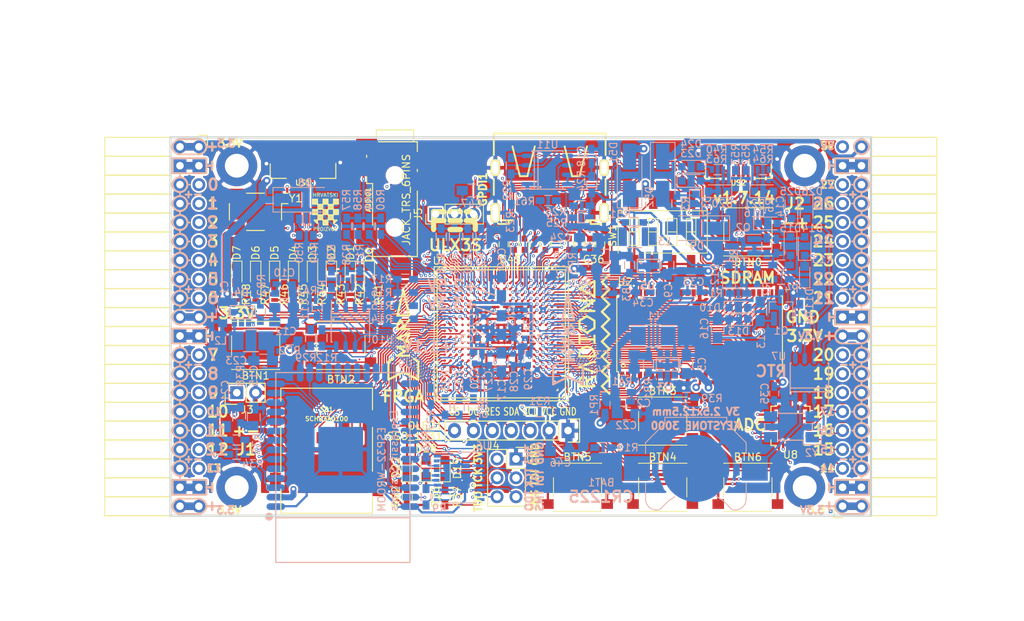
<source format=kicad_pcb>
(kicad_pcb (version 4) (host pcbnew 4.0.7+dfsg1-1)
  (layers (0 F.Cu signal) (1 In1.Cu signal) (2 In2.Cu signal) (31 B.Cu signal) (34 B.Paste user) (35 F.Paste user) (36 B.SilkS user) (37 F.SilkS user) (38 B.Mask user) (39 F.Mask user) (44 Edge.Cuts user))
  (net 0 "")
  (net 1 GND)
  (net 2 +5V)
  (net 3 /gpio/IN5V)
  (net 4 /gpio/OUT5V)
  (net 5 +3V3)
  (net 6 BTN_D)
  (net 7 BTN_F1)
  (net 8 BTN_F2)
  (net 9 BTN_L)
  (net 10 BTN_R)
  (net 11 BTN_U)
  (net 12 /power/FB1)
  (net 13 +2V5)
  (net 14 /power/PWREN)
  (net 15 /power/FB3)
  (net 16 /power/FB2)
  (net 17 "Net-(D9-Pad1)")
  (net 18 /power/VBAT)
  (net 19 JTAG_TDI)
  (net 20 JTAG_TCK)
  (net 21 JTAG_TMS)
  (net 22 JTAG_TDO)
  (net 23 /power/WAKEUPn)
  (net 24 /power/WKUP)
  (net 25 /power/SHUT)
  (net 26 /power/WAKE)
  (net 27 /power/HOLD)
  (net 28 /power/WKn)
  (net 29 /power/OSCI_32k)
  (net 30 /power/OSCO_32k)
  (net 31 "Net-(Q2-Pad3)")
  (net 32 SHUTDOWN)
  (net 33 /analog/AUDIO_L)
  (net 34 /analog/AUDIO_R)
  (net 35 GPDI_SDA)
  (net 36 GPDI_SCL)
  (net 37 /gpdi/VREF2)
  (net 38 SD_CMD)
  (net 39 SD_CLK)
  (net 40 SD_D0)
  (net 41 SD_D1)
  (net 42 USB5V)
  (net 43 GPDI_CEC)
  (net 44 nRESET)
  (net 45 FTDI_nDTR)
  (net 46 SDRAM_CKE)
  (net 47 SDRAM_A7)
  (net 48 SDRAM_D15)
  (net 49 SDRAM_BA1)
  (net 50 SDRAM_D7)
  (net 51 SDRAM_A6)
  (net 52 SDRAM_CLK)
  (net 53 SDRAM_D13)
  (net 54 SDRAM_BA0)
  (net 55 SDRAM_D6)
  (net 56 SDRAM_A5)
  (net 57 SDRAM_D14)
  (net 58 SDRAM_A11)
  (net 59 SDRAM_D12)
  (net 60 SDRAM_D5)
  (net 61 SDRAM_A4)
  (net 62 SDRAM_A10)
  (net 63 SDRAM_D11)
  (net 64 SDRAM_A3)
  (net 65 SDRAM_D4)
  (net 66 SDRAM_D10)
  (net 67 SDRAM_D9)
  (net 68 SDRAM_A9)
  (net 69 SDRAM_D3)
  (net 70 SDRAM_D8)
  (net 71 SDRAM_A8)
  (net 72 SDRAM_A2)
  (net 73 SDRAM_A1)
  (net 74 SDRAM_A0)
  (net 75 SDRAM_D2)
  (net 76 SDRAM_D1)
  (net 77 SDRAM_D0)
  (net 78 SDRAM_DQM0)
  (net 79 SDRAM_nCS)
  (net 80 SDRAM_nRAS)
  (net 81 SDRAM_DQM1)
  (net 82 SDRAM_nCAS)
  (net 83 SDRAM_nWE)
  (net 84 /flash/FLASH_nWP)
  (net 85 /flash/FLASH_nHOLD)
  (net 86 /flash/FLASH_MOSI)
  (net 87 /flash/FLASH_MISO)
  (net 88 /flash/FLASH_SCK)
  (net 89 /flash/FLASH_nCS)
  (net 90 /flash/FPGA_PROGRAMN)
  (net 91 /flash/FPGA_DONE)
  (net 92 /flash/FPGA_INITN)
  (net 93 OLED_RES)
  (net 94 OLED_DC)
  (net 95 OLED_CS)
  (net 96 WIFI_EN)
  (net 97 FTDI_nRTS)
  (net 98 FTDI_TXD)
  (net 99 FTDI_RXD)
  (net 100 WIFI_RXD)
  (net 101 WIFI_GPIO0)
  (net 102 WIFI_TXD)
  (net 103 USB_FTDI_D+)
  (net 104 USB_FTDI_D-)
  (net 105 SD_D3)
  (net 106 AUDIO_L3)
  (net 107 AUDIO_L2)
  (net 108 AUDIO_L1)
  (net 109 AUDIO_L0)
  (net 110 AUDIO_R3)
  (net 111 AUDIO_R2)
  (net 112 AUDIO_R1)
  (net 113 AUDIO_R0)
  (net 114 OLED_CLK)
  (net 115 OLED_MOSI)
  (net 116 LED0)
  (net 117 LED1)
  (net 118 LED2)
  (net 119 LED3)
  (net 120 LED4)
  (net 121 LED5)
  (net 122 LED6)
  (net 123 LED7)
  (net 124 BTN_PWRn)
  (net 125 FTDI_nTXLED)
  (net 126 FTDI_nSLEEP)
  (net 127 /blinkey/LED_PWREN)
  (net 128 /blinkey/LED_TXLED)
  (net 129 /sdcard/SD3V3)
  (net 130 SD_D2)
  (net 131 CLK_25MHz)
  (net 132 /blinkey/BTNPUL)
  (net 133 /blinkey/BTNPUR)
  (net 134 USB_FPGA_D+)
  (net 135 /power/FTDI_nSUSPEND)
  (net 136 /blinkey/ALED0)
  (net 137 /blinkey/ALED1)
  (net 138 /blinkey/ALED2)
  (net 139 /blinkey/ALED3)
  (net 140 /blinkey/ALED4)
  (net 141 /blinkey/ALED5)
  (net 142 /blinkey/ALED6)
  (net 143 /blinkey/ALED7)
  (net 144 /usb/FTD-)
  (net 145 /usb/FTD+)
  (net 146 ADC_MISO)
  (net 147 ADC_MOSI)
  (net 148 ADC_CSn)
  (net 149 ADC_SCLK)
  (net 150 SW3)
  (net 151 SW2)
  (net 152 SW1)
  (net 153 USB_FPGA_D-)
  (net 154 /usb/FPD+)
  (net 155 /usb/FPD-)
  (net 156 WIFI_GPIO16)
  (net 157 /usb/ANT_433MHz)
  (net 158 /power/PWRBTn)
  (net 159 PROG_DONE)
  (net 160 /power/P3V3)
  (net 161 /power/P2V5)
  (net 162 /power/L1)
  (net 163 /power/L3)
  (net 164 /power/L2)
  (net 165 FTDI_TXDEN)
  (net 166 SDRAM_A12)
  (net 167 /analog/AUDIO_V)
  (net 168 AUDIO_V3)
  (net 169 AUDIO_V2)
  (net 170 AUDIO_V1)
  (net 171 AUDIO_V0)
  (net 172 /blinkey/LED_WIFI)
  (net 173 /power/P1V1)
  (net 174 +1V1)
  (net 175 SW4)
  (net 176 /blinkey/SWPU)
  (net 177 /wifi/WIFIEN)
  (net 178 FT2V5)
  (net 179 GN0)
  (net 180 GP0)
  (net 181 GN1)
  (net 182 GP1)
  (net 183 GN2)
  (net 184 GP2)
  (net 185 GN3)
  (net 186 GP3)
  (net 187 GN4)
  (net 188 GP4)
  (net 189 GN5)
  (net 190 GP5)
  (net 191 GN6)
  (net 192 GP6)
  (net 193 GN14)
  (net 194 GP14)
  (net 195 GN15)
  (net 196 GP15)
  (net 197 GN16)
  (net 198 GP16)
  (net 199 GN17)
  (net 200 GP17)
  (net 201 GN18)
  (net 202 GP18)
  (net 203 GN19)
  (net 204 GP19)
  (net 205 GN20)
  (net 206 GP20)
  (net 207 GN21)
  (net 208 GP21)
  (net 209 GN22)
  (net 210 GP22)
  (net 211 GN23)
  (net 212 GP23)
  (net 213 GN24)
  (net 214 GP24)
  (net 215 GN25)
  (net 216 GP25)
  (net 217 GN26)
  (net 218 GP26)
  (net 219 GN27)
  (net 220 GP27)
  (net 221 GN7)
  (net 222 GP7)
  (net 223 GN8)
  (net 224 GP8)
  (net 225 GN9)
  (net 226 GP9)
  (net 227 GN10)
  (net 228 GP10)
  (net 229 GN11)
  (net 230 GP11)
  (net 231 GN12)
  (net 232 GP12)
  (net 233 GN13)
  (net 234 GP13)
  (net 235 WIFI_GPIO5)
  (net 236 WIFI_GPIO17)
  (net 237 USB_FPGA_PULL_D+)
  (net 238 USB_FPGA_PULL_D-)
  (net 239 "Net-(D23-Pad2)")
  (net 240 "Net-(D24-Pad1)")
  (net 241 "Net-(D25-Pad2)")
  (net 242 "Net-(D26-Pad1)")
  (net 243 /gpdi/GPDI_ETH+)
  (net 244 FPDI_ETH+)
  (net 245 /gpdi/GPDI_ETH-)
  (net 246 FPDI_ETH-)
  (net 247 /gpdi/GPDI_D2-)
  (net 248 FPDI_D2-)
  (net 249 /gpdi/GPDI_D1-)
  (net 250 FPDI_D1-)
  (net 251 /gpdi/GPDI_D0-)
  (net 252 FPDI_D0-)
  (net 253 /gpdi/GPDI_CLK-)
  (net 254 FPDI_CLK-)
  (net 255 /gpdi/GPDI_D2+)
  (net 256 FPDI_D2+)
  (net 257 /gpdi/GPDI_D1+)
  (net 258 FPDI_D1+)
  (net 259 /gpdi/GPDI_D0+)
  (net 260 FPDI_D0+)
  (net 261 /gpdi/GPDI_CLK+)
  (net 262 FPDI_CLK+)
  (net 263 FPDI_SDA)
  (net 264 FPDI_SCL)
  (net 265 /gpdi/FPDI_CEC)
  (net 266 2V5_3V3)
  (module Pin_Headers:Pin_Header_Straight_1x03_Pitch2.54mm (layer F.Cu) (at 129.675 71.725 90)
    (fp_text reference J5 (at 0 -2.33 90) (layer F.SilkS))
    (fp_text value VJ1)
    (pad 1 thru_hole rect (at 0 0 90) (size 1.7 1.7) (drill 1) (layers *.Cu *.Mask) (net 13 +2V5))
    (pad 2 thru_hole oval (at 0 2.54 90) (size 1.7 1.7) (drill 1) (layers *.Cu *.Mask) (net 266 2V5_3V3))
    (pad 3 thru_hole oval (at 0 5.08 90) (size 1.7 1.7) (drill 1) (layers *.Cu *.Mask) (net 5 +3V3))
  )
  (module Resistors_SMD:R_0603_HandSoldering (layer B.Cu) (at 169.919 66.965 90)
    (fp_text reference R53 (at 3.259 0 270) (layer B.SilkS) (effects (justify mirror)))
    (fp_text value 27)
    (pad 1 smd rect (at -1.1 0 90) (size 1.2 0.9) (layers B.Cu B.Paste B.Mask) (net 134 USB_FPGA_D+))
    (pad 2 smd rect (at 1.1 0 90) (size 1.2 0.9) (layers B.Cu B.Paste B.Mask) (net 154 /usb/FPD+))
  )
  (module Socket_Strips:Socket_Strip_Angled_2x20 (layer F.Cu) (at 97.91 62.69 270)
    (fp_text reference J1 (at 40.64 -6.35 360) (layer F.SilkS) (effects (font (size 1.5 1.5) (thickness 0.3))))
    (fp_text value CONN_02X20 hide)
    (pad 1 thru_hole oval (at 0 0 270) (size 1.7272 1.7272) (drill 1.016) (layers *.Cu *.Mask) (net 5 +3V3))
    (pad 2 thru_hole oval (at 0 2.54 270) (size 1.7272 1.7272) (drill 1.016) (layers *.Cu *.Mask) (net 5 +3V3))
    (pad 3 thru_hole rect (at 2.54 0 270) (size 1.7272 1.7272) (drill 1.016) (layers *.Cu *.Mask) (net 1 GND))
    (pad 4 thru_hole rect (at 2.54 2.54 270) (size 1.7272 1.7272) (drill 1.016) (layers *.Cu *.Mask) (net 1 GND))
    (pad 5 thru_hole oval (at 5.08 0 270) (size 1.7272 1.7272) (drill 1.016) (layers *.Cu *.Mask) (net 179 GN0))
    (pad 6 thru_hole oval (at 5.08 2.54 270) (size 1.7272 1.7272) (drill 1.016) (layers *.Cu *.Mask) (net 180 GP0))
    (pad 7 thru_hole oval (at 7.62 0 270) (size 1.7272 1.7272) (drill 1.016) (layers *.Cu *.Mask) (net 181 GN1))
    (pad 8 thru_hole oval (at 7.62 2.54 270) (size 1.7272 1.7272) (drill 1.016) (layers *.Cu *.Mask) (net 182 GP1))
    (pad 9 thru_hole oval (at 10.16 0 270) (size 1.7272 1.7272) (drill 1.016) (layers *.Cu *.Mask) (net 183 GN2))
    (pad 10 thru_hole oval (at 10.16 2.54 270) (size 1.7272 1.7272) (drill 1.016) (layers *.Cu *.Mask) (net 184 GP2))
    (pad 11 thru_hole oval (at 12.7 0 270) (size 1.7272 1.7272) (drill 1.016) (layers *.Cu *.Mask) (net 185 GN3))
    (pad 12 thru_hole oval (at 12.7 2.54 270) (size 1.7272 1.7272) (drill 1.016) (layers *.Cu *.Mask) (net 186 GP3))
    (pad 13 thru_hole oval (at 15.24 0 270) (size 1.7272 1.7272) (drill 1.016) (layers *.Cu *.Mask) (net 187 GN4))
    (pad 14 thru_hole oval (at 15.24 2.54 270) (size 1.7272 1.7272) (drill 1.016) (layers *.Cu *.Mask) (net 188 GP4))
    (pad 15 thru_hole oval (at 17.78 0 270) (size 1.7272 1.7272) (drill 1.016) (layers *.Cu *.Mask) (net 189 GN5))
    (pad 16 thru_hole oval (at 17.78 2.54 270) (size 1.7272 1.7272) (drill 1.016) (layers *.Cu *.Mask) (net 190 GP5))
    (pad 17 thru_hole oval (at 20.32 0 270) (size 1.7272 1.7272) (drill 1.016) (layers *.Cu *.Mask) (net 191 GN6))
    (pad 18 thru_hole oval (at 20.32 2.54 270) (size 1.7272 1.7272) (drill 1.016) (layers *.Cu *.Mask) (net 192 GP6))
    (pad 19 thru_hole oval (at 22.86 0 270) (size 1.7272 1.7272) (drill 1.016) (layers *.Cu *.Mask) (net 5 +3V3))
    (pad 20 thru_hole oval (at 22.86 2.54 270) (size 1.7272 1.7272) (drill 1.016) (layers *.Cu *.Mask) (net 5 +3V3))
    (pad 21 thru_hole rect (at 25.4 0 270) (size 1.7272 1.7272) (drill 1.016) (layers *.Cu *.Mask) (net 1 GND))
    (pad 22 thru_hole rect (at 25.4 2.54 270) (size 1.7272 1.7272) (drill 1.016) (layers *.Cu *.Mask) (net 1 GND))
    (pad 23 thru_hole oval (at 27.94 0 270) (size 1.7272 1.7272) (drill 1.016) (layers *.Cu *.Mask) (net 221 GN7))
    (pad 24 thru_hole oval (at 27.94 2.54 270) (size 1.7272 1.7272) (drill 1.016) (layers *.Cu *.Mask) (net 222 GP7))
    (pad 25 thru_hole oval (at 30.48 0 270) (size 1.7272 1.7272) (drill 1.016) (layers *.Cu *.Mask) (net 223 GN8))
    (pad 26 thru_hole oval (at 30.48 2.54 270) (size 1.7272 1.7272) (drill 1.016) (layers *.Cu *.Mask) (net 224 GP8))
    (pad 27 thru_hole oval (at 33.02 0 270) (size 1.7272 1.7272) (drill 1.016) (layers *.Cu *.Mask) (net 225 GN9))
    (pad 28 thru_hole oval (at 33.02 2.54 270) (size 1.7272 1.7272) (drill 1.016) (layers *.Cu *.Mask) (net 226 GP9))
    (pad 29 thru_hole oval (at 35.56 0 270) (size 1.7272 1.7272) (drill 1.016) (layers *.Cu *.Mask) (net 227 GN10))
    (pad 30 thru_hole oval (at 35.56 2.54 270) (size 1.7272 1.7272) (drill 1.016) (layers *.Cu *.Mask) (net 228 GP10))
    (pad 31 thru_hole oval (at 38.1 0 270) (size 1.7272 1.7272) (drill 1.016) (layers *.Cu *.Mask) (net 229 GN11))
    (pad 32 thru_hole oval (at 38.1 2.54 270) (size 1.7272 1.7272) (drill 1.016) (layers *.Cu *.Mask) (net 230 GP11))
    (pad 33 thru_hole oval (at 40.64 0 270) (size 1.7272 1.7272) (drill 1.016) (layers *.Cu *.Mask) (net 231 GN12))
    (pad 34 thru_hole oval (at 40.64 2.54 270) (size 1.7272 1.7272) (drill 1.016) (layers *.Cu *.Mask) (net 232 GP12))
    (pad 35 thru_hole oval (at 43.18 0 270) (size 1.7272 1.7272) (drill 1.016) (layers *.Cu *.Mask) (net 233 GN13))
    (pad 36 thru_hole oval (at 43.18 2.54 270) (size 1.7272 1.7272) (drill 1.016) (layers *.Cu *.Mask) (net 234 GP13))
    (pad 37 thru_hole rect (at 45.72 0 270) (size 1.7272 1.7272) (drill 1.016) (layers *.Cu *.Mask) (net 1 GND))
    (pad 38 thru_hole rect (at 45.72 2.54 270) (size 1.7272 1.7272) (drill 1.016) (layers *.Cu *.Mask) (net 1 GND))
    (pad 39 thru_hole oval (at 48.26 0 270) (size 1.7272 1.7272) (drill 1.016) (layers *.Cu *.Mask) (net 5 +3V3))
    (pad 40 thru_hole oval (at 48.26 2.54 270) (size 1.7272 1.7272) (drill 1.016) (layers *.Cu *.Mask) (net 5 +3V3))
  )
  (module SMD_Packages:1Pin (layer F.Cu) (at 182.67515 111.637626)
    (fp_text reference AE1 hide)
    (fp_text value 433MHz hide)
    (pad 1 smd rect (at 0 0) (size 0.5 0.5) (layers B.Cu F.Paste F.Mask) (net 157 /usb/ANT_433MHz))
  )
  (module Resistors_SMD:R_0603_HandSoldering (layer B.Cu) (at 103.498 98.758 90)
    (fp_text reference R38 (at 5.334 0 90) (layer B.SilkS) (effects (justify mirror)))
    (fp_text value 0.47)
    (pad 1 smd rect (at -1.1 0 90) (size 1.2 0.9) (layers B.Cu B.Paste B.Mask) (net 129 /sdcard/SD3V3))
    (pad 2 smd rect (at 1.1 0 90) (size 1.2 0.9) (layers B.Cu B.Paste B.Mask) (net 5 +3V3))
  )
  (module Diodes_SMD:D_SMA_Handsoldering (layer B.Cu) (at 155.695 66.5 90)
    (fp_text reference D51 (at 3.048 -2.159 90) (layer B.SilkS) (effects (justify mirror)))
    (fp_text value STPS2L30AF hide)
    (pad 1 smd rect (at -2.5 0 90) (size 3.5 1.8) (layers B.Cu B.Paste B.Mask) (net 2 +5V))
    (pad 2 smd rect (at 2.5 0 90) (size 3.5 1.8) (layers B.Cu B.Paste B.Mask) (net 3 /gpio/IN5V))
  )
  (module Resistors_SMD:R_0603_HandSoldering (layer B.Cu) (at 156.33 72.85 180)
    (fp_text reference R51 (at 1.905 1.143 180) (layer B.SilkS) (effects (justify mirror)))
    (fp_text value 150)
    (pad 1 smd rect (at -1.1 0 180) (size 1.2 0.9) (layers B.Cu B.Paste B.Mask) (net 5 +3V3))
    (pad 2 smd rect (at 1.1 0 180) (size 1.2 0.9) (layers B.Cu B.Paste B.Mask) (net 176 /blinkey/SWPU))
  )
  (module Resistors_SMD:R_1210_HandSoldering (layer B.Cu) (at 158.87 88.09 180)
    (fp_text reference L1 (at 0 2.7 180) (layer B.SilkS) (effects (justify mirror)))
    (fp_text value 2.2uH)
    (pad 1 smd rect (at -2 0 180) (size 2 2.5) (layers B.Cu B.Paste B.Mask) (net 162 /power/L1))
    (pad 2 smd rect (at 2 0 180) (size 2 2.5) (layers B.Cu B.Paste B.Mask) (net 173 /power/P1V1))
  )
  (module TSOT-25:TSOT-25 (layer B.Cu) (at 160.775 91.9)
    (fp_text reference U3 (at -0.381 3.048) (layer B.SilkS) (effects (font (thickness 0.2)) (justify mirror)))
    (fp_text value TLV62569DBV)
    (pad 1 smd rect (at -0.95 -1.3) (size 0.7 1.2) (layers B.Cu B.Paste B.Mask) (net 14 /power/PWREN))
    (pad 2 smd rect (at 0 -1.3) (size 0.7 1.2) (layers B.Cu B.Paste B.Mask) (net 1 GND))
    (pad 3 smd rect (at 0.95 -1.3) (size 0.7 1.2) (layers B.Cu B.Paste B.Mask) (net 162 /power/L1))
    (pad 4 smd rect (at 0.95 1.3) (size 0.7 1.2) (layers B.Cu B.Paste B.Mask) (net 2 +5V))
    (pad 5 smd rect (at -0.95 1.3) (size 0.7 1.2) (layers B.Cu B.Paste B.Mask) (net 12 /power/FB1))
  )
  (module Resistors_SMD:R_1210_HandSoldering (layer B.Cu) (at 104.895 88.725)
    (fp_text reference L2 (at -4.064 0) (layer B.SilkS) (effects (justify mirror)))
    (fp_text value 2.2uH)
    (pad 1 smd rect (at -2 0) (size 2 2.5) (layers B.Cu B.Paste B.Mask) (net 164 /power/L2))
    (pad 2 smd rect (at 2 0) (size 2 2.5) (layers B.Cu B.Paste B.Mask) (net 161 /power/P2V5))
  )
  (module TSOT-25:TSOT-25 (layer B.Cu) (at 103.625 84.915 180)
    (fp_text reference U4 (at 0 2.697 180) (layer B.SilkS) (effects (font (thickness 0.2)) (justify mirror)))
    (fp_text value TLV62569DBV)
    (pad 1 smd rect (at -0.95 -1.3 180) (size 0.7 1.2) (layers B.Cu B.Paste B.Mask) (net 14 /power/PWREN))
    (pad 2 smd rect (at 0 -1.3 180) (size 0.7 1.2) (layers B.Cu B.Paste B.Mask) (net 1 GND))
    (pad 3 smd rect (at 0.95 -1.3 180) (size 0.7 1.2) (layers B.Cu B.Paste B.Mask) (net 164 /power/L2))
    (pad 4 smd rect (at 0.95 1.3 180) (size 0.7 1.2) (layers B.Cu B.Paste B.Mask) (net 2 +5V))
    (pad 5 smd rect (at -0.95 1.3 180) (size 0.7 1.2) (layers B.Cu B.Paste B.Mask) (net 16 /power/FB2))
  )
  (module Resistors_SMD:R_1210_HandSoldering (layer B.Cu) (at 156.33 74.755 180)
    (fp_text reference L3 (at -4.064 -0.635 180) (layer B.SilkS) (effects (justify mirror)))
    (fp_text value 2.2uH)
    (pad 1 smd rect (at -2 0 180) (size 2 2.5) (layers B.Cu B.Paste B.Mask) (net 163 /power/L3))
    (pad 2 smd rect (at 2 0 180) (size 2 2.5) (layers B.Cu B.Paste B.Mask) (net 160 /power/P3V3))
  )
  (module TSOT-25:TSOT-25 (layer B.Cu) (at 158.235 78.692)
    (fp_text reference U5 (at -0.127 2.667) (layer B.SilkS) (effects (font (thickness 0.2)) (justify mirror)))
    (fp_text value TLV62569DBV)
    (pad 1 smd rect (at -0.95 -1.3) (size 0.7 1.2) (layers B.Cu B.Paste B.Mask) (net 14 /power/PWREN))
    (pad 2 smd rect (at 0 -1.3) (size 0.7 1.2) (layers B.Cu B.Paste B.Mask) (net 1 GND))
    (pad 3 smd rect (at 0.95 -1.3) (size 0.7 1.2) (layers B.Cu B.Paste B.Mask) (net 163 /power/L3))
    (pad 4 smd rect (at 0.95 1.3) (size 0.7 1.2) (layers B.Cu B.Paste B.Mask) (net 2 +5V))
    (pad 5 smd rect (at -0.95 1.3) (size 0.7 1.2) (layers B.Cu B.Paste B.Mask) (net 15 /power/FB3))
  )
  (module Capacitors_SMD:C_0805_HandSoldering (layer B.Cu) (at 101.085 84.915 270)
    (fp_text reference C1 (at -3.302 -0.254 270) (layer B.SilkS) (effects (justify mirror)))
    (fp_text value 22uF)
    (pad 1 smd rect (at -1.25 0 270) (size 1.5 1.25) (layers B.Cu B.Paste B.Mask) (net 2 +5V))
    (pad 2 smd rect (at 1.25 0 270) (size 1.5 1.25) (layers B.Cu B.Paste B.Mask) (net 1 GND))
  )
  (module Capacitors_SMD:C_0805_HandSoldering (layer B.Cu) (at 155.06 90.63)
    (fp_text reference C3 (at -3.048 0) (layer B.SilkS) (effects (justify mirror)))
    (fp_text value 22uF)
    (pad 1 smd rect (at -1.25 0) (size 1.5 1.25) (layers B.Cu B.Paste B.Mask) (net 173 /power/P1V1))
    (pad 2 smd rect (at 1.25 0) (size 1.5 1.25) (layers B.Cu B.Paste B.Mask) (net 1 GND))
  )
  (module Capacitors_SMD:C_0805_HandSoldering (layer B.Cu) (at 155.06 92.535)
    (fp_text reference C4 (at -3.048 0.127) (layer B.SilkS) (effects (justify mirror)))
    (fp_text value 22uF)
    (pad 1 smd rect (at -1.25 0) (size 1.5 1.25) (layers B.Cu B.Paste B.Mask) (net 173 /power/P1V1))
    (pad 2 smd rect (at 1.25 0) (size 1.5 1.25) (layers B.Cu B.Paste B.Mask) (net 1 GND))
  )
  (module Capacitors_SMD:C_0805_HandSoldering (layer B.Cu) (at 163.315 91.9 90)
    (fp_text reference C5 (at 0 2.1 90) (layer B.SilkS) (effects (justify mirror)))
    (fp_text value 22uF)
    (pad 1 smd rect (at -1.25 0 90) (size 1.5 1.25) (layers B.Cu B.Paste B.Mask) (net 2 +5V))
    (pad 2 smd rect (at 1.25 0 90) (size 1.5 1.25) (layers B.Cu B.Paste B.Mask) (net 1 GND))
  )
  (module Capacitors_SMD:C_0805_HandSoldering (layer B.Cu) (at 152.52 79.2)
    (fp_text reference C7 (at -6.096 0) (layer B.SilkS) (effects (justify mirror)))
    (fp_text value 22uF)
    (pad 1 smd rect (at -1.25 0) (size 1.5 1.25) (layers B.Cu B.Paste B.Mask) (net 160 /power/P3V3))
    (pad 2 smd rect (at 1.25 0) (size 1.5 1.25) (layers B.Cu B.Paste B.Mask) (net 1 GND))
  )
  (module Capacitors_SMD:C_0805_HandSoldering (layer B.Cu) (at 152.52 77.295)
    (fp_text reference C8 (at -6.096 0) (layer B.SilkS) (effects (justify mirror)))
    (fp_text value 22uF)
    (pad 1 smd rect (at -1.25 0) (size 1.5 1.25) (layers B.Cu B.Paste B.Mask) (net 160 /power/P3V3))
    (pad 2 smd rect (at 1.25 0) (size 1.5 1.25) (layers B.Cu B.Paste B.Mask) (net 1 GND))
  )
  (module Capacitors_SMD:C_0805_HandSoldering (layer B.Cu) (at 160.775 78.565 90)
    (fp_text reference C9 (at -3.429 0.127 90) (layer B.SilkS) (effects (justify mirror)))
    (fp_text value 22uF)
    (pad 1 smd rect (at -1.25 0 90) (size 1.5 1.25) (layers B.Cu B.Paste B.Mask) (net 2 +5V))
    (pad 2 smd rect (at 1.25 0 90) (size 1.5 1.25) (layers B.Cu B.Paste B.Mask) (net 1 GND))
  )
  (module Capacitors_SMD:C_0805_HandSoldering (layer B.Cu) (at 109.34 84.28 180)
    (fp_text reference C11 (at -2.794 -0.254 270) (layer B.SilkS) (effects (justify mirror)))
    (fp_text value 22uF)
    (pad 1 smd rect (at -1.25 0 180) (size 1.5 1.25) (layers B.Cu B.Paste B.Mask) (net 161 /power/P2V5))
    (pad 2 smd rect (at 1.25 0 180) (size 1.5 1.25) (layers B.Cu B.Paste B.Mask) (net 1 GND))
  )
  (module Capacitors_SMD:C_0805_HandSoldering (layer B.Cu) (at 109.34 86.185 180)
    (fp_text reference C12 (at -0.254 -1.27 360) (layer B.SilkS) (effects (justify mirror)))
    (fp_text value 22uF)
    (pad 1 smd rect (at -1.25 0 180) (size 1.5 1.25) (layers B.Cu B.Paste B.Mask) (net 161 /power/P2V5))
    (pad 2 smd rect (at 1.25 0 180) (size 1.5 1.25) (layers B.Cu B.Paste B.Mask) (net 1 GND))
  )
  (module Capacitors_SMD:C_0805_HandSoldering (layer B.Cu) (at 173.221 84.788 90)
    (fp_text reference C13 (at -3.556 0.127 90) (layer B.SilkS) (effects (justify mirror)))
    (fp_text value 2.2uF)
    (pad 1 smd rect (at -1.25 0 90) (size 1.5 1.25) (layers B.Cu B.Paste B.Mask) (net 2 +5V))
    (pad 2 smd rect (at 1.25 0 90) (size 1.5 1.25) (layers B.Cu B.Paste B.Mask) (net 24 /power/WKUP))
  )
  (module TO_SOT_Packages_SMD:SOT-23_Handsoldering (layer B.Cu) (at 176.015 84.28 90)
    (fp_text reference Q1 (at -3.1115 0 180) (layer B.SilkS) (effects (justify mirror)))
    (fp_text value BC857)
    (pad 1 smd rect (at -1.5 0.95 90) (size 1.9 0.8) (layers B.Cu B.Paste B.Mask) (net 28 /power/WKn))
    (pad 2 smd rect (at -1.5 -0.95 90) (size 1.9 0.8) (layers B.Cu B.Paste B.Mask) (net 2 +5V))
    (pad 3 smd rect (at 1.5 0 90) (size 1.9 0.8) (layers B.Cu B.Paste B.Mask) (net 24 /power/WKUP))
  )
  (module TO_SOT_Packages_SMD:SOT-23_Handsoldering (layer B.Cu) (at 170.935 76.025 180)
    (fp_text reference Q2 (at 0 2.5 180) (layer B.SilkS) (effects (justify mirror)))
    (fp_text value 2N7002)
    (pad 1 smd rect (at -1.5 0.95 180) (size 1.9 0.8) (layers B.Cu B.Paste B.Mask) (net 25 /power/SHUT))
    (pad 2 smd rect (at -1.5 -0.95 180) (size 1.9 0.8) (layers B.Cu B.Paste B.Mask) (net 1 GND))
    (pad 3 smd rect (at 1.5 0 180) (size 1.9 0.8) (layers B.Cu B.Paste B.Mask) (net 31 "Net-(Q2-Pad3)"))
  )
  (module Capacitors_SMD:C_0603_HandSoldering (layer B.Cu) (at 154.86 96.91)
    (fp_text reference C2 (at 2.74 0.197) (layer B.SilkS) (effects (justify mirror)))
    (fp_text value 470pF)
    (pad 1 smd rect (at -0.95 0) (size 1.2 0.75) (layers B.Cu B.Paste B.Mask) (net 173 /power/P1V1))
    (pad 2 smd rect (at 0.95 0) (size 1.2 0.75) (layers B.Cu B.Paste B.Mask) (net 12 /power/FB1))
  )
  (module Capacitors_SMD:C_0603_HandSoldering (layer B.Cu) (at 152.52 82.375)
    (fp_text reference C6 (at -2.794 0.127) (layer B.SilkS) (effects (justify mirror)))
    (fp_text value 470pF)
    (pad 1 smd rect (at -0.95 0) (size 1.2 0.75) (layers B.Cu B.Paste B.Mask) (net 160 /power/P3V3))
    (pad 2 smd rect (at 0.95 0) (size 1.2 0.75) (layers B.Cu B.Paste B.Mask) (net 15 /power/FB3))
  )
  (module Capacitors_SMD:C_0603_HandSoldering (layer B.Cu) (at 109.34 81.105 180)
    (fp_text reference C10 (at -0.04 1.505 180) (layer B.SilkS) (effects (justify mirror)))
    (fp_text value 470pF)
    (pad 1 smd rect (at -0.95 0 180) (size 1.2 0.75) (layers B.Cu B.Paste B.Mask) (net 161 /power/P2V5))
    (pad 2 smd rect (at 0.95 0 180) (size 1.2 0.75) (layers B.Cu B.Paste B.Mask) (net 16 /power/FB2))
  )
  (module Capacitors_SMD:C_0603_HandSoldering (layer B.Cu) (at 175.38 76.025 270)
    (fp_text reference C14 (at -5.334 -0.508 270) (layer B.SilkS) (effects (justify mirror)))
    (fp_text value 100nF)
    (pad 1 smd rect (at -0.95 0 270) (size 1.2 0.75) (layers B.Cu B.Paste B.Mask) (net 25 /power/SHUT))
    (pad 2 smd rect (at 0.95 0 270) (size 1.2 0.75) (layers B.Cu B.Paste B.Mask) (net 1 GND))
  )
  (module Resistors_SMD:R_0603_HandSoldering (layer B.Cu) (at 170.3 82.375)
    (fp_text reference R1 (at -3.048 0) (layer B.SilkS) (effects (justify mirror)))
    (fp_text value 15k)
    (pad 1 smd rect (at -1.1 0) (size 1.2 0.9) (layers B.Cu B.Paste B.Mask) (net 26 /power/WAKE))
    (pad 2 smd rect (at 1.1 0) (size 1.2 0.9) (layers B.Cu B.Paste B.Mask) (net 14 /power/PWREN))
  )
  (module Resistors_SMD:R_0603_HandSoldering (layer B.Cu) (at 172.84 79.835 90)
    (fp_text reference R2 (at -1.905 1.27 90) (layer B.SilkS) (effects (justify mirror)))
    (fp_text value 47k)
    (pad 1 smd rect (at -1.1 0 90) (size 1.2 0.9) (layers B.Cu B.Paste B.Mask) (net 14 /power/PWREN))
    (pad 2 smd rect (at 1.1 0 90) (size 1.2 0.9) (layers B.Cu B.Paste B.Mask) (net 1 GND))
  )
  (module Resistors_SMD:R_0603_HandSoldering (layer B.Cu) (at 176.015 80.47 180)
    (fp_text reference R4 (at -1.397 -1.27 360) (layer B.SilkS) (effects (justify mirror)))
    (fp_text value 4.7k)
    (pad 1 smd rect (at -1.1 0 180) (size 1.2 0.9) (layers B.Cu B.Paste B.Mask) (net 27 /power/HOLD))
    (pad 2 smd rect (at 1.1 0 180) (size 1.2 0.9) (layers B.Cu B.Paste B.Mask) (net 14 /power/PWREN))
  )
  (module Resistors_SMD:R_0603_HandSoldering (layer B.Cu) (at 174.11 76.025 270)
    (fp_text reference R5 (at -5.461 -0.381 270) (layer B.SilkS) (effects (justify mirror)))
    (fp_text value 4.7M)
    (pad 1 smd rect (at -1.1 0 270) (size 1.2 0.9) (layers B.Cu B.Paste B.Mask) (net 25 /power/SHUT))
    (pad 2 smd rect (at 1.1 0 270) (size 1.2 0.9) (layers B.Cu B.Paste B.Mask) (net 1 GND))
  )
  (module Resistors_SMD:R_0603_HandSoldering (layer B.Cu) (at 178.555 84.915 270)
    (fp_text reference R6 (at 0.762 -1.397 270) (layer B.SilkS) (effects (justify mirror)))
    (fp_text value 1k)
    (pad 1 smd rect (at -1.1 0 270) (size 1.2 0.9) (layers B.Cu B.Paste B.Mask) (net 28 /power/WKn))
    (pad 2 smd rect (at 1.1 0 270) (size 1.2 0.9) (layers B.Cu B.Paste B.Mask) (net 23 /power/WAKEUPn))
  )
  (module Resistors_SMD:R_0603_HandSoldering (layer B.Cu) (at 113.785 84.28 270)
    (fp_text reference R7 (at -2.794 -0.635 270) (layer B.SilkS) (effects (justify mirror)))
    (fp_text value 150)
    (pad 1 smd rect (at -1.1 0 270) (size 1.2 0.9) (layers B.Cu B.Paste B.Mask) (net 5 +3V3))
    (pad 2 smd rect (at 1.1 0 270) (size 1.2 0.9) (layers B.Cu B.Paste B.Mask) (net 132 /blinkey/BTNPUL))
  )
  (module Resistors_SMD:R_0603_HandSoldering (layer B.Cu) (at 170.935 79.835 90)
    (fp_text reference R8 (at 2.54 -1.27 90) (layer B.SilkS) (effects (justify mirror)))
    (fp_text value 1k)
    (pad 1 smd rect (at -1.1 0 90) (size 1.2 0.9) (layers B.Cu B.Paste B.Mask) (net 14 /power/PWREN))
    (pad 2 smd rect (at 1.1 0 90) (size 1.2 0.9) (layers B.Cu B.Paste B.Mask) (net 31 "Net-(Q2-Pad3)"))
  )
  (module Resistors_SMD:R_0603_HandSoldering (layer B.Cu) (at 128.39 109.68 270)
    (fp_text reference R9 (at 1.524 -1.778 360) (layer B.SilkS) (effects (justify mirror)))
    (fp_text value 15k)
    (pad 1 smd rect (at -1.1 0 270) (size 1.2 0.9) (layers B.Cu B.Paste B.Mask) (net 44 nRESET))
    (pad 2 smd rect (at 1.1 0 270) (size 1.2 0.9) (layers B.Cu B.Paste B.Mask) (net 178 FT2V5))
  )
  (module Resistors_SMD:R_0603_HandSoldering (layer B.Cu) (at 152.139 103.076 180)
    (fp_text reference R10 (at -3.302 0 180) (layer B.SilkS) (effects (justify mirror)))
    (fp_text value 150)
    (pad 1 smd rect (at -1.1 0 180) (size 1.2 0.9) (layers B.Cu B.Paste B.Mask) (net 135 /power/FTDI_nSUSPEND))
    (pad 2 smd rect (at 1.1 0 180) (size 1.2 0.9) (layers B.Cu B.Paste B.Mask) (net 126 FTDI_nSLEEP))
  )
  (module Resistors_SMD:R_0603_HandSoldering (layer B.Cu) (at 176.015 78.565 180)
    (fp_text reference R13 (at -5.588 0.762 180) (layer B.SilkS) (effects (justify mirror)))
    (fp_text value 15k)
    (pad 1 smd rect (at -1.1 0 180) (size 1.2 0.9) (layers B.Cu B.Paste B.Mask) (net 32 SHUTDOWN))
    (pad 2 smd rect (at 1.1 0 180) (size 1.2 0.9) (layers B.Cu B.Paste B.Mask) (net 1 GND))
  )
  (module Resistors_SMD:R_0603_HandSoldering (layer B.Cu) (at 154.86 95.64)
    (fp_text reference RA1 (at -0.181 -1.454) (layer B.SilkS) (effects (justify mirror)))
    (fp_text value 15k)
    (pad 1 smd rect (at -1.1 0) (size 1.2 0.9) (layers B.Cu B.Paste B.Mask) (net 173 /power/P1V1))
    (pad 2 smd rect (at 1.1 0) (size 1.2 0.9) (layers B.Cu B.Paste B.Mask) (net 12 /power/FB1))
  )
  (module Resistors_SMD:R_0603_HandSoldering (layer B.Cu) (at 109.34 82.375 180)
    (fp_text reference RA2 (at -3.048 0.381 360) (layer B.SilkS) (effects (justify mirror)))
    (fp_text value 15k)
    (pad 1 smd rect (at -1.1 0 180) (size 1.2 0.9) (layers B.Cu B.Paste B.Mask) (net 161 /power/P2V5))
    (pad 2 smd rect (at 1.1 0 180) (size 1.2 0.9) (layers B.Cu B.Paste B.Mask) (net 16 /power/FB2))
  )
  (module Resistors_SMD:R_0603_HandSoldering (layer B.Cu) (at 152.52 81.105)
    (fp_text reference RA3 (at -3.302 -0.127) (layer B.SilkS) (effects (justify mirror)))
    (fp_text value 15k)
    (pad 1 smd rect (at -1.1 0) (size 1.2 0.9) (layers B.Cu B.Paste B.Mask) (net 160 /power/P3V3))
    (pad 2 smd rect (at 1.1 0) (size 1.2 0.9) (layers B.Cu B.Paste B.Mask) (net 15 /power/FB3))
  )
  (module Resistors_SMD:R_0603_HandSoldering (layer B.Cu) (at 158.235 91.9 270)
    (fp_text reference RB1 (at 3.302 0 270) (layer B.SilkS) (effects (justify mirror)))
    (fp_text value 18k)
    (pad 1 smd rect (at -1.1 0 270) (size 1.2 0.9) (layers B.Cu B.Paste B.Mask) (net 1 GND))
    (pad 2 smd rect (at 1.1 0 270) (size 1.2 0.9) (layers B.Cu B.Paste B.Mask) (net 12 /power/FB1))
  )
  (module Resistors_SMD:R_0603_HandSoldering (layer B.Cu) (at 106.165 84.915 90)
    (fp_text reference RB2 (at 3.683 0.127 90) (layer B.SilkS) (effects (justify mirror)))
    (fp_text value 4.7k)
    (pad 1 smd rect (at -1.1 0 90) (size 1.2 0.9) (layers B.Cu B.Paste B.Mask) (net 1 GND))
    (pad 2 smd rect (at 1.1 0 90) (size 1.2 0.9) (layers B.Cu B.Paste B.Mask) (net 16 /power/FB2))
  )
  (module Resistors_SMD:R_0603_HandSoldering (layer B.Cu) (at 155.695 78.565 270)
    (fp_text reference RB3 (at 3.429 0.395 270) (layer B.SilkS) (effects (justify mirror)))
    (fp_text value 3.3k)
    (pad 1 smd rect (at -1.1 0 270) (size 1.2 0.9) (layers B.Cu B.Paste B.Mask) (net 1 GND))
    (pad 2 smd rect (at 1.1 0 270) (size 1.2 0.9) (layers B.Cu B.Paste B.Mask) (net 15 /power/FB3))
  )
  (module Resistors_SMD:R_0603_HandSoldering (layer B.Cu) (at 125.596 85.804 180)
    (fp_text reference R14 (at 3.175 0 180) (layer B.SilkS) (effects (justify mirror)))
    (fp_text value 1.2k)
    (pad 1 smd rect (at -1.1 0 180) (size 1.2 0.9) (layers B.Cu B.Paste B.Mask) (net 109 AUDIO_L0))
    (pad 2 smd rect (at 1.1 0 180) (size 1.2 0.9) (layers B.Cu B.Paste B.Mask) (net 33 /analog/AUDIO_L))
  )
  (module Resistors_SMD:R_0603_HandSoldering (layer B.Cu) (at 125.596 84.026 180)
    (fp_text reference R15 (at 3.175 -0.001 180) (layer B.SilkS) (effects (justify mirror)))
    (fp_text value 680)
    (pad 1 smd rect (at -1.1 0 180) (size 1.2 0.9) (layers B.Cu B.Paste B.Mask) (net 108 AUDIO_L1))
    (pad 2 smd rect (at 1.1 0 180) (size 1.2 0.9) (layers B.Cu B.Paste B.Mask) (net 33 /analog/AUDIO_L))
  )
  (module Resistors_SMD:R_0603_HandSoldering (layer B.Cu) (at 125.596 82.248 180)
    (fp_text reference R16 (at 3.175 0 180) (layer B.SilkS) (effects (justify mirror)))
    (fp_text value 330)
    (pad 1 smd rect (at -1.1 0 180) (size 1.2 0.9) (layers B.Cu B.Paste B.Mask) (net 107 AUDIO_L2))
    (pad 2 smd rect (at 1.1 0 180) (size 1.2 0.9) (layers B.Cu B.Paste B.Mask) (net 33 /analog/AUDIO_L))
  )
  (module Resistors_SMD:R_0603_HandSoldering (layer B.Cu) (at 125.596 80.47 180)
    (fp_text reference R17 (at 3.175 0 180) (layer B.SilkS) (effects (justify mirror)))
    (fp_text value 150)
    (pad 1 smd rect (at -1.1 0 180) (size 1.2 0.9) (layers B.Cu B.Paste B.Mask) (net 106 AUDIO_L3))
    (pad 2 smd rect (at 1.1 0 180) (size 1.2 0.9) (layers B.Cu B.Paste B.Mask) (net 33 /analog/AUDIO_L))
  )
  (module Resistors_SMD:R_0603_HandSoldering (layer B.Cu) (at 130.422 74.773 90)
    (fp_text reference R18 (at -3.556 0 90) (layer B.SilkS) (effects (justify mirror)))
    (fp_text value 1.2k)
    (pad 1 smd rect (at -1.1 0 90) (size 1.2 0.9) (layers B.Cu B.Paste B.Mask) (net 113 AUDIO_R0))
    (pad 2 smd rect (at 1.1 0 90) (size 1.2 0.9) (layers B.Cu B.Paste B.Mask) (net 34 /analog/AUDIO_R))
  )
  (module Resistors_SMD:R_0603_HandSoldering (layer B.Cu) (at 132.2 74.773 90)
    (fp_text reference R19 (at -3.556 0 90) (layer B.SilkS) (effects (justify mirror)))
    (fp_text value 680)
    (pad 1 smd rect (at -1.1 0 90) (size 1.2 0.9) (layers B.Cu B.Paste B.Mask) (net 112 AUDIO_R1))
    (pad 2 smd rect (at 1.1 0 90) (size 1.2 0.9) (layers B.Cu B.Paste B.Mask) (net 34 /analog/AUDIO_R))
  )
  (module Resistors_SMD:R_0603_HandSoldering (layer B.Cu) (at 133.993 74.773 90)
    (fp_text reference R20 (at -3.556 0 90) (layer B.SilkS) (effects (justify mirror)))
    (fp_text value 330)
    (pad 1 smd rect (at -1.1 0 90) (size 1.2 0.9) (layers B.Cu B.Paste B.Mask) (net 111 AUDIO_R2))
    (pad 2 smd rect (at 1.1 0 90) (size 1.2 0.9) (layers B.Cu B.Paste B.Mask) (net 34 /analog/AUDIO_R))
  )
  (module Resistors_SMD:R_0603_HandSoldering (layer B.Cu) (at 135.771 74.773 90)
    (fp_text reference R21 (at -3.556 0 90) (layer B.SilkS) (effects (justify mirror)))
    (fp_text value 150)
    (pad 1 smd rect (at -1.1 0 90) (size 1.2 0.9) (layers B.Cu B.Paste B.Mask) (net 110 AUDIO_R3))
    (pad 2 smd rect (at 1.1 0 90) (size 1.2 0.9) (layers B.Cu B.Paste B.Mask) (net 34 /analog/AUDIO_R))
  )
  (module Capacitors_SMD:C_0603_HandSoldering (layer B.Cu) (at 150.5896 63.96 90)
    (fp_text reference C18 (at 0 -1.3716 90) (layer B.SilkS) (effects (justify mirror)))
    (fp_text value 470pF)
    (pad 1 smd rect (at -0.95 0 90) (size 1.2 0.75) (layers B.Cu B.Paste B.Mask) (net 37 /gpdi/VREF2))
    (pad 2 smd rect (at 0.95 0 90) (size 1.2 0.75) (layers B.Cu B.Paste B.Mask) (net 1 GND))
  )
  (module Socket_Strips:Socket_Strip_Angled_2x20 (layer F.Cu) (at 184.27 110.95 90)
    (fp_text reference J2 (at 40.64 -6.35 180) (layer F.SilkS) (effects (font (size 1.5 1.5) (thickness 0.3))))
    (fp_text value CONN_02X20 hide)
    (pad 1 thru_hole oval (at 0 0 90) (size 1.7272 1.7272) (drill 1.016) (layers *.Cu *.Mask) (net 5 +3V3))
    (pad 2 thru_hole oval (at 0 2.54 90) (size 1.7272 1.7272) (drill 1.016) (layers *.Cu *.Mask) (net 5 +3V3))
    (pad 3 thru_hole rect (at 2.54 0 90) (size 1.7272 1.7272) (drill 1.016) (layers *.Cu *.Mask) (net 1 GND))
    (pad 4 thru_hole rect (at 2.54 2.54 90) (size 1.7272 1.7272) (drill 1.016) (layers *.Cu *.Mask) (net 1 GND))
    (pad 5 thru_hole oval (at 5.08 0 90) (size 1.7272 1.7272) (drill 1.016) (layers *.Cu *.Mask) (net 193 GN14))
    (pad 6 thru_hole oval (at 5.08 2.54 90) (size 1.7272 1.7272) (drill 1.016) (layers *.Cu *.Mask) (net 194 GP14))
    (pad 7 thru_hole oval (at 7.62 0 90) (size 1.7272 1.7272) (drill 1.016) (layers *.Cu *.Mask) (net 195 GN15))
    (pad 8 thru_hole oval (at 7.62 2.54 90) (size 1.7272 1.7272) (drill 1.016) (layers *.Cu *.Mask) (net 196 GP15))
    (pad 9 thru_hole oval (at 10.16 0 90) (size 1.7272 1.7272) (drill 1.016) (layers *.Cu *.Mask) (net 197 GN16))
    (pad 10 thru_hole oval (at 10.16 2.54 90) (size 1.7272 1.7272) (drill 1.016) (layers *.Cu *.Mask) (net 198 GP16))
    (pad 11 thru_hole oval (at 12.7 0 90) (size 1.7272 1.7272) (drill 1.016) (layers *.Cu *.Mask) (net 199 GN17))
    (pad 12 thru_hole oval (at 12.7 2.54 90) (size 1.7272 1.7272) (drill 1.016) (layers *.Cu *.Mask) (net 200 GP17))
    (pad 13 thru_hole oval (at 15.24 0 90) (size 1.7272 1.7272) (drill 1.016) (layers *.Cu *.Mask) (net 201 GN18))
    (pad 14 thru_hole oval (at 15.24 2.54 90) (size 1.7272 1.7272) (drill 1.016) (layers *.Cu *.Mask) (net 202 GP18))
    (pad 15 thru_hole oval (at 17.78 0 90) (size 1.7272 1.7272) (drill 1.016) (layers *.Cu *.Mask) (net 203 GN19))
    (pad 16 thru_hole oval (at 17.78 2.54 90) (size 1.7272 1.7272) (drill 1.016) (layers *.Cu *.Mask) (net 204 GP19))
    (pad 17 thru_hole oval (at 20.32 0 90) (size 1.7272 1.7272) (drill 1.016) (layers *.Cu *.Mask) (net 205 GN20))
    (pad 18 thru_hole oval (at 20.32 2.54 90) (size 1.7272 1.7272) (drill 1.016) (layers *.Cu *.Mask) (net 206 GP20))
    (pad 19 thru_hole oval (at 22.86 0 90) (size 1.7272 1.7272) (drill 1.016) (layers *.Cu *.Mask) (net 5 +3V3))
    (pad 20 thru_hole oval (at 22.86 2.54 90) (size 1.7272 1.7272) (drill 1.016) (layers *.Cu *.Mask) (net 5 +3V3))
    (pad 21 thru_hole rect (at 25.4 0 90) (size 1.7272 1.7272) (drill 1.016) (layers *.Cu *.Mask) (net 1 GND))
    (pad 22 thru_hole rect (at 25.4 2.54 90) (size 1.7272 1.7272) (drill 1.016) (layers *.Cu *.Mask) (net 1 GND))
    (pad 23 thru_hole oval (at 27.94 0 90) (size 1.7272 1.7272) (drill 1.016) (layers *.Cu *.Mask) (net 207 GN21))
    (pad 24 thru_hole oval (at 27.94 2.54 90) (size 1.7272 1.7272) (drill 1.016) (layers *.Cu *.Mask) (net 208 GP21))
    (pad 25 thru_hole oval (at 30.48 0 90) (size 1.7272 1.7272) (drill 1.016) (layers *.Cu *.Mask) (net 209 GN22))
    (pad 26 thru_hole oval (at 30.48 2.54 90) (size 1.7272 1.7272) (drill 1.016) (layers *.Cu *.Mask) (net 210 GP22))
    (pad 27 thru_hole oval (at 33.02 0 90) (size 1.7272 1.7272) (drill 1.016) (layers *.Cu *.Mask) (net 211 GN23))
    (pad 28 thru_hole oval (at 33.02 2.54 90) (size 1.7272 1.7272) (drill 1.016) (layers *.Cu *.Mask) (net 212 GP23))
    (pad 29 thru_hole oval (at 35.56 0 90) (size 1.7272 1.7272) (drill 1.016) (layers *.Cu *.Mask) (net 213 GN24))
    (pad 30 thru_hole oval (at 35.56 2.54 90) (size 1.7272 1.7272) (drill 1.016) (layers *.Cu *.Mask) (net 214 GP24))
    (pad 31 thru_hole oval (at 38.1 0 90) (size 1.7272 1.7272) (drill 1.016) (layers *.Cu *.Mask) (net 215 GN25))
    (pad 32 thru_hole oval (at 38.1 2.54 90) (size 1.7272 1.7272) (drill 1.016) (layers *.Cu *.Mask) (net 216 GP25))
    (pad 33 thru_hole oval (at 40.64 0 90) (size 1.7272 1.7272) (drill 1.016) (layers *.Cu *.Mask) (net 217 GN26))
    (pad 34 thru_hole oval (at 40.64 2.54 90) (size 1.7272 1.7272) (drill 1.016) (layers *.Cu *.Mask) (net 218 GP26))
    (pad 35 thru_hole oval (at 43.18 0 90) (size 1.7272 1.7272) (drill 1.016) (layers *.Cu *.Mask) (net 219 GN27))
    (pad 36 thru_hole oval (at 43.18 2.54 90) (size 1.7272 1.7272) (drill 1.016) (layers *.Cu *.Mask) (net 220 GP27))
    (pad 37 thru_hole rect (at 45.72 0 90) (size 1.7272 1.7272) (drill 1.016) (layers *.Cu *.Mask) (net 1 GND))
    (pad 38 thru_hole rect (at 45.72 2.54 90) (size 1.7272 1.7272) (drill 1.016) (layers *.Cu *.Mask) (net 1 GND))
    (pad 39 thru_hole oval (at 48.26 0 90) (size 1.7272 1.7272) (drill 1.016) (layers *.Cu *.Mask) (net 3 /gpio/IN5V))
    (pad 40 thru_hole oval (at 48.26 2.54 90) (size 1.7272 1.7272) (drill 1.016) (layers *.Cu *.Mask) (net 4 /gpio/OUT5V))
  )
  (module Mounting_Holes:MountingHole_3.2mm_M3_ISO14580_Pad (layer F.Cu) (at 102.99 108.41)
    (fp_text reference H1 hide)
    (fp_text value HOLE hide)
    (pad 1 thru_hole circle (at 0 0) (size 5.5 5.5) (drill 3.2) (layers *.Cu *.Mask) (net 1 GND))
  )
  (module Mounting_Holes:MountingHole_3.2mm_M3_ISO14580_Pad (layer F.Cu) (at 179.19 108.41)
    (fp_text reference H2 hide)
    (fp_text value HOLE hide)
    (pad 1 thru_hole circle (at 0 0) (size 5.5 5.5) (drill 3.2) (layers *.Cu *.Mask) (net 1 GND))
  )
  (module Mounting_Holes:MountingHole_3.2mm_M3_ISO14580_Pad (layer F.Cu) (at 179.19 65.23)
    (fp_text reference H3 hide)
    (fp_text value HOLE hide)
    (pad 1 thru_hole circle (at 0 0) (size 5.5 5.5) (drill 3.2) (layers *.Cu *.Mask) (net 1 GND))
  )
  (module Mounting_Holes:MountingHole_3.2mm_M3_ISO14580_Pad (layer F.Cu) (at 102.99 65.23)
    (fp_text reference H4 hide)
    (fp_text value HOLE hide)
    (pad 1 thru_hole circle (at 0 0) (size 5.5 5.5) (drill 3.2) (layers *.Cu *.Mask) (net 1 GND))
  )
  (module Resistors_SMD:R_0603_HandSoldering (layer B.Cu) (at 162.045 70.31 90)
    (fp_text reference R3 (at 0 1.143 90) (layer B.SilkS) (effects (justify mirror)))
    (fp_text value 4.7k)
    (pad 1 smd rect (at -1.1 0 90) (size 1.2 0.9) (layers B.Cu B.Paste B.Mask) (net 2 +5V))
    (pad 2 smd rect (at 1.1 0 90) (size 1.2 0.9) (layers B.Cu B.Paste B.Mask) (net 158 /power/PWRBTn))
  )
  (module Resistors_SMD:R_0603_HandSoldering (layer B.Cu) (at 139.82 65.23 90)
    (fp_text reference R22 (at -3.27 -0.54 90) (layer B.SilkS) (effects (justify mirror)))
    (fp_text value 2.2k)
    (pad 1 smd rect (at -1.1 0 90) (size 1.2 0.9) (layers B.Cu B.Paste B.Mask) (net 5 +3V3))
    (pad 2 smd rect (at 1.1 0 90) (size 1.2 0.9) (layers B.Cu B.Paste B.Mask) (net 263 FPDI_SDA))
  )
  (module Resistors_SMD:R_0603_HandSoldering (layer B.Cu) (at 139.835 69.312 270)
    (fp_text reference R23 (at 3.472 0.127 270) (layer B.SilkS) (effects (justify mirror)))
    (fp_text value 2.2k)
    (pad 1 smd rect (at -1.1 0 270) (size 1.2 0.9) (layers B.Cu B.Paste B.Mask) (net 5 +3V3))
    (pad 2 smd rect (at 1.1 0 270) (size 1.2 0.9) (layers B.Cu B.Paste B.Mask) (net 264 FPDI_SCL))
  )
  (module Resistors_SMD:R_0603_HandSoldering (layer B.Cu) (at 150.615 67.77 90)
    (fp_text reference R24 (at 0.508 -1.397 90) (layer B.SilkS) (effects (justify mirror)))
    (fp_text value 100k)
    (pad 1 smd rect (at -1.1 0 90) (size 1.2 0.9) (layers B.Cu B.Paste B.Mask) (net 2 +5V))
    (pad 2 smd rect (at 1.1 0 90) (size 1.2 0.9) (layers B.Cu B.Paste B.Mask) (net 37 /gpdi/VREF2))
  )
  (module Resistors_SMD:R_0603_HandSoldering (layer B.Cu) (at 149.175 72.215 180)
    (fp_text reference R25 (at 3.259 -0.685 180) (layer B.SilkS) (effects (justify mirror)))
    (fp_text value 4.7k)
    (pad 1 smd rect (at -1.1 0 180) (size 1.2 0.9) (layers B.Cu B.Paste B.Mask) (net 2 +5V))
    (pad 2 smd rect (at 1.1 0 180) (size 1.2 0.9) (layers B.Cu B.Paste B.Mask) (net 36 GPDI_SCL))
  )
  (module Resistors_SMD:R_0603_HandSoldering (layer B.Cu) (at 149.28 70.6 180)
    (fp_text reference R26 (at 3.5 -0.8 180) (layer B.SilkS) (effects (justify mirror)))
    (fp_text value 4.7k)
    (pad 1 smd rect (at -1.1 0 180) (size 1.2 0.9) (layers B.Cu B.Paste B.Mask) (net 2 +5V))
    (pad 2 smd rect (at 1.1 0 180) (size 1.2 0.9) (layers B.Cu B.Paste B.Mask) (net 35 GPDI_SDA))
  )
  (module Housings_SSOP:SSOP-20_4.4x6.5mm_Pitch0.65mm (layer B.Cu) (at 132.835 107.14 180)
    (fp_text reference U6 (at -3.175 4.318 180) (layer B.SilkS) (effects (justify mirror)))
    (fp_text value FT231XS)
    (pad 1 smd rect (at -2.9 2.925 180) (size 1 0.4) (layers B.Cu B.Paste B.Mask) (net 45 FTDI_nDTR))
    (pad 2 smd rect (at -2.9 2.275 180) (size 1 0.4) (layers B.Cu B.Paste B.Mask) (net 97 FTDI_nRTS))
    (pad 3 smd rect (at -2.9 1.625 180) (size 1 0.4) (layers B.Cu B.Paste B.Mask) (net 178 FT2V5))
    (pad 4 smd rect (at -2.9 0.975 180) (size 1 0.4) (layers B.Cu B.Paste B.Mask) (net 99 FTDI_RXD))
    (pad 5 smd rect (at -2.9 0.325 180) (size 1 0.4) (layers B.Cu B.Paste B.Mask) (net 19 JTAG_TDI))
    (pad 6 smd rect (at -2.9 -0.325 180) (size 1 0.4) (layers B.Cu B.Paste B.Mask) (net 1 GND))
    (pad 7 smd rect (at -2.9 -0.975 180) (size 1 0.4) (layers B.Cu B.Paste B.Mask) (net 20 JTAG_TCK))
    (pad 8 smd rect (at -2.9 -1.625 180) (size 1 0.4) (layers B.Cu B.Paste B.Mask) (net 21 JTAG_TMS))
    (pad 9 smd rect (at -2.9 -2.275 180) (size 1 0.4) (layers B.Cu B.Paste B.Mask) (net 22 JTAG_TDO))
    (pad 10 smd rect (at -2.9 -2.925 180) (size 1 0.4) (layers B.Cu B.Paste B.Mask) (net 125 FTDI_nTXLED))
    (pad 11 smd rect (at 2.9 -2.925 180) (size 1 0.4) (layers B.Cu B.Paste B.Mask) (net 103 USB_FTDI_D+))
    (pad 12 smd rect (at 2.9 -2.275 180) (size 1 0.4) (layers B.Cu B.Paste B.Mask) (net 104 USB_FTDI_D-))
    (pad 13 smd rect (at 2.9 -1.625 180) (size 1 0.4) (layers B.Cu B.Paste B.Mask) (net 178 FT2V5))
    (pad 14 smd rect (at 2.9 -0.975 180) (size 1 0.4) (layers B.Cu B.Paste B.Mask) (net 44 nRESET))
    (pad 15 smd rect (at 2.9 -0.325 180) (size 1 0.4) (layers B.Cu B.Paste B.Mask) (net 42 USB5V))
    (pad 16 smd rect (at 2.9 0.325 180) (size 1 0.4) (layers B.Cu B.Paste B.Mask) (net 1 GND))
    (pad 17 smd rect (at 2.9 0.975 180) (size 1 0.4) (layers B.Cu B.Paste B.Mask))
    (pad 18 smd rect (at 2.9 1.625 180) (size 1 0.4) (layers B.Cu B.Paste B.Mask) (net 165 FTDI_TXDEN))
    (pad 19 smd rect (at 2.9 2.275 180) (size 1 0.4) (layers B.Cu B.Paste B.Mask) (net 126 FTDI_nSLEEP))
    (pad 20 smd rect (at 2.9 2.925 180) (size 1 0.4) (layers B.Cu B.Paste B.Mask) (net 98 FTDI_TXD))
  )
  (module Resistors_SMD:R_0603_HandSoldering (layer B.Cu) (at 119.5 80.47 270)
    (fp_text reference R11 (at -3.302 0 270) (layer B.SilkS) (effects (justify mirror)))
    (fp_text value 10k)
    (pad 1 smd rect (at -1.1 0 270) (size 1.2 0.9) (layers B.Cu B.Paste B.Mask) (net 5 +3V3))
    (pad 2 smd rect (at 1.1 0 270) (size 1.2 0.9) (layers B.Cu B.Paste B.Mask) (net 84 /flash/FLASH_nWP))
  )
  (module Resistors_SMD:R_0603_HandSoldering (layer B.Cu) (at 114.42 88.344 90)
    (fp_text reference R12 (at -2.667 0.635 360) (layer B.SilkS) (effects (justify mirror)))
    (fp_text value 10k)
    (pad 1 smd rect (at -1.1 0 90) (size 1.2 0.9) (layers B.Cu B.Paste B.Mask) (net 5 +3V3))
    (pad 2 smd rect (at 1.1 0 90) (size 1.2 0.9) (layers B.Cu B.Paste B.Mask) (net 85 /flash/FLASH_nHOLD))
  )
  (module Resistors_SMD:R_0603_HandSoldering (layer B.Cu) (at 129.025 96.175 90)
    (fp_text reference R27 (at -3.218 0 90) (layer B.SilkS) (effects (justify mirror)))
    (fp_text value 10k)
    (pad 1 smd rect (at -1.1 0 90) (size 1.2 0.9) (layers B.Cu B.Paste B.Mask) (net 5 +3V3))
    (pad 2 smd rect (at 1.1 0 90) (size 1.2 0.9) (layers B.Cu B.Paste B.Mask) (net 86 /flash/FLASH_MOSI))
  )
  (module Resistors_SMD:R_0603_HandSoldering (layer B.Cu) (at 117.595 80.47 270)
    (fp_text reference R28 (at -3.302 -0.127 270) (layer B.SilkS) (effects (justify mirror)))
    (fp_text value 10k)
    (pad 1 smd rect (at -1.1 0 270) (size 1.2 0.9) (layers B.Cu B.Paste B.Mask) (net 5 +3V3))
    (pad 2 smd rect (at 1.1 0 270) (size 1.2 0.9) (layers B.Cu B.Paste B.Mask) (net 87 /flash/FLASH_MISO))
  )
  (module Resistors_SMD:R_0603_HandSoldering (layer B.Cu) (at 112.896 88.344 90)
    (fp_text reference R29 (at -2.667 -0.635 360) (layer B.SilkS) (effects (justify mirror)))
    (fp_text value 1k)
    (pad 1 smd rect (at -1.1 0 90) (size 1.2 0.9) (layers B.Cu B.Paste B.Mask) (net 5 +3V3))
    (pad 2 smd rect (at 1.1 0 90) (size 1.2 0.9) (layers B.Cu B.Paste B.Mask) (net 88 /flash/FLASH_SCK))
  )
  (module Resistors_SMD:R_0603_HandSoldering (layer B.Cu) (at 115.69 80.47 270)
    (fp_text reference R30 (at -3.302 0 270) (layer B.SilkS) (effects (justify mirror)))
    (fp_text value 4.7k)
    (pad 1 smd rect (at -1.1 0 270) (size 1.2 0.9) (layers B.Cu B.Paste B.Mask) (net 5 +3V3))
    (pad 2 smd rect (at 1.1 0 270) (size 1.2 0.9) (layers B.Cu B.Paste B.Mask) (net 89 /flash/FLASH_nCS))
  )
  (module Resistors_SMD:R_0603_HandSoldering (layer B.Cu) (at 143.63 98.25 180)
    (fp_text reference R31 (at 0 1.397 180) (layer B.SilkS) (effects (justify mirror)))
    (fp_text value 10k)
    (pad 1 smd rect (at -1.1 0 180) (size 1.2 0.9) (layers B.Cu B.Paste B.Mask) (net 5 +3V3))
    (pad 2 smd rect (at 1.1 0 180) (size 1.2 0.9) (layers B.Cu B.Paste B.Mask) (net 90 /flash/FPGA_PROGRAMN))
  )
  (module Resistors_SMD:R_0603_HandSoldering (layer B.Cu) (at 132.835 97.615 90)
    (fp_text reference R32 (at 3.429 0 90) (layer B.SilkS) (effects (justify mirror)))
    (fp_text value 10k)
    (pad 1 smd rect (at -1.1 0 90) (size 1.2 0.9) (layers B.Cu B.Paste B.Mask) (net 5 +3V3))
    (pad 2 smd rect (at 1.1 0 90) (size 1.2 0.9) (layers B.Cu B.Paste B.Mask) (net 91 /flash/FPGA_DONE))
  )
  (module Resistors_SMD:R_0603_HandSoldering (layer B.Cu) (at 130.93 97.615 90)
    (fp_text reference R33 (at 3.556 0.127 90) (layer B.SilkS) (effects (justify mirror)))
    (fp_text value 10k)
    (pad 1 smd rect (at -1.1 0 90) (size 1.2 0.9) (layers B.Cu B.Paste B.Mask) (net 5 +3V3))
    (pad 2 smd rect (at 1.1 0 90) (size 1.2 0.9) (layers B.Cu B.Paste B.Mask) (net 92 /flash/FPGA_INITN))
  )
  (module Resistors_SMD:R_0603_HandSoldering (layer B.Cu) (at 102.99 103.965)
    (fp_text reference R34 (at 2.159 1.27 180) (layer B.SilkS) (effects (justify mirror)))
    (fp_text value 15k)
    (pad 1 smd rect (at -1.1 0) (size 1.2 0.9) (layers B.Cu B.Paste B.Mask) (net 5 +3V3))
    (pad 2 smd rect (at 1.1 0) (size 1.2 0.9) (layers B.Cu B.Paste B.Mask) (net 96 WIFI_EN))
  )
  (module Socket_Strips:Socket_Strip_Straight_2x01 (layer F.Cu) (at 102.99 95.71 90)
    (fp_text reference J3 (at -2.286 1.397 180) (layer F.SilkS))
    (fp_text value WIFI_OFF)
    (pad 1 thru_hole rect (at 0 0 90) (size 1.7272 1.7272) (drill 1.016) (layers *.Cu *.Mask) (net 177 /wifi/WIFIEN))
    (pad 2 thru_hole oval (at 0 2.54 90) (size 1.7272 1.7272) (drill 1.016) (layers *.Cu *.Mask) (net 1 GND))
  )
  (module Resistors_SMD:R_0603_HandSoldering (layer B.Cu) (at 102.99 102.06 180)
    (fp_text reference R35 (at -2.667 -0.508 270) (layer B.SilkS) (effects (justify mirror)))
    (fp_text value 470)
    (pad 1 smd rect (at -1.1 0 180) (size 1.2 0.9) (layers B.Cu B.Paste B.Mask) (net 96 WIFI_EN))
    (pad 2 smd rect (at 1.1 0 180) (size 1.2 0.9) (layers B.Cu B.Paste B.Mask) (net 177 /wifi/WIFIEN))
  )
  (module Resistors_SMD:R_0603_HandSoldering (layer F.Cu) (at 128.39 109.68 270)
    (fp_text reference R36 (at 0 -1.27 270) (layer F.SilkS))
    (fp_text value 1k)
    (pad 1 smd rect (at -1.1 0 270) (size 1.2 0.9) (layers F.Cu F.Paste F.Mask) (net 127 /blinkey/LED_PWREN))
    (pad 2 smd rect (at 1.1 0 270) (size 1.2 0.9) (layers F.Cu F.Paste F.Mask) (net 1 GND))
  )
  (module Resistors_SMD:R_0603_HandSoldering (layer F.Cu) (at 130.93 109.68 90)
    (fp_text reference R37 (at 0 1.651 90) (layer F.SilkS))
    (fp_text value 1k)
    (pad 1 smd rect (at -1.1 0 90) (size 1.2 0.9) (layers F.Cu F.Paste F.Mask) (net 125 FTDI_nTXLED))
    (pad 2 smd rect (at 1.1 0 90) (size 1.2 0.9) (layers F.Cu F.Paste F.Mask) (net 128 /blinkey/LED_TXLED))
  )
  (module usb_otg:USB-MICRO-B-FCI-10118192-0001LF (layer F.Cu) (at 111.88 63.325 180)
    (fp_text reference US1 (at 0 -4.2 180) (layer F.SilkS) (effects (font (size 0.7 0.7))))
    (fp_text value MICRO_USB hide)
    (pad 6 smd rect (at -3.1 -2.55 180) (size 2.1 1.6) (layers F.Cu F.Paste F.Mask) (net 1 GND))
    (pad 6 smd rect (at 3.1 -2.55 180) (size 2.1 1.6) (layers F.Cu F.Paste F.Mask) (net 1 GND))
    (pad 6 smd rect (at -1.2 0 180) (size 1.9 1.9) (layers F.Cu F.Paste F.Mask) (net 1 GND))
    (pad 6 smd rect (at 1.2 0 180) (size 1.9 1.9) (layers F.Cu F.Paste F.Mask) (net 1 GND))
    (pad 1 smd rect (at -1.3 -2.675 180) (size 0.4 1.35) (layers F.Cu F.Paste F.Mask) (net 42 USB5V))
    (pad 2 smd rect (at -0.65 -2.675 180) (size 0.4 1.35) (layers F.Cu F.Paste F.Mask) (net 144 /usb/FTD-))
    (pad 3 smd rect (at 0 -2.675 180) (size 0.4 1.35) (layers F.Cu F.Paste F.Mask) (net 145 /usb/FTD+))
    (pad 4 smd rect (at 0.65 -2.675 180) (size 0.4 1.35) (layers F.Cu F.Paste F.Mask))
    (pad 5 smd rect (at 1.3 -2.675 180) (size 0.4 1.35) (layers F.Cu F.Paste F.Mask) (net 1 GND))
    (pad 6 smd rect (at -3.8 0 180) (size 1.8 1.9) (layers F.Cu F.Paste F.Mask) (net 1 GND))
    (pad 6 smd rect (at 3.8 0 180) (size 1.8 1.9) (layers F.Cu F.Paste F.Mask) (net 1 GND))
  )
  (module usb_otg:USB-MICRO-B-FCI-10118192-0001LF (layer F.Cu) (at 170.3 63.325 180)
    (fp_text reference US2 (at 0 -4.2 180) (layer F.SilkS) (effects (font (size 0.7 0.7))))
    (fp_text value MICRO_USB hide)
    (pad 6 smd rect (at -3.1 -2.55 180) (size 2.1 1.6) (layers F.Cu F.Paste F.Mask) (net 1 GND))
    (pad 6 smd rect (at 3.1 -2.55 180) (size 2.1 1.6) (layers F.Cu F.Paste F.Mask) (net 1 GND))
    (pad 6 smd rect (at -1.2 0 180) (size 1.9 1.9) (layers F.Cu F.Paste F.Mask) (net 1 GND))
    (pad 6 smd rect (at 1.2 0 180) (size 1.9 1.9) (layers F.Cu F.Paste F.Mask) (net 1 GND))
    (pad 1 smd rect (at -1.3 -2.675 180) (size 0.4 1.35) (layers F.Cu F.Paste F.Mask) (net 17 "Net-(D9-Pad1)"))
    (pad 2 smd rect (at -0.65 -2.675 180) (size 0.4 1.35) (layers F.Cu F.Paste F.Mask) (net 155 /usb/FPD-))
    (pad 3 smd rect (at 0 -2.675 180) (size 0.4 1.35) (layers F.Cu F.Paste F.Mask) (net 154 /usb/FPD+))
    (pad 4 smd rect (at 0.65 -2.675 180) (size 0.4 1.35) (layers F.Cu F.Paste F.Mask))
    (pad 5 smd rect (at 1.3 -2.675 180) (size 0.4 1.35) (layers F.Cu F.Paste F.Mask) (net 1 GND))
    (pad 6 smd rect (at -3.8 0 180) (size 1.8 1.9) (layers F.Cu F.Paste F.Mask) (net 1 GND))
    (pad 6 smd rect (at 3.8 0 180) (size 1.8 1.9) (layers F.Cu F.Paste F.Mask) (net 1 GND))
  )
  (module Capacitors_SMD:C_0805_HandSoldering (layer B.Cu) (at 167.506 87.074 90)
    (fp_text reference C16 (at 0 -1.778 90) (layer B.SilkS) (effects (justify mirror)))
    (fp_text value 2.2uF)
    (pad 1 smd rect (at -1.25 0 90) (size 1.5 1.25) (layers B.Cu B.Paste B.Mask) (net 5 +3V3))
    (pad 2 smd rect (at 1.25 0 90) (size 1.5 1.25) (layers B.Cu B.Paste B.Mask) (net 1 GND))
  )
  (module Resistors_SMD:R_0603_HandSoldering (layer B.Cu) (at 163.315 96.345 180)
    (fp_text reference R39 (at -3.429 -0.127 180) (layer B.SilkS) (effects (justify mirror)))
    (fp_text value 150)
    (pad 1 smd rect (at -1.1 0 180) (size 1.2 0.9) (layers B.Cu B.Paste B.Mask) (net 5 +3V3))
    (pad 2 smd rect (at 1.1 0 180) (size 1.2 0.9) (layers B.Cu B.Paste B.Mask) (net 133 /blinkey/BTNPUR))
  )
  (module Socket_Strips:Socket_Strip_Straight_2x03 (layer F.Cu) (at 140.455 104.6 270)
    (fp_text reference J4 (at -1.778 3.048 360) (layer F.SilkS))
    (fp_text value CONN_02X03 hide)
    (pad 1 thru_hole rect (at 0 0 270) (size 1.7272 1.7272) (drill 1.016) (layers *.Cu *.Mask) (net 1 GND))
    (pad 2 thru_hole oval (at 0 2.54 270) (size 1.7272 1.7272) (drill 1.016) (layers *.Cu *.Mask) (net 5 +3V3))
    (pad 3 thru_hole oval (at 2.54 0 270) (size 1.7272 1.7272) (drill 1.016) (layers *.Cu *.Mask) (net 19 JTAG_TDI))
    (pad 4 thru_hole oval (at 2.54 2.54 270) (size 1.7272 1.7272) (drill 1.016) (layers *.Cu *.Mask) (net 20 JTAG_TCK))
    (pad 5 thru_hole oval (at 5.08 0 270) (size 1.7272 1.7272) (drill 1.016) (layers *.Cu *.Mask) (net 21 JTAG_TMS))
    (pad 6 thru_hole oval (at 5.08 2.54 270) (size 1.7272 1.7272) (drill 1.016) (layers *.Cu *.Mask) (net 22 JTAG_TDO))
  )
  (module Capacitors_SMD:C_0805_HandSoldering (layer B.Cu) (at 138.5 91.62 270)
    (fp_text reference C17 (at 3.709 -0.05 270) (layer B.SilkS) (effects (justify mirror)))
    (fp_text value 2.2uF)
    (pad 1 smd rect (at -1.25 0 270) (size 1.5 1.25) (layers B.Cu B.Paste B.Mask) (net 174 +1V1))
    (pad 2 smd rect (at 1.25 0 270) (size 1.5 1.25) (layers B.Cu B.Paste B.Mask) (net 1 GND))
  )
  (module Capacitors_SMD:C_0805_HandSoldering (layer B.Cu) (at 138.5 81.42 90)
    (fp_text reference C19 (at 3.744 0.05 90) (layer B.SilkS) (effects (justify mirror)))
    (fp_text value 2.2uF)
    (pad 1 smd rect (at -1.25 0 90) (size 1.5 1.25) (layers B.Cu B.Paste B.Mask) (net 13 +2V5))
    (pad 2 smd rect (at 1.25 0 90) (size 1.5 1.25) (layers B.Cu B.Paste B.Mask) (net 1 GND))
  )
  (module Capacitors_SMD:C_0805_HandSoldering (layer B.Cu) (at 138.5 86.62 270)
    (fp_text reference C20 (at -1.578 -1.32 270) (layer B.SilkS) (effects (font (size 0.7 0.7)) (justify mirror)))
    (fp_text value 2.2uF)
    (pad 1 smd rect (at -1.25 0 270) (size 1.5 1.25) (layers B.Cu B.Paste B.Mask) (net 5 +3V3))
    (pad 2 smd rect (at 1.25 0 270) (size 1.5 1.25) (layers B.Cu B.Paste B.Mask) (net 1 GND))
  )
  (module Capacitors_SMD:C_0805_HandSoldering (layer B.Cu) (at 101.593 99.012 270)
    (fp_text reference C21 (at -3.556 0.127 270) (layer B.SilkS) (effects (justify mirror)))
    (fp_text value 22uF)
    (pad 1 smd rect (at -1.25 0 270) (size 1.5 1.25) (layers B.Cu B.Paste B.Mask) (net 5 +3V3))
    (pad 2 smd rect (at 1.25 0 270) (size 1.5 1.25) (layers B.Cu B.Paste B.Mask) (net 1 GND))
  )
  (module Resistors_SMD:R_0603_HandSoldering (layer B.Cu) (at 113.277 73.485 90)
    (fp_text reference R49 (at -3.429 0.127 90) (layer B.SilkS) (effects (justify mirror)))
    (fp_text value 27)
    (pad 1 smd rect (at -1.1 0 90) (size 1.2 0.9) (layers B.Cu B.Paste B.Mask) (net 104 USB_FTDI_D-))
    (pad 2 smd rect (at 1.1 0 90) (size 1.2 0.9) (layers B.Cu B.Paste B.Mask) (net 144 /usb/FTD-))
  )
  (module Resistors_SMD:R_0603_HandSoldering (layer B.Cu) (at 111.372 73.485 90)
    (fp_text reference R50 (at -3.429 0 90) (layer B.SilkS) (effects (justify mirror)))
    (fp_text value 27)
    (pad 1 smd rect (at -1.1 0 90) (size 1.2 0.9) (layers B.Cu B.Paste B.Mask) (net 103 USB_FTDI_D+))
    (pad 2 smd rect (at 1.1 0 90) (size 1.2 0.9) (layers B.Cu B.Paste B.Mask) (net 145 /usb/FTD+))
  )
  (module Housings_DFN_QFN:QFN-28-1EP_5x5mm_Pitch0.5mm (layer F.Cu) (at 177.285 100.155 180)
    (fp_text reference U8 (at 0 -3.875 180) (layer F.SilkS))
    (fp_text value MAX11125)
    (pad 1 smd oval (at -2.45 -1.5 180) (size 0.85 0.3) (layers F.Cu F.Paste F.Mask) (net 196 GP15))
    (pad 2 smd oval (at -2.45 -1 180) (size 0.85 0.3) (layers F.Cu F.Paste F.Mask) (net 197 GN16))
    (pad 3 smd oval (at -2.45 -0.5 180) (size 0.85 0.3) (layers F.Cu F.Paste F.Mask) (net 198 GP16))
    (pad 4 smd oval (at -2.45 0 180) (size 0.85 0.3) (layers F.Cu F.Paste F.Mask) (net 199 GN17))
    (pad 5 smd oval (at -2.45 0.5 180) (size 0.85 0.3) (layers F.Cu F.Paste F.Mask) (net 200 GP17))
    (pad 6 smd oval (at -2.45 1 180) (size 0.85 0.3) (layers F.Cu F.Paste F.Mask) (net 1 GND))
    (pad 7 smd oval (at -2.45 1.5 180) (size 0.85 0.3) (layers F.Cu F.Paste F.Mask) (net 1 GND))
    (pad 8 smd oval (at -1.5 2.45 270) (size 0.85 0.3) (layers F.Cu F.Paste F.Mask) (net 1 GND))
    (pad 9 smd oval (at -1 2.45 270) (size 0.85 0.3) (layers F.Cu F.Paste F.Mask) (net 1 GND))
    (pad 10 smd oval (at -0.5 2.45 270) (size 0.85 0.3) (layers F.Cu F.Paste F.Mask) (net 1 GND))
    (pad 11 smd oval (at 0 2.45 270) (size 0.85 0.3) (layers F.Cu F.Paste F.Mask) (net 1 GND))
    (pad 12 smd oval (at 0.5 2.45 270) (size 0.85 0.3) (layers F.Cu F.Paste F.Mask))
    (pad 13 smd oval (at 1 2.45 270) (size 0.85 0.3) (layers F.Cu F.Paste F.Mask) (net 1 GND))
    (pad 14 smd oval (at 1.5 2.45 270) (size 0.85 0.3) (layers F.Cu F.Paste F.Mask) (net 1 GND))
    (pad 15 smd oval (at 2.45 1.5 180) (size 0.85 0.3) (layers F.Cu F.Paste F.Mask) (net 5 +3V3))
    (pad 16 smd oval (at 2.45 1 180) (size 0.85 0.3) (layers F.Cu F.Paste F.Mask) (net 1 GND))
    (pad 17 smd oval (at 2.45 0.5 180) (size 0.85 0.3) (layers F.Cu F.Paste F.Mask) (net 5 +3V3))
    (pad 18 smd oval (at 2.45 0 180) (size 0.85 0.3) (layers F.Cu F.Paste F.Mask) (net 5 +3V3))
    (pad 19 smd oval (at 2.45 -0.5 180) (size 0.85 0.3) (layers F.Cu F.Paste F.Mask) (net 149 ADC_SCLK))
    (pad 20 smd oval (at 2.45 -1 180) (size 0.85 0.3) (layers F.Cu F.Paste F.Mask) (net 148 ADC_CSn))
    (pad 21 smd oval (at 2.45 -1.5 180) (size 0.85 0.3) (layers F.Cu F.Paste F.Mask) (net 147 ADC_MOSI))
    (pad 22 smd oval (at 1.5 -2.45 270) (size 0.85 0.3) (layers F.Cu F.Paste F.Mask) (net 1 GND))
    (pad 23 smd oval (at 1 -2.45 270) (size 0.85 0.3) (layers F.Cu F.Paste F.Mask) (net 5 +3V3))
    (pad 24 smd oval (at 0.5 -2.45 270) (size 0.85 0.3) (layers F.Cu F.Paste F.Mask) (net 146 ADC_MISO))
    (pad 25 smd oval (at 0 -2.45 270) (size 0.85 0.3) (layers F.Cu F.Paste F.Mask))
    (pad 26 smd oval (at -0.5 -2.45 270) (size 0.85 0.3) (layers F.Cu F.Paste F.Mask) (net 193 GN14))
    (pad 27 smd oval (at -1 -2.45 270) (size 0.85 0.3) (layers F.Cu F.Paste F.Mask) (net 194 GP14))
    (pad 28 smd oval (at -1.5 -2.45 270) (size 0.85 0.3) (layers F.Cu F.Paste F.Mask) (net 195 GN15))
    (pad 29 smd rect (at 0.8375 0.8375 180) (size 1.675 1.675) (layers F.Cu F.Paste F.Mask) (net 1 GND))
    (pad 29 smd rect (at 0.8375 -0.8375 180) (size 1.675 1.675) (layers F.Cu F.Paste F.Mask) (net 1 GND))
    (pad 29 smd rect (at -0.8375 0.8375 180) (size 1.675 1.675) (layers F.Cu F.Paste F.Mask) (net 1 GND))
    (pad 29 smd rect (at -0.8375 -0.8375 180) (size 1.675 1.675) (layers F.Cu F.Paste F.Mask) (net 1 GND))
  )
  (module Resistors_SMD:R_0603_HandSoldering (layer B.Cu) (at 171.316 66.965 90)
    (fp_text reference R52 (at 3.259 0 270) (layer B.SilkS) (effects (justify mirror)))
    (fp_text value 27)
    (pad 1 smd rect (at -1.1 0 90) (size 1.2 0.9) (layers B.Cu B.Paste B.Mask) (net 153 USB_FPGA_D-))
    (pad 2 smd rect (at 1.1 0 90) (size 1.2 0.9) (layers B.Cu B.Paste B.Mask) (net 155 /usb/FPD-))
  )
  (module oled:oled_13xx (layer F.Cu) (at 139.82 100.79 180)
    (fp_text reference OLED1 (at 11.557 0.635 180) (layer F.SilkS))
    (fp_text value SSD_1331 (at 12.954 -0.762 180) (layer F.SilkS))
    (fp_text user CS (at 7.62 2.54 180) (layer F.SilkS) (effects (font (size 1 0.75))))
    (fp_text user DC (at 5.08 2.54 180) (layer F.SilkS) (effects (font (size 1 0.75))))
    (fp_text user RES (at 2.54 2.54 180) (layer F.SilkS) (effects (font (size 1 0.75))))
    (fp_text user SDA (at 0 2.54 180) (layer F.SilkS) (effects (font (size 1 0.75))))
    (fp_text user SCL (at -2.54 2.54 180) (layer F.SilkS) (effects (font (size 1 0.75))))
    (fp_text user VCC (at -5.08 2.54 180) (layer F.SilkS) (effects (font (size 1 0.75))))
    (fp_text user GND (at -7.62 2.54 180) (layer F.SilkS) (effects (font (size 1 0.75))))
    (pad 1 thru_hole rect (at -7.62 0 180) (size 1.7272 2.032) (drill 1.016) (layers *.Cu *.Mask) (net 1 GND))
    (pad 2 thru_hole oval (at -5.08 0 180) (size 1.7272 2.032) (drill 1.016) (layers *.Cu *.Mask) (net 5 +3V3))
    (pad 3 thru_hole oval (at -2.54 0 180) (size 1.7272 2.032) (drill 1.016) (layers *.Cu *.Mask) (net 114 OLED_CLK))
    (pad 4 thru_hole oval (at 0 0 180) (size 1.7272 2.032) (drill 1.016) (layers *.Cu *.Mask) (net 115 OLED_MOSI))
    (pad 5 thru_hole oval (at 2.54 0 180) (size 1.7272 2.032) (drill 1.016) (layers *.Cu *.Mask) (net 93 OLED_RES))
    (pad 6 thru_hole oval (at 5.08 0 180) (size 1.7272 2.032) (drill 1.016) (layers *.Cu *.Mask) (net 94 OLED_DC))
    (pad 7 thru_hole oval (at 7.62 0 180) (size 1.7272 2.032) (drill 1.016) (layers *.Cu *.Mask) (net 95 OLED_CS))
  )
  (module Buttons_Switches_SMD:SW_SPST_PTS645 (layer F.Cu) (at 171.57 74.12 180)
    (fp_text reference BTN0 (at 0 -4.05 180) (layer F.SilkS))
    (fp_text value PTS645)
    (pad 2 smd rect (at -3.98 2.25 180) (size 1.55 1.3) (layers F.Cu F.Paste F.Mask) (net 1 GND))
    (pad 1 smd rect (at -3.98 -2.25 180) (size 1.55 1.3) (layers F.Cu F.Paste F.Mask) (net 158 /power/PWRBTn))
    (pad 1 smd rect (at 3.98 -2.25 180) (size 1.55 1.3) (layers F.Cu F.Paste F.Mask) (net 158 /power/PWRBTn))
    (pad 2 smd rect (at 3.98 2.25 180) (size 1.55 1.3) (layers F.Cu F.Paste F.Mask) (net 1 GND))
  )
  (module Buttons_Switches_SMD:SW_SPST_PTS645 (layer F.Cu) (at 105.53 89.36)
    (fp_text reference BTN1 (at 0 4.064) (layer F.SilkS))
    (fp_text value PTS645)
    (pad 2 smd rect (at -3.98 2.25) (size 1.55 1.3) (layers F.Cu F.Paste F.Mask) (net 7 BTN_F1))
    (pad 1 smd rect (at -3.98 -2.25) (size 1.55 1.3) (layers F.Cu F.Paste F.Mask) (net 132 /blinkey/BTNPUL))
    (pad 1 smd rect (at 3.98 -2.25) (size 1.55 1.3) (layers F.Cu F.Paste F.Mask) (net 132 /blinkey/BTNPUL))
    (pad 2 smd rect (at 3.98 2.25) (size 1.55 1.3) (layers F.Cu F.Paste F.Mask) (net 7 BTN_F1))
  )
  (module Buttons_Switches_SMD:SW_SPST_PTS645 (layer F.Cu) (at 116.96 89.36)
    (fp_text reference BTN2 (at 0 4.572) (layer F.SilkS))
    (fp_text value PTS645)
    (pad 2 smd rect (at -3.98 2.25) (size 1.55 1.3) (layers F.Cu F.Paste F.Mask) (net 8 BTN_F2))
    (pad 1 smd rect (at -3.98 -2.25) (size 1.55 1.3) (layers F.Cu F.Paste F.Mask) (net 132 /blinkey/BTNPUL))
    (pad 1 smd rect (at 3.98 -2.25) (size 1.55 1.3) (layers F.Cu F.Paste F.Mask) (net 132 /blinkey/BTNPUL))
    (pad 2 smd rect (at 3.98 2.25) (size 1.55 1.3) (layers F.Cu F.Paste F.Mask) (net 8 BTN_F2))
  )
  (module Buttons_Switches_SMD:SW_SPST_PTS645 (layer F.Cu) (at 160.14 99.52)
    (fp_text reference BTN3 (at 0 -4.05) (layer F.SilkS))
    (fp_text value PTS645)
    (pad 2 smd rect (at -3.98 2.25) (size 1.55 1.3) (layers F.Cu F.Paste F.Mask) (net 11 BTN_U))
    (pad 1 smd rect (at -3.98 -2.25) (size 1.55 1.3) (layers F.Cu F.Paste F.Mask) (net 133 /blinkey/BTNPUR))
    (pad 1 smd rect (at 3.98 -2.25) (size 1.55 1.3) (layers F.Cu F.Paste F.Mask) (net 133 /blinkey/BTNPUR))
    (pad 2 smd rect (at 3.98 2.25) (size 1.55 1.3) (layers F.Cu F.Paste F.Mask) (net 11 BTN_U))
  )
  (module Buttons_Switches_SMD:SW_SPST_PTS645 (layer F.Cu) (at 160.14 108.41 180)
    (fp_text reference BTN4 (at 0 4.064 180) (layer F.SilkS))
    (fp_text value PTS645)
    (pad 2 smd rect (at -3.98 2.25 180) (size 1.55 1.3) (layers F.Cu F.Paste F.Mask) (net 6 BTN_D))
    (pad 1 smd rect (at -3.98 -2.25 180) (size 1.55 1.3) (layers F.Cu F.Paste F.Mask) (net 133 /blinkey/BTNPUR))
    (pad 1 smd rect (at 3.98 -2.25 180) (size 1.55 1.3) (layers F.Cu F.Paste F.Mask) (net 133 /blinkey/BTNPUR))
    (pad 2 smd rect (at 3.98 2.25 180) (size 1.55 1.3) (layers F.Cu F.Paste F.Mask) (net 6 BTN_D))
  )
  (module Buttons_Switches_SMD:SW_SPST_PTS645 (layer F.Cu) (at 148.71 108.41 180)
    (fp_text reference BTN5 (at 0 4.064 180) (layer F.SilkS))
    (fp_text value PTS645)
    (pad 2 smd rect (at -3.98 2.25 180) (size 1.55 1.3) (layers F.Cu F.Paste F.Mask) (net 9 BTN_L))
    (pad 1 smd rect (at -3.98 -2.25 180) (size 1.55 1.3) (layers F.Cu F.Paste F.Mask) (net 133 /blinkey/BTNPUR))
    (pad 1 smd rect (at 3.98 -2.25 180) (size 1.55 1.3) (layers F.Cu F.Paste F.Mask) (net 133 /blinkey/BTNPUR))
    (pad 2 smd rect (at 3.98 2.25 180) (size 1.55 1.3) (layers F.Cu F.Paste F.Mask) (net 9 BTN_L))
  )
  (module Buttons_Switches_SMD:SW_SPST_PTS645 (layer F.Cu) (at 171.57 108.41 180)
    (fp_text reference BTN6 (at 0 4.064 180) (layer F.SilkS))
    (fp_text value PTS645)
    (pad 2 smd rect (at -3.98 2.25 180) (size 1.55 1.3) (layers F.Cu F.Paste F.Mask) (net 10 BTN_R))
    (pad 1 smd rect (at -3.98 -2.25 180) (size 1.55 1.3) (layers F.Cu F.Paste F.Mask) (net 133 /blinkey/BTNPUR))
    (pad 1 smd rect (at 3.98 -2.25 180) (size 1.55 1.3) (layers F.Cu F.Paste F.Mask) (net 133 /blinkey/BTNPUR))
    (pad 2 smd rect (at 3.98 2.25 180) (size 1.55 1.3) (layers F.Cu F.Paste F.Mask) (net 10 BTN_R))
  )
  (module Buttons_Switches_SMD:SW_DIP_x4_W8.61mm_Slide_LowProfile (layer F.Cu) (at 160.14 74.12 90)
    (fp_text reference SW1 (at -0.508 -6.731 270) (layer F.SilkS))
    (fp_text value DIPSW)
    (pad 1 smd rect (at -4.305 -3.81 90) (size 2.44 1.12) (layers F.Cu F.Mask) (net 176 /blinkey/SWPU))
    (pad 5 smd rect (at 4.305 3.81 90) (size 2.44 1.12) (layers F.Cu F.Mask) (net 175 SW4))
    (pad 2 smd rect (at -4.305 -1.27 90) (size 2.44 1.12) (layers F.Cu F.Mask) (net 176 /blinkey/SWPU))
    (pad 6 smd rect (at 4.305 1.27 90) (size 2.44 1.12) (layers F.Cu F.Mask) (net 150 SW3))
    (pad 3 smd rect (at -4.305 1.27 90) (size 2.44 1.12) (layers F.Cu F.Mask) (net 176 /blinkey/SWPU))
    (pad 7 smd rect (at 4.305 -1.27 90) (size 2.44 1.12) (layers F.Cu F.Mask) (net 151 SW2))
    (pad 4 smd rect (at -4.305 3.81 90) (size 2.44 1.12) (layers F.Cu F.Mask) (net 176 /blinkey/SWPU))
    (pad 8 smd rect (at 4.305 -3.81 90) (size 2.44 1.12) (layers F.Cu F.Mask) (net 152 SW1))
  )
  (module Capacitors_SMD:C_0805_HandSoldering (layer B.Cu) (at 105.276 99.012 90)
    (fp_text reference C15 (at 5.588 0 90) (layer B.SilkS) (effects (justify mirror)))
    (fp_text value 22uF)
    (pad 1 smd rect (at -1.25 0 90) (size 1.5 1.25) (layers B.Cu B.Paste B.Mask) (net 129 /sdcard/SD3V3))
    (pad 2 smd rect (at 1.25 0 90) (size 1.5 1.25) (layers B.Cu B.Paste B.Mask) (net 1 GND))
  )
  (module Diodes_SMD:D_SMA_Handsoldering (layer B.Cu) (at 112.261 69.802)
    (fp_text reference D8 (at -0.127 -2.286) (layer B.SilkS) (effects (justify mirror)))
    (fp_text value STPS2L30AF)
    (pad 1 smd rect (at -2.5 0) (size 3.5 1.8) (layers B.Cu B.Paste B.Mask) (net 2 +5V))
    (pad 2 smd rect (at 2.5 0) (size 3.5 1.8) (layers B.Cu B.Paste B.Mask) (net 42 USB5V))
  )
  (module Diodes_SMD:D_SMA_Handsoldering (layer B.Cu) (at 164.712 73.612 180)
    (fp_text reference D9 (at 0 -2.413 180) (layer B.SilkS) (effects (justify mirror)))
    (fp_text value STPS2L30AF hide)
    (pad 1 smd rect (at -2.5 0 180) (size 3.5 1.8) (layers B.Cu B.Paste B.Mask) (net 17 "Net-(D9-Pad1)"))
    (pad 2 smd rect (at 2.5 0 180) (size 3.5 1.8) (layers B.Cu B.Paste B.Mask) (net 2 +5V))
  )
  (module Diodes_SMD:D_SMA_Handsoldering (layer B.Cu) (at 160.14 66.5 270)
    (fp_text reference D52 (at 2.921 1.778 270) (layer B.SilkS) (effects (justify mirror)))
    (fp_text value STPS2L30AF hide)
    (pad 1 smd rect (at -2.5 0 270) (size 3.5 1.8) (layers B.Cu B.Paste B.Mask) (net 4 /gpio/OUT5V))
    (pad 2 smd rect (at 2.5 0 270) (size 3.5 1.8) (layers B.Cu B.Paste B.Mask) (net 2 +5V))
  )
  (module lfe5bg381:BGA-381_pitch0.8mm_dia0.4mm (layer F.Cu) (at 138.48 87.8)
    (fp_text reference U1 (at -8.2 -9.8) (layer F.SilkS))
    (fp_text value LFE5U-45F-6BG381C)
    (pad A2 smd circle (at -6.8 -7.6) (size 0.35 0.35) (layers F.Cu F.Paste F.Mask) (net 226 GP9))
    (pad A3 smd circle (at -6 -7.6) (size 0.35 0.35) (layers F.Cu F.Paste F.Mask) (net 113 AUDIO_R0))
    (pad A4 smd circle (at -5.2 -7.6) (size 0.35 0.35) (layers F.Cu F.Paste F.Mask) (net 224 GP8))
    (pad A5 smd circle (at -4.4 -7.6) (size 0.35 0.35) (layers F.Cu F.Paste F.Mask) (net 223 GN8))
    (pad A6 smd circle (at -3.6 -7.6) (size 0.35 0.35) (layers F.Cu F.Paste F.Mask) (net 222 GP7))
    (pad A7 smd circle (at -2.8 -7.6) (size 0.35 0.35) (layers F.Cu F.Paste F.Mask) (net 188 GP4))
    (pad A8 smd circle (at -2 -7.6) (size 0.35 0.35) (layers F.Cu F.Paste F.Mask) (net 187 GN4))
    (pad A9 smd circle (at -1.2 -7.6) (size 0.35 0.35) (layers F.Cu F.Paste F.Mask) (net 184 GP2))
    (pad A10 smd circle (at -0.4 -7.6) (size 0.35 0.35) (layers F.Cu F.Paste F.Mask) (net 182 GP1))
    (pad A11 smd circle (at 0.4 -7.6) (size 0.35 0.35) (layers F.Cu F.Paste F.Mask) (net 181 GN1))
    (pad A12 smd circle (at 1.2 -7.6) (size 0.35 0.35) (layers F.Cu F.Paste F.Mask) (net 256 FPDI_D2+))
    (pad A13 smd circle (at 2 -7.6) (size 0.35 0.35) (layers F.Cu F.Paste F.Mask) (net 248 FPDI_D2-))
    (pad A14 smd circle (at 2.8 -7.6) (size 0.35 0.35) (layers F.Cu F.Paste F.Mask) (net 258 FPDI_D1+))
    (pad A15 smd circle (at 3.6 -7.6) (size 0.35 0.35) (layers F.Cu F.Paste F.Mask))
    (pad A16 smd circle (at 4.4 -7.6) (size 0.35 0.35) (layers F.Cu F.Paste F.Mask) (net 260 FPDI_D0+))
    (pad A17 smd circle (at 5.2 -7.6) (size 0.35 0.35) (layers F.Cu F.Paste F.Mask) (net 262 FPDI_CLK+))
    (pad A18 smd circle (at 6 -7.6) (size 0.35 0.35) (layers F.Cu F.Paste F.Mask) (net 265 /gpdi/FPDI_CEC))
    (pad A19 smd circle (at 6.8 -7.6) (size 0.35 0.35) (layers F.Cu F.Paste F.Mask) (net 244 FPDI_ETH+))
    (pad B1 smd circle (at -7.6 -6.8) (size 0.35 0.35) (layers F.Cu F.Paste F.Mask) (net 225 GN9))
    (pad B2 smd circle (at -6.8 -6.8) (size 0.35 0.35) (layers F.Cu F.Paste F.Mask) (net 116 LED0))
    (pad B3 smd circle (at -6 -6.8) (size 0.35 0.35) (layers F.Cu F.Paste F.Mask) (net 106 AUDIO_L3))
    (pad B4 smd circle (at -5.2 -6.8) (size 0.35 0.35) (layers F.Cu F.Paste F.Mask) (net 227 GN10))
    (pad B5 smd circle (at -4.4 -6.8) (size 0.35 0.35) (layers F.Cu F.Paste F.Mask) (net 112 AUDIO_R1))
    (pad B6 smd circle (at -3.6 -6.8) (size 0.35 0.35) (layers F.Cu F.Paste F.Mask) (net 221 GN7))
    (pad B7 smd circle (at -2.8 -6.8) (size 0.35 0.35) (layers F.Cu F.Paste F.Mask) (net 1 GND))
    (pad B8 smd circle (at -2 -6.8) (size 0.35 0.35) (layers F.Cu F.Paste F.Mask) (net 189 GN5))
    (pad B9 smd circle (at -1.2 -6.8) (size 0.35 0.35) (layers F.Cu F.Paste F.Mask) (net 186 GP3))
    (pad B10 smd circle (at -0.4 -6.8) (size 0.35 0.35) (layers F.Cu F.Paste F.Mask) (net 183 GN2))
    (pad B11 smd circle (at 0.4 -6.8) (size 0.35 0.35) (layers F.Cu F.Paste F.Mask) (net 180 GP0))
    (pad B12 smd circle (at 1.2 -6.8) (size 0.35 0.35) (layers F.Cu F.Paste F.Mask) (net 237 USB_FPGA_PULL_D+))
    (pad B13 smd circle (at 2 -6.8) (size 0.35 0.35) (layers F.Cu F.Paste F.Mask) (net 218 GP26))
    (pad B14 smd circle (at 2.8 -6.8) (size 0.35 0.35) (layers F.Cu F.Paste F.Mask) (net 1 GND))
    (pad B15 smd circle (at 3.6 -6.8) (size 0.35 0.35) (layers F.Cu F.Paste F.Mask) (net 210 GP22))
    (pad B16 smd circle (at 4.4 -6.8) (size 0.35 0.35) (layers F.Cu F.Paste F.Mask) (net 252 FPDI_D0-))
    (pad B17 smd circle (at 5.2 -6.8) (size 0.35 0.35) (layers F.Cu F.Paste F.Mask) (net 212 GP23))
    (pad B18 smd circle (at 6 -6.8) (size 0.35 0.35) (layers F.Cu F.Paste F.Mask) (net 254 FPDI_CLK-))
    (pad B19 smd circle (at 6.8 -6.8) (size 0.35 0.35) (layers F.Cu F.Paste F.Mask) (net 263 FPDI_SDA))
    (pad B20 smd circle (at 7.6 -6.8) (size 0.35 0.35) (layers F.Cu F.Paste F.Mask) (net 246 FPDI_ETH-))
    (pad C1 smd circle (at -7.6 -6) (size 0.35 0.35) (layers F.Cu F.Paste F.Mask) (net 118 LED2))
    (pad C2 smd circle (at -6.8 -6) (size 0.35 0.35) (layers F.Cu F.Paste F.Mask) (net 117 LED1))
    (pad C3 smd circle (at -6 -6) (size 0.35 0.35) (layers F.Cu F.Paste F.Mask) (net 107 AUDIO_L2))
    (pad C4 smd circle (at -5.2 -6) (size 0.35 0.35) (layers F.Cu F.Paste F.Mask) (net 228 GP10))
    (pad C5 smd circle (at -4.4 -6) (size 0.35 0.35) (layers F.Cu F.Paste F.Mask) (net 110 AUDIO_R3))
    (pad C6 smd circle (at -3.6 -6) (size 0.35 0.35) (layers F.Cu F.Paste F.Mask) (net 192 GP6))
    (pad C7 smd circle (at -2.8 -6) (size 0.35 0.35) (layers F.Cu F.Paste F.Mask) (net 191 GN6))
    (pad C8 smd circle (at -2 -6) (size 0.35 0.35) (layers F.Cu F.Paste F.Mask) (net 190 GP5))
    (pad C9 smd circle (at -1.2 -6) (size 0.35 0.35) (layers F.Cu F.Paste F.Mask))
    (pad C10 smd circle (at -0.4 -6) (size 0.35 0.35) (layers F.Cu F.Paste F.Mask) (net 185 GN3))
    (pad C11 smd circle (at 0.4 -6) (size 0.35 0.35) (layers F.Cu F.Paste F.Mask) (net 179 GN0))
    (pad C12 smd circle (at 1.2 -6) (size 0.35 0.35) (layers F.Cu F.Paste F.Mask) (net 238 USB_FPGA_PULL_D-))
    (pad C13 smd circle (at 2 -6) (size 0.35 0.35) (layers F.Cu F.Paste F.Mask) (net 217 GN26))
    (pad C14 smd circle (at 2.8 -6) (size 0.35 0.35) (layers F.Cu F.Paste F.Mask) (net 250 FPDI_D1-))
    (pad C15 smd circle (at 3.6 -6) (size 0.35 0.35) (layers F.Cu F.Paste F.Mask) (net 209 GN22))
    (pad C16 smd circle (at 4.4 -6) (size 0.35 0.35) (layers F.Cu F.Paste F.Mask) (net 214 GP24))
    (pad C17 smd circle (at 5.2 -6) (size 0.35 0.35) (layers F.Cu F.Paste F.Mask) (net 211 GN23))
    (pad C18 smd circle (at 6 -6) (size 0.35 0.35) (layers F.Cu F.Paste F.Mask) (net 208 GP21))
    (pad C19 smd circle (at 6.8 -6) (size 0.35 0.35) (layers F.Cu F.Paste F.Mask) (net 1 GND))
    (pad C20 smd circle (at 7.6 -6) (size 0.35 0.35) (layers F.Cu F.Paste F.Mask) (net 63 SDRAM_D11))
    (pad D1 smd circle (at -7.6 -5.2) (size 0.35 0.35) (layers F.Cu F.Paste F.Mask) (net 120 LED4))
    (pad D2 smd circle (at -6.8 -5.2) (size 0.35 0.35) (layers F.Cu F.Paste F.Mask) (net 119 LED3))
    (pad D3 smd circle (at -6 -5.2) (size 0.35 0.35) (layers F.Cu F.Paste F.Mask) (net 108 AUDIO_L1))
    (pad D4 smd circle (at -5.2 -5.2) (size 0.35 0.35) (layers F.Cu F.Paste F.Mask) (net 1 GND))
    (pad D5 smd circle (at -4.4 -5.2) (size 0.35 0.35) (layers F.Cu F.Paste F.Mask) (net 111 AUDIO_R2))
    (pad D6 smd circle (at -3.6 -5.2) (size 0.35 0.35) (layers F.Cu F.Paste F.Mask) (net 124 BTN_PWRn))
    (pad D7 smd circle (at -2.8 -5.2) (size 0.35 0.35) (layers F.Cu F.Paste F.Mask) (net 150 SW3))
    (pad D8 smd circle (at -2 -5.2) (size 0.35 0.35) (layers F.Cu F.Paste F.Mask) (net 151 SW2))
    (pad D9 smd circle (at -1.2 -5.2) (size 0.35 0.35) (layers F.Cu F.Paste F.Mask))
    (pad D10 smd circle (at -0.4 -5.2) (size 0.35 0.35) (layers F.Cu F.Paste F.Mask))
    (pad D11 smd circle (at 0.4 -5.2) (size 0.35 0.35) (layers F.Cu F.Paste F.Mask))
    (pad D12 smd circle (at 1.2 -5.2) (size 0.35 0.35) (layers F.Cu F.Paste F.Mask))
    (pad D13 smd circle (at 2 -5.2) (size 0.35 0.35) (layers F.Cu F.Paste F.Mask) (net 220 GP27))
    (pad D14 smd circle (at 2.8 -5.2) (size 0.35 0.35) (layers F.Cu F.Paste F.Mask) (net 216 GP25))
    (pad D15 smd circle (at 3.6 -5.2) (size 0.35 0.35) (layers F.Cu F.Paste F.Mask) (net 134 USB_FPGA_D+))
    (pad D16 smd circle (at 4.4 -5.2) (size 0.35 0.35) (layers F.Cu F.Paste F.Mask) (net 213 GN24))
    (pad D17 smd circle (at 5.2 -5.2) (size 0.35 0.35) (layers F.Cu F.Paste F.Mask) (net 207 GN21))
    (pad D18 smd circle (at 6 -5.2) (size 0.35 0.35) (layers F.Cu F.Paste F.Mask) (net 206 GP20))
    (pad D19 smd circle (at 6.8 -5.2) (size 0.35 0.35) (layers F.Cu F.Paste F.Mask) (net 66 SDRAM_D10))
    (pad D20 smd circle (at 7.6 -5.2) (size 0.35 0.35) (layers F.Cu F.Paste F.Mask) (net 67 SDRAM_D9))
    (pad E1 smd circle (at -7.6 -4.4) (size 0.35 0.35) (layers F.Cu F.Paste F.Mask) (net 122 LED6))
    (pad E2 smd circle (at -6.8 -4.4) (size 0.35 0.35) (layers F.Cu F.Paste F.Mask) (net 121 LED5))
    (pad E3 smd circle (at -6 -4.4) (size 0.35 0.35) (layers F.Cu F.Paste F.Mask) (net 229 GN11))
    (pad E4 smd circle (at -5.2 -4.4) (size 0.35 0.35) (layers F.Cu F.Paste F.Mask) (net 109 AUDIO_L0))
    (pad E5 smd circle (at -4.4 -4.4) (size 0.35 0.35) (layers F.Cu F.Paste F.Mask) (net 168 AUDIO_V3))
    (pad E6 smd circle (at -3.6 -4.4) (size 0.35 0.35) (layers F.Cu F.Paste F.Mask))
    (pad E7 smd circle (at -2.8 -4.4) (size 0.35 0.35) (layers F.Cu F.Paste F.Mask) (net 175 SW4))
    (pad E8 smd circle (at -2 -4.4) (size 0.35 0.35) (layers F.Cu F.Paste F.Mask) (net 152 SW1))
    (pad E9 smd circle (at -1.2 -4.4) (size 0.35 0.35) (layers F.Cu F.Paste F.Mask))
    (pad E10 smd circle (at -0.4 -4.4) (size 0.35 0.35) (layers F.Cu F.Paste F.Mask))
    (pad E11 smd circle (at 0.4 -4.4) (size 0.35 0.35) (layers F.Cu F.Paste F.Mask))
    (pad E12 smd circle (at 1.2 -4.4) (size 0.35 0.35) (layers F.Cu F.Paste F.Mask) (net 264 FPDI_SCL))
    (pad E13 smd circle (at 2 -4.4) (size 0.35 0.35) (layers F.Cu F.Paste F.Mask) (net 219 GN27))
    (pad E14 smd circle (at 2.8 -4.4) (size 0.35 0.35) (layers F.Cu F.Paste F.Mask) (net 215 GN25))
    (pad E15 smd circle (at 3.6 -4.4) (size 0.35 0.35) (layers F.Cu F.Paste F.Mask) (net 153 USB_FPGA_D-))
    (pad E16 smd circle (at 4.4 -4.4) (size 0.35 0.35) (layers F.Cu F.Paste F.Mask) (net 134 USB_FPGA_D+))
    (pad E17 smd circle (at 5.2 -4.4) (size 0.35 0.35) (layers F.Cu F.Paste F.Mask) (net 205 GN20))
    (pad E18 smd circle (at 6 -4.4) (size 0.35 0.35) (layers F.Cu F.Paste F.Mask) (net 59 SDRAM_D12))
    (pad E19 smd circle (at 6.8 -4.4) (size 0.35 0.35) (layers F.Cu F.Paste F.Mask) (net 70 SDRAM_D8))
    (pad E20 smd circle (at 7.6 -4.4) (size 0.35 0.35) (layers F.Cu F.Paste F.Mask) (net 81 SDRAM_DQM1))
    (pad F1 smd circle (at -7.6 -3.6) (size 0.35 0.35) (layers F.Cu F.Paste F.Mask) (net 96 WIFI_EN))
    (pad F2 smd circle (at -6.8 -3.6) (size 0.35 0.35) (layers F.Cu F.Paste F.Mask) (net 170 AUDIO_V1))
    (pad F3 smd circle (at -6 -3.6) (size 0.35 0.35) (layers F.Cu F.Paste F.Mask) (net 231 GN12))
    (pad F4 smd circle (at -5.2 -3.6) (size 0.35 0.35) (layers F.Cu F.Paste F.Mask) (net 230 GP11))
    (pad F5 smd circle (at -4.4 -3.6) (size 0.35 0.35) (layers F.Cu F.Paste F.Mask) (net 169 AUDIO_V2))
    (pad F6 smd circle (at -3.6 -3.6) (size 0.35 0.35) (layers F.Cu F.Paste F.Mask) (net 13 +2V5))
    (pad F7 smd circle (at -2.8 -3.6) (size 0.35 0.35) (layers F.Cu F.Paste F.Mask) (net 1 GND))
    (pad F8 smd circle (at -2 -3.6) (size 0.35 0.35) (layers F.Cu F.Paste F.Mask) (net 1 GND))
    (pad F9 smd circle (at -1.2 -3.6) (size 0.35 0.35) (layers F.Cu F.Paste F.Mask) (net 266 2V5_3V3))
    (pad F10 smd circle (at -0.4 -3.6) (size 0.35 0.35) (layers F.Cu F.Paste F.Mask) (net 266 2V5_3V3))
    (pad F11 smd circle (at 0.4 -3.6) (size 0.35 0.35) (layers F.Cu F.Paste F.Mask) (net 5 +3V3))
    (pad F12 smd circle (at 1.2 -3.6) (size 0.35 0.35) (layers F.Cu F.Paste F.Mask) (net 5 +3V3))
    (pad F13 smd circle (at 2 -3.6) (size 0.35 0.35) (layers F.Cu F.Paste F.Mask) (net 1 GND))
    (pad F14 smd circle (at 2.8 -3.6) (size 0.35 0.35) (layers F.Cu F.Paste F.Mask) (net 1 GND))
    (pad F15 smd circle (at 3.6 -3.6) (size 0.35 0.35) (layers F.Cu F.Paste F.Mask) (net 13 +2V5))
    (pad F16 smd circle (at 4.4 -3.6) (size 0.35 0.35) (layers F.Cu F.Paste F.Mask) (net 153 USB_FPGA_D-))
    (pad F17 smd circle (at 5.2 -3.6) (size 0.35 0.35) (layers F.Cu F.Paste F.Mask) (net 204 GP19))
    (pad F18 smd circle (at 6 -3.6) (size 0.35 0.35) (layers F.Cu F.Paste F.Mask) (net 53 SDRAM_D13))
    (pad F19 smd circle (at 6.8 -3.6) (size 0.35 0.35) (layers F.Cu F.Paste F.Mask) (net 52 SDRAM_CLK))
    (pad F20 smd circle (at 7.6 -3.6) (size 0.35 0.35) (layers F.Cu F.Paste F.Mask) (net 46 SDRAM_CKE))
    (pad G1 smd circle (at -7.6 -2.8) (size 0.35 0.35) (layers F.Cu F.Paste F.Mask) (net 157 /usb/ANT_433MHz))
    (pad G2 smd circle (at -6.8 -2.8) (size 0.35 0.35) (layers F.Cu F.Paste F.Mask) (net 131 CLK_25MHz))
    (pad G3 smd circle (at -6 -2.8) (size 0.35 0.35) (layers F.Cu F.Paste F.Mask) (net 232 GP12))
    (pad G4 smd circle (at -5.2 -2.8) (size 0.35 0.35) (layers F.Cu F.Paste F.Mask) (net 1 GND))
    (pad G5 smd circle (at -4.4 -2.8) (size 0.35 0.35) (layers F.Cu F.Paste F.Mask) (net 233 GN13))
    (pad G6 smd circle (at -3.6 -2.8) (size 0.35 0.35) (layers F.Cu F.Paste F.Mask) (net 1 GND))
    (pad G7 smd circle (at -2.8 -2.8) (size 0.35 0.35) (layers F.Cu F.Paste F.Mask) (net 1 GND))
    (pad G8 smd circle (at -2 -2.8) (size 0.35 0.35) (layers F.Cu F.Paste F.Mask) (net 1 GND))
    (pad G9 smd circle (at -1.2 -2.8) (size 0.35 0.35) (layers F.Cu F.Paste F.Mask) (net 1 GND))
    (pad G10 smd circle (at -0.4 -2.8) (size 0.35 0.35) (layers F.Cu F.Paste F.Mask) (net 1 GND))
    (pad G11 smd circle (at 0.4 -2.8) (size 0.35 0.35) (layers F.Cu F.Paste F.Mask) (net 1 GND))
    (pad G12 smd circle (at 1.2 -2.8) (size 0.35 0.35) (layers F.Cu F.Paste F.Mask) (net 1 GND))
    (pad G13 smd circle (at 2 -2.8) (size 0.35 0.35) (layers F.Cu F.Paste F.Mask) (net 1 GND))
    (pad G14 smd circle (at 2.8 -2.8) (size 0.35 0.35) (layers F.Cu F.Paste F.Mask) (net 1 GND))
    (pad G15 smd circle (at 3.6 -2.8) (size 0.35 0.35) (layers F.Cu F.Paste F.Mask) (net 1 GND))
    (pad G16 smd circle (at 4.4 -2.8) (size 0.35 0.35) (layers F.Cu F.Paste F.Mask) (net 32 SHUTDOWN))
    (pad G17 smd circle (at 5.2 -2.8) (size 0.35 0.35) (layers F.Cu F.Paste F.Mask) (net 1 GND))
    (pad G18 smd circle (at 6 -2.8) (size 0.35 0.35) (layers F.Cu F.Paste F.Mask) (net 203 GN19))
    (pad G19 smd circle (at 6.8 -2.8) (size 0.35 0.35) (layers F.Cu F.Paste F.Mask) (net 166 SDRAM_A12))
    (pad G20 smd circle (at 7.6 -2.8) (size 0.35 0.35) (layers F.Cu F.Paste F.Mask) (net 58 SDRAM_A11))
    (pad H1 smd circle (at -7.6 -2) (size 0.35 0.35) (layers F.Cu F.Paste F.Mask) (net 105 SD_D3))
    (pad H2 smd circle (at -6.8 -2) (size 0.35 0.35) (layers F.Cu F.Paste F.Mask) (net 39 SD_CLK))
    (pad H3 smd circle (at -6 -2) (size 0.35 0.35) (layers F.Cu F.Paste F.Mask) (net 123 LED7))
    (pad H4 smd circle (at -5.2 -2) (size 0.35 0.35) (layers F.Cu F.Paste F.Mask) (net 234 GP13))
    (pad H5 smd circle (at -4.4 -2) (size 0.35 0.35) (layers F.Cu F.Paste F.Mask) (net 171 AUDIO_V0))
    (pad H6 smd circle (at -3.6 -2) (size 0.35 0.35) (layers F.Cu F.Paste F.Mask) (net 266 2V5_3V3))
    (pad H7 smd circle (at -2.8 -2) (size 0.35 0.35) (layers F.Cu F.Paste F.Mask) (net 266 2V5_3V3))
    (pad H8 smd circle (at -2 -2) (size 0.35 0.35) (layers F.Cu F.Paste F.Mask) (net 174 +1V1))
    (pad H9 smd circle (at -1.2 -2) (size 0.35 0.35) (layers F.Cu F.Paste F.Mask) (net 174 +1V1))
    (pad H10 smd circle (at -0.4 -2) (size 0.35 0.35) (layers F.Cu F.Paste F.Mask) (net 174 +1V1))
    (pad H11 smd circle (at 0.4 -2) (size 0.35 0.35) (layers F.Cu F.Paste F.Mask) (net 174 +1V1))
    (pad H12 smd circle (at 1.2 -2) (size 0.35 0.35) (layers F.Cu F.Paste F.Mask) (net 174 +1V1))
    (pad H13 smd circle (at 2 -2) (size 0.35 0.35) (layers F.Cu F.Paste F.Mask) (net 174 +1V1))
    (pad H14 smd circle (at 2.8 -2) (size 0.35 0.35) (layers F.Cu F.Paste F.Mask) (net 5 +3V3))
    (pad H15 smd circle (at 3.6 -2) (size 0.35 0.35) (layers F.Cu F.Paste F.Mask) (net 5 +3V3))
    (pad H16 smd circle (at 4.4 -2) (size 0.35 0.35) (layers F.Cu F.Paste F.Mask) (net 10 BTN_R))
    (pad H17 smd circle (at 5.2 -2) (size 0.35 0.35) (layers F.Cu F.Paste F.Mask) (net 201 GN18))
    (pad H18 smd circle (at 6 -2) (size 0.35 0.35) (layers F.Cu F.Paste F.Mask) (net 202 GP18))
    (pad H19 smd circle (at 6.8 -2) (size 0.35 0.35) (layers F.Cu F.Paste F.Mask) (net 1 GND))
    (pad H20 smd circle (at 7.6 -2) (size 0.35 0.35) (layers F.Cu F.Paste F.Mask) (net 68 SDRAM_A9))
    (pad J1 smd circle (at -7.6 -1.2) (size 0.35 0.35) (layers F.Cu F.Paste F.Mask) (net 130 SD_D2))
    (pad J2 smd circle (at -6.8 -1.2) (size 0.35 0.35) (layers F.Cu F.Paste F.Mask) (net 1 GND))
    (pad J3 smd circle (at -6 -1.2) (size 0.35 0.35) (layers F.Cu F.Paste F.Mask) (net 38 SD_CMD))
    (pad J4 smd circle (at -5.2 -1.2) (size 0.35 0.35) (layers F.Cu F.Paste F.Mask))
    (pad J5 smd circle (at -4.4 -1.2) (size 0.35 0.35) (layers F.Cu F.Paste F.Mask))
    (pad J6 smd circle (at -3.6 -1.2) (size 0.35 0.35) (layers F.Cu F.Paste F.Mask) (net 266 2V5_3V3))
    (pad J7 smd circle (at -2.8 -1.2) (size 0.35 0.35) (layers F.Cu F.Paste F.Mask) (net 1 GND))
    (pad J8 smd circle (at -2 -1.2) (size 0.35 0.35) (layers F.Cu F.Paste F.Mask) (net 174 +1V1))
    (pad J9 smd circle (at -1.2 -1.2) (size 0.35 0.35) (layers F.Cu F.Paste F.Mask) (net 1 GND))
    (pad J10 smd circle (at -0.4 -1.2) (size 0.35 0.35) (layers F.Cu F.Paste F.Mask) (net 1 GND))
    (pad J11 smd circle (at 0.4 -1.2) (size 0.35 0.35) (layers F.Cu F.Paste F.Mask) (net 1 GND))
    (pad J12 smd circle (at 1.2 -1.2) (size 0.35 0.35) (layers F.Cu F.Paste F.Mask) (net 1 GND))
    (pad J13 smd circle (at 2 -1.2) (size 0.35 0.35) (layers F.Cu F.Paste F.Mask) (net 174 +1V1))
    (pad J14 smd circle (at 2.8 -1.2) (size 0.35 0.35) (layers F.Cu F.Paste F.Mask) (net 1 GND))
    (pad J15 smd circle (at 3.6 -1.2) (size 0.35 0.35) (layers F.Cu F.Paste F.Mask) (net 5 +3V3))
    (pad J16 smd circle (at 4.4 -1.2) (size 0.35 0.35) (layers F.Cu F.Paste F.Mask) (net 77 SDRAM_D0))
    (pad J17 smd circle (at 5.2 -1.2) (size 0.35 0.35) (layers F.Cu F.Paste F.Mask) (net 48 SDRAM_D15))
    (pad J18 smd circle (at 6 -1.2) (size 0.35 0.35) (layers F.Cu F.Paste F.Mask) (net 57 SDRAM_D14))
    (pad J19 smd circle (at 6.8 -1.2) (size 0.35 0.35) (layers F.Cu F.Paste F.Mask) (net 71 SDRAM_A8))
    (pad J20 smd circle (at 7.6 -1.2) (size 0.35 0.35) (layers F.Cu F.Paste F.Mask) (net 47 SDRAM_A7))
    (pad K1 smd circle (at -7.6 -0.4) (size 0.35 0.35) (layers F.Cu F.Paste F.Mask) (net 41 SD_D1))
    (pad K2 smd circle (at -6.8 -0.4) (size 0.35 0.35) (layers F.Cu F.Paste F.Mask) (net 40 SD_D0))
    (pad K3 smd circle (at -6 -0.4) (size 0.35 0.35) (layers F.Cu F.Paste F.Mask) (net 100 WIFI_RXD))
    (pad K4 smd circle (at -5.2 -0.4) (size 0.35 0.35) (layers F.Cu F.Paste F.Mask) (net 102 WIFI_TXD))
    (pad K5 smd circle (at -4.4 -0.4) (size 0.35 0.35) (layers F.Cu F.Paste F.Mask))
    (pad K6 smd circle (at -3.6 -0.4) (size 0.35 0.35) (layers F.Cu F.Paste F.Mask) (net 1 GND))
    (pad K7 smd circle (at -2.8 -0.4) (size 0.35 0.35) (layers F.Cu F.Paste F.Mask) (net 1 GND))
    (pad K8 smd circle (at -2 -0.4) (size 0.35 0.35) (layers F.Cu F.Paste F.Mask) (net 174 +1V1))
    (pad K9 smd circle (at -1.2 -0.4) (size 0.35 0.35) (layers F.Cu F.Paste F.Mask) (net 1 GND))
    (pad K10 smd circle (at -0.4 -0.4) (size 0.35 0.35) (layers F.Cu F.Paste F.Mask) (net 1 GND))
    (pad K11 smd circle (at 0.4 -0.4) (size 0.35 0.35) (layers F.Cu F.Paste F.Mask) (net 1 GND))
    (pad K12 smd circle (at 1.2 -0.4) (size 0.35 0.35) (layers F.Cu F.Paste F.Mask) (net 1 GND))
    (pad K13 smd circle (at 2 -0.4) (size 0.35 0.35) (layers F.Cu F.Paste F.Mask) (net 174 +1V1))
    (pad K14 smd circle (at 2.8 -0.4) (size 0.35 0.35) (layers F.Cu F.Paste F.Mask) (net 1 GND))
    (pad K15 smd circle (at 3.6 -0.4) (size 0.35 0.35) (layers F.Cu F.Paste F.Mask) (net 1 GND))
    (pad K16 smd circle (at 4.4 -0.4) (size 0.35 0.35) (layers F.Cu F.Paste F.Mask))
    (pad K17 smd circle (at 5.2 -0.4) (size 0.35 0.35) (layers F.Cu F.Paste F.Mask))
    (pad K18 smd circle (at 6 -0.4) (size 0.35 0.35) (layers F.Cu F.Paste F.Mask) (net 51 SDRAM_A6))
    (pad K19 smd circle (at 6.8 -0.4) (size 0.35 0.35) (layers F.Cu F.Paste F.Mask) (net 56 SDRAM_A5))
    (pad K20 smd circle (at 7.6 -0.4) (size 0.35 0.35) (layers F.Cu F.Paste F.Mask) (net 61 SDRAM_A4))
    (pad L1 smd circle (at -7.6 0.4) (size 0.35 0.35) (layers F.Cu F.Paste F.Mask) (net 156 WIFI_GPIO16))
    (pad L2 smd circle (at -6.8 0.4) (size 0.35 0.35) (layers F.Cu F.Paste F.Mask) (net 101 WIFI_GPIO0))
    (pad L3 smd circle (at -6 0.4) (size 0.35 0.35) (layers F.Cu F.Paste F.Mask) (net 165 FTDI_TXDEN))
    (pad L4 smd circle (at -5.2 0.4) (size 0.35 0.35) (layers F.Cu F.Paste F.Mask) (net 99 FTDI_RXD))
    (pad L5 smd circle (at -4.4 0.4) (size 0.35 0.35) (layers F.Cu F.Paste F.Mask))
    (pad L6 smd circle (at -3.6 0.4) (size 0.35 0.35) (layers F.Cu F.Paste F.Mask) (net 5 +3V3))
    (pad L7 smd circle (at -2.8 0.4) (size 0.35 0.35) (layers F.Cu F.Paste F.Mask) (net 5 +3V3))
    (pad L8 smd circle (at -2 0.4) (size 0.35 0.35) (layers F.Cu F.Paste F.Mask) (net 174 +1V1))
    (pad L9 smd circle (at -1.2 0.4) (size 0.35 0.35) (layers F.Cu F.Paste F.Mask) (net 1 GND))
    (pad L10 smd circle (at -0.4 0.4) (size 0.35 0.35) (layers F.Cu F.Paste F.Mask) (net 1 GND))
    (pad L11 smd circle (at 0.4 0.4) (size 0.35 0.35) (layers F.Cu F.Paste F.Mask) (net 1 GND))
    (pad L12 smd circle (at 1.2 0.4) (size 0.35 0.35) (layers F.Cu F.Paste F.Mask) (net 1 GND))
    (pad L13 smd circle (at 2 0.4) (size 0.35 0.35) (layers F.Cu F.Paste F.Mask) (net 174 +1V1))
    (pad L14 smd circle (at 2.8 0.4) (size 0.35 0.35) (layers F.Cu F.Paste F.Mask) (net 5 +3V3))
    (pad L15 smd circle (at 3.6 0.4) (size 0.35 0.35) (layers F.Cu F.Paste F.Mask) (net 5 +3V3))
    (pad L16 smd circle (at 4.4 0.4) (size 0.35 0.35) (layers F.Cu F.Paste F.Mask) (net 200 GP17))
    (pad L17 smd circle (at 5.2 0.4) (size 0.35 0.35) (layers F.Cu F.Paste F.Mask) (net 199 GN17))
    (pad L18 smd circle (at 6 0.4) (size 0.35 0.35) (layers F.Cu F.Paste F.Mask) (net 76 SDRAM_D1))
    (pad L19 smd circle (at 6.8 0.4) (size 0.35 0.35) (layers F.Cu F.Paste F.Mask) (net 64 SDRAM_A3))
    (pad L20 smd circle (at 7.6 0.4) (size 0.35 0.35) (layers F.Cu F.Paste F.Mask) (net 72 SDRAM_A2))
    (pad M1 smd circle (at -7.6 1.2) (size 0.35 0.35) (layers F.Cu F.Paste F.Mask) (net 98 FTDI_TXD))
    (pad M2 smd circle (at -6.8 1.2) (size 0.35 0.35) (layers F.Cu F.Paste F.Mask) (net 1 GND))
    (pad M3 smd circle (at -6 1.2) (size 0.35 0.35) (layers F.Cu F.Paste F.Mask) (net 97 FTDI_nRTS))
    (pad M4 smd circle (at -5.2 1.2) (size 0.35 0.35) (layers F.Cu F.Paste F.Mask))
    (pad M5 smd circle (at -4.4 1.2) (size 0.35 0.35) (layers F.Cu F.Paste F.Mask))
    (pad M6 smd circle (at -3.6 1.2) (size 0.35 0.35) (layers F.Cu F.Paste F.Mask) (net 5 +3V3))
    (pad M7 smd circle (at -2.8 1.2) (size 0.35 0.35) (layers F.Cu F.Paste F.Mask) (net 1 GND))
    (pad M8 smd circle (at -2 1.2) (size 0.35 0.35) (layers F.Cu F.Paste F.Mask) (net 174 +1V1))
    (pad M9 smd circle (at -1.2 1.2) (size 0.35 0.35) (layers F.Cu F.Paste F.Mask) (net 1 GND))
    (pad M10 smd circle (at -0.4 1.2) (size 0.35 0.35) (layers F.Cu F.Paste F.Mask) (net 1 GND))
    (pad M11 smd circle (at 0.4 1.2) (size 0.35 0.35) (layers F.Cu F.Paste F.Mask) (net 1 GND))
    (pad M12 smd circle (at 1.2 1.2) (size 0.35 0.35) (layers F.Cu F.Paste F.Mask) (net 1 GND))
    (pad M13 smd circle (at 2 1.2) (size 0.35 0.35) (layers F.Cu F.Paste F.Mask) (net 174 +1V1))
    (pad M14 smd circle (at 2.8 1.2) (size 0.35 0.35) (layers F.Cu F.Paste F.Mask) (net 1 GND))
    (pad M15 smd circle (at 3.6 1.2) (size 0.35 0.35) (layers F.Cu F.Paste F.Mask) (net 5 +3V3))
    (pad M16 smd circle (at 4.4 1.2) (size 0.35 0.35) (layers F.Cu F.Paste F.Mask) (net 1 GND))
    (pad M17 smd circle (at 5.2 1.2) (size 0.35 0.35) (layers F.Cu F.Paste F.Mask) (net 197 GN16))
    (pad M18 smd circle (at 6 1.2) (size 0.35 0.35) (layers F.Cu F.Paste F.Mask) (net 75 SDRAM_D2))
    (pad M19 smd circle (at 6.8 1.2) (size 0.35 0.35) (layers F.Cu F.Paste F.Mask) (net 73 SDRAM_A1))
    (pad M20 smd circle (at 7.6 1.2) (size 0.35 0.35) (layers F.Cu F.Paste F.Mask) (net 74 SDRAM_A0))
    (pad N1 smd circle (at -7.6 2) (size 0.35 0.35) (layers F.Cu F.Paste F.Mask) (net 45 FTDI_nDTR))
    (pad N2 smd circle (at -6.8 2) (size 0.35 0.35) (layers F.Cu F.Paste F.Mask) (net 95 OLED_CS))
    (pad N3 smd circle (at -6 2) (size 0.35 0.35) (layers F.Cu F.Paste F.Mask) (net 236 WIFI_GPIO17))
    (pad N4 smd circle (at -5.2 2) (size 0.35 0.35) (layers F.Cu F.Paste F.Mask) (net 235 WIFI_GPIO5))
    (pad N5 smd circle (at -4.4 2) (size 0.35 0.35) (layers F.Cu F.Paste F.Mask))
    (pad N6 smd circle (at -3.6 2) (size 0.35 0.35) (layers F.Cu F.Paste F.Mask) (net 1 GND))
    (pad N7 smd circle (at -2.8 2) (size 0.35 0.35) (layers F.Cu F.Paste F.Mask) (net 1 GND))
    (pad N8 smd circle (at -2 2) (size 0.35 0.35) (layers F.Cu F.Paste F.Mask) (net 174 +1V1))
    (pad N9 smd circle (at -1.2 2) (size 0.35 0.35) (layers F.Cu F.Paste F.Mask) (net 174 +1V1))
    (pad N10 smd circle (at -0.4 2) (size 0.35 0.35) (layers F.Cu F.Paste F.Mask) (net 174 +1V1))
    (pad N11 smd circle (at 0.4 2) (size 0.35 0.35) (layers F.Cu F.Paste F.Mask) (net 174 +1V1))
    (pad N12 smd circle (at 1.2 2) (size 0.35 0.35) (layers F.Cu F.Paste F.Mask) (net 174 +1V1))
    (pad N13 smd circle (at 2 2) (size 0.35 0.35) (layers F.Cu F.Paste F.Mask) (net 174 +1V1))
    (pad N14 smd circle (at 2.8 2) (size 0.35 0.35) (layers F.Cu F.Paste F.Mask) (net 1 GND))
    (pad N15 smd circle (at 3.6 2) (size 0.35 0.35) (layers F.Cu F.Paste F.Mask) (net 1 GND))
    (pad N16 smd circle (at 4.4 2) (size 0.35 0.35) (layers F.Cu F.Paste F.Mask) (net 198 GP16))
    (pad N17 smd circle (at 5.2 2) (size 0.35 0.35) (layers F.Cu F.Paste F.Mask) (net 196 GP15))
    (pad N18 smd circle (at 6 2) (size 0.35 0.35) (layers F.Cu F.Paste F.Mask) (net 69 SDRAM_D3))
    (pad N19 smd circle (at 6.8 2) (size 0.35 0.35) (layers F.Cu F.Paste F.Mask) (net 62 SDRAM_A10))
    (pad N20 smd circle (at 7.6 2) (size 0.35 0.35) (layers F.Cu F.Paste F.Mask) (net 49 SDRAM_BA1))
    (pad P1 smd circle (at -7.6 2.8) (size 0.35 0.35) (layers F.Cu F.Paste F.Mask) (net 94 OLED_DC))
    (pad P2 smd circle (at -6.8 2.8) (size 0.35 0.35) (layers F.Cu F.Paste F.Mask) (net 93 OLED_RES))
    (pad P3 smd circle (at -6 2.8) (size 0.35 0.35) (layers F.Cu F.Paste F.Mask) (net 115 OLED_MOSI))
    (pad P4 smd circle (at -5.2 2.8) (size 0.35 0.35) (layers F.Cu F.Paste F.Mask) (net 114 OLED_CLK))
    (pad P5 smd circle (at -4.4 2.8) (size 0.35 0.35) (layers F.Cu F.Paste F.Mask))
    (pad P6 smd circle (at -3.6 2.8) (size 0.35 0.35) (layers F.Cu F.Paste F.Mask) (net 13 +2V5))
    (pad P7 smd circle (at -2.8 2.8) (size 0.35 0.35) (layers F.Cu F.Paste F.Mask) (net 1 GND))
    (pad P8 smd circle (at -2 2.8) (size 0.35 0.35) (layers F.Cu F.Paste F.Mask) (net 1 GND))
    (pad P9 smd circle (at -1.2 2.8) (size 0.35 0.35) (layers F.Cu F.Paste F.Mask) (net 5 +3V3))
    (pad P10 smd circle (at -0.4 2.8) (size 0.35 0.35) (layers F.Cu F.Paste F.Mask) (net 5 +3V3))
    (pad P11 smd circle (at 0.4 2.8) (size 0.35 0.35) (layers F.Cu F.Paste F.Mask) (net 1 GND))
    (pad P12 smd circle (at 1.2 2.8) (size 0.35 0.35) (layers F.Cu F.Paste F.Mask) (net 1 GND))
    (pad P13 smd circle (at 2 2.8) (size 0.35 0.35) (layers F.Cu F.Paste F.Mask) (net 1 GND))
    (pad P14 smd circle (at 2.8 2.8) (size 0.35 0.35) (layers F.Cu F.Paste F.Mask) (net 1 GND))
    (pad P15 smd circle (at 3.6 2.8) (size 0.35 0.35) (layers F.Cu F.Paste F.Mask) (net 13 +2V5))
    (pad P16 smd circle (at 4.4 2.8) (size 0.35 0.35) (layers F.Cu F.Paste F.Mask) (net 195 GN15))
    (pad P17 smd circle (at 5.2 2.8) (size 0.35 0.35) (layers F.Cu F.Paste F.Mask) (net 149 ADC_SCLK))
    (pad P18 smd circle (at 6 2.8) (size 0.35 0.35) (layers F.Cu F.Paste F.Mask) (net 65 SDRAM_D4))
    (pad P19 smd circle (at 6.8 2.8) (size 0.35 0.35) (layers F.Cu F.Paste F.Mask) (net 54 SDRAM_BA0))
    (pad P20 smd circle (at 7.6 2.8) (size 0.35 0.35) (layers F.Cu F.Paste F.Mask) (net 79 SDRAM_nCS))
    (pad R1 smd circle (at -7.6 3.6) (size 0.35 0.35) (layers F.Cu F.Paste F.Mask) (net 7 BTN_F1))
    (pad R2 smd circle (at -6.8 3.6) (size 0.35 0.35) (layers F.Cu F.Paste F.Mask) (net 89 /flash/FLASH_nCS))
    (pad R3 smd circle (at -6 3.6) (size 0.35 0.35) (layers F.Cu F.Paste F.Mask))
    (pad R4 smd circle (at -5.2 3.6) (size 0.35 0.35) (layers F.Cu F.Paste F.Mask) (net 1 GND))
    (pad R5 smd circle (at -4.4 3.6) (size 0.35 0.35) (layers F.Cu F.Paste F.Mask) (net 19 JTAG_TDI))
    (pad R16 smd circle (at 4.4 3.6) (size 0.35 0.35) (layers F.Cu F.Paste F.Mask) (net 147 ADC_MOSI))
    (pad R17 smd circle (at 5.2 3.6) (size 0.35 0.35) (layers F.Cu F.Paste F.Mask) (net 148 ADC_CSn))
    (pad R18 smd circle (at 6 3.6) (size 0.35 0.35) (layers F.Cu F.Paste F.Mask) (net 11 BTN_U))
    (pad R19 smd circle (at 6.8 3.6) (size 0.35 0.35) (layers F.Cu F.Paste F.Mask) (net 1 GND))
    (pad R20 smd circle (at 7.6 3.6) (size 0.35 0.35) (layers F.Cu F.Paste F.Mask) (net 80 SDRAM_nRAS))
    (pad T1 smd circle (at -7.6 4.4) (size 0.35 0.35) (layers F.Cu F.Paste F.Mask) (net 8 BTN_F2))
    (pad T2 smd circle (at -6.8 4.4) (size 0.35 0.35) (layers F.Cu F.Paste F.Mask) (net 5 +3V3))
    (pad T3 smd circle (at -6 4.4) (size 0.35 0.35) (layers F.Cu F.Paste F.Mask) (net 5 +3V3))
    (pad T4 smd circle (at -5.2 4.4) (size 0.35 0.35) (layers F.Cu F.Paste F.Mask) (net 5 +3V3))
    (pad T5 smd circle (at -4.4 4.4) (size 0.35 0.35) (layers F.Cu F.Paste F.Mask) (net 20 JTAG_TCK))
    (pad T6 smd circle (at -3.6 4.4) (size 0.35 0.35) (layers F.Cu F.Paste F.Mask) (net 1 GND))
    (pad T7 smd circle (at -2.8 4.4) (size 0.35 0.35) (layers F.Cu F.Paste F.Mask) (net 1 GND))
    (pad T8 smd circle (at -2 4.4) (size 0.35 0.35) (layers F.Cu F.Paste F.Mask) (net 1 GND))
    (pad T9 smd circle (at -1.2 4.4) (size 0.35 0.35) (layers F.Cu F.Paste F.Mask) (net 1 GND))
    (pad T10 smd circle (at -0.4 4.4) (size 0.35 0.35) (layers F.Cu F.Paste F.Mask) (net 1 GND))
    (pad T11 smd circle (at 0.4 4.4) (size 0.35 0.35) (layers F.Cu F.Paste F.Mask) (net 1 GND))
    (pad T12 smd circle (at 1.2 4.4) (size 0.35 0.35) (layers F.Cu F.Paste F.Mask) (net 1 GND))
    (pad T13 smd circle (at 2 4.4) (size 0.35 0.35) (layers F.Cu F.Paste F.Mask) (net 1 GND))
    (pad T14 smd circle (at 2.8 4.4) (size 0.35 0.35) (layers F.Cu F.Paste F.Mask) (net 1 GND))
    (pad T15 smd circle (at 3.6 4.4) (size 0.35 0.35) (layers F.Cu F.Paste F.Mask) (net 1 GND))
    (pad T16 smd circle (at 4.4 4.4) (size 0.35 0.35) (layers F.Cu F.Paste F.Mask))
    (pad T17 smd circle (at 5.2 4.4) (size 0.35 0.35) (layers F.Cu F.Paste F.Mask) (net 55 SDRAM_D6))
    (pad T18 smd circle (at 6 4.4) (size 0.35 0.35) (layers F.Cu F.Paste F.Mask) (net 60 SDRAM_D5))
    (pad T19 smd circle (at 6.8 4.4) (size 0.35 0.35) (layers F.Cu F.Paste F.Mask) (net 82 SDRAM_nCAS))
    (pad T20 smd circle (at 7.6 4.4) (size 0.35 0.35) (layers F.Cu F.Paste F.Mask) (net 83 SDRAM_nWE))
    (pad U1 smd circle (at -7.6 5.2) (size 0.35 0.35) (layers F.Cu F.Paste F.Mask) (net 9 BTN_L))
    (pad U2 smd circle (at -6.8 5.2) (size 0.35 0.35) (layers F.Cu F.Paste F.Mask) (net 5 +3V3))
    (pad U3 smd circle (at -6 5.2) (size 0.35 0.35) (layers F.Cu F.Paste F.Mask) (net 88 /flash/FLASH_SCK))
    (pad U4 smd circle (at -5.2 5.2) (size 0.35 0.35) (layers F.Cu F.Paste F.Mask) (net 1 GND))
    (pad U5 smd circle (at -4.4 5.2) (size 0.35 0.35) (layers F.Cu F.Paste F.Mask) (net 21 JTAG_TMS))
    (pad U6 smd circle (at -3.6 5.2) (size 0.35 0.35) (layers F.Cu F.Paste F.Mask) (net 1 GND))
    (pad U7 smd circle (at -2.8 5.2) (size 0.35 0.35) (layers F.Cu F.Paste F.Mask) (net 1 GND))
    (pad U8 smd circle (at -2 5.2) (size 0.35 0.35) (layers F.Cu F.Paste F.Mask) (net 1 GND))
    (pad U9 smd circle (at -1.2 5.2) (size 0.35 0.35) (layers F.Cu F.Paste F.Mask) (net 1 GND))
    (pad U10 smd circle (at -0.4 5.2) (size 0.35 0.35) (layers F.Cu F.Paste F.Mask) (net 1 GND))
    (pad U11 smd circle (at 0.4 5.2) (size 0.35 0.35) (layers F.Cu F.Paste F.Mask) (net 1 GND))
    (pad U12 smd circle (at 1.2 5.2) (size 0.35 0.35) (layers F.Cu F.Paste F.Mask) (net 1 GND))
    (pad U13 smd circle (at 2 5.2) (size 0.35 0.35) (layers F.Cu F.Paste F.Mask) (net 1 GND))
    (pad U14 smd circle (at 2.8 5.2) (size 0.35 0.35) (layers F.Cu F.Paste F.Mask) (net 1 GND))
    (pad U15 smd circle (at 3.6 5.2) (size 0.35 0.35) (layers F.Cu F.Paste F.Mask) (net 1 GND))
    (pad U16 smd circle (at 4.4 5.2) (size 0.35 0.35) (layers F.Cu F.Paste F.Mask) (net 146 ADC_MISO))
    (pad U17 smd circle (at 5.2 5.2) (size 0.35 0.35) (layers F.Cu F.Paste F.Mask) (net 193 GN14))
    (pad U18 smd circle (at 6 5.2) (size 0.35 0.35) (layers F.Cu F.Paste F.Mask) (net 194 GP14))
    (pad U19 smd circle (at 6.8 5.2) (size 0.35 0.35) (layers F.Cu F.Paste F.Mask) (net 78 SDRAM_DQM0))
    (pad U20 smd circle (at 7.6 5.2) (size 0.35 0.35) (layers F.Cu F.Paste F.Mask) (net 50 SDRAM_D7))
    (pad V1 smd circle (at -7.6 6) (size 0.35 0.35) (layers F.Cu F.Paste F.Mask) (net 6 BTN_D))
    (pad V2 smd circle (at -6.8 6) (size 0.35 0.35) (layers F.Cu F.Paste F.Mask) (net 87 /flash/FLASH_MISO))
    (pad V3 smd circle (at -6 6) (size 0.35 0.35) (layers F.Cu F.Paste F.Mask) (net 92 /flash/FPGA_INITN))
    (pad V4 smd circle (at -5.2 6) (size 0.35 0.35) (layers F.Cu F.Paste F.Mask) (net 22 JTAG_TDO))
    (pad V5 smd circle (at -4.4 6) (size 0.35 0.35) (layers F.Cu F.Paste F.Mask) (net 1 GND))
    (pad V6 smd circle (at -3.6 6) (size 0.35 0.35) (layers F.Cu F.Paste F.Mask) (net 1 GND))
    (pad V7 smd circle (at -2.8 6) (size 0.35 0.35) (layers F.Cu F.Paste F.Mask) (net 1 GND))
    (pad V8 smd circle (at -2 6) (size 0.35 0.35) (layers F.Cu F.Paste F.Mask) (net 1 GND))
    (pad V9 smd circle (at -1.2 6) (size 0.35 0.35) (layers F.Cu F.Paste F.Mask) (net 1 GND))
    (pad V10 smd circle (at -0.4 6) (size 0.35 0.35) (layers F.Cu F.Paste F.Mask) (net 1 GND))
    (pad V11 smd circle (at 0.4 6) (size 0.35 0.35) (layers F.Cu F.Paste F.Mask) (net 1 GND))
    (pad V12 smd circle (at 1.2 6) (size 0.35 0.35) (layers F.Cu F.Paste F.Mask) (net 1 GND))
    (pad V13 smd circle (at 2 6) (size 0.35 0.35) (layers F.Cu F.Paste F.Mask) (net 1 GND))
    (pad V14 smd circle (at 2.8 6) (size 0.35 0.35) (layers F.Cu F.Paste F.Mask) (net 1 GND))
    (pad V15 smd circle (at 3.6 6) (size 0.35 0.35) (layers F.Cu F.Paste F.Mask) (net 1 GND))
    (pad V16 smd circle (at 4.4 6) (size 0.35 0.35) (layers F.Cu F.Paste F.Mask) (net 1 GND))
    (pad V17 smd circle (at 5.2 6) (size 0.35 0.35) (layers F.Cu F.Paste F.Mask) (net 1 GND))
    (pad V18 smd circle (at 6 6) (size 0.35 0.35) (layers F.Cu F.Paste F.Mask) (net 1 GND))
    (pad V19 smd circle (at 6.8 6) (size 0.35 0.35) (layers F.Cu F.Paste F.Mask) (net 1 GND))
    (pad V20 smd circle (at 7.6 6) (size 0.35 0.35) (layers F.Cu F.Paste F.Mask) (net 1 GND))
    (pad W1 smd circle (at -7.6 6.8) (size 0.35 0.35) (layers F.Cu F.Paste F.Mask) (net 85 /flash/FLASH_nHOLD))
    (pad W2 smd circle (at -6.8 6.8) (size 0.35 0.35) (layers F.Cu F.Paste F.Mask) (net 86 /flash/FLASH_MOSI))
    (pad W3 smd circle (at -6 6.8) (size 0.35 0.35) (layers F.Cu F.Paste F.Mask) (net 90 /flash/FPGA_PROGRAMN))
    (pad W4 smd circle (at -5.2 6.8) (size 0.35 0.35) (layers F.Cu F.Paste F.Mask))
    (pad W5 smd circle (at -4.4 6.8) (size 0.35 0.35) (layers F.Cu F.Paste F.Mask))
    (pad W6 smd circle (at -3.6 6.8) (size 0.35 0.35) (layers F.Cu F.Paste F.Mask) (net 1 GND))
    (pad W7 smd circle (at -2.8 6.8) (size 0.35 0.35) (layers F.Cu F.Paste F.Mask) (net 1 GND))
    (pad W8 smd circle (at -2 6.8) (size 0.35 0.35) (layers F.Cu F.Paste F.Mask))
    (pad W9 smd circle (at -1.2 6.8) (size 0.35 0.35) (layers F.Cu F.Paste F.Mask))
    (pad W10 smd circle (at -0.4 6.8) (size 0.35 0.35) (layers F.Cu F.Paste F.Mask))
    (pad W11 smd circle (at 0.4 6.8) (size 0.35 0.35) (layers F.Cu F.Paste F.Mask))
    (pad W12 smd circle (at 1.2 6.8) (size 0.35 0.35) (layers F.Cu F.Paste F.Mask) (net 1 GND))
    (pad W13 smd circle (at 2 6.8) (size 0.35 0.35) (layers F.Cu F.Paste F.Mask))
    (pad W14 smd circle (at 2.8 6.8) (size 0.35 0.35) (layers F.Cu F.Paste F.Mask))
    (pad W15 smd circle (at 3.6 6.8) (size 0.35 0.35) (layers F.Cu F.Paste F.Mask) (net 1 GND))
    (pad W16 smd circle (at 4.4 6.8) (size 0.35 0.35) (layers F.Cu F.Paste F.Mask) (net 1 GND))
    (pad W17 smd circle (at 5.2 6.8) (size 0.35 0.35) (layers F.Cu F.Paste F.Mask))
    (pad W18 smd circle (at 6 6.8) (size 0.35 0.35) (layers F.Cu F.Paste F.Mask))
    (pad W19 smd circle (at 6.8 6.8) (size 0.35 0.35) (layers F.Cu F.Paste F.Mask) (net 1 GND))
    (pad W20 smd circle (at 7.6 6.8) (size 0.35 0.35) (layers F.Cu F.Paste F.Mask) (net 1 GND))
    (pad Y2 smd circle (at -6.8 7.6) (size 0.35 0.35) (layers F.Cu F.Paste F.Mask) (net 84 /flash/FLASH_nWP))
    (pad Y3 smd circle (at -6 7.6) (size 0.35 0.35) (layers F.Cu F.Paste F.Mask) (net 91 /flash/FPGA_DONE))
    (pad Y5 smd circle (at -4.4 7.6) (size 0.35 0.35) (layers F.Cu F.Paste F.Mask) (net 1 GND))
    (pad Y6 smd circle (at -3.6 7.6) (size 0.35 0.35) (layers F.Cu F.Paste F.Mask) (net 1 GND))
    (pad Y7 smd circle (at -2.8 7.6) (size 0.35 0.35) (layers F.Cu F.Paste F.Mask) (net 1 GND))
    (pad Y8 smd circle (at -2 7.6) (size 0.35 0.35) (layers F.Cu F.Paste F.Mask) (net 1 GND))
    (pad Y11 smd circle (at 0.4 7.6) (size 0.35 0.35) (layers F.Cu F.Paste F.Mask) (net 1 GND))
    (pad Y12 smd circle (at 1.2 7.6) (size 0.35 0.35) (layers F.Cu F.Paste F.Mask) (net 1 GND))
    (pad Y14 smd circle (at 2.8 7.6) (size 0.35 0.35) (layers F.Cu F.Paste F.Mask) (net 1 GND))
    (pad Y15 smd circle (at 3.6 7.6) (size 0.35 0.35) (layers F.Cu F.Paste F.Mask) (net 1 GND))
    (pad Y16 smd circle (at 4.4 7.6) (size 0.35 0.35) (layers F.Cu F.Paste F.Mask) (net 1 GND))
    (pad Y17 smd circle (at 5.2 7.6) (size 0.35 0.35) (layers F.Cu F.Paste F.Mask) (net 1 GND))
    (pad Y19 smd circle (at 6.8 7.6) (size 0.35 0.35) (layers F.Cu F.Paste F.Mask) (net 1 GND))
  )
  (module Capacitors_SMD:C_0805_HandSoldering (layer B.Cu) (at 155.314 98.504)
    (fp_text reference C22 (at -0.0635 1.5875) (layer B.SilkS) (effects (justify mirror)))
    (fp_text value 2.2uF)
    (pad 1 smd rect (at -1.25 0) (size 1.5 1.25) (layers B.Cu B.Paste B.Mask) (net 173 /power/P1V1))
    (pad 2 smd rect (at 1.25 0) (size 1.5 1.25) (layers B.Cu B.Paste B.Mask) (net 1 GND))
  )
  (module Capacitors_SMD:C_0805_HandSoldering (layer B.Cu) (at 106.546 91.392 180)
    (fp_text reference C23 (at 3.6195 0 180) (layer B.SilkS) (effects (justify mirror)))
    (fp_text value 2.2uF)
    (pad 1 smd rect (at -1.25 0 180) (size 1.5 1.25) (layers B.Cu B.Paste B.Mask) (net 161 /power/P2V5))
    (pad 2 smd rect (at 1.25 0 180) (size 1.5 1.25) (layers B.Cu B.Paste B.Mask) (net 1 GND))
  )
  (module Capacitors_SMD:C_0805_HandSoldering (layer B.Cu) (at 150.234 74.882 180)
    (fp_text reference C24 (at 3.81 0 180) (layer B.SilkS) (effects (justify mirror)))
    (fp_text value 2.2uF)
    (pad 1 smd rect (at -1.25 0 180) (size 1.5 1.25) (layers B.Cu B.Paste B.Mask) (net 160 /power/P3V3))
    (pad 2 smd rect (at 1.25 0 180) (size 1.5 1.25) (layers B.Cu B.Paste B.Mask) (net 1 GND))
  )
  (module Resistors_SMD:R_0603_HandSoldering (layer B.Cu) (at 134.74 97.615 270)
    (fp_text reference R55 (at 0.127 -1.397 270) (layer B.SilkS) (effects (justify mirror)))
    (fp_text value 15k)
    (pad 1 smd rect (at -1.1 0 270) (size 1.2 0.9) (layers B.Cu B.Paste B.Mask) (net 91 /flash/FPGA_DONE))
    (pad 2 smd rect (at 1.1 0 270) (size 1.2 0.9) (layers B.Cu B.Paste B.Mask) (net 159 PROG_DONE))
  )
  (module radiona:radiona (layer F.Cu) (at 149.98 87.836 90)
    (fp_text reference radiona hide)
    (fp_text value radiona hide)
  )
  (module fer:fer (layer F.Cu) (at 132.2 72.596)
    (fp_text reference fer hide)
    (fp_text value fer hide)
  )
  (module Keystone_3000_1x12mm-CoinCell:Keystone_3000_1x12mm-CoinCell (layer B.Cu) (at 164.585 105.87 180)
    (fp_text reference BAT1 (at 12.7 -1.905 180) (layer B.SilkS) (effects (justify mirror)))
    (fp_text value CR1225)
    (pad 1 smd rect (at -7.9 0 180) (size 3.5 3.3) (layers B.Cu B.Paste B.Mask) (net 18 /power/VBAT))
    (pad 1 smd rect (at 7.9 0 180) (size 3.5 3.3) (layers B.Cu B.Paste B.Mask) (net 18 /power/VBAT))
    (pad 2 smd circle (at 0 0 180) (size 9 9) (layers B.Cu B.Mask) (net 1 GND))
  )
  (module Diodes_SMD:D_SOD-323_HandSoldering (layer B.Cu) (at 167.506 68.659 180)
    (fp_text reference D20 (at -0.635 -1.651 360) (layer B.SilkS) (effects (justify mirror)))
    (fp_text value 3.6V)
    (pad 1 smd rect (at -1.25 0 180) (size 1 1) (layers B.Cu B.Paste B.Mask) (net 134 USB_FPGA_D+))
    (pad 2 smd rect (at 1.25 0 180) (size 1 1) (layers B.Cu B.Paste B.Mask) (net 1 GND))
  )
  (module Diodes_SMD:D_SOD-323_HandSoldering (layer B.Cu) (at 173.729 68.659)
    (fp_text reference D21 (at -1.27 1.651 180) (layer B.SilkS) (effects (justify mirror)))
    (fp_text value 3.6V)
    (pad 1 smd rect (at -1.25 0) (size 1 1) (layers B.Cu B.Paste B.Mask) (net 153 USB_FPGA_D-))
    (pad 2 smd rect (at 1.25 0) (size 1 1) (layers B.Cu B.Paste B.Mask) (net 1 GND))
  )
  (module Diodes_SMD:D_SOD-323_HandSoldering (layer B.Cu) (at 170.3 84.28)
    (fp_text reference D10 (at -3.81 0) (layer B.SilkS) (effects (justify mirror)))
    (fp_text value 1N4148)
    (pad 1 smd rect (at -1.25 0) (size 1 1) (layers B.Cu B.Paste B.Mask) (net 26 /power/WAKE))
    (pad 2 smd rect (at 1.25 0) (size 1 1) (layers B.Cu B.Paste B.Mask) (net 24 /power/WKUP))
  )
  (module Diodes_SMD:D_SOD-323_HandSoldering (layer B.Cu) (at 169.03 79.835 90)
    (fp_text reference D12 (at 0 -1.905 90) (layer B.SilkS) (effects (justify mirror)))
    (fp_text value BAT54W)
    (pad 1 smd rect (at -1.25 0 90) (size 1 1) (layers B.Cu B.Paste B.Mask) (net 14 /power/PWREN))
    (pad 2 smd rect (at 1.25 0 90) (size 1 1) (layers B.Cu B.Paste B.Mask) (net 135 /power/FTDI_nSUSPEND))
  )
  (module Diodes_SMD:D_SOD-323_HandSoldering (layer B.Cu) (at 170.3 85.804 180)
    (fp_text reference D13 (at 0 -1.651 180) (layer B.SilkS) (effects (justify mirror)))
    (fp_text value 1N4148)
    (pad 1 smd rect (at -1.25 0 180) (size 1 1) (layers B.Cu B.Paste B.Mask) (net 24 /power/WKUP))
    (pad 2 smd rect (at 1.25 0 180) (size 1 1) (layers B.Cu B.Paste B.Mask) (net 1 GND))
  )
  (module Diodes_SMD:D_SOD-323_HandSoldering (layer B.Cu) (at 179.19 76.025 90)
    (fp_text reference D14 (at 2.413 1.016 180) (layer B.SilkS) (effects (justify mirror)))
    (fp_text value 1N4148)
    (pad 1 smd rect (at -1.25 0 90) (size 1 1) (layers B.Cu B.Paste B.Mask) (net 5 +3V3))
    (pad 2 smd rect (at 1.25 0 90) (size 1 1) (layers B.Cu B.Paste B.Mask) (net 25 /power/SHUT))
  )
  (module Diodes_SMD:D_SOD-323_HandSoldering (layer B.Cu) (at 177.285 76.025 270)
    (fp_text reference D15 (at -2.413 0 360) (layer B.SilkS) (effects (justify mirror)))
    (fp_text value BAT54W)
    (pad 1 smd rect (at -1.25 0 270) (size 1 1) (layers B.Cu B.Paste B.Mask) (net 25 /power/SHUT))
    (pad 2 smd rect (at 1.25 0 270) (size 1 1) (layers B.Cu B.Paste B.Mask) (net 32 SHUTDOWN))
  )
  (module Diodes_SMD:D_SOD-323_HandSoldering (layer B.Cu) (at 174.237 72.977)
    (fp_text reference D16 (at -1.778 -1.397) (layer B.SilkS) (effects (justify mirror)))
    (fp_text value 1N4148)
    (pad 1 smd rect (at -1.25 0) (size 1 1) (layers B.Cu B.Paste B.Mask) (net 158 /power/PWRBTn))
    (pad 2 smd rect (at 1.25 0) (size 1 1) (layers B.Cu B.Paste B.Mask) (net 23 /power/WAKEUPn))
  )
  (module Diodes_SMD:D_SOD-323_HandSoldering (layer B.Cu) (at 164.585 70.31 270)
    (fp_text reference D17 (at 0.381 -1.524 270) (layer B.SilkS) (effects (justify mirror)))
    (fp_text value 1N4148)
    (pad 1 smd rect (at -1.25 0 270) (size 1 1) (layers B.Cu B.Paste B.Mask) (net 158 /power/PWRBTn))
    (pad 2 smd rect (at 1.25 0 270) (size 1 1) (layers B.Cu B.Paste B.Mask) (net 124 BTN_PWRn))
  )
  (module Resistors_SMD:R_0603_HandSoldering (layer B.Cu) (at 128.39 105.446 90)
    (fp_text reference R56 (at 3.259 0 90) (layer B.SilkS) (effects (justify mirror)))
    (fp_text value 0)
    (pad 1 smd rect (at -1.1 0 90) (size 1.2 0.9) (layers B.Cu B.Paste B.Mask) (net 1 GND))
    (pad 2 smd rect (at 1.1 0 90) (size 1.2 0.9) (layers B.Cu B.Paste B.Mask) (net 165 FTDI_TXDEN))
  )
  (module Resistors_SMD:R_0603_HandSoldering (layer B.Cu) (at 117.722 73.358 90)
    (fp_text reference R57 (at 3.556 0 90) (layer B.SilkS) (effects (justify mirror)))
    (fp_text value 1.2k)
    (pad 1 smd rect (at -1.1 0 90) (size 1.2 0.9) (layers B.Cu B.Paste B.Mask) (net 171 AUDIO_V0))
    (pad 2 smd rect (at 1.1 0 90) (size 1.2 0.9) (layers B.Cu B.Paste B.Mask) (net 167 /analog/AUDIO_V))
  )
  (module Resistors_SMD:R_0603_HandSoldering (layer B.Cu) (at 119.246 73.358 90)
    (fp_text reference R58 (at 3.556 0 90) (layer B.SilkS) (effects (justify mirror)))
    (fp_text value 680)
    (pad 1 smd rect (at -1.1 0 90) (size 1.2 0.9) (layers B.Cu B.Paste B.Mask) (net 170 AUDIO_V1))
    (pad 2 smd rect (at 1.1 0 90) (size 1.2 0.9) (layers B.Cu B.Paste B.Mask) (net 167 /analog/AUDIO_V))
  )
  (module Resistors_SMD:R_0603_HandSoldering (layer B.Cu) (at 120.77 73.358 90)
    (fp_text reference R59 (at 3.556 0 90) (layer B.SilkS) (effects (justify mirror)))
    (fp_text value 330)
    (pad 1 smd rect (at -1.1 0 90) (size 1.2 0.9) (layers B.Cu B.Paste B.Mask) (net 169 AUDIO_V2))
    (pad 2 smd rect (at 1.1 0 90) (size 1.2 0.9) (layers B.Cu B.Paste B.Mask) (net 167 /analog/AUDIO_V))
  )
  (module Resistors_SMD:R_0603_HandSoldering (layer B.Cu) (at 122.294 73.358 90)
    (fp_text reference R60 (at 3.556 0 90) (layer B.SilkS) (effects (justify mirror)))
    (fp_text value 150)
    (pad 1 smd rect (at -1.1 0 90) (size 1.2 0.9) (layers B.Cu B.Paste B.Mask) (net 168 AUDIO_V3))
    (pad 2 smd rect (at 1.1 0 90) (size 1.2 0.9) (layers B.Cu B.Paste B.Mask) (net 167 /analog/AUDIO_V))
  )
  (module Resistors_SMD:R_0603_HandSoldering (layer B.Cu) (at 144.78 69.9 180)
    (fp_text reference R61 (at 3.2 -0.1 180) (layer B.SilkS) (effects (justify mirror)))
    (fp_text value 470)
    (pad 1 smd rect (at -1.1 0 180) (size 1.2 0.9) (layers B.Cu B.Paste B.Mask) (net 43 GPDI_CEC))
    (pad 2 smd rect (at 1.1 0 180) (size 1.2 0.9) (layers B.Cu B.Paste B.Mask) (net 265 /gpdi/FPDI_CEC))
  )
  (module LEDs:LED_0805 (layer F.Cu) (at 125.85 105.87 90)
    (fp_text reference D22 (at 0.127 -1.524 90) (layer F.SilkS))
    (fp_text value BLUE)
    (pad 2 smd rect (at 1.1 0 270) (size 1.2 1.2) (layers F.Cu F.Paste F.Mask) (net 235 WIFI_GPIO5))
    (pad 1 smd rect (at -1.1 0 270) (size 1.2 1.2) (layers F.Cu F.Paste F.Mask) (net 172 /blinkey/LED_WIFI))
  )
  (module Resistors_SMD:R_0603_HandSoldering (layer F.Cu) (at 125.85 109.68 270)
    (fp_text reference R62 (at 0 1.524 270) (layer F.SilkS))
    (fp_text value 1k)
    (pad 1 smd rect (at -1.1 0 270) (size 1.2 0.9) (layers F.Cu F.Paste F.Mask) (net 172 /blinkey/LED_WIFI))
    (pad 2 smd rect (at 1.1 0 270) (size 1.2 0.9) (layers F.Cu F.Paste F.Mask) (net 1 GND))
  )
  (module LEDs:LED_0805 (layer F.Cu) (at 128.39 105.87 90)
    (fp_text reference D18 (at 2.667 0 180) (layer F.SilkS))
    (fp_text value GREEN)
    (pad 2 smd rect (at 1.1 0 270) (size 1.2 1.2) (layers F.Cu F.Paste F.Mask) (net 126 FTDI_nSLEEP))
    (pad 1 smd rect (at -1.1 0 270) (size 1.2 1.2) (layers F.Cu F.Paste F.Mask) (net 127 /blinkey/LED_PWREN))
  )
  (module LEDs:LED_0805 (layer F.Cu) (at 120.77 79.835 270)
    (fp_text reference D0 (at -2.667 0 270) (layer F.SilkS))
    (fp_text value RED)
    (pad 2 smd rect (at 1.1 0 90) (size 1.2 1.2) (layers F.Cu F.Paste F.Mask) (net 136 /blinkey/ALED0))
    (pad 1 smd rect (at -1.1 0 90) (size 1.2 1.2) (layers F.Cu F.Paste F.Mask) (net 1 GND))
  )
  (module LEDs:LED_0805 (layer F.Cu) (at 118.23 79.835 270)
    (fp_text reference D1 (at -2.921 0 270) (layer F.SilkS))
    (fp_text value ORANGE)
    (pad 2 smd rect (at 1.1 0 90) (size 1.2 1.2) (layers F.Cu F.Paste F.Mask) (net 137 /blinkey/ALED1))
    (pad 1 smd rect (at -1.1 0 90) (size 1.2 1.2) (layers F.Cu F.Paste F.Mask) (net 1 GND))
  )
  (module LEDs:LED_0805 (layer F.Cu) (at 115.69 79.835 270)
    (fp_text reference D2 (at -2.921 0 270) (layer F.SilkS))
    (fp_text value GREEN)
    (pad 2 smd rect (at 1.1 0 90) (size 1.2 1.2) (layers F.Cu F.Paste F.Mask) (net 138 /blinkey/ALED2))
    (pad 1 smd rect (at -1.1 0 90) (size 1.2 1.2) (layers F.Cu F.Paste F.Mask) (net 1 GND))
  )
  (module LEDs:LED_0805 (layer F.Cu) (at 113.15 79.835 270)
    (fp_text reference D3 (at -2.921 0 270) (layer F.SilkS))
    (fp_text value BLUE)
    (pad 2 smd rect (at 1.1 0 90) (size 1.2 1.2) (layers F.Cu F.Paste F.Mask) (net 139 /blinkey/ALED3))
    (pad 1 smd rect (at -1.1 0 90) (size 1.2 1.2) (layers F.Cu F.Paste F.Mask) (net 1 GND))
  )
  (module LEDs:LED_0805 (layer F.Cu) (at 110.61 79.835 270)
    (fp_text reference D4 (at -2.921 0 270) (layer F.SilkS))
    (fp_text value RED)
    (pad 2 smd rect (at 1.1 0 90) (size 1.2 1.2) (layers F.Cu F.Paste F.Mask) (net 140 /blinkey/ALED4))
    (pad 1 smd rect (at -1.1 0 90) (size 1.2 1.2) (layers F.Cu F.Paste F.Mask) (net 1 GND))
  )
  (module LEDs:LED_0805 (layer F.Cu) (at 108.07 79.835 270)
    (fp_text reference D5 (at -2.921 0 270) (layer F.SilkS))
    (fp_text value ORANGE)
    (pad 2 smd rect (at 1.1 0 90) (size 1.2 1.2) (layers F.Cu F.Paste F.Mask) (net 141 /blinkey/ALED5))
    (pad 1 smd rect (at -1.1 0 90) (size 1.2 1.2) (layers F.Cu F.Paste F.Mask) (net 1 GND))
  )
  (module LEDs:LED_0805 (layer F.Cu) (at 105.53 79.835 270)
    (fp_text reference D6 (at -2.921 0 270) (layer F.SilkS))
    (fp_text value GREEN)
    (pad 2 smd rect (at 1.1 0 90) (size 1.2 1.2) (layers F.Cu F.Paste F.Mask) (net 142 /blinkey/ALED6))
    (pad 1 smd rect (at -1.1 0 90) (size 1.2 1.2) (layers F.Cu F.Paste F.Mask) (net 1 GND))
  )
  (module LEDs:LED_0805 (layer F.Cu) (at 102.99 79.835 270)
    (fp_text reference D7 (at -2.921 0 270) (layer F.SilkS))
    (fp_text value BLUE)
    (pad 2 smd rect (at 1.1 0 90) (size 1.2 1.2) (layers F.Cu F.Paste F.Mask) (net 143 /blinkey/ALED7))
    (pad 1 smd rect (at -1.1 0 90) (size 1.2 1.2) (layers F.Cu F.Paste F.Mask) (net 1 GND))
  )
  (module LEDs:LED_0805 (layer F.Cu) (at 130.93 105.87 90)
    (fp_text reference D19 (at 0 1.651 90) (layer F.SilkS))
    (fp_text value RED)
    (pad 2 smd rect (at 1.1 0 270) (size 1.2 1.2) (layers F.Cu F.Paste F.Mask) (net 178 FT2V5))
    (pad 1 smd rect (at -1.1 0 270) (size 1.2 1.2) (layers F.Cu F.Paste F.Mask) (net 128 /blinkey/LED_TXLED))
  )
  (module audio-jack:CUI_SJ-43516-SMT (layer F.Cu) (at 124.214 69.518)
    (fp_text reference AUDIO1 (at -3.560502 0.28335 270) (layer F.SilkS) (effects (font (size 0.6096 0.6096) (thickness 0.1524))))
    (fp_text value JACK_TRS_6PINS (at 1.519498 0.28335 270) (layer F.SilkS))
    (pad 1 smd rect (at -3.8 -6.9 270) (size 2 2.8) (layers F.Cu F.Paste F.Mask) (net 1 GND))
    (pad 4 smd rect (at -3.8 -4.1 270) (size 2.2 2.8) (layers F.Cu F.Paste F.Mask) (net 167 /analog/AUDIO_V))
    (pad 2 smd rect (at -3.8 5.3 270) (size 2.8 2.8) (layers F.Cu F.Paste F.Mask) (net 33 /analog/AUDIO_L))
    (pad 5 smd rect (at 0.75 9.4 270) (size 2.8 2.8) (layers F.Cu F.Paste F.Mask))
    (pad 3 smd rect (at 3.8 -2.2 270) (size 2.2 2.8) (layers F.Cu F.Paste F.Mask) (net 34 /analog/AUDIO_R))
    (pad 6 smd rect (at 3.8 -5 270) (size 2 2.8) (layers F.Cu F.Paste F.Mask))
    (pad "" np_thru_hole circle (at 0 -3 270) (size 1.7 1.7) (drill 1.7) (layers *.Cu *.Mask F.SilkS) (clearance 0.4))
    (pad "" np_thru_hole circle (at 0 4 270) (size 1.7 1.7) (drill 1.7) (layers *.Cu *.Mask F.SilkS) (clearance 0.4))
  )
  (module hdmi-swm-19:hdmi-swm-19 (layer F.Cu) (at 144.98 66.95 90)
    (fp_text reference GPDI1 (at -1.455 -8.97 90) (layer F.SilkS) (effects (font (size 1.016 1.016) (thickness 0.254))))
    (fp_text value GPDI-D)
    (pad 0 thru_hole oval (at -4.6 7.3) (size 1.3 2.7) (drill oval 0.8 2.2) (layers *.Cu *.Mask F.SilkS) (net 1 GND))
    (pad 0 thru_hole oval (at -4.6 -7.3) (size 1.3 2.7) (drill oval 0.8 2.2) (layers *.Cu *.Mask F.SilkS) (net 1 GND))
    (pad 0 thru_hole oval (at 1.45 -7.3) (size 1.3 2.3) (drill oval 0.8 1.8) (layers *.Cu *.Mask F.SilkS) (net 1 GND))
    (pad 1 smd rect (at -5.55 -4.5 90) (size 1.6 0.25) (layers F.Cu F.Paste F.Mask) (net 255 /gpdi/GPDI_D2+))
    (pad 2 smd rect (at -5.55 -4 90) (size 1.6 0.25) (layers F.Cu F.Paste F.Mask) (net 1 GND))
    (pad 3 smd rect (at -5.55 -3.5 90) (size 1.6 0.25) (layers F.Cu F.Paste F.Mask) (net 247 /gpdi/GPDI_D2-))
    (pad 4 smd rect (at -5.55 -3 90) (size 1.6 0.25) (layers F.Cu F.Paste F.Mask) (net 257 /gpdi/GPDI_D1+))
    (pad 5 smd rect (at -5.55 -2.5 90) (size 1.6 0.25) (layers F.Cu F.Paste F.Mask) (net 1 GND))
    (pad 6 smd rect (at -5.55 -2 90) (size 1.6 0.25) (layers F.Cu F.Paste F.Mask) (net 249 /gpdi/GPDI_D1-))
    (pad 7 smd rect (at -5.55 -1.5 90) (size 1.6 0.25) (layers F.Cu F.Paste F.Mask) (net 259 /gpdi/GPDI_D0+))
    (pad 8 smd rect (at -5.55 -1 90) (size 1.6 0.25) (layers F.Cu F.Paste F.Mask) (net 1 GND))
    (pad 9 smd rect (at -5.55 -0.5 90) (size 1.6 0.25) (layers F.Cu F.Paste F.Mask) (net 251 /gpdi/GPDI_D0-))
    (pad 10 smd rect (at -5.55 0 90) (size 1.6 0.25) (layers F.Cu F.Paste F.Mask) (net 261 /gpdi/GPDI_CLK+))
    (pad 11 smd rect (at -5.55 0.5 90) (size 1.6 0.25) (layers F.Cu F.Paste F.Mask) (net 1 GND))
    (pad 12 smd rect (at -5.55 1 90) (size 1.6 0.25) (layers F.Cu F.Paste F.Mask) (net 253 /gpdi/GPDI_CLK-))
    (pad 13 smd rect (at -5.55 1.5 90) (size 1.6 0.25) (layers F.Cu F.Paste F.Mask) (net 43 GPDI_CEC))
    (pad 14 smd rect (at -5.55 2 90) (size 1.6 0.25) (layers F.Cu F.Paste F.Mask) (net 243 /gpdi/GPDI_ETH+))
    (pad 15 smd rect (at -5.55 2.5 90) (size 1.6 0.25) (layers F.Cu F.Paste F.Mask) (net 36 GPDI_SCL))
    (pad 16 smd rect (at -5.55 3 90) (size 1.6 0.25) (layers F.Cu F.Paste F.Mask) (net 35 GPDI_SDA))
    (pad 17 smd rect (at -5.55 3.5 90) (size 1.6 0.25) (layers F.Cu F.Paste F.Mask) (net 1 GND))
    (pad 18 smd rect (at -5.55 4 90) (size 1.6 0.25) (layers F.Cu F.Paste F.Mask) (net 2 +5V))
    (pad 19 smd rect (at -5.55 4.5 90) (size 1.6 0.25) (layers F.Cu F.Paste F.Mask) (net 245 /gpdi/GPDI_ETH-))
    (pad 0 thru_hole oval (at 1.45 7.3) (size 1.3 2.3) (drill oval 0.8 1.8) (layers *.Cu *.Mask F.SilkS) (net 1 GND))
  )
  (module SOT96-1:SOT96-1 (layer B.Cu) (at 179.825 93.805 90)
    (fp_text reference U7 (at 2.985 -4.125 180) (layer B.SilkS) (effects (justify mirror)))
    (fp_text value PCF8523)
    (pad 1 smd rect (at -2.7 1.905 90) (size 1.55 0.6) (layers B.Cu B.Paste B.Mask) (net 29 /power/OSCI_32k))
    (pad 2 smd oval (at -2.7 0.635 90) (size 1.55 0.6) (layers B.Cu B.Paste B.Mask) (net 30 /power/OSCO_32k))
    (pad 3 smd oval (at -2.7 -0.635 90) (size 1.55 0.6) (layers B.Cu B.Paste B.Mask) (net 18 /power/VBAT))
    (pad 4 smd oval (at -2.7 -1.905 90) (size 1.55 0.6) (layers B.Cu B.Paste B.Mask) (net 1 GND))
    (pad 5 smd oval (at 2.7 -1.905 90) (size 1.55 0.6) (layers B.Cu B.Paste B.Mask) (net 263 FPDI_SDA))
    (pad 6 smd oval (at 2.7 -0.635 90) (size 1.55 0.6) (layers B.Cu B.Paste B.Mask) (net 264 FPDI_SCL))
    (pad 7 smd oval (at 2.7 0.635 90) (size 1.55 0.6) (layers B.Cu B.Paste B.Mask) (net 23 /power/WAKEUPn))
    (pad 8 smd oval (at 2.7 1.905 90) (size 1.55 0.6) (layers B.Cu B.Paste B.Mask) (net 5 +3V3))
  )
  (module SM8:SM8 (layer B.Cu) (at 144.68 65.8015 90)
    (fp_text reference U11 (at 3.4015 0 180) (layer B.SilkS) (effects (justify mirror)))
    (fp_text value PCA9306D)
    (pad 1 smd rect (at -1.905 -2.7) (size 1.55 0.6) (layers B.Cu B.Paste B.Mask) (net 1 GND))
    (pad 2 smd oval (at -0.635 -2.7) (size 1.55 0.6) (layers B.Cu B.Paste B.Mask) (net 5 +3V3))
    (pad 3 smd oval (at 0.635 -2.7) (size 1.55 0.6) (layers B.Cu B.Paste B.Mask) (net 264 FPDI_SCL))
    (pad 4 smd oval (at 1.905 -2.7) (size 1.55 0.6) (layers B.Cu B.Paste B.Mask) (net 263 FPDI_SDA))
    (pad 5 smd oval (at 1.905 2.7) (size 1.55 0.6) (layers B.Cu B.Paste B.Mask) (net 35 GPDI_SDA))
    (pad 6 smd oval (at 0.635 2.7) (size 1.55 0.6) (layers B.Cu B.Paste B.Mask) (net 36 GPDI_SCL))
    (pad 7 smd oval (at -0.635 2.7) (size 1.55 0.6) (layers B.Cu B.Paste B.Mask) (net 37 /gpdi/VREF2))
    (pad 8 smd oval (at -1.905 2.7) (size 1.55 0.6) (layers B.Cu B.Paste B.Mask) (net 37 /gpdi/VREF2))
  )
  (module SOA008-150mil:SOA008-150mil (layer B.Cu) (at 118.23 86.82 270)
    (fp_text reference U10 (at 1.778 -4.318 360) (layer B.SilkS) (effects (justify mirror)))
    (fp_text value IS25LP032D-JNLE-TR)
    (pad 1 smd rect (at -2.7 1.905 270) (size 1.55 0.6) (layers B.Cu B.Paste B.Mask) (net 89 /flash/FLASH_nCS))
    (pad 2 smd oval (at -2.7 0.635 270) (size 1.55 0.6) (layers B.Cu B.Paste B.Mask) (net 87 /flash/FLASH_MISO))
    (pad 3 smd oval (at -2.7 -0.635 270) (size 1.55 0.6) (layers B.Cu B.Paste B.Mask) (net 84 /flash/FLASH_nWP))
    (pad 4 smd oval (at -2.7 -1.905 270) (size 1.55 0.6) (layers B.Cu B.Paste B.Mask) (net 1 GND))
    (pad 5 smd oval (at 2.7 -1.905 270) (size 1.55 0.6) (layers B.Cu B.Paste B.Mask) (net 86 /flash/FLASH_MOSI))
    (pad 6 smd oval (at 2.7 -0.635 270) (size 1.55 0.6) (layers B.Cu B.Paste B.Mask) (net 88 /flash/FLASH_SCK))
    (pad 7 smd oval (at 2.7 0.635 270) (size 1.55 0.6) (layers B.Cu B.Paste B.Mask) (net 85 /flash/FLASH_nHOLD))
    (pad 8 smd oval (at 2.7 1.905 270) (size 1.55 0.6) (layers B.Cu B.Paste B.Mask) (net 5 +3V3))
  )
  (module ESP32:ESP32-WROOM (layer B.Cu) (at 117.23 105.75 180)
    (fp_text reference U9 (at -8.366 13.85 180) (layer B.SilkS) (effects (justify mirror)))
    (fp_text value ESP-WROOM-32)
    (fp_text user "Espressif Systems" (at -6.858 0.889 450) (layer B.SilkS) (effects (justify mirror)))
    (fp_text user ESP32-WROOM (at -5.207 -0.254 450) (layer B.SilkS) (effects (justify mirror)))
    (pad 38 smd oval (at -9 -5.25 180) (size 2.5 0.9) (layers B.Cu B.Paste B.Mask) (net 1 GND))
    (pad 37 smd oval (at -9 -3.98 180) (size 2.5 0.9) (layers B.Cu B.Paste B.Mask) (net 19 JTAG_TDI))
    (pad 36 smd oval (at -9 -2.71 180) (size 2.5 0.9) (layers B.Cu B.Paste B.Mask) (net 159 PROG_DONE))
    (pad 35 smd oval (at -9 -1.44 180) (size 2.5 0.9) (layers B.Cu B.Paste B.Mask) (net 102 WIFI_TXD))
    (pad 34 smd oval (at -9 -0.17 180) (size 2.5 0.9) (layers B.Cu B.Paste B.Mask) (net 100 WIFI_RXD))
    (pad 33 smd oval (at -9 1.1 180) (size 2.5 0.9) (layers B.Cu B.Paste B.Mask) (net 21 JTAG_TMS))
    (pad 32 smd oval (at -9 2.37 180) (size 2.5 0.9) (layers B.Cu B.Paste B.Mask))
    (pad 31 smd oval (at -9 3.64 180) (size 2.5 0.9) (layers B.Cu B.Paste B.Mask) (net 22 JTAG_TDO))
    (pad 30 smd oval (at -9 4.91 180) (size 2.5 0.9) (layers B.Cu B.Paste B.Mask) (net 20 JTAG_TCK))
    (pad 29 smd oval (at -9 6.18 180) (size 2.5 0.9) (layers B.Cu B.Paste B.Mask) (net 235 WIFI_GPIO5))
    (pad 28 smd oval (at -9 7.45 180) (size 2.5 0.9) (layers B.Cu B.Paste B.Mask) (net 236 WIFI_GPIO17))
    (pad 27 smd oval (at -9 8.72 180) (size 2.5 0.9) (layers B.Cu B.Paste B.Mask) (net 156 WIFI_GPIO16))
    (pad 26 smd oval (at -9 9.99 180) (size 2.5 0.9) (layers B.Cu B.Paste B.Mask) (net 41 SD_D1))
    (pad 25 smd oval (at -9 11.26 180) (size 2.5 0.9) (layers B.Cu B.Paste B.Mask) (net 101 WIFI_GPIO0))
    (pad 24 smd oval (at -5.715 12.75 180) (size 0.9 2.5) (layers B.Cu B.Paste B.Mask) (net 40 SD_D0))
    (pad 23 smd oval (at -4.445 12.75 180) (size 0.9 2.5) (layers B.Cu B.Paste B.Mask) (net 38 SD_CMD))
    (pad 22 smd oval (at -3.175 12.75 180) (size 0.9 2.5) (layers B.Cu B.Paste B.Mask))
    (pad 21 smd oval (at -1.905 12.75 180) (size 0.9 2.5) (layers B.Cu B.Paste B.Mask))
    (pad 20 smd oval (at -0.635 12.75 180) (size 0.9 2.5) (layers B.Cu B.Paste B.Mask))
    (pad 19 smd oval (at 0.635 12.75 180) (size 0.9 2.5) (layers B.Cu B.Paste B.Mask))
    (pad 18 smd oval (at 1.905 12.75 180) (size 0.9 2.5) (layers B.Cu B.Paste B.Mask))
    (pad 17 smd oval (at 3.175 12.75 180) (size 0.9 2.5) (layers B.Cu B.Paste B.Mask))
    (pad 16 smd oval (at 4.445 12.75 180) (size 0.9 2.5) (layers B.Cu B.Paste B.Mask) (net 105 SD_D3))
    (pad 15 smd oval (at 5.715 12.75 180) (size 0.9 2.5) (layers B.Cu B.Paste B.Mask) (net 1 GND))
    (pad 14 smd oval (at 9 11.26 180) (size 2.5 0.9) (layers B.Cu B.Paste B.Mask) (net 130 SD_D2))
    (pad 13 smd oval (at 9 9.99 180) (size 2.5 0.9) (layers B.Cu B.Paste B.Mask) (net 39 SD_CLK))
    (pad 12 smd oval (at 9 8.72 180) (size 2.5 0.9) (layers B.Cu B.Paste B.Mask))
    (pad 11 smd oval (at 9 7.45 180) (size 2.5 0.9) (layers B.Cu B.Paste B.Mask) (net 229 GN11))
    (pad 10 smd oval (at 9 6.18 180) (size 2.5 0.9) (layers B.Cu B.Paste B.Mask) (net 230 GP11))
    (pad 9 smd oval (at 9 4.91 180) (size 2.5 0.9) (layers B.Cu B.Paste B.Mask) (net 231 GN12))
    (pad 8 smd oval (at 9 3.64 180) (size 2.5 0.9) (layers B.Cu B.Paste B.Mask) (net 232 GP12))
    (pad 7 smd oval (at 9 2.37 180) (size 2.5 0.9) (layers B.Cu B.Paste B.Mask) (net 233 GN13))
    (pad 6 smd oval (at 9 1.1 180) (size 2.5 0.9) (layers B.Cu B.Paste B.Mask) (net 234 GP13))
    (pad 5 smd oval (at 9 -0.17 180) (size 2.5 0.9) (layers B.Cu B.Paste B.Mask))
    (pad 4 smd oval (at 9 -1.44 180) (size 2.5 0.9) (layers B.Cu B.Paste B.Mask))
    (pad 3 smd oval (at 9 -2.71 180) (size 2.5 0.9) (layers B.Cu B.Paste B.Mask) (net 177 /wifi/WIFIEN))
    (pad 2 smd oval (at 9 -3.98 180) (size 2.5 0.9) (layers B.Cu B.Paste B.Mask) (net 5 +3V3))
    (pad 1 smd oval (at 9 -5.25 180) (size 2.5 0.9) (layers B.Cu B.Paste B.Mask) (net 1 GND))
    (pad 39 smd rect (at 0.3 2.45 180) (size 6 6) (layers B.Cu B.Paste B.Mask) (net 1 GND))
  )
  (module abs25:Crystal_SMD_ABS25 (layer B.Cu) (at 177.412 100.282 180)
    (fp_text reference Y2 (at -2.7 -3.5 180) (layer B.SilkS) (effects (justify mirror)))
    (fp_text value 32768Hz)
    (pad 4 smd rect (at -2.8 1.4 180) (size 1.8 1.4) (layers B.Cu B.Paste B.Mask) (net 30 /power/OSCO_32k))
    (pad 3 smd rect (at 2.8 1.4 180) (size 1.8 1.4) (layers B.Cu B.Paste B.Mask))
    (pad 2 smd rect (at 2.8 -1.4 180) (size 1.8 1.4) (layers B.Cu B.Paste B.Mask))
    (pad 1 smd rect (at -2.8 -1.4 180) (size 1.8 1.4) (layers B.Cu B.Paste B.Mask) (net 29 /power/OSCI_32k))
  )
  (module micro-sd-schd3a0100:SCHD3A100 (layer F.Cu) (at 115.05 103.5 90)
    (fp_text reference SD1 (at 5.55 0 180) (layer F.SilkS) (effects (font (size 0.59944 0.59944) (thickness 0.12446))))
    (fp_text value SCHD3A0100 (at 4.28 0 180) (layer F.SilkS) (effects (font (size 0.59944 0.59944) (thickness 0.12446))))
    (pad 1 smd rect (at 1.75 -3.2 180) (size 0.7 1.5) (layers F.Cu F.Paste F.Mask) (net 130 SD_D2))
    (pad 2 smd rect (at 1.75 -2.1 180) (size 0.7 1.5) (layers F.Cu F.Paste F.Mask) (net 105 SD_D3))
    (pad 3 smd rect (at 1.75 -1 180) (size 0.7 1.5) (layers F.Cu F.Paste F.Mask) (net 38 SD_CMD))
    (pad 4 smd rect (at 1.75 0.1 180) (size 0.7 1.5) (layers F.Cu F.Paste F.Mask) (net 129 /sdcard/SD3V3))
    (pad 5 smd rect (at 1.75 1.2 180) (size 0.7 1.5) (layers F.Cu F.Paste F.Mask) (net 39 SD_CLK))
    (pad 6 smd rect (at 1.75 2.3 180) (size 0.7 1.5) (layers F.Cu F.Paste F.Mask) (net 1 GND))
    (pad 7 smd rect (at 1.75 3.4 180) (size 0.7 1.5) (layers F.Cu F.Paste F.Mask) (net 40 SD_D0))
    (pad 8 smd rect (at 1.75 4.5 180) (size 0.7 1.5) (layers F.Cu F.Paste F.Mask) (net 41 SD_D1))
    (pad 10 smd rect (at 6.05 -6.875 180) (size 1.45 0.9) (layers F.Cu F.Paste F.Mask) (net 1 GND))
    (pad 11 smd rect (at -5.65 6.875 270) (size 0.9 1.45) (layers F.Cu F.Paste F.Mask) (net 1 GND))
    (pad 9 smd rect (at 4.35 6.875 180) (size 1.45 2) (layers F.Cu F.Paste F.Mask) (net 1 GND))
    (pad 9 smd rect (at 4.35 -6.875 180) (size 1.45 2) (layers F.Cu F.Paste F.Mask) (net 1 GND))
    (pad 9 smd rect (at -3.95 -6.875 180) (size 1.45 2) (layers F.Cu F.Paste F.Mask) (net 1 GND))
    (pad 9 smd rect (at -3.95 6.875 180) (size 1.45 2) (layers F.Cu F.Paste F.Mask) (net 1 GND))
  )
  (module oscxo:Crystal_SMD_7050_4Pads (layer F.Cu) (at 105.5 71.42 180)
    (fp_text reference Y1 (at -5.4 1.8 180) (layer F.SilkS))
    (fp_text value FNETHE025 hide)
    (pad 1 smd rect (at -2.54 2.2 180) (size 2.2 1.8) (layers F.Cu F.Paste F.Mask) (net 5 +3V3))
    (pad 2 smd rect (at 2.54 2.2 180) (size 2.2 1.8) (layers F.Cu F.Paste F.Mask) (net 1 GND))
    (pad 3 smd rect (at 2.54 -2.2 180) (size 2.2 1.8) (layers F.Cu F.Paste F.Mask) (net 131 CLK_25MHz))
    (pad 4 smd rect (at -2.54 -2.2 180) (size 2.2 1.8) (layers F.Cu F.Paste F.Mask) (net 5 +3V3))
  )
  (module emard:emard12mm (layer B.Cu) (at 147.44 88.979 90)
    (fp_text reference REF** hide)
    (fp_text value emard12mm hide)
  )
  (module LEDs:LED_0805 (layer B.Cu) (at 179.19 79.835 90)
    (fp_text reference D11 (at -3.302 0.635 90) (layer B.SilkS) (effects (justify mirror)))
    (fp_text value RED)
    (pad 2 smd rect (at 1.1 0 270) (size 1.2 1.2) (layers B.Cu B.Paste B.Mask) (net 5 +3V3))
    (pad 1 smd rect (at -1.1 0 270) (size 1.2 1.2) (layers B.Cu B.Paste B.Mask) (net 27 /power/HOLD))
  )
  (module TSOP54:TSOP54 (layer F.Cu) (at 165.093 87.8 90)
    (fp_text reference U2 (at 6.98 -9.993 180) (layer F.SilkS))
    (fp_text value MT48LC16M16A2TG)
    (pad 28 smd rect (at 5.53 10.4 90) (size 0.9 0.56) (layers F.Cu F.Paste F.Mask) (net 1 GND))
    (pad 1 smd rect (at -5.53 -10.4 90) (size 0.9 0.56) (layers F.Cu F.Paste F.Mask) (net 5 +3V3))
    (pad 2 smd rect (at -5.53 -9.6 90) (size 0.9 0.56) (layers F.Cu F.Paste F.Mask) (net 77 SDRAM_D0))
    (pad 3 smd rect (at -5.53 -8.8 90) (size 0.9 0.56) (layers F.Cu F.Paste F.Mask) (net 5 +3V3))
    (pad 4 smd rect (at -5.53 -8 90) (size 0.9 0.56) (layers F.Cu F.Paste F.Mask) (net 76 SDRAM_D1))
    (pad 5 smd rect (at -5.53 -7.2 90) (size 0.9 0.56) (layers F.Cu F.Paste F.Mask) (net 75 SDRAM_D2))
    (pad 6 smd rect (at -5.53 -6.4 90) (size 0.9 0.56) (layers F.Cu F.Paste F.Mask) (net 1 GND))
    (pad 7 smd rect (at -5.53 -5.6 90) (size 0.9 0.56) (layers F.Cu F.Paste F.Mask) (net 69 SDRAM_D3))
    (pad 8 smd rect (at -5.53 -4.8 90) (size 0.9 0.56) (layers F.Cu F.Paste F.Mask) (net 65 SDRAM_D4))
    (pad 9 smd rect (at -5.53 -4 90) (size 0.9 0.56) (layers F.Cu F.Paste F.Mask) (net 5 +3V3))
    (pad 10 smd rect (at -5.53 -3.2 90) (size 0.9 0.56) (layers F.Cu F.Paste F.Mask) (net 60 SDRAM_D5))
    (pad 11 smd rect (at -5.53 -2.4 90) (size 0.9 0.56) (layers F.Cu F.Paste F.Mask) (net 55 SDRAM_D6))
    (pad 12 smd rect (at -5.53 -1.6 90) (size 0.9 0.56) (layers F.Cu F.Paste F.Mask) (net 1 GND))
    (pad 13 smd rect (at -5.53 -0.8 90) (size 0.9 0.56) (layers F.Cu F.Paste F.Mask) (net 50 SDRAM_D7))
    (pad 14 smd rect (at -5.53 0 90) (size 0.9 0.56) (layers F.Cu F.Paste F.Mask) (net 5 +3V3))
    (pad 15 smd rect (at -5.53 0.8 90) (size 0.9 0.56) (layers F.Cu F.Paste F.Mask) (net 78 SDRAM_DQM0))
    (pad 16 smd rect (at -5.53 1.6 90) (size 0.9 0.56) (layers F.Cu F.Paste F.Mask) (net 83 SDRAM_nWE))
    (pad 17 smd rect (at -5.53 2.4 90) (size 0.9 0.56) (layers F.Cu F.Paste F.Mask) (net 82 SDRAM_nCAS))
    (pad 18 smd rect (at -5.53 3.2 90) (size 0.9 0.56) (layers F.Cu F.Paste F.Mask) (net 80 SDRAM_nRAS))
    (pad 19 smd rect (at -5.53 4 90) (size 0.9 0.56) (layers F.Cu F.Paste F.Mask) (net 79 SDRAM_nCS))
    (pad 20 smd rect (at -5.53 4.8 90) (size 0.9 0.56) (layers F.Cu F.Paste F.Mask) (net 54 SDRAM_BA0))
    (pad 21 smd rect (at -5.53 5.6 90) (size 0.9 0.56) (layers F.Cu F.Paste F.Mask) (net 49 SDRAM_BA1))
    (pad 22 smd rect (at -5.53 6.4 90) (size 0.9 0.56) (layers F.Cu F.Paste F.Mask) (net 62 SDRAM_A10))
    (pad 23 smd rect (at -5.53 7.2 90) (size 0.9 0.56) (layers F.Cu F.Paste F.Mask) (net 74 SDRAM_A0))
    (pad 24 smd rect (at -5.53 8 90) (size 0.9 0.56) (layers F.Cu F.Paste F.Mask) (net 73 SDRAM_A1))
    (pad 25 smd rect (at -5.53 8.8 90) (size 0.9 0.56) (layers F.Cu F.Paste F.Mask) (net 72 SDRAM_A2))
    (pad 26 smd rect (at -5.53 9.6 90) (size 0.9 0.56) (layers F.Cu F.Paste F.Mask) (net 64 SDRAM_A3))
    (pad 27 smd rect (at -5.53 10.4 90) (size 0.9 0.56) (layers F.Cu F.Paste F.Mask) (net 5 +3V3))
    (pad 29 smd rect (at 5.53 9.6 90) (size 0.9 0.56) (layers F.Cu F.Paste F.Mask) (net 61 SDRAM_A4))
    (pad 30 smd rect (at 5.53 8.8 90) (size 0.9 0.56) (layers F.Cu F.Paste F.Mask) (net 56 SDRAM_A5))
    (pad 31 smd rect (at 5.53 8 90) (size 0.9 0.56) (layers F.Cu F.Paste F.Mask) (net 51 SDRAM_A6))
    (pad 32 smd rect (at 5.53 7.2 90) (size 0.9 0.56) (layers F.Cu F.Paste F.Mask) (net 47 SDRAM_A7))
    (pad 33 smd rect (at 5.53 6.4 90) (size 0.9 0.56) (layers F.Cu F.Paste F.Mask) (net 71 SDRAM_A8))
    (pad 34 smd rect (at 5.53 5.6 90) (size 0.9 0.56) (layers F.Cu F.Paste F.Mask) (net 68 SDRAM_A9))
    (pad 35 smd rect (at 5.53 4.8 90) (size 0.9 0.56) (layers F.Cu F.Paste F.Mask) (net 58 SDRAM_A11))
    (pad 36 smd rect (at 5.53 4 90) (size 0.9 0.56) (layers F.Cu F.Paste F.Mask) (net 166 SDRAM_A12))
    (pad 37 smd rect (at 5.53 3.2 90) (size 0.9 0.56) (layers F.Cu F.Paste F.Mask) (net 46 SDRAM_CKE))
    (pad 38 smd rect (at 5.53 2.4 90) (size 0.9 0.56) (layers F.Cu F.Paste F.Mask) (net 52 SDRAM_CLK))
    (pad 39 smd rect (at 5.53 1.6 90) (size 0.9 0.56) (layers F.Cu F.Paste F.Mask) (net 81 SDRAM_DQM1))
    (pad 40 smd rect (at 5.53 0.8 90) (size 0.9 0.56) (layers F.Cu F.Paste F.Mask))
    (pad 41 smd rect (at 5.53 0 90) (size 0.9 0.56) (layers F.Cu F.Paste F.Mask) (net 1 GND))
    (pad 42 smd rect (at 5.53 -0.8 90) (size 0.9 0.56) (layers F.Cu F.Paste F.Mask) (net 70 SDRAM_D8))
    (pad 43 smd rect (at 5.53 -1.6 90) (size 0.9 0.56) (layers F.Cu F.Paste F.Mask) (net 5 +3V3))
    (pad 44 smd rect (at 5.53 -2.4 90) (size 0.9 0.56) (layers F.Cu F.Paste F.Mask) (net 67 SDRAM_D9))
    (pad 45 smd rect (at 5.53 -3.2 90) (size 0.9 0.56) (layers F.Cu F.Paste F.Mask) (net 66 SDRAM_D10))
    (pad 46 smd rect (at 5.53 -4 90) (size 0.9 0.56) (layers F.Cu F.Paste F.Mask) (net 1 GND))
    (pad 47 smd rect (at 5.53 -4.8 90) (size 0.9 0.56) (layers F.Cu F.Paste F.Mask) (net 63 SDRAM_D11))
    (pad 48 smd rect (at 5.53 -5.6 90) (size 0.9 0.56) (layers F.Cu F.Paste F.Mask) (net 59 SDRAM_D12))
    (pad 49 smd rect (at 5.53 -6.4 90) (size 0.9 0.56) (layers F.Cu F.Paste F.Mask) (net 5 +3V3))
    (pad 50 smd rect (at 5.53 -7.2 90) (size 0.9 0.56) (layers F.Cu F.Paste F.Mask) (net 53 SDRAM_D13))
    (pad 51 smd rect (at 5.53 -8 90) (size 0.9 0.56) (layers F.Cu F.Paste F.Mask) (net 57 SDRAM_D14))
    (pad 52 smd rect (at 5.53 -8.8 90) (size 0.9 0.56) (layers F.Cu F.Paste F.Mask) (net 1 GND))
    (pad 53 smd rect (at 5.53 -9.6 90) (size 0.9 0.56) (layers F.Cu F.Paste F.Mask) (net 48 SDRAM_D15))
    (pad 54 smd rect (at 5.53 -10.4 90) (size 0.9 0.56) (layers F.Cu F.Paste F.Mask) (net 1 GND))
  )
  (module emard:emard12mm (layer F.Cu) (at 125.342 88.344 90)
    (fp_text reference REF** hide)
    (fp_text value emard12mm hide)
  )
  (module Resistors_SMD:R_0603 (layer F.Cu) (at 120.77 82.502 90)
    (fp_text reference R41 (at 0 1.27 90) (layer F.SilkS))
    (fp_text value 1k)
    (pad 1 smd rect (at -0.75 0 90) (size 0.5 0.9) (layers F.Cu F.Paste F.Mask) (net 116 LED0))
    (pad 2 smd rect (at 0.75 0 90) (size 0.5 0.9) (layers F.Cu F.Paste F.Mask) (net 136 /blinkey/ALED0))
  )
  (module Resistors_SMD:R_0603 (layer F.Cu) (at 118.23 82.502 90)
    (fp_text reference R42 (at 0 1.27 90) (layer F.SilkS))
    (fp_text value 1k)
    (pad 1 smd rect (at -0.75 0 90) (size 0.5 0.9) (layers F.Cu F.Paste F.Mask) (net 117 LED1))
    (pad 2 smd rect (at 0.75 0 90) (size 0.5 0.9) (layers F.Cu F.Paste F.Mask) (net 137 /blinkey/ALED1))
  )
  (module Resistors_SMD:R_0603 (layer F.Cu) (at 115.69 82.502 90)
    (fp_text reference R43 (at 0 1.27 90) (layer F.SilkS))
    (fp_text value 1k)
    (pad 1 smd rect (at -0.75 0 90) (size 0.5 0.9) (layers F.Cu F.Paste F.Mask) (net 118 LED2))
    (pad 2 smd rect (at 0.75 0 90) (size 0.5 0.9) (layers F.Cu F.Paste F.Mask) (net 138 /blinkey/ALED2))
  )
  (module Resistors_SMD:R_0603 (layer F.Cu) (at 113.15 82.502 90)
    (fp_text reference R44 (at 0 1.27 90) (layer F.SilkS))
    (fp_text value 1k)
    (pad 1 smd rect (at -0.75 0 90) (size 0.5 0.9) (layers F.Cu F.Paste F.Mask) (net 119 LED3))
    (pad 2 smd rect (at 0.75 0 90) (size 0.5 0.9) (layers F.Cu F.Paste F.Mask) (net 139 /blinkey/ALED3))
  )
  (module Resistors_SMD:R_0603 (layer F.Cu) (at 110.61 82.502 90)
    (fp_text reference R45 (at 0 1.27 90) (layer F.SilkS))
    (fp_text value 1k)
    (pad 1 smd rect (at -0.75 0 90) (size 0.5 0.9) (layers F.Cu F.Paste F.Mask) (net 120 LED4))
    (pad 2 smd rect (at 0.75 0 90) (size 0.5 0.9) (layers F.Cu F.Paste F.Mask) (net 140 /blinkey/ALED4))
  )
  (module Resistors_SMD:R_0603 (layer F.Cu) (at 108.07 82.502 90)
    (fp_text reference R46 (at 0 1.27 90) (layer F.SilkS))
    (fp_text value 1k)
    (pad 1 smd rect (at -0.75 0 90) (size 0.5 0.9) (layers F.Cu F.Paste F.Mask) (net 121 LED5))
    (pad 2 smd rect (at 0.75 0 90) (size 0.5 0.9) (layers F.Cu F.Paste F.Mask) (net 141 /blinkey/ALED5))
  )
  (module Resistors_SMD:R_0603 (layer F.Cu) (at 105.53 82.502 90)
    (fp_text reference R47 (at 0 1.27 90) (layer F.SilkS))
    (fp_text value 1k)
    (pad 1 smd rect (at -0.75 0 90) (size 0.5 0.9) (layers F.Cu F.Paste F.Mask) (net 122 LED6))
    (pad 2 smd rect (at 0.75 0 90) (size 0.5 0.9) (layers F.Cu F.Paste F.Mask) (net 142 /blinkey/ALED6))
  )
  (module Resistors_SMD:R_0603 (layer F.Cu) (at 102.99 82.502 90)
    (fp_text reference R48 (at 0 1.27 90) (layer F.SilkS))
    (fp_text value 1k)
    (pad 1 smd rect (at -0.75 0 90) (size 0.5 0.9) (layers F.Cu F.Paste F.Mask) (net 123 LED7))
    (pad 2 smd rect (at 0.75 0 90) (size 0.5 0.9) (layers F.Cu F.Paste F.Mask) (net 143 /blinkey/ALED7))
  )
  (module Capacitors_SMD:C_0603 (layer B.Cu) (at 140.9 86.22 270)
    (fp_text reference C25 (at -0.035 -1.46 270) (layer B.SilkS) (effects (justify mirror)))
    (fp_text value 22nF)
    (pad 2 smd rect (at 0.75 0 270) (size 0.8 0.75) (layers B.Cu B.Paste B.Mask) (net 1 GND))
    (pad 1 smd rect (at -0.75 0 270) (size 0.8 0.75) (layers B.Cu B.Paste B.Mask) (net 5 +3V3))
  )
  (module Capacitors_SMD:C_0603 (layer B.Cu) (at 136.1 86.22 270)
    (fp_text reference C26 (at 0.219 1.36 450) (layer B.SilkS) (effects (justify mirror)))
    (fp_text value 22nF)
    (pad 2 smd rect (at 0.75 0 270) (size 0.8 0.75) (layers B.Cu B.Paste B.Mask) (net 1 GND))
    (pad 1 smd rect (at -0.75 0 270) (size 0.8 0.75) (layers B.Cu B.Paste B.Mask) (net 266 2V5_3V3))
  )
  (module Capacitors_SMD:C_0603 (layer B.Cu) (at 136.9 91.22 270)
    (fp_text reference C27 (at 2.966 0.128 270) (layer B.SilkS) (effects (justify mirror)))
    (fp_text value 22nF)
    (pad 2 smd rect (at 0.75 0 270) (size 0.8 0.75) (layers B.Cu B.Paste B.Mask) (net 1 GND))
    (pad 1 smd rect (at -0.75 0 270) (size 0.8 0.75) (layers B.Cu B.Paste B.Mask) (net 174 +1V1))
  )
  (module Capacitors_SMD:C_0603 (layer B.Cu) (at 140.1 91.22 270)
    (fp_text reference C28 (at 2.966 -0.101 270) (layer B.SilkS) (effects (justify mirror)))
    (fp_text value 22nF)
    (pad 2 smd rect (at 0.75 0 270) (size 0.8 0.75) (layers B.Cu B.Paste B.Mask) (net 1 GND))
    (pad 1 smd rect (at -0.75 0 270) (size 0.8 0.75) (layers B.Cu B.Paste B.Mask) (net 174 +1V1))
  )
  (module Capacitors_SMD:C_0603 (layer B.Cu) (at 142.1 91.22 270)
    (fp_text reference C29 (at 2.712 -0.006 270) (layer B.SilkS) (effects (justify mirror)))
    (fp_text value 22nF)
    (pad 2 smd rect (at 0.75 0 270) (size 0.8 0.75) (layers B.Cu B.Paste B.Mask) (net 1 GND))
    (pad 1 smd rect (at -0.75 0 270) (size 0.8 0.75) (layers B.Cu B.Paste B.Mask) (net 13 +2V5))
  )
  (module Capacitors_SMD:C_0603 (layer B.Cu) (at 134.9 91.02 270)
    (fp_text reference C30 (at 2.785 0.033 270) (layer B.SilkS) (effects (justify mirror)))
    (fp_text value 22nF)
    (pad 2 smd rect (at 0.75 0 270) (size 0.8 0.75) (layers B.Cu B.Paste B.Mask) (net 1 GND))
    (pad 1 smd rect (at -0.75 0 270) (size 0.8 0.75) (layers B.Cu B.Paste B.Mask) (net 13 +2V5))
  )
  (module Capacitors_SMD:C_0603 (layer B.Cu) (at 136.1 88.42)
    (fp_text reference C31 (at -2.757 0.051) (layer B.SilkS) (effects (justify mirror)))
    (fp_text value 22nF)
    (pad 2 smd rect (at 0.75 0) (size 0.8 0.75) (layers B.Cu B.Paste B.Mask) (net 1 GND))
    (pad 1 smd rect (at -0.75 0) (size 0.8 0.75) (layers B.Cu B.Paste B.Mask) (net 5 +3V3))
  )
  (module Capacitors_SMD:C_0603 (layer B.Cu) (at 140.9 88.42 180)
    (fp_text reference C32 (at -2.73 -0.051 180) (layer B.SilkS) (effects (justify mirror)))
    (fp_text value 22nF)
    (pad 2 smd rect (at 0.75 0 180) (size 0.8 0.75) (layers B.Cu B.Paste B.Mask) (net 1 GND))
    (pad 1 smd rect (at -0.75 0 180) (size 0.8 0.75) (layers B.Cu B.Paste B.Mask) (net 5 +3V3))
  )
  (module Capacitors_SMD:C_0603_HandSoldering (layer B.Cu) (at 164.3 82.22)
    (fp_text reference C33 (at 0 -1.4) (layer B.SilkS) (effects (justify mirror)))
    (fp_text value 22nF)
    (pad 1 smd rect (at -0.95 0) (size 1.2 0.75) (layers B.Cu B.Paste B.Mask) (net 5 +3V3))
    (pad 2 smd rect (at 0.95 0) (size 1.2 0.75) (layers B.Cu B.Paste B.Mask) (net 1 GND))
  )
  (module Capacitors_SMD:C_0603_HandSoldering (layer B.Cu) (at 157.5 82.22 180)
    (fp_text reference C34 (at 0 -1.4 180) (layer B.SilkS) (effects (justify mirror)))
    (fp_text value 22nF)
    (pad 1 smd rect (at -0.95 0 180) (size 1.2 0.75) (layers B.Cu B.Paste B.Mask) (net 5 +3V3))
    (pad 2 smd rect (at 0.95 0 180) (size 1.2 0.75) (layers B.Cu B.Paste B.Mask) (net 1 GND))
  )
  (module Capacitors_SMD:C_0603_HandSoldering (layer B.Cu) (at 175.1 95.82 270)
    (fp_text reference C35 (at 0 1.25 270) (layer B.SilkS) (effects (justify mirror)))
    (fp_text value 22nF)
    (pad 1 smd rect (at -0.95 0 270) (size 1.2 0.75) (layers B.Cu B.Paste B.Mask) (net 5 +3V3))
    (pad 2 smd rect (at 0.95 0 270) (size 1.2 0.75) (layers B.Cu B.Paste B.Mask) (net 1 GND))
  )
  (module hrvatski_proizvod_veci:hrvatski (layer F.Cu) (at 114.9 71.453)
    (fp_text reference HR hide)
    (fp_text value HR hide)
    (fp_text user PROIZVOD (at 0 2.3) (layer F.SilkS) (effects (font (size 0.45 0.45) (thickness 0.075))))
    (fp_text user HRVATSKI (at 0 -2.3) (layer F.SilkS) (effects (font (size 0.5 0.5) (thickness 0.075))))
  )
  (module Resistors_SMD:R_0603 (layer B.Cu) (at 167.506 67.135)
    (fp_text reference R63 (at -0.127 -2.794) (layer B.SilkS) (effects (justify mirror)))
    (fp_text value 15k)
    (pad 1 smd rect (at -0.75 0) (size 0.5 0.9) (layers B.Cu B.Paste B.Mask) (net 239 "Net-(D23-Pad2)"))
    (pad 2 smd rect (at 0.75 0) (size 0.5 0.9) (layers B.Cu B.Paste B.Mask) (net 134 USB_FPGA_D+))
  )
  (module Resistors_SMD:R_0603 (layer B.Cu) (at 173.6 67.12 180)
    (fp_text reference R64 (at -0.002 2.779 180) (layer B.SilkS) (effects (justify mirror)))
    (fp_text value 15k)
    (pad 1 smd rect (at -0.75 0 180) (size 0.5 0.9) (layers B.Cu B.Paste B.Mask) (net 241 "Net-(D25-Pad2)"))
    (pad 2 smd rect (at 0.75 0 180) (size 0.5 0.9) (layers B.Cu B.Paste B.Mask) (net 153 USB_FPGA_D-))
  )
  (module Diodes_SMD:D_SOD-323_HandSoldering (layer B.Cu) (at 163.95 67.262)
    (fp_text reference D23 (at 0 -3.683) (layer B.SilkS) (effects (justify mirror)))
    (fp_text value BAT54W)
    (pad 1 smd rect (at -1.25 0) (size 1 1) (layers B.Cu B.Paste B.Mask) (net 237 USB_FPGA_PULL_D+))
    (pad 2 smd rect (at 1.25 0) (size 1 1) (layers B.Cu B.Paste B.Mask) (net 239 "Net-(D23-Pad2)"))
  )
  (module Diodes_SMD:D_SOD-323_HandSoldering (layer B.Cu) (at 163.95 65.357 180)
    (fp_text reference D24 (at 0 3.048 180) (layer B.SilkS) (effects (justify mirror)))
    (fp_text value BAT54W)
    (pad 1 smd rect (at -1.25 0 180) (size 1 1) (layers B.Cu B.Paste B.Mask) (net 240 "Net-(D24-Pad1)"))
    (pad 2 smd rect (at 1.25 0 180) (size 1 1) (layers B.Cu B.Paste B.Mask) (net 237 USB_FPGA_PULL_D+))
  )
  (module Diodes_SMD:D_SOD-323_HandSoldering (layer B.Cu) (at 177.412 71.072 90)
    (fp_text reference D25 (at 2.413 -0.127 180) (layer B.SilkS) (effects (justify mirror)))
    (fp_text value BAT54W)
    (pad 1 smd rect (at -1.25 0 90) (size 1 1) (layers B.Cu B.Paste B.Mask) (net 238 USB_FPGA_PULL_D-))
    (pad 2 smd rect (at 1.25 0 90) (size 1 1) (layers B.Cu B.Paste B.Mask) (net 241 "Net-(D25-Pad2)"))
  )
  (module Diodes_SMD:D_SOD-323_HandSoldering (layer B.Cu) (at 179.444 71.072 270)
    (fp_text reference D26 (at -2.413 -0.762 360) (layer B.SilkS) (effects (justify mirror)))
    (fp_text value BAT54W)
    (pad 1 smd rect (at -1.25 0 270) (size 1 1) (layers B.Cu B.Paste B.Mask) (net 242 "Net-(D26-Pad1)"))
    (pad 2 smd rect (at 1.25 0 270) (size 1 1) (layers B.Cu B.Paste B.Mask) (net 238 USB_FPGA_PULL_D-))
  )
  (module Resistors_SMD:R_0603 (layer B.Cu) (at 167.506 65.738)
    (fp_text reference R40 (at -0.127 -2.667) (layer B.SilkS) (effects (justify mirror)))
    (fp_text value 1.5k)
    (pad 1 smd rect (at -0.75 0) (size 0.5 0.9) (layers B.Cu B.Paste B.Mask) (net 240 "Net-(D24-Pad1)"))
    (pad 2 smd rect (at 0.75 0) (size 0.5 0.9) (layers B.Cu B.Paste B.Mask) (net 134 USB_FPGA_D+))
  )
  (module Resistors_SMD:R_0603 (layer B.Cu) (at 173.602 65.738)
    (fp_text reference R54 (at 0 -2.667) (layer B.SilkS) (effects (justify mirror)))
    (fp_text value 1.5k)
    (pad 1 smd rect (at -0.75 0) (size 0.5 0.9) (layers B.Cu B.Paste B.Mask) (net 153 USB_FPGA_D-))
    (pad 2 smd rect (at 0.75 0) (size 0.5 0.9) (layers B.Cu B.Paste B.Mask) (net 242 "Net-(D26-Pad1)"))
  )
  (module Resistors_SMD:R_0603_HandSoldering (layer B.Cu) (at 152.393 97.361 270)
    (fp_text reference RP1 (at 0 1.45 270) (layer B.SilkS) (effects (justify mirror)))
    (fp_text value 0)
    (pad 1 smd rect (at -1.1 0 270) (size 1.2 0.9) (layers B.Cu B.Paste B.Mask) (net 173 /power/P1V1))
    (pad 2 smd rect (at 1.1 0 270) (size 1.2 0.9) (layers B.Cu B.Paste B.Mask) (net 174 +1V1))
  )
  (module Resistors_SMD:R_0603_HandSoldering (layer B.Cu) (at 110.102 88.598)
    (fp_text reference RP2 (at 0 1.45) (layer B.SilkS) (effects (justify mirror)))
    (fp_text value 0)
    (pad 1 smd rect (at -1.1 0) (size 1.2 0.9) (layers B.Cu B.Paste B.Mask) (net 161 /power/P2V5))
    (pad 2 smd rect (at 1.1 0) (size 1.2 0.9) (layers B.Cu B.Paste B.Mask) (net 13 +2V5))
  )
  (module Resistors_SMD:R_0603_HandSoldering (layer B.Cu) (at 149.472 78.311 270)
    (fp_text reference RP3 (at 0 1.45 270) (layer B.SilkS) (effects (justify mirror)))
    (fp_text value 0)
    (pad 1 smd rect (at -1.1 0 270) (size 1.2 0.9) (layers B.Cu B.Paste B.Mask) (net 160 /power/P3V3))
    (pad 2 smd rect (at 1.1 0 270) (size 1.2 0.9) (layers B.Cu B.Paste B.Mask) (net 5 +3V3))
  )
  (module Capacitors_SMD:C_0603 (layer F.Cu) (at 150.361 75.771 90)
    (fp_text reference C36 (at -2.032 0.508 180) (layer F.SilkS))
    (fp_text value 100nF)
    (pad 2 smd rect (at 0.75 0 90) (size 0.8 0.75) (layers F.Cu F.Paste F.Mask) (net 243 /gpdi/GPDI_ETH+))
    (pad 1 smd rect (at -0.75 0 90) (size 0.8 0.75) (layers F.Cu F.Paste F.Mask) (net 244 FPDI_ETH+))
  )
  (module Capacitors_SMD:C_0603 (layer F.Cu) (at 151.758 75.771 90)
    (fp_text reference C37 hide)
    (fp_text value 100nF)
    (pad 2 smd rect (at 0.75 0 90) (size 0.8 0.75) (layers F.Cu F.Paste F.Mask) (net 245 /gpdi/GPDI_ETH-))
    (pad 1 smd rect (at -0.75 0 90) (size 0.8 0.75) (layers F.Cu F.Paste F.Mask) (net 246 FPDI_ETH-))
  )
  (module Capacitors_SMD:C_0603 (layer F.Cu) (at 140.201 75.771 90)
    (fp_text reference C38 hide)
    (fp_text value 100nF)
    (pad 2 smd rect (at 0.75 0 90) (size 0.8 0.75) (layers F.Cu F.Paste F.Mask) (net 247 /gpdi/GPDI_D2-))
    (pad 1 smd rect (at -0.75 0 90) (size 0.8 0.75) (layers F.Cu F.Paste F.Mask) (net 248 FPDI_D2-))
  )
  (module Capacitors_SMD:C_0603 (layer F.Cu) (at 142.995 75.771 90)
    (fp_text reference C39 hide)
    (fp_text value 100nF)
    (pad 2 smd rect (at 0.75 0 90) (size 0.8 0.75) (layers F.Cu F.Paste F.Mask) (net 249 /gpdi/GPDI_D1-))
    (pad 1 smd rect (at -0.75 0 90) (size 0.8 0.75) (layers F.Cu F.Paste F.Mask) (net 250 FPDI_D1-))
  )
  (module Capacitors_SMD:C_0603 (layer F.Cu) (at 145.789 75.771 90)
    (fp_text reference C40 hide)
    (fp_text value 100nF)
    (pad 2 smd rect (at 0.75 0 90) (size 0.8 0.75) (layers F.Cu F.Paste F.Mask) (net 251 /gpdi/GPDI_D0-))
    (pad 1 smd rect (at -0.75 0 90) (size 0.8 0.75) (layers F.Cu F.Paste F.Mask) (net 252 FPDI_D0-))
  )
  (module Capacitors_SMD:C_0603 (layer F.Cu) (at 148.964 75.771 90)
    (fp_text reference C41 hide)
    (fp_text value 100nF)
    (pad 2 smd rect (at 0.75 0 90) (size 0.8 0.75) (layers F.Cu F.Paste F.Mask) (net 253 /gpdi/GPDI_CLK-))
    (pad 1 smd rect (at -0.75 0 90) (size 0.8 0.75) (layers F.Cu F.Paste F.Mask) (net 254 FPDI_CLK-))
  )
  (module Capacitors_SMD:C_0603 (layer F.Cu) (at 138.804 75.771 90)
    (fp_text reference C42 hide)
    (fp_text value 100nF)
    (pad 2 smd rect (at 0.75 0 90) (size 0.8 0.75) (layers F.Cu F.Paste F.Mask) (net 255 /gpdi/GPDI_D2+))
    (pad 1 smd rect (at -0.75 0 90) (size 0.8 0.75) (layers F.Cu F.Paste F.Mask) (net 256 FPDI_D2+))
  )
  (module Capacitors_SMD:C_0603 (layer F.Cu) (at 141.598 75.771 90)
    (fp_text reference C43 hide)
    (fp_text value 100nF)
    (pad 2 smd rect (at 0.75 0 90) (size 0.8 0.75) (layers F.Cu F.Paste F.Mask) (net 257 /gpdi/GPDI_D1+))
    (pad 1 smd rect (at -0.75 0 90) (size 0.8 0.75) (layers F.Cu F.Paste F.Mask) (net 258 FPDI_D1+))
  )
  (module Capacitors_SMD:C_0603 (layer F.Cu) (at 144.392 75.771 90)
    (fp_text reference C44 hide)
    (fp_text value 100nF)
    (pad 2 smd rect (at 0.75 0 90) (size 0.8 0.75) (layers F.Cu F.Paste F.Mask) (net 259 /gpdi/GPDI_D0+))
    (pad 1 smd rect (at -0.75 0 90) (size 0.8 0.75) (layers F.Cu F.Paste F.Mask) (net 260 FPDI_D0+))
  )
  (module Capacitors_SMD:C_0603 (layer F.Cu) (at 147.567 75.759 90)
    (fp_text reference C45 (at -2.044 -7.874 360) (layer F.SilkS))
    (fp_text value 100nF)
    (pad 2 smd rect (at 0.75 0 90) (size 0.8 0.75) (layers F.Cu F.Paste F.Mask) (net 261 /gpdi/GPDI_CLK+))
    (pad 1 smd rect (at -0.75 0 90) (size 0.8 0.75) (layers F.Cu F.Paste F.Mask) (net 262 FPDI_CLK+))
  )
  (module Capacitors_SMD:C_0805_HandSoldering (layer B.Cu) (at 146.297 103.584)
    (fp_text reference C46 (at 0.127 1.524) (layer B.SilkS) (effects (justify mirror)))
    (fp_text value 2.2uF)
    (pad 1 smd rect (at -1.25 0) (size 1.5 1.25) (layers B.Cu B.Paste B.Mask) (net 5 +3V3))
    (pad 2 smd rect (at 1.25 0) (size 1.5 1.25) (layers B.Cu B.Paste B.Mask) (net 1 GND))
  )
  (module Capacitors_SMD:C_0805_HandSoldering (layer B.Cu) (at 134.501 68.55)
    (fp_text reference C47 (at 0 1.75) (layer B.SilkS) (effects (justify mirror)))
    (fp_text value 2.2uF)
    (pad 1 smd rect (at -1.25 0) (size 1.5 1.25) (layers B.Cu B.Paste B.Mask) (net 266 2V5_3V3))
    (pad 2 smd rect (at 1.25 0) (size 1.5 1.25) (layers B.Cu B.Paste B.Mask) (net 1 GND))
  )
  (gr_text 10 (at 99.942 98.25) (layer B.SilkS) (effects (font (size 1 1) (thickness 0.25)) (justify mirror)))
  (gr_text 12 (at 100.196 103.33) (layer B.SilkS) (effects (font (size 1.5 1.5) (thickness 0.3)) (justify mirror)))
  (gr_text 11 (at 100.069 100.79) (layer B.SilkS) (effects (font (size 1.5 1.5) (thickness 0.3)) (justify mirror)))
  (gr_text 22 (at 181.73 80.47) (layer B.SilkS) (effects (font (size 1.5 1.5) (thickness 0.3)) (justify mirror)))
  (gr_text 21 (at 181.73 83.01) (layer B.SilkS) (effects (font (size 1.5 1.5) (thickness 0.3)) (justify mirror)))
  (gr_text +- (at 104.26 100.79) (layer F.SilkS) (effects (font (size 1.5 1.5) (thickness 0.3))))
  (gr_text v1.7.14 (at 171.062 69.548) (layer F.SilkS) (effects (font (size 1.5 1.5) (thickness 0.3))))
  (gr_line (start 135.248 81.74) (end 137.661 82.629) (layer B.SilkS) (width 0.2))
  (gr_line (start 135.248 84.28) (end 137.661 85.042) (layer B.SilkS) (width 0.2))
  (gr_line (start 132.073 89.614) (end 137.661 89.741) (layer B.SilkS) (width 0.2))
  (gr_text "3V 2.5x12.5mm" (at 164.585 98.25) (layer B.SilkS) (effects (font (size 1 1) (thickness 0.25)) (justify mirror)))
  (gr_line (start 182.492 87.582) (end 182.492 88.598) (layer F.SilkS) (width 0.3))
  (gr_line (start 181.984 88.09) (end 183.254 88.09) (layer F.SilkS) (width 0.3))
  (gr_line (start 182.492 87.582) (end 182.492 88.598) (layer B.SilkS) (width 0.3))
  (gr_line (start 183.254 88.09) (end 181.984 88.09) (layer B.SilkS) (width 0.3))
  (gr_line (start 182.492 110.442) (end 182.492 111.458) (layer B.SilkS) (width 0.3))
  (gr_line (start 183.254 110.95) (end 181.984 110.95) (layer B.SilkS) (width 0.3))
  (gr_line (start 182.492 110.442) (end 182.492 111.458) (layer F.SilkS) (width 0.3))
  (gr_line (start 183.254 110.95) (end 181.984 110.95) (layer F.SilkS) (width 0.3))
  (gr_line (start 99.688 110.442) (end 99.688 111.458) (layer F.SilkS) (width 0.3))
  (gr_line (start 98.926 110.95) (end 100.196 110.95) (layer F.SilkS) (width 0.3))
  (gr_line (start 99.688 62.182) (end 99.688 63.198) (layer B.SilkS) (width 0.3))
  (gr_line (start 98.926 62.69) (end 100.196 62.69) (layer B.SilkS) (width 0.3))
  (gr_line (start 99.688 110.442) (end 99.688 111.458) (layer B.SilkS) (width 0.3))
  (gr_line (start 98.926 110.95) (end 100.196 110.95) (layer B.SilkS) (width 0.3))
  (gr_line (start 99.688 85.042) (end 99.688 86.058) (layer B.SilkS) (width 0.3))
  (gr_line (start 98.926 85.55) (end 100.196 85.55) (layer B.SilkS) (width 0.3))
  (gr_line (start 99.688 62.182) (end 99.688 63.198) (layer F.SilkS) (width 0.3))
  (gr_line (start 98.926 62.69) (end 100.196 62.69) (layer F.SilkS) (width 0.3))
  (gr_line (start 99.688 85.042) (end 99.688 86.058) (layer F.SilkS) (width 0.3))
  (gr_line (start 98.926 85.55) (end 100.196 85.55) (layer F.SilkS) (width 0.3))
  (gr_arc (start 97.91 62.69) (end 97.91 61.674) (angle 180) (layer F.SilkS) (width 0.2))
  (gr_circle (center 186.81 62.69) (end 186.81 63.706) (layer B.SilkS) (width 0.2))
  (gr_line (start 184.27 87.074) (end 186.81 87.074) (layer B.SilkS) (width 0.2))
  (gr_line (start 184.27 89.106) (end 186.81 89.106) (layer B.SilkS) (width 0.2))
  (gr_arc (start 184.27 88.09) (end 184.27 89.106) (angle 180) (layer B.SilkS) (width 0.2))
  (gr_arc (start 186.81 88.09) (end 186.81 87.074) (angle 180) (layer B.SilkS) (width 0.2))
  (gr_arc (start 184.27 110.95) (end 184.27 111.966) (angle 180) (layer F.SilkS) (width 0.2))
  (gr_line (start 184.27 111.966) (end 186.81 111.966) (layer B.SilkS) (width 0.2))
  (gr_line (start 184.27 109.934) (end 186.81 109.934) (layer B.SilkS) (width 0.2))
  (gr_arc (start 184.27 110.95) (end 184.27 111.966) (angle 180) (layer B.SilkS) (width 0.2))
  (gr_arc (start 186.81 110.95) (end 186.81 109.934) (angle 180) (layer B.SilkS) (width 0.2))
  (gr_arc (start 97.91 62.69) (end 97.91 61.674) (angle 180) (layer B.SilkS) (width 0.2))
  (gr_line (start 95.37 61.674) (end 97.91 61.674) (layer B.SilkS) (width 0.2))
  (gr_line (start 95.37 63.706) (end 97.91 63.706) (layer B.SilkS) (width 0.2))
  (gr_arc (start 95.37 62.69) (end 95.37 63.706) (angle 180) (layer B.SilkS) (width 0.2))
  (gr_line (start 95.37 86.566) (end 97.91 86.566) (layer B.SilkS) (width 0.2))
  (gr_line (start 95.37 84.534) (end 97.91 84.534) (layer B.SilkS) (width 0.2))
  (gr_arc (start 95.37 85.55) (end 95.37 86.566) (angle 180) (layer B.SilkS) (width 0.2))
  (gr_arc (start 97.91 85.55) (end 97.91 84.534) (angle 180) (layer B.SilkS) (width 0.2))
  (gr_line (start 95.37 111.966) (end 97.91 111.966) (layer B.SilkS) (width 0.2))
  (gr_line (start 95.37 109.934) (end 97.91 109.934) (layer B.SilkS) (width 0.2))
  (gr_arc (start 95.37 110.95) (end 95.37 111.966) (angle 180) (layer B.SilkS) (width 0.2))
  (gr_arc (start 97.91 110.95) (end 97.91 109.934) (angle 180) (layer B.SilkS) (width 0.2))
  (gr_line (start 95.37 111.966) (end 97.91 111.966) (layer F.SilkS) (width 0.2))
  (gr_line (start 95.37 109.934) (end 97.91 109.934) (layer F.SilkS) (width 0.2))
  (gr_arc (start 97.91 110.95) (end 97.91 109.934) (angle 180) (layer F.SilkS) (width 0.2))
  (gr_arc (start 95.37 110.95) (end 95.37 111.966) (angle 180) (layer F.SilkS) (width 0.2))
  (gr_line (start 95.37 61.674) (end 97.91 61.674) (layer F.SilkS) (width 0.2))
  (gr_line (start 95.37 63.706) (end 97.91 63.706) (layer F.SilkS) (width 0.2))
  (gr_arc (start 95.37 62.69) (end 95.37 63.706) (angle 180) (layer F.SilkS) (width 0.2))
  (gr_line (start 95.37 84.534) (end 97.91 84.534) (layer F.SilkS) (width 0.2))
  (gr_line (start 95.37 86.566) (end 97.91 86.566) (layer F.SilkS) (width 0.2))
  (gr_arc (start 95.37 85.55) (end 95.37 86.566) (angle 180) (layer F.SilkS) (width 0.2))
  (gr_arc (start 97.91 85.55) (end 97.91 84.534) (angle 180) (layer F.SilkS) (width 0.2))
  (gr_circle (center 186.81 62.69) (end 187.826 62.69) (layer F.SilkS) (width 0.2))
  (gr_line (start 184.27 89.106) (end 186.81 89.106) (layer F.SilkS) (width 0.2))
  (gr_line (start 184.27 87.074) (end 186.81 87.074) (layer F.SilkS) (width 0.2))
  (gr_arc (start 184.27 88.09) (end 184.27 89.106) (angle 180) (layer F.SilkS) (width 0.2))
  (gr_arc (start 186.81 88.09) (end 186.81 87.074) (angle 180) (layer F.SilkS) (width 0.2))
  (gr_line (start 186.81 111.966) (end 184.27 111.966) (layer F.SilkS) (width 0.2))
  (gr_line (start 186.81 109.934) (end 184.27 109.934) (layer F.SilkS) (width 0.2))
  (gr_arc (start 186.81 110.95) (end 186.81 109.934) (angle 180) (layer F.SilkS) (width 0.2))
  (gr_line (start 98.926 107.394) (end 94.354 107.394) (layer B.SilkS) (width 0.2))
  (gr_line (start 98.926 109.426) (end 98.926 107.394) (layer B.SilkS) (width 0.2))
  (gr_line (start 94.354 109.426) (end 98.926 109.426) (layer B.SilkS) (width 0.2))
  (gr_line (start 94.354 107.394) (end 94.354 109.426) (layer B.SilkS) (width 0.2))
  (gr_line (start 187.826 107.394) (end 183.254 107.394) (layer B.SilkS) (width 0.2))
  (gr_line (start 187.826 109.426) (end 187.826 107.394) (layer B.SilkS) (width 0.2))
  (gr_line (start 183.254 109.426) (end 187.826 109.426) (layer B.SilkS) (width 0.2))
  (gr_line (start 183.254 107.394) (end 183.254 109.426) (layer B.SilkS) (width 0.2))
  (gr_line (start 187.826 84.534) (end 183.254 84.534) (layer B.SilkS) (width 0.2))
  (gr_line (start 187.826 86.566) (end 187.826 84.534) (layer B.SilkS) (width 0.2))
  (gr_line (start 183.254 86.566) (end 187.826 86.566) (layer B.SilkS) (width 0.2))
  (gr_line (start 183.254 84.534) (end 183.254 86.566) (layer B.SilkS) (width 0.2))
  (gr_line (start 187.826 64.214) (end 183.254 64.214) (layer B.SilkS) (width 0.2))
  (gr_line (start 187.826 66.246) (end 187.826 64.214) (layer B.SilkS) (width 0.2))
  (gr_line (start 183.254 66.246) (end 187.826 66.246) (layer B.SilkS) (width 0.2))
  (gr_line (start 183.254 64.214) (end 183.254 66.246) (layer B.SilkS) (width 0.2))
  (gr_line (start 98.926 64.214) (end 94.354 64.214) (layer B.SilkS) (width 0.2))
  (gr_line (start 98.926 66.246) (end 98.926 64.214) (layer B.SilkS) (width 0.2))
  (gr_line (start 94.354 66.246) (end 98.926 66.246) (layer B.SilkS) (width 0.2))
  (gr_line (start 94.354 64.214) (end 94.354 66.246) (layer B.SilkS) (width 0.2))
  (gr_line (start 98.926 87.074) (end 94.354 87.074) (layer B.SilkS) (width 0.2))
  (gr_line (start 98.926 89.106) (end 98.926 87.074) (layer B.SilkS) (width 0.2))
  (gr_line (start 94.354 89.106) (end 98.926 89.106) (layer B.SilkS) (width 0.2))
  (gr_line (start 94.354 87.074) (end 94.354 89.106) (layer B.SilkS) (width 0.2))
  (gr_line (start 94.354 66.246) (end 94.354 64.214) (layer F.SilkS) (width 0.2))
  (gr_line (start 98.926 66.246) (end 94.354 66.246) (layer F.SilkS) (width 0.2))
  (gr_line (start 98.926 64.214) (end 98.926 66.246) (layer F.SilkS) (width 0.2))
  (gr_line (start 94.354 64.214) (end 98.926 64.214) (layer F.SilkS) (width 0.2))
  (gr_line (start 94.354 87.074) (end 98.926 87.074) (layer F.SilkS) (width 0.2))
  (gr_line (start 94.354 89.106) (end 94.354 87.074) (layer F.SilkS) (width 0.2))
  (gr_line (start 98.926 89.106) (end 94.354 89.106) (layer F.SilkS) (width 0.2))
  (gr_line (start 98.926 87.074) (end 98.926 89.106) (layer F.SilkS) (width 0.2))
  (gr_line (start 94.354 109.426) (end 98.926 109.426) (layer F.SilkS) (width 0.2))
  (gr_line (start 94.354 107.394) (end 94.354 109.426) (layer F.SilkS) (width 0.2))
  (gr_line (start 98.926 107.394) (end 94.354 107.394) (layer F.SilkS) (width 0.2))
  (gr_line (start 98.926 109.426) (end 98.926 107.394) (layer F.SilkS) (width 0.2))
  (gr_line (start 183.254 109.426) (end 187.826 109.426) (layer F.SilkS) (width 0.2))
  (gr_line (start 183.254 107.394) (end 183.254 109.426) (layer F.SilkS) (width 0.2))
  (gr_line (start 187.826 107.394) (end 187.826 109.426) (layer F.SilkS) (width 0.2))
  (gr_line (start 183.254 107.394) (end 187.826 107.394) (layer F.SilkS) (width 0.2))
  (gr_line (start 183.254 66.246) (end 187.826 66.246) (layer F.SilkS) (width 0.2))
  (gr_line (start 183.254 64.214) (end 183.254 66.246) (layer F.SilkS) (width 0.2))
  (gr_line (start 187.826 64.214) (end 183.254 64.214) (layer F.SilkS) (width 0.2))
  (gr_line (start 187.826 66.246) (end 187.826 64.214) (layer F.SilkS) (width 0.2))
  (gr_line (start 183.254 84.534) (end 187.826 84.534) (layer F.SilkS) (width 0.2))
  (gr_line (start 183.254 86.566) (end 183.254 84.534) (layer F.SilkS) (width 0.2))
  (gr_line (start 187.826 86.566) (end 183.254 86.566) (layer F.SilkS) (width 0.2))
  (gr_line (start 187.826 84.534) (end 187.826 86.566) (layer F.SilkS) (width 0.2))
  (gr_text 24 (at 181.73 75.39) (layer B.SilkS) (effects (font (size 1.5 1.5) (thickness 0.3)) (justify mirror)))
  (gr_text +- (at 185.032 91.9) (layer B.SilkS) (effects (font (size 1 1) (thickness 0.25)) (justify mirror)))
  (gr_text +- (at 185.032 69.04) (layer B.SilkS) (effects (font (size 1 1) (thickness 0.25)) (justify mirror)))
  (gr_text +- (at 185.032 81.74) (layer B.SilkS) (effects (font (size 1 1) (thickness 0.25)) (justify mirror)))
  (gr_text +- (at 185.032 104.6) (layer B.SilkS) (effects (font (size 1 1) (thickness 0.25)) (justify mirror)))
  (gr_text -+ (at 97.148 104.6) (layer B.SilkS) (effects (font (size 1 1) (thickness 0.25)) (justify mirror)))
  (gr_text -+ (at 97.148 91.9) (layer B.SilkS) (effects (font (size 1 1) (thickness 0.25)) (justify mirror)))
  (gr_text -+ (at 97.148 81.74) (layer B.SilkS) (effects (font (size 1 1) (thickness 0.25)) (justify mirror)))
  (gr_text -+ (at 97.148 69.04) (layer B.SilkS) (effects (font (size 1 1) (thickness 0.25)) (justify mirror)))
  (gr_text +- (at 97.148 69.04) (layer F.SilkS) (effects (font (size 1 1) (thickness 0.25))))
  (gr_text +- (at 97.148 81.74) (layer F.SilkS) (effects (font (size 1 1) (thickness 0.25))))
  (gr_text +- (at 97.148 91.9) (layer F.SilkS) (effects (font (size 1 1) (thickness 0.25))))
  (gr_text +- (at 97.148 104.6) (layer F.SilkS) (effects (font (size 1 1) (thickness 0.25))))
  (gr_text -+ (at 185.032 104.6) (layer F.SilkS) (effects (font (size 1 1) (thickness 0.25))))
  (gr_text -+ (at 185.032 91.9) (layer F.SilkS) (effects (font (size 1 1) (thickness 0.25))))
  (gr_text -+ (at 185.032 81.74) (layer F.SilkS) (effects (font (size 1 1) (thickness 0.25))))
  (gr_text -+ (at 185.032 69.04) (layer F.SilkS) (effects (font (size 1 1) (thickness 0.25))))
  (gr_line (start 182.492 107.902) (end 182.492 108.918) (layer B.SilkS) (width 0.3))
  (gr_line (start 183.254 108.41) (end 182.492 108.41) (layer B.SilkS) (width 0.3))
  (gr_line (start 95.37 96.726) (end 95.37 97.234) (layer B.SilkS) (width 0.2))
  (gr_line (start 96.386 95.71) (end 96.64 95.71) (layer B.SilkS) (width 0.2))
  (gr_line (start 94.354 95.71) (end 94.1 95.71) (layer B.SilkS) (width 0.2))
  (gr_line (start 187.826 98.25) (end 188.08 98.25) (layer B.SilkS) (width 0.2))
  (gr_line (start 187.826 83.01) (end 188.08 83.01) (layer B.SilkS) (width 0.2))
  (gr_text -+ (at 177.92 72.85) (layer F.SilkS) (effects (font (size 1.5 1.5) (thickness 0.3))))
  (gr_line (start 95.37 107.14) (end 95.37 106.886) (layer B.SilkS) (width 0.2))
  (gr_line (start 96.386 105.87) (end 96.64 105.87) (layer B.SilkS) (width 0.2))
  (gr_line (start 94.354 105.87) (end 94.1 105.87) (layer B.SilkS) (width 0.2))
  (gr_line (start 94.354 103.33) (end 94.1 103.33) (layer B.SilkS) (width 0.2))
  (gr_line (start 95.37 104.346) (end 95.37 104.854) (layer B.SilkS) (width 0.2))
  (gr_line (start 96.386 103.33) (end 96.64 103.33) (layer B.SilkS) (width 0.2))
  (gr_line (start 94.354 100.79) (end 94.1 100.79) (layer B.SilkS) (width 0.2))
  (gr_line (start 95.37 102.314) (end 95.37 101.806) (layer B.SilkS) (width 0.2))
  (gr_line (start 96.386 100.79) (end 96.64 100.79) (layer B.SilkS) (width 0.2))
  (gr_line (start 95.37 99.266) (end 95.37 99.774) (layer B.SilkS) (width 0.2))
  (gr_line (start 94.354 98.25) (end 94.1 98.25) (layer B.SilkS) (width 0.2))
  (gr_line (start 96.386 98.25) (end 96.64 98.25) (layer B.SilkS) (width 0.2))
  (gr_line (start 95.37 94.186) (end 95.37 94.694) (layer B.SilkS) (width 0.2))
  (gr_line (start 96.386 93.17) (end 96.64 93.17) (layer B.SilkS) (width 0.2))
  (gr_line (start 94.354 93.17) (end 94.1 93.17) (layer B.SilkS) (width 0.2))
  (gr_line (start 94.354 90.63) (end 94.1 90.63) (layer B.SilkS) (width 0.2))
  (gr_line (start 95.37 91.646) (end 95.37 92.154) (layer B.SilkS) (width 0.2))
  (gr_line (start 96.64 90.63) (end 96.386 90.63) (layer B.SilkS) (width 0.2))
  (gr_line (start 95.37 89.36) (end 95.37 89.614) (layer B.SilkS) (width 0.2))
  (gr_line (start 94.354 83.01) (end 94.1 83.01) (layer B.SilkS) (width 0.2))
  (gr_line (start 95.37 84.28) (end 95.37 84.026) (layer B.SilkS) (width 0.2))
  (gr_line (start 96.386 83.01) (end 96.64 83.01) (layer B.SilkS) (width 0.2))
  (gr_line (start 95.37 81.486) (end 95.37 81.994) (layer B.SilkS) (width 0.2))
  (gr_line (start 94.354 80.47) (end 94.1 80.47) (layer B.SilkS) (width 0.2))
  (gr_line (start 96.64 80.47) (end 96.386 80.47) (layer B.SilkS) (width 0.2))
  (gr_line (start 95.37 78.946) (end 95.37 79.454) (layer B.SilkS) (width 0.2))
  (gr_line (start 96.386 77.93) (end 96.64 77.93) (layer B.SilkS) (width 0.2))
  (gr_line (start 94.354 77.93) (end 94.1 77.93) (layer B.SilkS) (width 0.2))
  (gr_line (start 95.37 76.406) (end 95.37 76.914) (layer B.SilkS) (width 0.2))
  (gr_line (start 94.354 75.39) (end 94.1 75.39) (layer B.SilkS) (width 0.2))
  (gr_line (start 96.386 75.39) (end 96.64 75.39) (layer B.SilkS) (width 0.2))
  (gr_line (start 95.37 73.866) (end 95.37 74.374) (layer B.SilkS) (width 0.2))
  (gr_line (start 96.386 72.85) (end 96.64 72.85) (layer B.SilkS) (width 0.2))
  (gr_line (start 94.1 72.85) (end 94.354 72.85) (layer B.SilkS) (width 0.2))
  (gr_line (start 94.354 70.31) (end 94.1 70.31) (layer B.SilkS) (width 0.2))
  (gr_line (start 96.64 70.31) (end 96.386 70.31) (layer B.SilkS) (width 0.2))
  (gr_line (start 95.37 71.326) (end 95.37 71.834) (layer B.SilkS) (width 0.2))
  (gr_line (start 95.37 68.786) (end 95.37 69.294) (layer B.SilkS) (width 0.2))
  (gr_line (start 96.386 67.77) (end 96.64 67.77) (layer B.SilkS) (width 0.2))
  (gr_line (start 94.354 67.77) (end 94.1 67.77) (layer B.SilkS) (width 0.2))
  (gr_line (start 95.37 66.5) (end 95.37 66.754) (layer B.SilkS) (width 0.2))
  (gr_line (start 187.826 105.87) (end 188.08 105.87) (layer B.SilkS) (width 0.2))
  (gr_line (start 186.81 107.14) (end 186.81 106.886) (layer B.SilkS) (width 0.2))
  (gr_line (start 185.54 105.87) (end 185.794 105.87) (layer B.SilkS) (width 0.2))
  (gr_line (start 186.81 104.346) (end 186.81 104.854) (layer B.SilkS) (width 0.2))
  (gr_line (start 187.826 103.33) (end 188.08 103.33) (layer B.SilkS) (width 0.2))
  (gr_line (start 185.54 103.33) (end 185.794 103.33) (layer B.SilkS) (width 0.2))
  (gr_line (start 186.81 101.806) (end 186.81 102.314) (layer B.SilkS) (width 0.2))
  (gr_line (start 187.826 100.79) (end 188.08 100.79) (layer B.SilkS) (width 0.2))
  (gr_line (start 185.54 100.79) (end 185.794 100.79) (layer B.SilkS) (width 0.2))
  (gr_line (start 186.81 99.266) (end 186.81 99.774) (layer B.SilkS) (width 0.2))
  (gr_line (start 185.54 98.25) (end 185.794 98.25) (layer B.SilkS) (width 0.2))
  (gr_line (start 186.81 97.234) (end 186.81 96.726) (layer B.SilkS) (width 0.2))
  (gr_line (start 187.826 95.71) (end 188.08 95.71) (layer B.SilkS) (width 0.2))
  (gr_line (start 185.54 95.71) (end 185.794 95.71) (layer B.SilkS) (width 0.2))
  (gr_line (start 186.81 94.694) (end 186.81 94.186) (layer B.SilkS) (width 0.2))
  (gr_line (start 187.826 93.17) (end 188.08 93.17) (layer B.SilkS) (width 0.2))
  (gr_line (start 185.54 93.17) (end 185.794 93.17) (layer B.SilkS) (width 0.2))
  (gr_line (start 186.81 92.154) (end 186.81 91.646) (layer B.SilkS) (width 0.2))
  (gr_line (start 187.826 90.63) (end 188.08 90.63) (layer B.SilkS) (width 0.2))
  (gr_line (start 185.54 90.63) (end 185.794 90.63) (layer B.SilkS) (width 0.2))
  (gr_line (start 186.81 89.36) (end 186.81 89.614) (layer B.SilkS) (width 0.2))
  (gr_line (start 186.81 84.28) (end 186.81 84.026) (layer B.SilkS) (width 0.2))
  (gr_line (start 185.54 83.01) (end 185.794 83.01) (layer B.SilkS) (width 0.2))
  (gr_line (start 186.81 81.994) (end 186.81 81.486) (layer B.SilkS) (width 0.2))
  (gr_line (start 185.794 80.47) (end 185.54 80.47) (layer B.SilkS) (width 0.2))
  (gr_line (start 187.826 80.47) (end 188.08 80.47) (layer B.SilkS) (width 0.2))
  (gr_line (start 186.81 78.946) (end 186.81 79.454) (layer B.SilkS) (width 0.2))
  (gr_line (start 185.794 77.93) (end 185.54 77.93) (layer B.SilkS) (width 0.2))
  (gr_line (start 187.826 77.93) (end 188.08 77.93) (layer B.SilkS) (width 0.2))
  (gr_line (start 186.81 76.406) (end 186.81 76.914) (layer B.SilkS) (width 0.2))
  (gr_line (start 186.81 73.866) (end 186.81 74.374) (layer B.SilkS) (width 0.2))
  (gr_line (start 185.794 75.39) (end 185.54 75.39) (layer B.SilkS) (width 0.2))
  (gr_line (start 187.826 75.39) (end 188.08 75.39) (layer B.SilkS) (width 0.2))
  (gr_line (start 187.826 72.85) (end 188.08 72.85) (layer B.SilkS) (width 0.2))
  (gr_line (start 185.54 72.85) (end 185.794 72.85) (layer B.SilkS) (width 0.2))
  (gr_line (start 186.81 71.834) (end 186.81 71.326) (layer B.SilkS) (width 0.2))
  (gr_line (start 187.826 70.31) (end 188.08 70.31) (layer B.SilkS) (width 0.2))
  (gr_line (start 185.54 70.31) (end 185.794 70.31) (layer B.SilkS) (width 0.2))
  (gr_line (start 187.826 67.77) (end 188.08 67.77) (layer B.SilkS) (width 0.2))
  (gr_line (start 186.81 68.786) (end 186.81 69.294) (layer B.SilkS) (width 0.2))
  (gr_line (start 185.54 67.77) (end 185.794 67.77) (layer B.SilkS) (width 0.2))
  (gr_line (start 186.81 66.5) (end 186.81 66.754) (layer B.SilkS) (width 0.2))
  (gr_circle (center 186.81 67.77) (end 187.826 67.77) (layer B.SilkS) (width 0.2))
  (gr_circle (center 186.81 70.31) (end 187.826 70.31) (layer B.SilkS) (width 0.2))
  (gr_circle (center 186.81 72.85) (end 187.826 72.85) (layer B.SilkS) (width 0.2))
  (gr_circle (center 186.81 75.39) (end 187.826 75.39) (layer B.SilkS) (width 0.2))
  (gr_circle (center 186.81 77.93) (end 187.826 77.93) (layer B.SilkS) (width 0.2))
  (gr_circle (center 186.81 80.47) (end 187.826 80.47) (layer B.SilkS) (width 0.2))
  (gr_circle (center 186.81 83.01) (end 187.826 83.01) (layer B.SilkS) (width 0.2))
  (gr_circle (center 186.81 90.63) (end 187.826 90.63) (layer B.SilkS) (width 0.2))
  (gr_circle (center 186.81 93.17) (end 187.826 93.17) (layer B.SilkS) (width 0.2))
  (gr_circle (center 186.81 95.71) (end 187.826 95.71) (layer B.SilkS) (width 0.2))
  (gr_circle (center 186.81 98.25) (end 187.826 98.25) (layer B.SilkS) (width 0.2))
  (gr_circle (center 186.81 100.79) (end 187.826 100.79) (layer B.SilkS) (width 0.2))
  (gr_circle (center 186.81 103.33) (end 187.826 103.33) (layer B.SilkS) (width 0.2))
  (gr_circle (center 186.81 105.87) (end 187.826 105.87) (layer B.SilkS) (width 0.2))
  (gr_circle (center 186.81 67.77) (end 187.826 67.77) (layer F.SilkS) (width 0.2))
  (gr_circle (center 186.81 70.31) (end 187.826 70.31) (layer F.SilkS) (width 0.2))
  (gr_circle (center 186.81 72.85) (end 187.826 72.85) (layer F.SilkS) (width 0.2))
  (gr_circle (center 186.81 75.39) (end 187.826 75.39) (layer F.SilkS) (width 0.2))
  (gr_circle (center 186.81 77.93) (end 187.826 77.93) (layer F.SilkS) (width 0.2))
  (gr_circle (center 186.81 80.47) (end 187.826 80.47) (layer F.SilkS) (width 0.2))
  (gr_circle (center 186.81 83.01) (end 187.826 83.01) (layer F.SilkS) (width 0.2))
  (gr_circle (center 186.81 90.63) (end 187.826 90.63) (layer F.SilkS) (width 0.2))
  (gr_circle (center 186.81 93.17) (end 187.826 93.17) (layer F.SilkS) (width 0.2))
  (gr_circle (center 186.81 95.71) (end 187.826 95.71) (layer F.SilkS) (width 0.2))
  (gr_circle (center 186.81 98.25) (end 187.826 98.25) (layer F.SilkS) (width 0.2))
  (gr_circle (center 186.81 100.79) (end 187.826 100.79) (layer F.SilkS) (width 0.2))
  (gr_circle (center 186.81 103.33) (end 187.826 103.33) (layer F.SilkS) (width 0.2))
  (gr_circle (center 186.81 105.87) (end 187.826 105.87) (layer F.SilkS) (width 0.2))
  (gr_circle (center 95.37 105.87) (end 96.386 105.87) (layer F.SilkS) (width 0.2))
  (gr_circle (center 95.37 103.33) (end 96.386 103.33) (layer F.SilkS) (width 0.2))
  (gr_circle (center 95.37 100.79) (end 96.386 100.79) (layer F.SilkS) (width 0.2))
  (gr_circle (center 95.37 98.25) (end 96.386 98.25) (layer F.SilkS) (width 0.2))
  (gr_circle (center 95.37 95.71) (end 96.386 95.71) (layer F.SilkS) (width 0.2))
  (gr_circle (center 95.37 93.17) (end 96.386 93.17) (layer F.SilkS) (width 0.2))
  (gr_circle (center 95.37 90.63) (end 96.386 90.63) (layer F.SilkS) (width 0.2))
  (gr_circle (center 95.37 83.01) (end 96.386 83.01) (layer F.SilkS) (width 0.2))
  (gr_circle (center 95.37 80.47) (end 96.386 80.47) (layer F.SilkS) (width 0.2))
  (gr_circle (center 95.37 77.93) (end 96.386 77.93) (layer F.SilkS) (width 0.2))
  (gr_circle (center 95.37 75.39) (end 96.386 75.39) (layer F.SilkS) (width 0.2))
  (gr_circle (center 95.37 72.85) (end 96.386 72.85) (layer F.SilkS) (width 0.2))
  (gr_circle (center 95.37 70.31) (end 96.386 70.31) (layer F.SilkS) (width 0.2))
  (gr_circle (center 95.37 67.77) (end 96.386 67.77) (layer F.SilkS) (width 0.2))
  (gr_circle (center 95.37 105.87) (end 96.386 105.87) (layer B.SilkS) (width 0.2))
  (gr_circle (center 95.37 103.33) (end 96.386 103.33) (layer B.SilkS) (width 0.2))
  (gr_circle (center 95.37 100.79) (end 96.386 100.79) (layer B.SilkS) (width 0.2))
  (gr_circle (center 95.37 98.25) (end 96.386 98.25) (layer B.SilkS) (width 0.2))
  (gr_circle (center 95.37 95.71) (end 96.386 95.71) (layer B.SilkS) (width 0.2))
  (gr_circle (center 95.37 93.17) (end 96.386 93.17) (layer B.SilkS) (width 0.2))
  (gr_circle (center 95.37 90.63) (end 96.386 90.63) (layer B.SilkS) (width 0.2))
  (gr_circle (center 95.37 83.01) (end 96.386 83.01) (layer B.SilkS) (width 0.2))
  (gr_circle (center 95.37 80.47) (end 96.386 80.47) (layer B.SilkS) (width 0.2))
  (gr_circle (center 95.37 77.93) (end 96.386 77.93) (layer B.SilkS) (width 0.2))
  (gr_circle (center 95.37 75.39) (end 96.386 75.39) (layer B.SilkS) (width 0.2))
  (gr_circle (center 95.37 72.85) (end 96.386 72.85) (layer B.SilkS) (width 0.2))
  (gr_circle (center 95.37 70.31) (end 96.386 70.31) (layer B.SilkS) (width 0.2))
  (gr_circle (center 95.37 67.77) (end 96.386 67.77) (layer B.SilkS) (width 0.2))
  (gr_text 5V (at 182.238 62.563) (layer B.SilkS) (effects (font (size 1 1) (thickness 0.25)) (justify mirror)))
  (gr_line (start 182.492 64.722) (end 182.492 65.738) (layer B.SilkS) (width 0.3))
  (gr_line (start 183.254 65.23) (end 182.492 65.23) (layer B.SilkS) (width 0.3))
  (gr_text 27 (at 182.238 67.77) (layer B.SilkS) (effects (font (size 1 1) (thickness 0.25)) (justify mirror)))
  (gr_text 26 (at 181.73 70.31) (layer B.SilkS) (effects (font (size 1.5 1.5) (thickness 0.3)) (justify mirror)))
  (gr_line (start 182.492 85.042) (end 182.492 86.058) (layer B.SilkS) (width 0.3))
  (gr_line (start 183.254 85.55) (end 182.492 85.55) (layer B.SilkS) (width 0.3))
  (gr_text 3.3V (at 179.952 88.09) (layer B.SilkS) (effects (font (size 1 1) (thickness 0.25)) (justify mirror)))
  (gr_text 17 (at 182.238 98.25) (layer B.SilkS) (effects (font (size 1 1) (thickness 0.25)) (justify mirror)))
  (gr_text 16 (at 182.238 100.79) (layer B.SilkS) (effects (font (size 1 1) (thickness 0.25)) (justify mirror)))
  (gr_text 15 (at 182.238 103.33) (layer B.SilkS) (effects (font (size 1 1) (thickness 0.25)) (justify mirror)))
  (gr_text 14 (at 182.238 105.87) (layer B.SilkS) (effects (font (size 1 1) (thickness 0.25)) (justify mirror)))
  (gr_text 3.3V (at 180.206 111.458) (layer B.SilkS) (effects (font (size 1 1) (thickness 0.25)) (justify mirror)))
  (gr_line (start 99.688 108.918) (end 99.688 107.902) (layer B.SilkS) (width 0.3))
  (gr_line (start 98.926 108.41) (end 99.688 108.41) (layer B.SilkS) (width 0.3))
  (gr_line (start 99.688 88.598) (end 99.688 87.582) (layer B.SilkS) (width 0.3))
  (gr_line (start 98.926 88.09) (end 99.688 88.09) (layer B.SilkS) (width 0.3))
  (gr_line (start 99.688 64.722) (end 99.688 65.738) (layer B.SilkS) (width 0.3))
  (gr_line (start 98.926 65.23) (end 99.688 65.23) (layer B.SilkS) (width 0.3))
  (gr_text 3.3 (at 101.466 111.458) (layer B.SilkS) (effects (font (size 1 1) (thickness 0.25)) (justify mirror)))
  (gr_text 13 (at 99.942 105.87) (layer B.SilkS) (effects (font (size 1 1) (thickness 0.25)) (justify mirror)))
  (gr_text 9 (at 99.815 95.71) (layer B.SilkS) (effects (font (size 1.5 1.5) (thickness 0.3)) (justify mirror)))
  (gr_text 8 (at 99.815 93.17) (layer B.SilkS) (effects (font (size 1.5 1.5) (thickness 0.3)) (justify mirror)))
  (gr_text 7 (at 99.815 90.63) (layer B.SilkS) (effects (font (size 1.5 1.5) (thickness 0.3)) (justify mirror)))
  (gr_text 6 (at 99.815 83.01) (layer B.SilkS) (effects (font (size 1.5 1.5) (thickness 0.3)) (justify mirror)))
  (gr_text 5 (at 99.815 80.47) (layer B.SilkS) (effects (font (size 1.5 1.5) (thickness 0.3)) (justify mirror)))
  (gr_text 4 (at 99.815 77.93) (layer B.SilkS) (effects (font (size 1.5 1.5) (thickness 0.25)) (justify mirror)))
  (gr_text 3 (at 99.688 75.39) (layer B.SilkS) (effects (font (size 1.5 1.5) (thickness 0.25)) (justify mirror)))
  (gr_text 2 (at 99.688 72.85) (layer B.SilkS) (effects (font (size 1.5 1.5) (thickness 0.3)) (justify mirror)))
  (gr_text 1 (at 99.688 70.31) (layer B.SilkS) (effects (font (size 1.5 1.5) (thickness 0.3)) (justify mirror)))
  (gr_text 0 (at 99.815 67.77) (layer B.SilkS) (effects (font (size 1.5 1.5) (thickness 0.3)) (justify mirror)))
  (gr_text 3.3 (at 101.5295 62.2455) (layer B.SilkS) (effects (font (size 1 1) (thickness 0.25)) (justify mirror)))
  (gr_text GND (at 178.936 85.55) (layer F.SilkS) (effects (font (size 1.5 1.5) (thickness 0.3))))
  (gr_line (start 182.492 86.058) (end 182.492 85.042) (layer F.SilkS) (width 0.3))
  (gr_line (start 183.254 85.55) (end 182.492 85.55) (layer F.SilkS) (width 0.3))
  (gr_line (start 182.492 107.902) (end 182.492 108.918) (layer F.SilkS) (width 0.3))
  (gr_line (start 182.492 108.41) (end 183.254 108.41) (layer F.SilkS) (width 0.3))
  (gr_text 14 (at 182.238 105.87) (layer F.SilkS) (effects (font (size 1 1) (thickness 0.25))))
  (gr_text 27 (at 182.238 67.77) (layer F.SilkS) (effects (font (size 1 1) (thickness 0.25))))
  (gr_line (start 182.492 64.722) (end 182.492 65.738) (layer F.SilkS) (width 0.3))
  (gr_line (start 182.492 65.23) (end 183.254 65.23) (layer F.SilkS) (width 0.3))
  (gr_line (start 99.688 107.902) (end 99.688 108.918) (layer F.SilkS) (width 0.3))
  (gr_line (start 98.926 108.41) (end 99.688 108.41) (layer F.SilkS) (width 0.3))
  (gr_text 3 (at 99.815 75.39) (layer F.SilkS) (effects (font (size 1.5 1.5) (thickness 0.3))))
  (gr_text 4 (at 99.815 77.93) (layer F.SilkS) (effects (font (size 1.5 1.5) (thickness 0.3))))
  (gr_text 5 (at 99.815 80.47) (layer F.SilkS) (effects (font (size 1.5 1.5) (thickness 0.3))))
  (gr_text 13 (at 99.942 105.87) (layer F.SilkS) (effects (font (size 1 1) (thickness 0.25))))
  (gr_text 7 (at 99.815 90.63) (layer F.SilkS) (effects (font (size 1.5 1.5) (thickness 0.3))))
  (gr_line (start 99.688 87.582) (end 99.688 88.598) (layer F.SilkS) (width 0.3))
  (gr_line (start 98.926 88.09) (end 99.688 88.09) (layer F.SilkS) (width 0.3))
  (gr_line (start 99.688 64.722) (end 99.688 65.738) (layer F.SilkS) (width 0.3))
  (gr_line (start 98.926 65.23) (end 99.688 65.23) (layer F.SilkS) (width 0.3))
  (gr_text 3.3V (at 102.101 62.2455) (layer F.SilkS) (effects (font (size 1 1) (thickness 0.25))))
  (gr_text 3.3 (at 180.714 111.458) (layer F.SilkS) (effects (font (size 1 1) (thickness 0.25))))
  (gr_text 3.3V (at 102.99 85.042) (layer F.SilkS) (effects (font (size 1.5 1.5) (thickness 0.3))))
  (gr_text 3.3V (at 101.974 111.458) (layer F.SilkS) (effects (font (size 1 1) (thickness 0.25))))
  (gr_text 5V (at 182.238 62.563) (layer F.SilkS) (effects (font (size 1 1) (thickness 0.25))))
  (gr_text 26 (at 181.73 70.31) (layer F.SilkS) (effects (font (size 1.5 1.5) (thickness 0.3))))
  (gr_text 25 (at 181.73 72.85) (layer F.SilkS) (effects (font (size 1.5 1.5) (thickness 0.3))))
  (gr_text 24 (at 181.73 75.39) (layer F.SilkS) (effects (font (size 1.5 1.5) (thickness 0.3))))
  (gr_text 23 (at 181.73 77.93) (layer F.SilkS) (effects (font (size 1.5 1.5) (thickness 0.3))))
  (gr_text 22 (at 181.73 80.47) (layer F.SilkS) (effects (font (size 1.5 1.5) (thickness 0.3))))
  (gr_text 21 (at 181.73 83.01) (layer F.SilkS) (effects (font (size 1.5 1.5) (thickness 0.3))))
  (gr_text 3.3V (at 179.19 88.09) (layer F.SilkS) (effects (font (size 1.5 1.5) (thickness 0.3))))
  (gr_text 20 (at 181.73 90.63) (layer F.SilkS) (effects (font (size 1.5 1.5) (thickness 0.3))))
  (gr_text 19 (at 181.73 93.17) (layer F.SilkS) (effects (font (size 1.5 1.5) (thickness 0.3))))
  (gr_text 18 (at 181.73 95.71) (layer F.SilkS) (effects (font (size 1.5 1.5) (thickness 0.3))))
  (gr_text 17 (at 181.73 98.25) (layer F.SilkS) (effects (font (size 1.5 1.5) (thickness 0.3))))
  (gr_text 16 (at 181.73 100.79) (layer F.SilkS) (effects (font (size 1.5 1.5) (thickness 0.3))))
  (gr_text 15 (at 181.73 103.33) (layer F.SilkS) (effects (font (size 1.5 1.5) (thickness 0.3))))
  (gr_line (start 186.81 66.5) (end 186.81 66.754) (layer F.SilkS) (width 0.2))
  (gr_line (start 187.826 67.77) (end 188.08 67.77) (layer F.SilkS) (width 0.2))
  (gr_line (start 185.54 67.77) (end 185.794 67.77) (layer F.SilkS) (width 0.2))
  (gr_line (start 186.81 69.294) (end 186.81 68.786) (layer F.SilkS) (width 0.2))
  (gr_line (start 187.826 70.31) (end 188.08 70.31) (layer F.SilkS) (width 0.2))
  (gr_line (start 185.54 70.31) (end 185.794 70.31) (layer F.SilkS) (width 0.2))
  (gr_line (start 186.81 71.326) (end 186.81 71.834) (layer F.SilkS) (width 0.2))
  (gr_line (start 187.826 72.85) (end 188.08 72.85) (layer F.SilkS) (width 0.2))
  (gr_line (start 185.54 72.85) (end 185.794 72.85) (layer F.SilkS) (width 0.2))
  (gr_line (start 186.81 73.866) (end 186.81 74.374) (layer F.SilkS) (width 0.2))
  (gr_line (start 187.826 75.39) (end 188.08 75.39) (layer F.SilkS) (width 0.2))
  (gr_line (start 185.54 75.39) (end 185.794 75.39) (layer F.SilkS) (width 0.2))
  (gr_line (start 186.81 76.406) (end 186.81 76.914) (layer F.SilkS) (width 0.2))
  (gr_line (start 187.826 77.93) (end 188.08 77.93) (layer F.SilkS) (width 0.2))
  (gr_line (start 185.54 77.93) (end 185.794 77.93) (layer F.SilkS) (width 0.2))
  (gr_line (start 186.81 79.454) (end 186.81 78.946) (layer F.SilkS) (width 0.2))
  (gr_line (start 187.826 80.47) (end 188.08 80.47) (layer F.SilkS) (width 0.2))
  (gr_line (start 185.54 80.47) (end 185.794 80.47) (layer F.SilkS) (width 0.2))
  (gr_line (start 186.81 81.994) (end 186.81 81.486) (layer F.SilkS) (width 0.2))
  (gr_line (start 187.826 83.01) (end 188.08 83.01) (layer F.SilkS) (width 0.2))
  (gr_line (start 185.54 83.01) (end 185.794 83.01) (layer F.SilkS) (width 0.2))
  (gr_line (start 186.81 84.026) (end 186.81 84.28) (layer F.SilkS) (width 0.2))
  (gr_line (start 186.81 89.36) (end 186.81 89.614) (layer F.SilkS) (width 0.2))
  (gr_line (start 187.826 90.63) (end 188.08 90.63) (layer F.SilkS) (width 0.2))
  (gr_line (start 185.54 90.63) (end 185.794 90.63) (layer F.SilkS) (width 0.2))
  (gr_line (start 186.81 91.646) (end 186.81 92.154) (layer F.SilkS) (width 0.2))
  (gr_line (start 187.826 93.17) (end 188.08 93.17) (layer F.SilkS) (width 0.2))
  (gr_line (start 185.54 93.17) (end 185.794 93.17) (layer F.SilkS) (width 0.2))
  (gr_line (start 186.81 94.186) (end 186.81 94.694) (layer F.SilkS) (width 0.2))
  (gr_line (start 187.826 95.71) (end 188.08 95.71) (layer F.SilkS) (width 0.2))
  (gr_line (start 185.54 95.71) (end 185.794 95.71) (layer F.SilkS) (width 0.2))
  (gr_line (start 186.81 97.234) (end 186.81 96.726) (layer F.SilkS) (width 0.2))
  (gr_line (start 187.826 98.25) (end 188.08 98.25) (layer F.SilkS) (width 0.2))
  (gr_line (start 185.54 98.25) (end 185.794 98.25) (layer F.SilkS) (width 0.2))
  (gr_line (start 187.826 100.79) (end 188.08 100.79) (layer F.SilkS) (width 0.2))
  (gr_line (start 185.54 100.79) (end 185.794 100.79) (layer F.SilkS) (width 0.2))
  (gr_line (start 186.81 99.266) (end 186.81 99.774) (layer F.SilkS) (width 0.2))
  (gr_line (start 186.81 102.314) (end 186.81 101.806) (layer F.SilkS) (width 0.2))
  (gr_line (start 187.826 103.33) (end 188.08 103.33) (layer F.SilkS) (width 0.2))
  (gr_line (start 185.54 103.33) (end 185.794 103.33) (layer F.SilkS) (width 0.2))
  (gr_line (start 186.81 104.346) (end 186.81 104.854) (layer F.SilkS) (width 0.2))
  (gr_line (start 185.54 105.87) (end 185.794 105.87) (layer F.SilkS) (width 0.2))
  (gr_line (start 187.826 105.87) (end 188.08 105.87) (layer F.SilkS) (width 0.2))
  (gr_line (start 186.81 106.886) (end 186.81 107.14) (layer F.SilkS) (width 0.2))
  (gr_line (start 95.37 66.754) (end 95.37 66.5) (layer F.SilkS) (width 0.2))
  (gr_line (start 96.386 67.77) (end 96.64 67.77) (layer F.SilkS) (width 0.2))
  (gr_line (start 94.1 67.77) (end 94.354 67.77) (layer F.SilkS) (width 0.2))
  (gr_line (start 95.37 68.786) (end 95.37 69.294) (layer F.SilkS) (width 0.2))
  (gr_line (start 96.386 70.31) (end 96.64 70.31) (layer F.SilkS) (width 0.2))
  (gr_line (start 94.1 70.31) (end 94.354 70.31) (layer F.SilkS) (width 0.2))
  (gr_line (start 95.37 71.326) (end 95.37 71.834) (layer F.SilkS) (width 0.2))
  (gr_line (start 96.386 72.85) (end 96.64 72.85) (layer F.SilkS) (width 0.2))
  (gr_line (start 94.1 72.85) (end 94.354 72.85) (layer F.SilkS) (width 0.2))
  (gr_line (start 95.37 73.866) (end 95.37 74.374) (layer F.SilkS) (width 0.2))
  (gr_line (start 96.386 75.39) (end 96.64 75.39) (layer F.SilkS) (width 0.2))
  (gr_line (start 95.37 76.406) (end 95.37 76.914) (layer F.SilkS) (width 0.2))
  (gr_line (start 96.386 77.93) (end 96.64 77.93) (layer F.SilkS) (width 0.2))
  (gr_line (start 94.1 77.93) (end 94.354 77.93) (layer F.SilkS) (width 0.2))
  (gr_line (start 95.37 79.454) (end 95.37 78.946) (layer F.SilkS) (width 0.2))
  (gr_line (start 96.386 80.47) (end 96.64 80.47) (layer F.SilkS) (width 0.2))
  (gr_line (start 94.1 80.47) (end 94.354 80.47) (layer F.SilkS) (width 0.2))
  (gr_line (start 95.37 81.486) (end 95.37 81.994) (layer F.SilkS) (width 0.2))
  (gr_line (start 96.386 83.01) (end 96.64 83.01) (layer F.SilkS) (width 0.2))
  (gr_line (start 95.37 84.026) (end 95.37 84.28) (layer F.SilkS) (width 0.2))
  (gr_line (start 94.1 83.01) (end 94.354 83.01) (layer F.SilkS) (width 0.2))
  (gr_line (start 95.37 106.886) (end 95.37 107.14) (layer F.SilkS) (width 0.2))
  (gr_line (start 95.37 89.36) (end 95.37 89.614) (layer F.SilkS) (width 0.2))
  (gr_line (start 96.386 93.17) (end 96.64 93.17) (layer F.SilkS) (width 0.2))
  (gr_line (start 94.1 93.17) (end 94.354 93.17) (layer F.SilkS) (width 0.2))
  (gr_line (start 95.37 94.186) (end 95.37 94.694) (layer F.SilkS) (width 0.2))
  (gr_line (start 94.1 90.63) (end 94.354 90.63) (layer F.SilkS) (width 0.2))
  (gr_line (start 96.386 90.63) (end 96.64 90.63) (layer F.SilkS) (width 0.2))
  (gr_line (start 95.37 92.154) (end 95.37 91.646) (layer F.SilkS) (width 0.2))
  (gr_line (start 96.386 95.71) (end 96.64 95.71) (layer F.SilkS) (width 0.2))
  (gr_line (start 94.1 95.71) (end 94.354 95.71) (layer F.SilkS) (width 0.2))
  (gr_line (start 96.386 98.25) (end 96.64 98.25) (layer F.SilkS) (width 0.2))
  (gr_line (start 94.354 98.25) (end 94.1 98.25) (layer F.SilkS) (width 0.2))
  (gr_line (start 95.37 96.726) (end 95.37 97.234) (layer F.SilkS) (width 0.2))
  (gr_line (start 95.37 99.266) (end 95.37 99.774) (layer F.SilkS) (width 0.2))
  (gr_line (start 94.1 100.79) (end 94.354 100.79) (layer F.SilkS) (width 0.2))
  (gr_line (start 96.386 100.79) (end 96.64 100.79) (layer F.SilkS) (width 0.2))
  (gr_line (start 94.1 103.33) (end 94.354 103.33) (layer F.SilkS) (width 0.2))
  (gr_line (start 96.386 103.33) (end 96.64 103.33) (layer F.SilkS) (width 0.2))
  (gr_line (start 95.37 101.806) (end 95.37 102.314) (layer F.SilkS) (width 0.2))
  (gr_line (start 95.37 104.346) (end 95.37 104.854) (layer F.SilkS) (width 0.2))
  (gr_line (start 96.386 105.87) (end 96.64 105.87) (layer F.SilkS) (width 0.2))
  (gr_line (start 94.1 105.87) (end 94.354 105.87) (layer F.SilkS) (width 0.2))
  (gr_text 12 (at 100.45 103.33) (layer F.SilkS) (effects (font (size 1.5 1.5) (thickness 0.3))))
  (gr_text 11 (at 100.45 100.79) (layer F.SilkS) (effects (font (size 1.5 1.5) (thickness 0.3))))
  (gr_text 10 (at 100.45 98.25) (layer F.SilkS) (effects (font (size 1.5 1.5) (thickness 0.3))))
  (gr_text 9 (at 99.815 95.71) (layer F.SilkS) (effects (font (size 1.5 1.5) (thickness 0.3))))
  (gr_text 8 (at 99.815 93.17) (layer F.SilkS) (effects (font (size 1.5 1.5) (thickness 0.3))))
  (gr_text 6 (at 99.815 83.01) (layer F.SilkS) (effects (font (size 1.5 1.5) (thickness 0.3))))
  (gr_text 2 (at 99.815 72.85) (layer F.SilkS) (effects (font (size 1.5 1.5) (thickness 0.3))))
  (gr_text 1 (at 99.815 70.31) (layer F.SilkS) (effects (font (size 1.5 1.5) (thickness 0.3))))
  (gr_text 0 (at 99.815 67.77) (layer F.SilkS) (effects (font (size 1.5 1.5) (thickness 0.3))))
  (gr_text "KEYSTONE 3000" (at 164.585 100.155) (layer B.SilkS) (effects (font (size 1 1) (thickness 0.25)) (justify mirror)))
  (gr_text CR1225 (at 151.885 109.68) (layer B.SilkS) (effects (font (size 1.5 1.5) (thickness 0.3)) (justify mirror)))
  (gr_text +2.5V (at 131.946 81.359) (layer B.SilkS) (effects (font (size 1.5 1.5) (thickness 0.3)) (justify mirror)))
  (gr_text +3.3V (at 131.946 83.772) (layer B.SilkS) (effects (font (size 1.5 1.5) (thickness 0.3)) (justify mirror)))
  (gr_text +1.1V (at 128.644 89.487) (layer B.SilkS) (effects (font (size 1.5 1.5) (thickness 0.3)) (justify mirror)))
  (gr_text TCK (at 142.233 107.14 90) (layer B.SilkS) (effects (font (size 1 1) (thickness 0.25)) (justify mirror)))
  (gr_text 3V3 (at 142.233 103.965 90) (layer B.SilkS) (effects (font (size 1 1) (thickness 0.25)) (justify mirror)))
  (gr_text TDO (at 142.233 110.188 90) (layer B.SilkS) (effects (font (size 1 1) (thickness 0.25)) (justify mirror)))
  (gr_text GND (at 143.63 103.838 90) (layer B.SilkS) (effects (font (size 1 1) (thickness 0.25)) (justify mirror)))
  (gr_text TDI (at 143.63 107.14 90) (layer B.SilkS) (effects (font (size 1 1) (thickness 0.25)) (justify mirror)))
  (gr_text TMS (at 143.63 110.188 90) (layer B.SilkS) (effects (font (size 1 1) (thickness 0.25)) (justify mirror)))
  (gr_text RTC (at 174.7 92.82) (layer B.SilkS) (effects (font (size 1.5 1.5) (thickness 0.3)) (justify mirror)))
  (gr_text ULX3S (at 132.327 75.898) (layer F.SilkS) (effects (font (size 1.5 1.5) (thickness 0.3))))
  (gr_text FPGA (at 125.342 96.218) (layer F.SilkS) (effects (font (size 1.5 1.5) (thickness 0.3))))
  (gr_text SDRAM (at 171.5065 80.2795) (layer F.SilkS) (effects (font (size 1.5 1.5) (thickness 0.3))))
  (gr_text ADC (at 171.824 100.028) (layer F.SilkS) (effects (font (size 1.5 1.5) (thickness 0.3))))
  (gr_text TMS (at 142.995 110.188 90) (layer F.SilkS) (effects (font (size 1 1) (thickness 0.25))))
  (gr_text TDI (at 142.995 107.14 90) (layer F.SilkS) (effects (font (size 1 1) (thickness 0.25))))
  (gr_text GND (at 142.995 103.965 90) (layer F.SilkS) (effects (font (size 1 1) (thickness 0.25))))
  (gr_text TDO (at 135.375 110.315 90) (layer F.SilkS) (effects (font (size 1 1) (thickness 0.25))))
  (gr_text TCK (at 135.375 107.14 90) (layer F.SilkS) (effects (font (size 1 1) (thickness 0.25))))
  (gr_text 3V3 (at 135.375 103.965 90) (layer F.SilkS) (effects (font (size 1 1) (thickness 0.25))))
  (gr_line (start 94.1 61.42) (end 94.1 112.22) (layer Edge.Cuts) (width 0.3))
  (gr_line (start 188.08 61.42) (end 94.1 61.42) (layer Edge.Cuts) (width 0.3))
  (gr_line (start 188.08 112.22) (end 188.08 61.42) (layer Edge.Cuts) (width 0.3))
  (gr_line (start 94.1 112.22) (end 188.08 112.22) (layer Edge.Cuts) (width 0.3))
  (segment (start 154.68 81.486121) (end 154.657528 81.463649) (width 0.3) (layer F.Cu) (net 0))
  (segment (start 119.425148 91.21) (end 119.484873 91.269725) (width 0.19) (layer F.Cu) (net 0))
  (segment (start 167.336 63.706) (end 167.252 63.622) (width 0.3) (layer B.Cu) (net 0))
  (segment (start 140.98 71.2) (end 140.98 70.961) (width 0.3) (layer F.Cu) (net 1))
  (via (at 141.74 70.201) (size 0.4) (drill 0.2) (layers F.Cu B.Cu) (net 1))
  (segment (start 140.98 70.961) (end 141.74 70.201) (width 0.3) (layer F.Cu) (net 1))
  (segment (start 139.16386 75.537864) (end 137.472985 77.228739) (width 0.3) (layer B.Cu) (net 1))
  (segment (start 139.16386 73.73386) (end 139.16386 75.537864) (width 0.3) (layer B.Cu) (net 1))
  (segment (start 137.472985 77.228739) (end 137.472985 78.092985) (width 0.3) (layer B.Cu) (net 1))
  (segment (start 137.68 71.55) (end 137.68 72.25) (width 0.3) (layer B.Cu) (net 1))
  (segment (start 137.68 72.25) (end 139.16386 73.73386) (width 0.3) (layer B.Cu) (net 1))
  (segment (start 138.5 79.12) (end 138.5 80.17) (width 0.3) (layer B.Cu) (net 1))
  (segment (start 137.472985 78.092985) (end 138.5 79.12) (width 0.3) (layer B.Cu) (net 1))
  (segment (start 135.505001 87.225001) (end 135.68 87.4) (width 0.3) (layer F.Cu) (net 1))
  (segment (start 135.054999 87.225001) (end 135.505001 87.225001) (width 0.3) (layer F.Cu) (net 1))
  (segment (start 134.88 87.4) (end 135.054999 87.225001) (width 0.3) (layer F.Cu) (net 1))
  (segment (start 141.28 81.247487) (end 141.217556 81.309931) (width 0.3) (layer F.Cu) (net 1))
  (segment (start 141.28 81) (end 141.28 81.247487) (width 0.3) (layer F.Cu) (net 1))
  (segment (start 141.217556 81.309931) (end 141.171192 81.309931) (width 0.3) (layer F.Cu) (net 1))
  (via (at 141.171192 81.309931) (size 0.4) (drill 0.2) (layers F.Cu B.Cu) (net 1))
  (segment (start 131.30711 86.22711) (end 131.264297 86.22711) (width 0.3) (layer F.Cu) (net 1))
  (via (at 131.264297 86.22711) (size 0.4) (drill 0.2) (layers F.Cu B.Cu) (net 1))
  (segment (start 131.68 86.6) (end 131.30711 86.22711) (width 0.3) (layer F.Cu) (net 1))
  (segment (start 133.28 85) (end 132.915372 84.635372) (width 0.3) (layer F.Cu) (net 1))
  (segment (start 132.915372 84.635372) (end 132.882184 84.635372) (width 0.3) (layer F.Cu) (net 1))
  (segment (start 133.28 82.6) (end 132.880004 82.200004) (width 0.3) (layer F.Cu) (net 1))
  (via (at 132.882184 84.635372) (size 0.4) (drill 0.2) (layers F.Cu B.Cu) (net 1))
  (segment (start 132.880004 82.200004) (end 132.880004 82.103335) (width 0.3) (layer F.Cu) (net 1))
  (via (at 132.880004 82.103335) (size 0.4) (drill 0.2) (layers F.Cu B.Cu) (net 1))
  (segment (start 105.276 97.762) (end 105.276 95.964) (width 0.3) (layer B.Cu) (net 1))
  (segment (start 105.276 95.964) (end 105.53 95.71) (width 0.3) (layer B.Cu) (net 1))
  (segment (start 152.525938 81.46387) (end 152.982068 81.92) (width 0.3) (layer F.Cu) (net 1))
  (segment (start 155.02397 83.029572) (end 155.96203 83.029572) (width 0.3) (layer F.Cu) (net 1))
  (segment (start 152.982068 81.92) (end 154.589 81.92) (width 0.3) (layer F.Cu) (net 1))
  (segment (start 154.589 81.92) (end 154.589 82.585157) (width 0.3) (layer F.Cu) (net 1))
  (segment (start 154.589 82.585157) (end 154.820092 82.816249) (width 0.3) (layer F.Cu) (net 1))
  (segment (start 154.820092 82.816249) (end 154.820092 82.825694) (width 0.3) (layer F.Cu) (net 1))
  (segment (start 154.820092 82.825694) (end 155.02397 83.029572) (width 0.3) (layer F.Cu) (net 1))
  (segment (start 155.96203 83.029572) (end 156.205 82.786602) (width 0.3) (layer F.Cu) (net 1))
  (segment (start 156.205 82.786602) (end 156.205 81.92) (width 0.3) (layer F.Cu) (net 1))
  (segment (start 138.5 87.87) (end 137.137029 87.87) (width 0.3) (layer B.Cu) (net 1))
  (segment (start 137.137029 87.87) (end 136.979988 88.027041) (width 0.3) (layer B.Cu) (net 1))
  (segment (start 136.979988 88.027041) (end 136.85 88.027041) (width 0.3) (layer B.Cu) (net 1))
  (segment (start 140.15 88.42) (end 140.15 87.836) (width 0.3) (layer B.Cu) (net 1))
  (segment (start 140.15 87.836) (end 140.15 87.618935) (width 0.3) (layer B.Cu) (net 1))
  (segment (start 138.5 87.87) (end 140.116 87.87) (width 0.3) (layer B.Cu) (net 1))
  (segment (start 140.116 87.87) (end 140.15 87.836) (width 0.3) (layer B.Cu) (net 1))
  (segment (start 139.28 88.6) (end 139.23 88.6) (width 0.3) (layer B.Cu) (net 1))
  (segment (start 139.23 88.6) (end 138.5 87.87) (width 0.3) (layer B.Cu) (net 1))
  (segment (start 137.68 88.6) (end 137.77 88.6) (width 0.3) (layer B.Cu) (net 1))
  (segment (start 137.77 88.6) (end 138.5 87.87) (width 0.3) (layer B.Cu) (net 1))
  (segment (start 147.547 103.584) (end 147.547 100.897) (width 1) (layer B.Cu) (net 1))
  (segment (start 147.547 100.897) (end 147.44 100.79) (width 0.3) (layer B.Cu) (net 1))
  (segment (start 174.055999 71.738989) (end 173.856 71.53899) (width 0.3) (layer F.Cu) (net 1))
  (segment (start 174.18701 71.87) (end 174.055999 71.738989) (width 0.3) (layer F.Cu) (net 1))
  (via (at 173.856 71.53899) (size 0.4) (drill 0.2) (layers F.Cu B.Cu) (net 1))
  (segment (start 175.55 71.87) (end 174.18701 71.87) (width 0.3) (layer F.Cu) (net 1))
  (segment (start 165.447007 63.694068) (end 164.947008 63.194069) (width 1) (layer F.Cu) (net 1))
  (segment (start 165.712939 63.96) (end 165.447007 63.694068) (width 1) (layer F.Cu) (net 1))
  (segment (start 166.5 63.96) (end 165.712939 63.96) (width 1) (layer F.Cu) (net 1))
  (segment (start 175.494572 64.322557) (end 166.075496 64.322557) (width 0.3) (layer B.Cu) (net 1))
  (segment (start 166.075496 64.322557) (end 165.447007 63.694068) (width 0.3) (layer B.Cu) (net 1))
  (segment (start 165.447007 63.694068) (end 164.947008 63.194069) (width 0.3) (layer B.Cu) (net 1))
  (via (at 164.947008 63.194069) (size 1) (drill 0.5) (layers F.Cu B.Cu) (net 1))
  (segment (start 174.787466 64.322557) (end 175.494572 64.322557) (width 1) (layer F.Cu) (net 1))
  (segment (start 174.462557 64.322557) (end 174.787466 64.322557) (width 1) (layer F.Cu) (net 1))
  (segment (start 174.1 63.96) (end 174.462557 64.322557) (width 1) (layer F.Cu) (net 1))
  (via (at 175.494572 64.322557) (size 1) (drill 0.5) (layers F.Cu B.Cu) (net 1))
  (segment (start 164.882869 80.938986) (end 164.882869 81.852869) (width 0.3) (layer B.Cu) (net 1))
  (segment (start 164.882869 81.852869) (end 165.25 82.22) (width 0.3) (layer B.Cu) (net 1))
  (segment (start 156.55 82.22) (end 156.55 82.895) (width 0.3) (layer B.Cu) (net 1))
  (segment (start 156.55 82.895) (end 155.822 83.623) (width 0.3) (layer B.Cu) (net 1))
  (segment (start 155.822 83.623) (end 155.822 83.645) (width 0.3) (layer B.Cu) (net 1))
  (segment (start 156.262773 81.349374) (end 156.262773 81.932773) (width 0.3) (layer B.Cu) (net 1))
  (segment (start 156.262773 81.932773) (end 156.55 82.22) (width 0.3) (layer B.Cu) (net 1))
  (segment (start 139.264636 91.615205) (end 139.745205 91.615205) (width 0.3) (layer B.Cu) (net 1))
  (segment (start 139.745205 91.615205) (end 140.1 91.97) (width 0.3) (layer B.Cu) (net 1))
  (segment (start 140.15 88.42) (end 140.15 87.606614) (width 0.5) (layer B.Cu) (net 1))
  (segment (start 140.15 87.606614) (end 139.543386 87) (width 0.5) (layer B.Cu) (net 1))
  (segment (start 139.543386 87) (end 139.28 87) (width 0.3) (layer B.Cu) (net 1))
  (segment (start 140.15 87.618935) (end 140.773938 86.994997) (width 0.5) (layer B.Cu) (net 1))
  (segment (start 140.773938 86.994997) (end 141.042859 86.994997) (width 0.3) (layer B.Cu) (net 1))
  (segment (start 137.68 87) (end 137.68 87.05) (width 0.3) (layer B.Cu) (net 1))
  (segment (start 137.68 87.05) (end 138.5 87.87) (width 0.3) (layer B.Cu) (net 1))
  (segment (start 139.28 87) (end 139.28 87.09) (width 0.3) (layer B.Cu) (net 1))
  (segment (start 139.28 87.09) (end 138.5 87.87) (width 0.3) (layer B.Cu) (net 1))
  (segment (start 140.15 88.42) (end 141.15 89.42) (width 0.3) (layer B.Cu) (net 1))
  (segment (start 140.15 88.42) (end 139.46 88.42) (width 0.3) (layer B.Cu) (net 1))
  (segment (start 139.46 88.42) (end 139.28 88.6) (width 0.3) (layer B.Cu) (net 1))
  (segment (start 137.68 87) (end 137.68 87.298789) (width 0.3) (layer B.Cu) (net 1))
  (segment (start 137.68 87.298789) (end 136.85 88.128789) (width 0.5) (layer B.Cu) (net 1))
  (segment (start 136.85 88.128789) (end 136.85 88.42) (width 0.3) (layer B.Cu) (net 1))
  (segment (start 136.11099 86.995403) (end 136.11099 87.288031) (width 0.3) (layer B.Cu) (net 1))
  (segment (start 136.85 88.027041) (end 136.85 88.42) (width 0.3) (layer B.Cu) (net 1))
  (segment (start 136.11099 87.288031) (end 136.85 88.027041) (width 0.5) (layer B.Cu) (net 1))
  (segment (start 136.11099 86.995403) (end 137.675403 86.995403) (width 0.3) (layer B.Cu) (net 1))
  (segment (start 137.675403 86.995403) (end 137.68 87) (width 0.3) (layer B.Cu) (net 1))
  (segment (start 135.85 90.22) (end 135.85 89.545) (width 0.3) (layer B.Cu) (net 1))
  (segment (start 135.85 89.545) (end 136.795 88.6) (width 0.3) (layer B.Cu) (net 1))
  (segment (start 136.795 88.6) (end 137.397158 88.6) (width 0.3) (layer B.Cu) (net 1))
  (segment (start 137.397158 88.6) (end 137.68 88.6) (width 0.3) (layer B.Cu) (net 1))
  (segment (start 135.66163 89.38163) (end 135.625606 89.38163) (width 0.3) (layer F.Cu) (net 1))
  (segment (start 135.625606 89.38163) (end 135.342764 89.38163) (width 0.3) (layer F.Cu) (net 1))
  (segment (start 135.68 89.4) (end 135.66163 89.38163) (width 0.3) (layer F.Cu) (net 1))
  (via (at 135.342764 89.38163) (size 0.4) (drill 0.2) (layers F.Cu B.Cu) (net 1))
  (segment (start 139.505001 90.774999) (end 139.68 90.6) (width 0.3) (layer F.Cu) (net 1))
  (segment (start 139.054999 90.774999) (end 139.505001 90.774999) (width 0.3) (layer F.Cu) (net 1))
  (segment (start 138.88 90.6) (end 139.054999 90.774999) (width 0.3) (layer F.Cu) (net 1))
  (segment (start 105.53 78.735) (end 102.99 78.735) (width 0.3) (layer F.Cu) (net 1))
  (segment (start 108.07 78.735) (end 105.53 78.735) (width 0.3) (layer F.Cu) (net 1))
  (segment (start 110.61 78.735) (end 108.07 78.735) (width 0.3) (layer F.Cu) (net 1))
  (segment (start 113.15 78.735) (end 110.61 78.735) (width 0.3) (layer F.Cu) (net 1))
  (segment (start 115.69 78.735) (end 113.15 78.735) (width 0.3) (layer F.Cu) (net 1))
  (segment (start 118.23 78.735) (end 115.69 78.735) (width 0.3) (layer F.Cu) (net 1))
  (segment (start 120.77 78.735) (end 118.23 78.735) (width 0.3) (layer F.Cu) (net 1))
  (segment (start 144.0196 84.6604) (end 144.103496 84.6604) (width 0.3) (layer F.Cu) (net 1))
  (segment (start 143.68 85) (end 144.0196 84.6604) (width 0.3) (layer F.Cu) (net 1))
  (via (at 144.103496 84.6604) (size 0.4) (drill 0.2) (layers F.Cu B.Cu) (net 1))
  (segment (start 177.252609 82.281349) (end 177.658444 82.281349) (width 0.3) (layer F.Cu) (net 1))
  (segment (start 177.24126 82.27) (end 177.252609 82.281349) (width 0.3) (layer F.Cu) (net 1))
  (via (at 177.658444 82.281349) (size 1) (drill 0.5) (layers F.Cu B.Cu) (net 1))
  (via (at 145.68 81.405125) (size 0.4) (drill 0.2) (layers F.Cu B.Cu) (net 1))
  (segment (start 145.28 81.8) (end 145.674875 81.405125) (width 0.3) (layer F.Cu) (net 1))
  (segment (start 145.674875 81.405125) (end 145.68 81.405125) (width 0.3) (layer F.Cu) (net 1))
  (segment (start 145.691238 93.811238) (end 145.691238 93.88391) (width 0.3) (layer F.Cu) (net 1))
  (segment (start 145.68 93.8) (end 145.691238 93.811238) (width 0.3) (layer F.Cu) (net 1))
  (segment (start 145.691238 93.88391) (end 145.691238 94.166752) (width 0.3) (layer F.Cu) (net 1))
  (via (at 145.691238 94.166752) (size 0.4) (drill 0.2) (layers F.Cu B.Cu) (net 1))
  (segment (start 145.28 91.4) (end 145.669824 91.010176) (width 0.3) (layer F.Cu) (net 1))
  (via (at 145.759873 91.010176) (size 0.4) (drill 0.2) (layers F.Cu B.Cu) (net 1))
  (segment (start 145.669824 91.010176) (end 145.759873 91.010176) (width 0.3) (layer F.Cu) (net 1))
  (segment (start 121.925 107.45) (end 121.925 109.15) (width 0.3) (layer F.Cu) (net 1))
  (segment (start 153.039876 83.645) (end 155.822 83.645) (width 0.3) (layer B.Cu) (net 1))
  (segment (start 152.525938 83.131062) (end 153.039876 83.645) (width 0.3) (layer B.Cu) (net 1))
  (segment (start 152.525938 81.46387) (end 152.525938 83.131062) (width 0.3) (layer B.Cu) (net 1))
  (via (at 152.525938 81.46387) (size 0.6) (drill 0.3) (layers F.Cu B.Cu) (net 1))
  (segment (start 163.456097 94.578489) (end 162.956098 95.078488) (width 0.3) (layer F.Cu) (net 1))
  (segment (start 163.48 94.554586) (end 163.456097 94.578489) (width 0.3) (layer F.Cu) (net 1))
  (segment (start 163.48 93.33) (end 163.48 94.554586) (width 0.3) (layer F.Cu) (net 1))
  (via (at 162.956098 95.078488) (size 1) (drill 0.5) (layers F.Cu B.Cu) (net 1))
  (segment (start 158.539988 93.470012) (end 158.539988 94.161666) (width 0.3) (layer F.Cu) (net 1))
  (segment (start 158.68 93.33) (end 158.539988 93.470012) (width 0.3) (layer F.Cu) (net 1))
  (segment (start 158.539988 94.161666) (end 158.539988 94.868772) (width 0.3) (layer F.Cu) (net 1))
  (via (at 158.539988 94.868772) (size 1) (drill 0.5) (layers F.Cu B.Cu) (net 1))
  (segment (start 161.075765 81.416286) (end 161.075765 80.992022) (width 0.3) (layer F.Cu) (net 1))
  (segment (start 161.075765 82.265765) (end 161.075765 81.416286) (width 0.3) (layer F.Cu) (net 1))
  (segment (start 161.08 82.27) (end 161.075765 82.265765) (width 0.3) (layer F.Cu) (net 1))
  (via (at 161.075765 80.992022) (size 0.6) (drill 0.3) (layers F.Cu B.Cu) (net 1))
  (segment (start 164.882869 82.072869) (end 164.882869 81.36325) (width 0.3) (layer F.Cu) (net 1))
  (via (at 164.882869 80.938986) (size 0.6) (drill 0.3) (layers F.Cu B.Cu) (net 1))
  (segment (start 165.08 82.27) (end 164.882869 82.072869) (width 0.3) (layer F.Cu) (net 1))
  (segment (start 164.882869 81.36325) (end 164.882869 80.938986) (width 0.3) (layer F.Cu) (net 1))
  (via (at 156.262773 81.349374) (size 0.6) (drill 0.3) (layers F.Cu B.Cu) (net 1))
  (segment (start 156.28 82.27) (end 156.28 81.366601) (width 0.3) (layer F.Cu) (net 1))
  (segment (start 156.28 81.366601) (end 156.262773 81.349374) (width 0.3) (layer F.Cu) (net 1))
  (segment (start 175.48 82.27) (end 177.24126 82.27) (width 0.5) (layer F.Cu) (net 1))
  (segment (start 148.48 71.2) (end 149.23 70.45) (width 0.3) (layer F.Cu) (net 1))
  (segment (start 148.48 72.5) (end 148.48 71.2) (width 0.3) (layer F.Cu) (net 1))
  (segment (start 145.48 72.5) (end 145.48 71.2) (width 0.3) (layer F.Cu) (net 1))
  (segment (start 143.98 72.5) (end 143.98 71.2) (width 0.3) (layer F.Cu) (net 1))
  (segment (start 142.48 72.5) (end 142.48 71.45) (width 0.3) (layer F.Cu) (net 1))
  (segment (start 142.48 71.2) (end 142.48 71.45) (width 0.3) (layer F.Cu) (net 1))
  (segment (start 140.98 72.5) (end 140.98 71.2) (width 0.3) (layer F.Cu) (net 1))
  (segment (start 138.029 66.332) (end 138.115 66.246) (width 0.19) (layer B.Cu) (net 1))
  (segment (start 134.455822 94.267172) (end 134.455822 94.224178) (width 0.3) (layer F.Cu) (net 1))
  (segment (start 134.455822 94.224178) (end 134.88 93.8) (width 0.3) (layer F.Cu) (net 1))
  (segment (start 133.415999 107.664999) (end 133.216 107.465) (width 0.3) (layer B.Cu) (net 1))
  (segment (start 133.612013 107.861013) (end 133.415999 107.664999) (width 0.3) (layer B.Cu) (net 1))
  (segment (start 131.991648 111.780338) (end 133.612013 110.159973) (width 0.3) (layer B.Cu) (net 1))
  (segment (start 127.810434 111.780338) (end 131.991648 111.780338) (width 0.3) (layer B.Cu) (net 1))
  (segment (start 133.612013 110.159973) (end 133.612013 107.861013) (width 0.3) (layer B.Cu) (net 1))
  (segment (start 127.060434 111.030338) (end 127.810434 111.780338) (width 0.3) (layer B.Cu) (net 1))
  (segment (start 126.260434 111.030338) (end 127.060434 111.030338) (width 0.3) (layer B.Cu) (net 1))
  (segment (start 123.437 108.972) (end 125.245 110.78) (width 0.3) (layer F.Cu) (net 1))
  (segment (start 125.245 110.78) (end 125.85 110.78) (width 0.3) (layer F.Cu) (net 1))
  (segment (start 125.85 110.78) (end 125.889531 110.819531) (width 0.3) (layer F.Cu) (net 1))
  (segment (start 125.889531 110.819531) (end 126.234488 110.819531) (width 0.3) (layer F.Cu) (net 1))
  (segment (start 126.234488 110.819531) (end 126.274019 110.78) (width 0.3) (layer F.Cu) (net 1))
  (segment (start 126.274019 110.78) (end 127.64 110.78) (width 0.3) (layer F.Cu) (net 1))
  (segment (start 127.64 110.78) (end 128.39 110.78) (width 0.3) (layer F.Cu) (net 1))
  (segment (start 121.93 107.465) (end 123.437 108.972) (width 0.3) (layer F.Cu) (net 1))
  (via (at 123.437 108.972) (size 0.6) (drill 0.3) (layers F.Cu B.Cu) (net 1))
  (segment (start 184.27 108.41) (end 186.81 108.41) (width 1) (layer B.Cu) (net 1))
  (segment (start 184.27 85.55) (end 186.81 85.55) (width 1) (layer B.Cu) (net 1))
  (segment (start 184.27 65.23) (end 186.81 65.23) (width 1) (layer B.Cu) (net 1))
  (segment (start 95.37 65.23) (end 97.91 65.23) (width 1) (layer B.Cu) (net 1))
  (segment (start 95.37 88.09) (end 97.91 88.09) (width 1) (layer B.Cu) (net 1))
  (segment (start 95.37 108.41) (end 97.91 108.41) (width 1) (layer B.Cu) (net 1))
  (segment (start 184.27 65.23) (end 186.81 65.23) (width 1) (layer F.Cu) (net 1))
  (segment (start 184.27 85.55) (end 186.81 85.55) (width 1) (layer F.Cu) (net 1))
  (segment (start 184.27 108.41) (end 186.81 108.41) (width 1) (layer F.Cu) (net 1))
  (segment (start 95.37 108.41) (end 97.91 108.41) (width 1) (layer F.Cu) (net 1))
  (segment (start 97.91 88.09) (end 98.956608 87.043392) (width 0.5) (layer F.Cu) (net 1))
  (segment (start 98.956608 87.043392) (end 98.974574 87.043392) (width 0.3) (layer F.Cu) (net 1))
  (segment (start 97.91 88.09) (end 99.01359 89.19359) (width 0.5) (layer F.Cu) (net 1))
  (segment (start 99.01359 89.19359) (end 99.060056 89.19359) (width 0.3) (layer F.Cu) (net 1))
  (segment (start 95.37 88.09) (end 97.91 88.09) (width 1) (layer F.Cu) (net 1))
  (segment (start 95.37 65.23) (end 97.91 65.23) (width 1) (layer F.Cu) (net 1))
  (segment (start 139.264636 90.984636) (end 139.295364 90.984636) (width 0.3) (layer F.Cu) (net 1))
  (segment (start 139.295364 90.984636) (end 139.68 90.6) (width 0.3) (layer F.Cu) (net 1))
  (segment (start 140.48 90.6) (end 140.48 92.2) (width 0.3) (layer F.Cu) (net 1))
  (segment (start 135.281276 80.601276) (end 135.281276 80.583119) (width 0.3) (layer F.Cu) (net 1))
  (segment (start 135.68 81) (end 135.281276 80.601276) (width 0.3) (layer F.Cu) (net 1))
  (via (at 135.281276 80.583119) (size 0.4) (drill 0.2) (layers F.Cu B.Cu) (net 1))
  (segment (start 131.279502 89.400498) (end 131.279502 89.407325) (width 0.3) (layer F.Cu) (net 1))
  (via (at 131.279502 89.407325) (size 0.4) (drill 0.2) (layers F.Cu B.Cu) (net 1))
  (segment (start 131.68 89) (end 131.279502 89.400498) (width 0.3) (layer F.Cu) (net 1))
  (segment (start 108.260434 111.030338) (end 109.060434 111.030338) (width 0.3) (layer B.Cu) (net 1))
  (segment (start 109.060434 111.030338) (end 109.140772 110.95) (width 0.3) (layer B.Cu) (net 1))
  (segment (start 110.957617 110.95) (end 112.38 109.527617) (width 0.3) (layer B.Cu) (net 1))
  (segment (start 109.140772 110.95) (end 110.957617 110.95) (width 0.3) (layer B.Cu) (net 1))
  (segment (start 112.38 109.527617) (end 112.38 107.854384) (width 0.3) (layer B.Cu) (net 1))
  (segment (start 112.38 107.854384) (end 116.904046 103.330338) (width 0.3) (layer B.Cu) (net 1))
  (segment (start 116.904046 103.330338) (end 116.960434 103.330338) (width 0.3) (layer B.Cu) (net 1))
  (segment (start 167.506 85.824) (end 169.927068 85.824) (width 0.3) (layer B.Cu) (net 1))
  (segment (start 169.927068 85.824) (end 170.10954 85.641528) (width 0.3) (layer B.Cu) (net 1))
  (segment (start 170.10954 85.641528) (end 170.309539 85.441529) (width 0.3) (layer B.Cu) (net 1))
  (via (at 170.309539 85.441529) (size 0.4) (drill 0.2) (layers F.Cu B.Cu) (net 1))
  (segment (start 145.672808 85.407192) (end 145.672808 85.396062) (width 0.3) (layer F.Cu) (net 1))
  (segment (start 145.28 85.8) (end 145.672808 85.407192) (width 0.3) (layer F.Cu) (net 1))
  (via (at 145.672808 85.396062) (size 0.4) (drill 0.2) (layers F.Cu B.Cu) (net 1))
  (segment (start 133.216 107.465) (end 132.214478 107.465) (width 0.3) (layer B.Cu) (net 1))
  (segment (start 135.735 107.465) (end 133.216 107.465) (width 0.3) (layer B.Cu) (net 1))
  (via (at 133.216 107.465) (size 0.4) (drill 0.2) (layers F.Cu B.Cu) (net 1))
  (segment (start 132.214478 107.465) (end 131.572496 106.823018) (width 0.3) (layer B.Cu) (net 1))
  (segment (start 131.572496 106.823018) (end 129.919874 106.823018) (width 0.3) (layer B.Cu) (net 1))
  (segment (start 126.260434 111.030338) (end 124.660659 111.030338) (width 0.3) (layer B.Cu) (net 1))
  (segment (start 124.660659 111.030338) (end 116.960659 103.330338) (width 0.3) (layer B.Cu) (net 1))
  (segment (start 116.960659 103.330338) (end 116.960434 103.330338) (width 0.3) (layer B.Cu) (net 1))
  (via (at 137.68 88.6) (size 0.4) (drill 0.2) (layers F.Cu B.Cu) (net 1))
  (segment (start 137.28 89) (end 137.68 88.6) (width 0.3) (layer F.Cu) (net 1))
  (via (at 142.48 95) (size 0.4) (drill 0.2) (layers F.Cu B.Cu) (net 1))
  (segment (start 142.48 94.6) (end 142.88 94.6) (width 0.3) (layer F.Cu) (net 1))
  (segment (start 142.08 94.6) (end 142.48 94.6) (width 0.3) (layer F.Cu) (net 1))
  (segment (start 142.48 94.6) (end 142.48 95) (width 0.3) (layer F.Cu) (net 1))
  (via (at 141.68 92.6) (size 0.4) (drill 0.2) (layers F.Cu B.Cu) (net 1))
  (segment (start 141.68 92.2) (end 142.08 92.2) (width 0.3) (layer F.Cu) (net 1))
  (segment (start 141.28 92.2) (end 141.68 92.2) (width 0.3) (layer F.Cu) (net 1))
  (segment (start 141.68 92.2) (end 141.68 92.6) (width 0.3) (layer F.Cu) (net 1))
  (segment (start 141.28 84.2) (end 141.17 84.2) (width 0.3) (layer F.Cu) (net 1))
  (segment (start 141.17 84.2) (end 140.836 84.534) (width 0.3) (layer F.Cu) (net 1))
  (via (at 140.836 84.534) (size 0.4) (drill 0.2) (layers F.Cu B.Cu) (net 1))
  (segment (start 135.284627 95.395373) (end 135.284627 95.268139) (width 0.3) (layer F.Cu) (net 1))
  (segment (start 135.28 95.4) (end 135.284627 95.395373) (width 0.3) (layer F.Cu) (net 1))
  (segment (start 135.284627 95.268139) (end 135.284627 94.985297) (width 0.3) (layer F.Cu) (net 1))
  (via (at 135.284627 94.985297) (size 0.4) (drill 0.2) (layers F.Cu B.Cu) (net 1))
  (segment (start 135.288625 93.942777) (end 135.288625 94.225619) (width 0.3) (layer F.Cu) (net 1))
  (segment (start 135.288625 93.808625) (end 135.288625 93.942777) (width 0.3) (layer F.Cu) (net 1))
  (segment (start 135.28 93.8) (end 135.288625 93.808625) (width 0.3) (layer F.Cu) (net 1))
  (via (at 135.288625 94.225619) (size 0.4) (drill 0.2) (layers F.Cu B.Cu) (net 1))
  (segment (start 134.455822 94.175822) (end 134.455822 94.267172) (width 0.3) (layer F.Cu) (net 1))
  (segment (start 134.08 93.8) (end 134.455822 94.175822) (width 0.3) (layer F.Cu) (net 1))
  (via (at 134.455822 94.267172) (size 0.4) (drill 0.2) (layers F.Cu B.Cu) (net 1))
  (segment (start 145.28 94.6) (end 145.28 95.4) (width 0.3) (layer F.Cu) (net 1))
  (segment (start 143.498655 93.891906) (end 143.590561 93.8) (width 0.3) (layer F.Cu) (net 1))
  (segment (start 143.040733 93.891906) (end 143.498655 93.891906) (width 0.3) (layer F.Cu) (net 1))
  (segment (start 142.88 93.8) (end 142.948827 93.8) (width 0.3) (layer F.Cu) (net 1))
  (segment (start 142.948827 93.8) (end 143.040733 93.891906) (width 0.3) (layer F.Cu) (net 1))
  (segment (start 143.590561 93.8) (end 143.68 93.8) (width 0.3) (layer F.Cu) (net 1))
  (segment (start 145.28 93.8) (end 144.48 93.8) (width 0.3) (layer F.Cu) (net 1))
  (segment (start 146.08 94.6) (end 146.08 93.8) (width 0.3) (layer F.Cu) (net 1))
  (segment (start 145.28 94.6) (end 146.08 94.6) (width 0.3) (layer F.Cu) (net 1))
  (segment (start 142.08 95.4) (end 142.08 94.6) (width 0.3) (layer F.Cu) (net 1))
  (segment (start 142.88 95.4) (end 142.88 94.6) (width 0.3) (layer F.Cu) (net 1))
  (segment (start 142.88 95.4) (end 143.68 95.4) (width 0.3) (layer F.Cu) (net 1))
  (segment (start 142.08 95.4) (end 142.88 95.4) (width 0.3) (layer F.Cu) (net 1))
  (segment (start 141.28 95.4) (end 142.08 95.4) (width 0.3) (layer F.Cu) (net 1))
  (segment (start 142.08 93) (end 142.08 93.8) (width 0.3) (layer F.Cu) (net 1))
  (segment (start 138.88 92.2) (end 138.88 93) (width 0.3) (layer F.Cu) (net 1))
  (segment (start 139.68 92.2) (end 139.68 93) (width 0.3) (layer F.Cu) (net 1))
  (segment (start 140.48 93) (end 140.48 92.2) (width 0.3) (layer F.Cu) (net 1))
  (segment (start 141.28 93) (end 141.28 92.2) (width 0.3) (layer F.Cu) (net 1))
  (segment (start 142.08 93) (end 141.28 93) (width 0.3) (layer F.Cu) (net 1))
  (segment (start 142.08 92.2) (end 142.08 93) (width 0.3) (layer F.Cu) (net 1))
  (segment (start 140.48 92.2) (end 141.28 92.2) (width 0.3) (layer F.Cu) (net 1))
  (segment (start 139.68 92.2) (end 140.48 92.2) (width 0.3) (layer F.Cu) (net 1))
  (segment (start 138.88 92.2) (end 139.68 92.2) (width 0.3) (layer F.Cu) (net 1))
  (segment (start 138.08 92.2) (end 138.88 92.2) (width 0.3) (layer F.Cu) (net 1))
  (segment (start 129.935 106.815) (end 128.659 106.815) (width 0.3) (layer B.Cu) (net 1))
  (segment (start 128.659 106.815) (end 128.39 106.546) (width 0.3) (layer B.Cu) (net 1))
  (segment (start 128.39 106.546) (end 128.558 106.546) (width 0.3) (layer B.Cu) (net 1))
  (segment (start 136.126306 93.4) (end 136.095958 93.369652) (width 0.3) (layer B.Cu) (net 1))
  (segment (start 136.095958 93.08681) (end 136.095958 93.369652) (width 0.3) (layer F.Cu) (net 1))
  (segment (start 136.08 93) (end 136.095958 93.015958) (width 0.3) (layer F.Cu) (net 1))
  (segment (start 136.88 92.6) (end 136.110348 93.369652) (width 0.3) (layer B.Cu) (net 1))
  (segment (start 136.095958 93.015958) (end 136.095958 93.08681) (width 0.3) (layer F.Cu) (net 1))
  (segment (start 136.049652 93.369652) (end 136.095958 93.369652) (width 0.3) (layer B.Cu) (net 1))
  (segment (start 137.68 93.4) (end 136.126306 93.4) (width 0.3) (layer B.Cu) (net 1))
  (segment (start 135.28 92.6) (end 136.049652 93.369652) (width 0.3) (layer B.Cu) (net 1))
  (segment (start 136.110348 93.369652) (end 136.095958 93.369652) (width 0.3) (layer B.Cu) (net 1))
  (via (at 136.095958 93.369652) (size 0.4) (drill 0.2) (layers F.Cu B.Cu) (net 1))
  (segment (start 139.264636 91.294179) (end 139.264636 91.615205) (width 0.3) (layer F.Cu) (net 1))
  (segment (start 139.264636 90.984636) (end 139.264636 91.294179) (width 0.3) (layer F.Cu) (net 1))
  (segment (start 138.88 90.6) (end 139.264636 90.984636) (width 0.3) (layer F.Cu) (net 1))
  (segment (start 139.264636 92.054364) (end 139.264636 91.936231) (width 0.3) (layer B.Cu) (net 1))
  (segment (start 139.264636 91.936231) (end 139.264636 91.615205) (width 0.3) (layer B.Cu) (net 1))
  (segment (start 138.55 92.769) (end 139.264636 92.054364) (width 0.3) (layer B.Cu) (net 1))
  (via (at 139.264636 91.615205) (size 0.454) (drill 0.254) (layers F.Cu B.Cu) (net 1))
  (segment (start 136.88 92.6) (end 137.68 93.4) (width 0.3) (layer B.Cu) (net 1))
  (segment (start 136.88 92.6) (end 138.381 92.6) (width 0.3) (layer B.Cu) (net 1))
  (segment (start 138.381 92.6) (end 138.55 92.769) (width 0.3) (layer B.Cu) (net 1))
  (segment (start 135.28 92.6) (end 136.88 92.6) (width 0.3) (layer B.Cu) (net 1))
  (segment (start 138.55 92.769) (end 138.649 92.769) (width 0.3) (layer B.Cu) (net 1))
  (segment (start 138.649 92.769) (end 139.28 93.4) (width 0.3) (layer B.Cu) (net 1))
  (segment (start 138.55 92.769) (end 138.311 92.769) (width 0.3) (layer B.Cu) (net 1))
  (segment (start 138.311 92.769) (end 137.68 93.4) (width 0.3) (layer B.Cu) (net 1))
  (segment (start 116.880503 65.510046) (end 116.880503 64.80294) (width 1) (layer F.Cu) (net 1))
  (segment (start 116.265561 66.124988) (end 116.880503 65.510046) (width 1) (layer F.Cu) (net 1))
  (segment (start 115.68 65.91) (end 115.894988 66.124988) (width 1) (layer F.Cu) (net 1))
  (segment (start 115.68 63.96) (end 115.68 65.91) (width 1) (layer F.Cu) (net 1))
  (via (at 116.880503 64.80294) (size 1) (drill 0.5) (layers F.Cu B.Cu) (net 1))
  (segment (start 115.894988 66.124988) (end 116.265561 66.124988) (width 1) (layer F.Cu) (net 1))
  (segment (start 107.474808 64.453975) (end 106.974809 64.953974) (width 1) (layer F.Cu) (net 1))
  (segment (start 107.968783 63.96) (end 107.474808 64.453975) (width 1) (layer F.Cu) (net 1))
  (segment (start 108.08 63.96) (end 107.968783 63.96) (width 1) (layer F.Cu) (net 1))
  (via (at 106.974809 64.953974) (size 1) (drill 0.5) (layers F.Cu B.Cu) (net 1))
  (segment (start 175.495631 72.230631) (end 175.495631 71.740274) (width 0.3) (layer F.Cu) (net 1))
  (segment (start 175.535 72.27) (end 175.495631 72.230631) (width 0.3) (layer F.Cu) (net 1))
  (segment (start 108.78 66.51) (end 110.455 66.51) (width 0.6) (layer F.Cu) (net 1))
  (segment (start 110.455 66.51) (end 110.58 66.635) (width 0.3) (layer F.Cu) (net 1))
  (segment (start 108.08 63.96) (end 108.08 65.81) (width 1) (layer F.Cu) (net 1))
  (segment (start 108.08 65.81) (end 108.78 66.51) (width 1) (layer F.Cu) (net 1))
  (segment (start 115.68 63.96) (end 115.68 65.81) (width 1) (layer F.Cu) (net 1))
  (segment (start 115.68 65.81) (end 114.98 66.51) (width 0.3) (layer F.Cu) (net 1))
  (segment (start 113.08 63.96) (end 115.68 63.96) (width 1) (layer F.Cu) (net 1))
  (segment (start 110.68 63.96) (end 113.08 63.96) (width 1) (layer F.Cu) (net 1))
  (segment (start 108.08 63.96) (end 110.68 63.96) (width 1) (layer F.Cu) (net 1))
  (segment (start 167.2 66.51) (end 168.875 66.51) (width 0.6) (layer F.Cu) (net 1))
  (segment (start 168.875 66.51) (end 169 66.635) (width 0.3) (layer F.Cu) (net 1))
  (segment (start 174.1 63.96) (end 174.1 65.81) (width 1) (layer F.Cu) (net 1))
  (segment (start 174.1 65.81) (end 173.4 66.51) (width 1) (layer F.Cu) (net 1))
  (segment (start 166.5 63.96) (end 166.5 65.81) (width 1) (layer F.Cu) (net 1))
  (segment (start 166.5 65.81) (end 167.2 66.51) (width 1) (layer F.Cu) (net 1))
  (segment (start 171.5 63.96) (end 174.1 63.96) (width 1) (layer F.Cu) (net 1))
  (segment (start 169.1 63.96) (end 171.5 63.96) (width 1) (layer F.Cu) (net 1))
  (segment (start 166.5 63.96) (end 169.1 63.96) (width 1) (layer F.Cu) (net 1))
  (segment (start 178.785 97.705) (end 178.785 98.655) (width 0.3) (layer F.Cu) (net 1))
  (segment (start 178.785 98.655) (end 178.1225 99.3175) (width 0.3) (layer F.Cu) (net 1))
  (segment (start 176.285 97.705) (end 175.785 97.705) (width 0.3) (layer F.Cu) (net 1))
  (segment (start 175.785 102.605) (end 175.785 101.655) (width 0.3) (layer F.Cu) (net 1))
  (segment (start 175.785 101.655) (end 176.4475 100.9925) (width 0.3) (layer F.Cu) (net 1))
  (segment (start 178.1225 99.3175) (end 178.1225 100.9925) (width 0.3) (layer F.Cu) (net 1))
  (segment (start 176.4475 99.3175) (end 178.1225 99.3175) (width 0.3) (layer F.Cu) (net 1))
  (segment (start 176.4475 100.9925) (end 178.1225 100.9925) (width 0.3) (layer F.Cu) (net 1))
  (segment (start 177.285 95.71) (end 177.285 95.964) (width 0.3) (layer B.Cu) (net 1))
  (segment (start 177.285 95.964) (end 177.92 96.599) (width 0.3) (layer B.Cu) (net 1))
  (segment (start 177.285 97.705) (end 177.285 95.71) (width 0.3) (layer F.Cu) (net 1))
  (via (at 177.285 95.71) (size 0.4) (drill 0.2) (layers F.Cu B.Cu) (net 1))
  (segment (start 178.1225 99.3175) (end 178.285 99.155) (width 0.3) (layer F.Cu) (net 1))
  (segment (start 178.285 99.155) (end 179.735 99.155) (width 0.3) (layer F.Cu) (net 1))
  (segment (start 179.735 98.655) (end 179.735 99.155) (width 0.3) (layer F.Cu) (net 1))
  (segment (start 177.785 97.705) (end 177.92 97.705) (width 0.3) (layer F.Cu) (net 1))
  (segment (start 177.92 97.705) (end 178.285 97.705) (width 0.3) (layer F.Cu) (net 1))
  (segment (start 178.285 97.705) (end 178.785 97.705) (width 0.3) (layer F.Cu) (net 1))
  (segment (start 177.285 97.705) (end 177.785 97.705) (width 0.3) (layer F.Cu) (net 1))
  (segment (start 175.785 97.705) (end 175.785 98.655) (width 0.3) (layer F.Cu) (net 1))
  (segment (start 175.785 98.655) (end 176.4475 99.3175) (width 0.3) (layer F.Cu) (net 1))
  (segment (start 174.835 99.155) (end 176.285 99.155) (width 0.3) (layer F.Cu) (net 1))
  (segment (start 176.285 99.155) (end 176.4475 99.3175) (width 0.3) (layer F.Cu) (net 1))
  (segment (start 135.054999 84.825001) (end 137.08 84.825001) (width 0.3) (layer F.Cu) (net 1))
  (segment (start 137.28 85) (end 137.105001 84.825001) (width 0.3) (layer F.Cu) (net 1))
  (segment (start 137.105001 84.825001) (end 137.08 84.825001) (width 0.3) (layer F.Cu) (net 1))
  (segment (start 138.28 85.088351) (end 137.368351 85.088351) (width 0.3) (layer F.Cu) (net 1))
  (segment (start 137.368351 85.088351) (end 137.28 85) (width 0.3) (layer F.Cu) (net 1))
  (segment (start 139.68 86.6) (end 139.28 87) (width 0.3) (layer F.Cu) (net 1))
  (segment (start 139.68 88.2) (end 139.68 89) (width 0.3) (layer F.Cu) (net 1))
  (segment (start 139.68 87.4) (end 139.68 88.2) (width 0.3) (layer F.Cu) (net 1))
  (segment (start 139.68 86.6) (end 139.68 87.4) (width 0.3) (layer F.Cu) (net 1))
  (segment (start 137.28 88.2) (end 137.28 89) (width 0.3) (layer F.Cu) (net 1))
  (segment (start 137.28 87.4) (end 137.28 88.2) (width 0.3) (layer F.Cu) (net 1))
  (segment (start 137.28 86.6) (end 137.28 87.4) (width 0.3) (layer F.Cu) (net 1))
  (segment (start 138.88 87.4) (end 138.88 88.2) (width 0.3) (layer F.Cu) (net 1))
  (segment (start 138.88 86.6) (end 138.88 87.4) (width 0.3) (layer F.Cu) (net 1))
  (segment (start 138.08 87.4) (end 138.08 86.6) (width 0.3) (layer F.Cu) (net 1))
  (segment (start 138.08 88.2) (end 138.08 87.4) (width 0.3) (layer F.Cu) (net 1))
  (segment (start 138.08 89) (end 138.08 88.2) (width 0.3) (layer F.Cu) (net 1))
  (segment (start 138.08 88.2) (end 138.88 88.2) (width 0.3) (layer F.Cu) (net 1))
  (segment (start 138.08 87.4) (end 138.88 87.4) (width 0.3) (layer F.Cu) (net 1))
  (segment (start 137.28 87.4) (end 138.08 87.4) (width 0.3) (layer F.Cu) (net 1))
  (segment (start 141.48 89.8) (end 141.48 89.2) (width 0.3) (layer F.Cu) (net 1))
  (segment (start 141.48 89.2) (end 141.28 89) (width 0.3) (layer F.Cu) (net 1))
  (segment (start 141.28 89.8) (end 141.48 89.8) (width 0.3) (layer F.Cu) (net 1))
  (segment (start 141.48 89.8) (end 142.08 89.8) (width 0.3) (layer F.Cu) (net 1))
  (segment (start 141.454999 90.425001) (end 141.454999 89.825001) (width 0.3) (layer F.Cu) (net 1))
  (segment (start 141.454999 89.825001) (end 141.48 89.8) (width 0.3) (layer F.Cu) (net 1))
  (segment (start 102.21 84.915) (end 103.625 84.915) (width 0.3) (layer B.Cu) (net 1))
  (segment (start 103.625 84.915) (end 105.215 84.915) (width 0.3) (layer B.Cu) (net 1))
  (segment (start 103.625 86.215) (end 103.625 84.915) (width 0.3) (layer B.Cu) (net 1))
  (segment (start 105.215 84.915) (end 106.165 85.865) (width 0.3) (layer B.Cu) (net 1))
  (segment (start 106.165 85.865) (end 106.165 86.015) (width 0.3) (layer B.Cu) (net 1))
  (segment (start 101.085 86.165) (end 101.085 86.04) (width 0.3) (layer B.Cu) (net 1))
  (segment (start 101.085 86.04) (end 102.21 84.915) (width 0.3) (layer B.Cu) (net 1))
  (segment (start 106.165 86.015) (end 107.92 86.015) (width 0.3) (layer B.Cu) (net 1))
  (segment (start 107.92 86.015) (end 108.09 86.185) (width 0.3) (layer B.Cu) (net 1))
  (segment (start 140.874194 90.605806) (end 140.874194 91.150511) (width 0.3) (layer F.Cu) (net 1))
  (segment (start 140.88 90.6) (end 140.874194 90.605806) (width 0.3) (layer F.Cu) (net 1))
  (segment (start 140.874194 91.150511) (end 140.874194 91.433353) (width 0.3) (layer F.Cu) (net 1))
  (via (at 140.874194 91.433353) (size 0.4) (drill 0.2) (layers F.Cu B.Cu) (net 1))
  (segment (start 140.48 90.6) (end 140.88 90.6) (width 0.3) (layer F.Cu) (net 1))
  (segment (start 140.88 90.6) (end 141.28 90.6) (width 0.3) (layer F.Cu) (net 1))
  (segment (start 139.68 90.6) (end 140.48 90.6) (width 0.3) (layer F.Cu) (net 1))
  (segment (start 153.77 77.295) (end 155.525 77.295) (width 1) (layer B.Cu) (net 1))
  (segment (start 155.525 77.295) (end 155.695 77.465) (width 0.3) (layer B.Cu) (net 1))
  (segment (start 153.77 79.2) (end 153.77 77.295) (width 1) (layer B.Cu) (net 1))
  (segment (start 174.11 77.125) (end 174.745 77.125) (width 0.3) (layer B.Cu) (net 1))
  (segment (start 174.745 77.125) (end 175.23 77.125) (width 0.3) (layer B.Cu) (net 1))
  (segment (start 174.915 78.565) (end 174.915 77.295) (width 0.3) (layer B.Cu) (net 1))
  (segment (start 174.915 77.295) (end 174.745 77.125) (width 0.3) (layer B.Cu) (net 1))
  (segment (start 172.84 78.735) (end 172.84 77.38) (width 0.3) (layer B.Cu) (net 1))
  (segment (start 172.84 77.38) (end 172.435 76.975) (width 0.3) (layer B.Cu) (net 1))
  (segment (start 175.23 77.125) (end 175.38 76.975) (width 0.3) (layer B.Cu) (net 1))
  (segment (start 172.435 76.975) (end 173.96 76.975) (width 0.3) (layer B.Cu) (net 1))
  (segment (start 173.96 76.975) (end 174.11 77.125) (width 0.3) (layer B.Cu) (net 1))
  (segment (start 141.28 85) (end 141.28 84.8) (width 0.3) (layer F.Cu) (net 1))
  (segment (start 141.28 84.2) (end 141.28 85) (width 0.3) (layer F.Cu) (net 1))
  (segment (start 140.48 84.2) (end 141.28 84.2) (width 0.3) (layer F.Cu) (net 1))
  (segment (start 141.28 84.8) (end 141.28 84.2) (width 0.3) (layer F.Cu) (net 1))
  (segment (start 141.905001 84.825001) (end 141.305001 84.825001) (width 0.3) (layer F.Cu) (net 1))
  (segment (start 141.305001 84.825001) (end 141.28 84.8) (width 0.3) (layer F.Cu) (net 1))
  (segment (start 140.48 85) (end 140.48 84.2) (width 0.3) (layer F.Cu) (net 1))
  (segment (start 139.68 85) (end 139.68 84.898347) (width 0.3) (layer F.Cu) (net 1))
  (segment (start 139.68 84.898347) (end 139.753346 84.825001) (width 0.3) (layer F.Cu) (net 1))
  (segment (start 138.28 85.088351) (end 138.68 85.088351) (width 0.3) (layer F.Cu) (net 1))
  (segment (start 138.28 85.088351) (end 139.489996 85.088351) (width 0.3) (layer F.Cu) (net 1))
  (segment (start 138.08 85) (end 138.191649 85) (width 0.3) (layer F.Cu) (net 1))
  (segment (start 138.191649 85) (end 138.28 85.088351) (width 0.3) (layer F.Cu) (net 1))
  (segment (start 138.88 85) (end 138.768351 85) (width 0.3) (layer F.Cu) (net 1))
  (segment (start 138.768351 85) (end 138.68 85.088351) (width 0.3) (layer F.Cu) (net 1))
  (segment (start 135.68 84.2) (end 135.68 84.8) (width 0.3) (layer F.Cu) (net 1))
  (segment (start 135.68 84.8) (end 135.68 85) (width 0.3) (layer F.Cu) (net 1))
  (segment (start 135.054999 84.825001) (end 135.654999 84.825001) (width 0.3) (layer F.Cu) (net 1))
  (segment (start 135.654999 84.825001) (end 135.68 84.8) (width 0.3) (layer F.Cu) (net 1))
  (segment (start 136.48 85) (end 136.48 84.2) (width 0.3) (layer F.Cu) (net 1))
  (segment (start 134.88 85) (end 135.054999 84.825001) (width 0.3) (layer F.Cu) (net 1))
  (segment (start 138.88 87.4) (end 139.68 87.4) (width 0.3) (layer F.Cu) (net 1))
  (segment (start 138.88 88.2) (end 138.88 89) (width 0.3) (layer F.Cu) (net 1))
  (segment (start 138.88 88.2) (end 139.68 88.2) (width 0.3) (layer F.Cu) (net 1))
  (segment (start 137.28 88.2) (end 138.08 88.2) (width 0.3) (layer F.Cu) (net 1))
  (segment (start 141.28 90.6) (end 141.454999 90.425001) (width 0.3) (layer F.Cu) (net 1))
  (segment (start 142.08 89.8) (end 142.88 89) (width 0.3) (layer F.Cu) (net 1))
  (segment (start 145.68 93.8) (end 145.28 93.8) (width 0.3) (layer F.Cu) (net 1))
  (segment (start 146.08 93.8) (end 145.68 93.8) (width 0.3) (layer F.Cu) (net 1))
  (segment (start 135.68 89.4) (end 135.68 89.8) (width 0.3) (layer F.Cu) (net 1))
  (segment (start 135.68 89) (end 135.68 89.4) (width 0.3) (layer F.Cu) (net 1))
  (segment (start 135.28 95.4) (end 135.68 95.4) (width 0.3) (layer F.Cu) (net 1))
  (segment (start 134.88 95.4) (end 135.28 95.4) (width 0.3) (layer F.Cu) (net 1))
  (segment (start 135.28 93.8) (end 135.68 93.8) (width 0.3) (layer F.Cu) (net 1))
  (segment (start 134.88 93.8) (end 135.28 93.8) (width 0.3) (layer F.Cu) (net 1))
  (via (at 142.48 94.2) (size 0.4) (drill 0.2) (layers F.Cu B.Cu) (net 1))
  (segment (start 142.48 93.8) (end 142.08 93.8) (width 0.3) (layer F.Cu) (net 1))
  (segment (start 142.88 93.8) (end 142.48 93.8) (width 0.3) (layer F.Cu) (net 1))
  (segment (start 142.48 93.8) (end 142.48 94.2) (width 0.3) (layer F.Cu) (net 1))
  (via (at 140.88 93.4) (size 0.4) (drill 0.2) (layers F.Cu B.Cu) (net 1))
  (segment (start 140.88 93) (end 141.28 93) (width 0.3) (layer F.Cu) (net 1))
  (segment (start 140.48 93) (end 140.88 93) (width 0.3) (layer F.Cu) (net 1))
  (segment (start 140.88 93) (end 140.88 93.4) (width 0.3) (layer F.Cu) (net 1))
  (via (at 139.28 93.4) (size 0.4) (drill 0.2) (layers F.Cu B.Cu) (net 1))
  (segment (start 139.28 93) (end 138.88 93) (width 0.3) (layer F.Cu) (net 1))
  (segment (start 139.68 93) (end 139.28 93) (width 0.3) (layer F.Cu) (net 1))
  (segment (start 139.28 93) (end 139.28 93.4) (width 0.3) (layer F.Cu) (net 1))
  (via (at 137.68 93.4) (size 0.4) (drill 0.2) (layers F.Cu B.Cu) (net 1))
  (segment (start 137.68 93) (end 137.28 93) (width 0.3) (layer F.Cu) (net 1))
  (segment (start 137.68 93) (end 137.68 93.4) (width 0.3) (layer F.Cu) (net 1))
  (segment (start 138.08 93) (end 137.68 93) (width 0.3) (layer F.Cu) (net 1))
  (segment (start 136.08 93) (end 135.68 93) (width 0.3) (layer F.Cu) (net 1))
  (segment (start 136.48 93) (end 136.08 93) (width 0.3) (layer F.Cu) (net 1))
  (via (at 136.88 92.6) (size 0.4) (drill 0.2) (layers F.Cu B.Cu) (net 1))
  (segment (start 136.88 93) (end 136.48 93) (width 0.3) (layer F.Cu) (net 1))
  (segment (start 137.28 93) (end 136.88 93) (width 0.3) (layer F.Cu) (net 1))
  (segment (start 136.88 93) (end 136.88 92.6) (width 0.3) (layer F.Cu) (net 1))
  (via (at 135.28 92.6) (size 0.4) (drill 0.2) (layers F.Cu B.Cu) (net 1))
  (segment (start 135.28 93) (end 135.68 93) (width 0.3) (layer F.Cu) (net 1))
  (segment (start 134.88 93) (end 135.28 93) (width 0.3) (layer F.Cu) (net 1))
  (segment (start 135.28 93) (end 135.28 92.6) (width 0.3) (layer F.Cu) (net 1))
  (segment (start 133.28 91.4) (end 132.88 91.8) (width 0.3) (layer F.Cu) (net 1))
  (via (at 132.88 91.8) (size 0.4) (drill 0.2) (layers F.Cu B.Cu) (net 1))
  (via (at 132.88 93.4) (size 0.4) (drill 0.2) (layers F.Cu B.Cu) (net 1))
  (segment (start 133.28 93) (end 132.88 93.4) (width 0.3) (layer F.Cu) (net 1))
  (segment (start 139.753346 84.825001) (end 141.905001 84.825001) (width 0.3) (layer F.Cu) (net 1))
  (segment (start 139.489996 85.088351) (end 139.753346 84.825001) (width 0.3) (layer F.Cu) (net 1))
  (segment (start 141.905001 84.825001) (end 142.08 85) (width 0.3) (layer F.Cu) (net 1))
  (segment (start 159.85 78.365) (end 158.235 78.365) (width 0.3) (layer B.Cu) (net 1))
  (segment (start 158.235 78.365) (end 156.445 78.365) (width 0.3) (layer B.Cu) (net 1))
  (segment (start 158.235 77.235) (end 158.235 78.365) (width 0.3) (layer B.Cu) (net 1))
  (segment (start 160.775 77.315) (end 160.775 77.44) (width 0.3) (layer B.Cu) (net 1))
  (segment (start 160.775 77.44) (end 159.85 78.365) (width 0.3) (layer B.Cu) (net 1))
  (segment (start 156.445 78.365) (end 155.695 77.615) (width 0.3) (layer B.Cu) (net 1))
  (segment (start 155.695 77.615) (end 155.695 77.465) (width 0.3) (layer B.Cu) (net 1))
  (segment (start 156.31 90.63) (end 156.31 92.535) (width 1) (layer B.Cu) (net 1))
  (segment (start 158.235 90.8) (end 156.48 90.8) (width 1) (layer B.Cu) (net 1))
  (segment (start 156.48 90.8) (end 156.31 90.63) (width 0.3) (layer B.Cu) (net 1))
  (segment (start 163.315 90.65) (end 163.315 90.834602) (width 0.3) (layer B.Cu) (net 1))
  (segment (start 163.315 90.834602) (end 162.249602 91.9) (width 0.3) (layer B.Cu) (net 1))
  (segment (start 162.249602 91.9) (end 160.775 91.9) (width 0.3) (layer B.Cu) (net 1))
  (segment (start 101.085 86.165) (end 101.085 85.929893) (width 0.3) (layer B.Cu) (net 1))
  (segment (start 106.165 85.944374) (end 106.165 86.015) (width 0.3) (layer B.Cu) (net 1))
  (segment (start 159.185 91.9) (end 160.775 91.9) (width 0.3) (layer B.Cu) (net 1))
  (segment (start 160.775 90.6) (end 160.775 91.9) (width 0.3) (layer B.Cu) (net 1))
  (segment (start 158.235 90.8) (end 158.235 90.95) (width 0.3) (layer B.Cu) (net 1))
  (segment (start 158.235 90.95) (end 159.185 91.9) (width 0.3) (layer B.Cu) (net 1))
  (segment (start 108.09 84.28) (end 108.09 86.185) (width 0.3) (layer B.Cu) (net 1))
  (segment (start 107.625 84.745) (end 108.09 84.28) (width 0.3) (layer B.Cu) (net 1))
  (segment (start 108.07 84.26) (end 108.09 84.28) (width 0.3) (layer B.Cu) (net 1))
  (segment (start 141.037856 87) (end 141.042859 86.994997) (width 0.3) (layer B.Cu) (net 1))
  (segment (start 139.28 87) (end 141.037856 87) (width 0.3) (layer B.Cu) (net 1))
  (segment (start 141.042859 86.837141) (end 141.042859 86.994997) (width 0.3) (layer F.Cu) (net 1))
  (segment (start 141.28 86.6) (end 141.042859 86.837141) (width 0.3) (layer F.Cu) (net 1))
  (via (at 141.042859 86.994997) (size 0.454) (drill 0.254) (layers F.Cu B.Cu) (net 1))
  (via (at 139.28 87) (size 0.454) (drill 0.254) (layers F.Cu B.Cu) (net 1))
  (segment (start 135.684597 86.995403) (end 135.789964 86.995403) (width 0.3) (layer F.Cu) (net 1))
  (segment (start 135.68 87) (end 135.684597 86.995403) (width 0.3) (layer F.Cu) (net 1))
  (via (at 136.11099 86.995403) (size 0.454) (drill 0.254) (layers F.Cu B.Cu) (net 1))
  (segment (start 135.789964 86.995403) (end 136.11099 86.995403) (width 0.3) (layer F.Cu) (net 1))
  (segment (start 135.68 87) (end 135.68 86.6) (width 0.3) (layer F.Cu) (net 1))
  (segment (start 135.68 87.4) (end 135.68 87) (width 0.3) (layer F.Cu) (net 1))
  (segment (start 136.48 90.6) (end 136.48 92.2) (width 0.3) (layer F.Cu) (net 1))
  (segment (start 139.68 89) (end 139.28 88.6) (width 0.3) (layer F.Cu) (net 1))
  (via (at 137.68 87) (size 0.454) (drill 0.254) (layers F.Cu B.Cu) (net 1))
  (segment (start 137.28 86.6) (end 137.68 87) (width 0.3) (layer F.Cu) (net 1))
  (segment (start 136.48 84.2) (end 136.08 84.6) (width 0.3) (layer F.Cu) (net 1))
  (via (at 136.08 84.6) (size 0.454) (drill 0.254) (layers F.Cu B.Cu) (net 1))
  (segment (start 141.28 86.6) (end 141.28 87.4) (width 0.3) (layer F.Cu) (net 1))
  (segment (start 142.08 87.4) (end 141.28 87.4) (width 0.3) (layer F.Cu) (net 1))
  (segment (start 135.68 84.2) (end 136.48 84.2) (width 0.3) (layer F.Cu) (net 1))
  (segment (start 138.88 86.6) (end 139.68 86.6) (width 0.3) (layer F.Cu) (net 1))
  (segment (start 138.08 86.6) (end 138.88 86.6) (width 0.3) (layer F.Cu) (net 1))
  (segment (start 137.28 86.6) (end 138.08 86.6) (width 0.3) (layer F.Cu) (net 1))
  (segment (start 138.88 89) (end 139.68 89) (width 0.3) (layer F.Cu) (net 1))
  (segment (start 138.08 89) (end 138.88 89) (width 0.3) (layer F.Cu) (net 1))
  (segment (start 137.28 89) (end 138.08 89) (width 0.3) (layer F.Cu) (net 1))
  (segment (start 135.68 89.8) (end 134.88 89.8) (width 0.3) (layer F.Cu) (net 1))
  (segment (start 135.68 90.6) (end 135.68 89.8) (width 0.3) (layer F.Cu) (net 1))
  (segment (start 135.68 90.6) (end 136.48 90.6) (width 0.3) (layer F.Cu) (net 1))
  (segment (start 140.48 93) (end 139.68 93) (width 0.3) (layer F.Cu) (net 1))
  (segment (start 139.68 93.8) (end 140.48 93.8) (width 0.3) (layer F.Cu) (net 1))
  (segment (start 139.68 93.8) (end 139.68 94.6) (width 0.3) (layer F.Cu) (net 1))
  (segment (start 139.68 95.4) (end 139.68 94.6) (width 0.3) (layer F.Cu) (net 1))
  (segment (start 138.88 95.4) (end 139.68 95.4) (width 0.3) (layer F.Cu) (net 1))
  (segment (start 135.68 95.4) (end 136.48 95.4) (width 0.3) (layer F.Cu) (net 1))
  (segment (start 135.68 95.4) (end 135.68 94.6) (width 0.3) (layer F.Cu) (net 1))
  (segment (start 134.88 95.4) (end 134.08 95.4) (width 0.3) (layer F.Cu) (net 1))
  (segment (start 134.88 94.6) (end 134.88 95.4) (width 0.3) (layer F.Cu) (net 1))
  (segment (start 134.08 93.8) (end 134.88 93.8) (width 0.3) (layer F.Cu) (net 1))
  (segment (start 134.88 94.6) (end 134.88 93.8) (width 0.3) (layer F.Cu) (net 1))
  (segment (start 135.68 94.6) (end 134.88 94.6) (width 0.3) (layer F.Cu) (net 1))
  (segment (start 135.68 93.8) (end 135.68 94.6) (width 0.3) (layer F.Cu) (net 1))
  (segment (start 134.88 93) (end 134.88 93.8) (width 0.3) (layer F.Cu) (net 1))
  (segment (start 134.88 92.2) (end 134.88 93) (width 0.3) (layer F.Cu) (net 1))
  (segment (start 135.68 92.2) (end 134.88 92.2) (width 0.3) (layer F.Cu) (net 1))
  (segment (start 135.68 93.8) (end 136.48 93.8) (width 0.3) (layer F.Cu) (net 1))
  (segment (start 135.68 93) (end 135.68 93.8) (width 0.3) (layer F.Cu) (net 1))
  (segment (start 135.68 92.2) (end 135.68 93) (width 0.3) (layer F.Cu) (net 1))
  (segment (start 135.68 92.2) (end 136.48 92.2) (width 0.3) (layer F.Cu) (net 1))
  (segment (start 136.48 92.2) (end 137.28 92.2) (width 0.3) (layer F.Cu) (net 1))
  (segment (start 137.28 93.8) (end 137.28 93) (width 0.3) (layer F.Cu) (net 1))
  (segment (start 136.48 93.8) (end 137.28 93.8) (width 0.3) (layer F.Cu) (net 1))
  (segment (start 136.48 93) (end 136.48 93.8) (width 0.3) (layer F.Cu) (net 1))
  (segment (start 136.48 92.2) (end 136.48 93) (width 0.3) (layer F.Cu) (net 1))
  (segment (start 137.28 92.2) (end 138.08 92.2) (width 0.3) (layer F.Cu) (net 1))
  (segment (start 137.28 93.8) (end 138.08 93.8) (width 0.3) (layer F.Cu) (net 1))
  (segment (start 137.28 92.2) (end 137.28 93) (width 0.3) (layer F.Cu) (net 1))
  (segment (start 138.08 92.2) (end 138.08 93) (width 0.3) (layer F.Cu) (net 1))
  (segment (start 138.08 93) (end 138.88 93) (width 0.3) (layer F.Cu) (net 1))
  (segment (start 138.08 93.8) (end 138.08 93) (width 0.3) (layer F.Cu) (net 1))
  (segment (start 138.88 93.8) (end 138.08 93.8) (width 0.3) (layer F.Cu) (net 1))
  (segment (start 138.88 93) (end 138.88 93.8) (width 0.3) (layer F.Cu) (net 1))
  (segment (start 139.68 93.8) (end 139.68 93) (width 0.3) (layer F.Cu) (net 1))
  (segment (start 138.88 93.8) (end 139.68 93.8) (width 0.3) (layer F.Cu) (net 1))
  (segment (start 140.48 93) (end 140.48 93.8) (width 0.3) (layer F.Cu) (net 1))
  (segment (start 141.28 93) (end 141.28 93.8) (width 0.3) (layer F.Cu) (net 1))
  (segment (start 141.28 93.8) (end 142.08 93.8) (width 0.3) (layer F.Cu) (net 1))
  (segment (start 140.48 93.8) (end 141.28 93.8) (width 0.3) (layer F.Cu) (net 1))
  (segment (start 142.08 93.8) (end 142.08 94.6) (width 0.3) (layer F.Cu) (net 1))
  (segment (start 142.88 94.6) (end 142.88 93.8) (width 0.3) (layer F.Cu) (net 1))
  (segment (start 145.28 93.8) (end 145.28 94.6) (width 0.3) (layer F.Cu) (net 1))
  (via (at 139.28 88.6) (size 0.454) (drill 0.254) (layers F.Cu B.Cu) (net 1))
  (segment (start 154.495 69) (end 153.725 69.77) (width 0.3) (layer B.Cu) (net 2))
  (segment (start 153.725 69.77) (end 152.265 69.77) (width 0.3) (layer B.Cu) (net 2))
  (segment (start 151.365 68.87) (end 150.615 68.87) (width 0.3) (layer B.Cu) (net 2))
  (segment (start 152.265 69.77) (end 151.365 68.87) (width 0.3) (layer B.Cu) (net 2))
  (segment (start 155.695 69) (end 154.495 69) (width 0.3) (layer B.Cu) (net 2))
  (segment (start 160.79 79.8) (end 161.239264 79.350736) (width 1) (layer B.Cu) (net 2))
  (via (at 166.255545 79.350736) (size 1) (drill 0.5) (layers F.Cu B.Cu) (net 2))
  (segment (start 161.239264 79.350736) (end 165.548439 79.350736) (width 1) (layer B.Cu) (net 2))
  (segment (start 165.548439 79.350736) (end 166.255545 79.350736) (width 1) (layer B.Cu) (net 2))
  (segment (start 165.775427 76.952541) (end 166.275426 77.45254) (width 1) (layer B.Cu) (net 2))
  (segment (start 162.045 73.222114) (end 165.775427 76.952541) (width 1) (layer B.Cu) (net 2))
  (via (at 166.275426 77.45254) (size 1) (drill 0.5) (layers F.Cu B.Cu) (net 2))
  (segment (start 162.045 71.41) (end 162.045 73.222114) (width 1) (layer B.Cu) (net 2))
  (segment (start 162.045 71.41) (end 162.045 71.26) (width 1) (layer B.Cu) (net 2))
  (segment (start 155.695 69) (end 157.8 69) (width 1) (layer B.Cu) (net 2))
  (segment (start 157.8 69) (end 160.14 69) (width 1) (layer B.Cu) (net 2))
  (segment (start 157.807568 68.376375) (end 157.8 68.383943) (width 0.3) (layer B.Cu) (net 2))
  (segment (start 157.807568 67.669269) (end 157.807568 68.376375) (width 1) (layer B.Cu) (net 2))
  (segment (start 157.8 68.383943) (end 157.8 69) (width 1) (layer B.Cu) (net 2))
  (via (at 157.807568 67.669269) (size 1) (drill 0.5) (layers F.Cu B.Cu) (net 2))
  (segment (start 101.707889 74.640111) (end 101.707889 81.716074) (width 1) (layer B.Cu) (net 2))
  (segment (start 106.407114 69.940886) (end 101.707889 74.640111) (width 1) (layer B.Cu) (net 2))
  (segment (start 101.733051 82.42318) (end 101.707889 82.42318) (width 0.3) (layer B.Cu) (net 2))
  (segment (start 101.707889 81.716074) (end 101.707889 82.42318) (width 1) (layer B.Cu) (net 2))
  (segment (start 101.913492 82.603621) (end 101.733051 82.42318) (width 0.3) (layer B.Cu) (net 2))
  (via (at 101.707889 82.42318) (size 1) (drill 0.5) (layers F.Cu B.Cu) (net 2))
  (segment (start 106.407114 69.940886) (end 106.407114 67.842499) (width 1) (layer B.Cu) (net 2))
  (segment (start 106.521492 67.728121) (end 107.021491 67.228122) (width 1) (layer B.Cu) (net 2))
  (segment (start 106.407114 67.842499) (end 106.521492 67.728121) (width 1) (layer B.Cu) (net 2))
  (via (at 107.021491 67.228122) (size 1) (drill 0.5) (layers F.Cu B.Cu) (net 2))
  (segment (start 166.284693 94.494693) (end 166.284693 95.025145) (width 1) (layer B.Cu) (net 2))
  (segment (start 164.94 93.15) (end 166.284693 94.494693) (width 1) (layer B.Cu) (net 2))
  (segment (start 163.315 93.15) (end 164.94 93.15) (width 1) (layer B.Cu) (net 2))
  (via (at 166.284693 95.025145) (size 1) (drill 0.5) (layers F.Cu B.Cu) (net 2))
  (segment (start 101.085 83.665) (end 101.684316 83.665) (width 0.3) (layer B.Cu) (net 2))
  (segment (start 101.684316 83.665) (end 101.913492 83.435824) (width 0.3) (layer B.Cu) (net 2))
  (segment (start 101.913492 83.435824) (end 101.913492 82.603621) (width 1) (layer B.Cu) (net 2))
  (segment (start 172.296 87.453475) (end 172.364536 87.522011) (width 0.3) (layer B.Cu) (net 2))
  (segment (start 172.364536 87.522011) (end 172.564535 87.72201) (width 0.3) (layer B.Cu) (net 2))
  (segment (start 172.296 87.088) (end 172.296 87.453475) (width 0.3) (layer B.Cu) (net 2))
  (via (at 172.564535 87.72201) (size 0.4) (drill 0.2) (layers F.Cu B.Cu) (net 2))
  (segment (start 173.221 86.038) (end 173.221 86.163) (width 0.3) (layer B.Cu) (net 2))
  (segment (start 173.221 86.163) (end 172.296 87.088) (width 0.3) (layer B.Cu) (net 2))
  (segment (start 150.275 71.465) (end 150.38 71.36) (width 0.3) (layer B.Cu) (net 2))
  (segment (start 150.38 71.36) (end 150.38 70.6) (width 0.3) (layer B.Cu) (net 2))
  (segment (start 150.615 70.935) (end 150.615 69.99599) (width 0.3) (layer B.Cu) (net 2))
  (segment (start 150.615 69.99599) (end 150.615 68.87) (width 0.3) (layer B.Cu) (net 2))
  (segment (start 150.313695 71.331848) (end 150.030853 71.331848) (width 0.3) (layer B.Cu) (net 2))
  (segment (start 150.141848 71.331848) (end 150.030853 71.331848) (width 0.3) (layer B.Cu) (net 2))
  (segment (start 150.275 71.465) (end 150.141848 71.331848) (width 0.3) (layer B.Cu) (net 2))
  (segment (start 149.048152 71.331848) (end 149.748011 71.331848) (width 0.3) (layer F.Cu) (net 2))
  (segment (start 148.98 72.5) (end 148.98 71.4) (width 0.3) (layer F.Cu) (net 2))
  (segment (start 150.275 72.215) (end 150.275 71.465) (width 0.3) (layer B.Cu) (net 2))
  (segment (start 148.98 71.4) (end 149.048152 71.331848) (width 0.3) (layer F.Cu) (net 2))
  (segment (start 149.748011 71.331848) (end 150.030853 71.331848) (width 0.3) (layer F.Cu) (net 2))
  (via (at 150.030853 71.331848) (size 0.4) (drill 0.2) (layers F.Cu B.Cu) (net 2))
  (segment (start 160.14 69) (end 160.14 69.85) (width 0.3) (layer B.Cu) (net 2))
  (segment (start 160.14 69.85) (end 161.7 71.41) (width 1) (layer B.Cu) (net 2))
  (segment (start 110.61 69.548) (end 110.61 69.802) (width 0.3) (layer B.Cu) (net 2))
  (segment (start 109.975 69.802) (end 106.546 69.802) (width 1) (layer B.Cu) (net 2))
  (segment (start 106.546 69.802) (end 106.419 69.929) (width 1) (layer B.Cu) (net 2))
  (segment (start 106.419 69.929) (end 106.407114 69.940886) (width 1) (layer B.Cu) (net 2))
  (segment (start 106.419 69.675) (end 106.419 69.929) (width 0.3) (layer B.Cu) (net 2))
  (segment (start 100.572432 83.665) (end 100.424079 83.813353) (width 0.3) (layer B.Cu) (net 2))
  (segment (start 101.085 83.665) (end 100.572432 83.665) (width 0.3) (layer B.Cu) (net 2))
  (segment (start 160.79 79.8) (end 160.775 79.815) (width 0.3) (layer B.Cu) (net 2))
  (segment (start 160.775 79.94) (end 160.775 79.815) (width 0.3) (layer B.Cu) (net 2))
  (segment (start 164.925 93.15) (end 164.24 93.15) (width 0.3) (layer B.Cu) (net 2))
  (segment (start 164.24 93.15) (end 163.315 93.15) (width 0.3) (layer B.Cu) (net 2))
  (segment (start 101.085 83.665) (end 101.085 83.79) (width 0.3) (layer B.Cu) (net 2))
  (segment (start 159.185 79.835) (end 160.755 79.835) (width 1) (layer B.Cu) (net 2))
  (segment (start 160.755 79.835) (end 160.775 79.815) (width 0.3) (layer B.Cu) (net 2))
  (segment (start 161.725 93.2) (end 163.265 93.2) (width 0.3) (layer B.Cu) (net 2))
  (segment (start 163.265 93.2) (end 163.315 93.15) (width 0.3) (layer B.Cu) (net 2))
  (segment (start 173.221 86.038) (end 174.807 86.038) (width 0.3) (layer B.Cu) (net 2))
  (segment (start 174.807 86.038) (end 175.065 85.78) (width 0.3) (layer B.Cu) (net 2))
  (segment (start 101.085 83.665) (end 102.625 83.665) (width 1) (layer B.Cu) (net 2))
  (segment (start 102.625 83.665) (end 102.675 83.615) (width 0.3) (layer B.Cu) (net 2))
  (segment (start 161.7 71.41) (end 162.045 71.41) (width 0.3) (layer B.Cu) (net 2))
  (segment (start 162.045 71.753) (end 162.045 71.41) (width 0.3) (layer B.Cu) (net 2))
  (segment (start 155.695 64) (end 155.695 63.368337) (width 0.3) (layer B.Cu) (net 3))
  (segment (start 155.695 63.368337) (end 156.119337 62.944) (width 0.3) (layer B.Cu) (net 3))
  (segment (start 156.119337 62.944) (end 157.6 62.944) (width 1) (layer B.Cu) (net 3))
  (via (at 157.6 62.944) (size 1) (drill 0.5) (layers F.Cu B.Cu) (net 3))
  (segment (start 160.14 64) (end 161.34 64) (width 1) (layer B.Cu) (net 4))
  (segment (start 161.34 64) (end 163.399217 61.940783) (width 1) (layer B.Cu) (net 4))
  (segment (start 163.399217 61.940783) (end 180.980783 61.940783) (width 0.6) (layer B.Cu) (net 4))
  (segment (start 185.54 63.96) (end 186.81 62.69) (width 0.5) (layer B.Cu) (net 4))
  (segment (start 180.980783 61.940783) (end 183 63.96) (width 0.6) (layer B.Cu) (net 4))
  (segment (start 183 63.96) (end 185.54 63.96) (width 0.5) (layer B.Cu) (net 4))
  (segment (start 186.81 62.877865) (end 186.81 62.69) (width 0.3) (layer F.Cu) (net 4))
  (segment (start 135.009 69.887919) (end 135.009 66.899) (width 0.3) (layer F.Cu) (net 5))
  (via (at 135.009 66.899) (size 0.4) (drill 0.2) (layers F.Cu B.Cu) (net 5))
  (segment (start 134.882 71.217) (end 134.882 70.014919) (width 0.3) (layer F.Cu) (net 5))
  (segment (start 134.882 70.014919) (end 135.009 69.887919) (width 0.3) (layer F.Cu) (net 5))
  (segment (start 109.760378 68.319444) (end 109.760378 68.036602) (width 0.3) (layer F.Cu) (net 5))
  (segment (start 109.44 69.22) (end 109.760378 68.899622) (width 0.3) (layer F.Cu) (net 5))
  (segment (start 108.04 69.22) (end 109.44 69.22) (width 0.3) (layer F.Cu) (net 5))
  (segment (start 109.760378 68.899622) (end 109.760378 68.319444) (width 0.3) (layer F.Cu) (net 5))
  (via (at 109.760378 68.036602) (size 0.4) (drill 0.2) (layers F.Cu B.Cu) (net 5))
  (segment (start 139.82 66.33) (end 139.82 68.062682) (width 0.3) (layer B.Cu) (net 5))
  (segment (start 140.736032 68.978714) (end 140.936031 69.178713) (width 0.3) (layer B.Cu) (net 5))
  (via (at 140.936031 69.178713) (size 0.4) (drill 0.2) (layers F.Cu B.Cu) (net 5))
  (segment (start 139.82 68.062682) (end 140.736032 68.978714) (width 0.3) (layer B.Cu) (net 5))
  (via (at 138.653686 66.932248) (size 0.4) (drill 0.2) (layers F.Cu B.Cu) (net 5))
  (segment (start 135.279386 87.846456) (end 135.326456 87.846456) (width 0.3) (layer F.Cu) (net 5))
  (segment (start 135.326456 87.846456) (end 135.68 88.2) (width 0.3) (layer F.Cu) (net 5))
  (segment (start 134.88 88.245842) (end 135.079387 88.046455) (width 0.3) (layer F.Cu) (net 5))
  (segment (start 134.88 88.6) (end 134.88 88.245842) (width 0.3) (layer F.Cu) (net 5))
  (segment (start 135.279386 88.129298) (end 135.279386 87.846456) (width 0.3) (layer B.Cu) (net 5))
  (segment (start 135.35 88.42) (end 135.279386 88.349386) (width 0.3) (layer B.Cu) (net 5))
  (segment (start 135.079387 88.046455) (end 135.279386 87.846456) (width 0.3) (layer F.Cu) (net 5))
  (segment (start 135.279386 88.349386) (end 135.279386 88.129298) (width 0.3) (layer B.Cu) (net 5))
  (via (at 135.279386 87.846456) (size 0.4) (drill 0.2) (layers F.Cu B.Cu) (net 5))
  (segment (start 119.58588 77.49412) (end 119.5 77.58) (width 0.3) (layer B.Cu) (net 5))
  (segment (start 119.5 77.58) (end 119.5 79.37) (width 0.3) (layer B.Cu) (net 5))
  (segment (start 119.692151 77.49412) (end 119.58588 77.49412) (width 0.3) (layer B.Cu) (net 5))
  (via (at 119.692151 77.49412) (size 0.4) (drill 0.2) (layers F.Cu B.Cu) (net 5))
  (segment (start 115.69 79.37) (end 116.8965 79.37) (width 0.3) (layer B.Cu) (net 5))
  (segment (start 116.8965 79.37) (end 117.595 79.37) (width 0.3) (layer B.Cu) (net 5))
  (segment (start 113.660608 89.434608) (end 113.660608 89.375718) (width 0.3) (layer B.Cu) (net 5))
  (segment (start 113.67 89.444) (end 113.660608 89.434608) (width 0.3) (layer B.Cu) (net 5))
  (segment (start 114.42 89.444) (end 113.67 89.444) (width 0.3) (layer B.Cu) (net 5))
  (segment (start 113.660608 89.429392) (end 113.660608 89.375718) (width 0.3) (layer B.Cu) (net 5))
  (segment (start 113.646 89.444) (end 113.660608 89.429392) (width 0.3) (layer B.Cu) (net 5))
  (segment (start 112.896 89.444) (end 113.646 89.444) (width 0.3) (layer B.Cu) (net 5))
  (via (at 113.660608 89.375718) (size 0.4) (drill 0.2) (layers F.Cu B.Cu) (net 5))
  (segment (start 144.9 100.79) (end 144.9 103.437) (width 1) (layer B.Cu) (net 5))
  (segment (start 144.9 103.437) (end 145.047 103.584) (width 0.3) (layer B.Cu) (net 5))
  (segment (start 149.080093 79.019093) (end 149.049168 79.050018) (width 1) (layer B.Cu) (net 5))
  (segment (start 148.975493 79.050018) (end 148.268387 79.050018) (width 1) (layer B.Cu) (net 5))
  (segment (start 149.049168 79.050018) (end 148.975493 79.050018) (width 1) (layer B.Cu) (net 5))
  (via (at 148.268387 79.050018) (size 1) (drill 0.5) (layers F.Cu B.Cu) (net 5))
  (segment (start 149.080093 79.019093) (end 149.472 79.411) (width 0.3) (layer B.Cu) (net 5))
  (segment (start 163.462982 80.942429) (end 163.462982 82.107018) (width 0.3) (layer B.Cu) (net 5))
  (segment (start 163.462982 82.107018) (end 163.35 82.22) (width 0.3) (layer B.Cu) (net 5))
  (segment (start 158.45 82.22) (end 158.45 81.330062) (width 0.3) (layer B.Cu) (net 5))
  (segment (start 158.45 81.330062) (end 158.731133 81.048929) (width 0.3) (layer B.Cu) (net 5))
  (segment (start 175.1 94.87) (end 175.673398 94.87) (width 0.3) (layer B.Cu) (net 5))
  (segment (start 175.673398 94.87) (end 176.25494 94.288458) (width 0.3) (layer B.Cu) (net 5))
  (via (at 137.659051 91.638034) (size 0.4) (drill 0.2) (layers F.Cu B.Cu) (net 5))
  (segment (start 141.68 85.4) (end 140.9 85.4) (width 0.4) (layer B.Cu) (net 5))
  (segment (start 140.9 85.4) (end 138.53 85.4) (width 0.4) (layer B.Cu) (net 5))
  (segment (start 140.5 85.47) (end 140.83 85.47) (width 0.3) (layer B.Cu) (net 5))
  (segment (start 140.83 85.47) (end 140.9 85.4) (width 0.3) (layer B.Cu) (net 5))
  (segment (start 138.43 85.44) (end 138.5 85.37) (width 0.3) (layer B.Cu) (net 5))
  (segment (start 138.53 85.4) (end 138.5 85.37) (width 0.3) (layer B.Cu) (net 5))
  (segment (start 158.616 72.85) (end 158.87 72.596) (width 0.3) (layer B.Cu) (net 5))
  (via (at 158.87 72.596) (size 0.4) (drill 0.2) (layers F.Cu B.Cu) (net 5))
  (segment (start 157.43 72.85) (end 158.616 72.85) (width 0.3) (layer B.Cu) (net 5))
  (segment (start 113.785 83.138366) (end 114.313936 82.60943) (width 0.3) (layer B.Cu) (net 5))
  (segment (start 113.785 83.18) (end 113.785 83.138366) (width 0.3) (layer B.Cu) (net 5))
  (segment (start 114.313936 82.60943) (end 114.513935 82.409431) (width 0.3) (layer B.Cu) (net 5))
  (via (at 114.513935 82.409431) (size 0.4) (drill 0.2) (layers F.Cu B.Cu) (net 5))
  (segment (start 115.69 79.37) (end 115.69 79.22) (width 0.3) (layer B.Cu) (net 5))
  (via (at 109.84 73.62) (size 0.4) (drill 0.2) (layers F.Cu B.Cu) (net 5))
  (segment (start 108.04 73.62) (end 109.84 73.62) (width 0.3) (layer F.Cu) (net 5))
  (segment (start 132.110753 92.244636) (end 132.110753 92.527478) (width 0.3) (layer F.Cu) (net 5))
  (via (at 132.110753 92.527478) (size 0.4) (drill 0.2) (layers F.Cu B.Cu) (net 5))
  (segment (start 132.110753 92.230753) (end 132.110753 92.244636) (width 0.3) (layer F.Cu) (net 5))
  (segment (start 132.08 92.2) (end 132.110753 92.230753) (width 0.3) (layer F.Cu) (net 5))
  (segment (start 112.856637 89.483363) (end 112.896 89.444) (width 0.3) (layer B.Cu) (net 5))
  (segment (start 179.19 78.735) (end 179.19 77.275) (width 0.3) (layer B.Cu) (net 5))
  (segment (start 165.803369 96.833369) (end 165.803369 97.062041) (width 0.3) (layer B.Cu) (net 5))
  (segment (start 165.315 96.345) (end 165.803369 96.833369) (width 0.3) (layer B.Cu) (net 5))
  (segment (start 165.803369 97.062041) (end 165.803369 97.344883) (width 0.3) (layer B.Cu) (net 5))
  (segment (start 164.415 96.345) (end 165.315 96.345) (width 0.3) (layer B.Cu) (net 5))
  (via (at 165.803369 97.344883) (size 0.4) (drill 0.2) (layers F.Cu B.Cu) (net 5))
  (segment (start 161.044112 93.600355) (end 161.044112 94.816963) (width 0.5) (layer F.Cu) (net 5))
  (segment (start 161.044112 94.816963) (end 160.905403 94.955672) (width 0.5) (layer F.Cu) (net 5))
  (segment (start 160.905403 94.955672) (end 160.905403 95.006436) (width 0.5) (layer F.Cu) (net 5))
  (via (at 160.905403 95.006436) (size 1) (drill 0.5) (layers F.Cu B.Cu) (net 5))
  (segment (start 158.731133 82.218867) (end 158.731133 81.473193) (width 0.3) (layer F.Cu) (net 5))
  (segment (start 158.731133 81.473193) (end 158.731133 81.048929) (width 0.3) (layer F.Cu) (net 5))
  (segment (start 158.68 82.27) (end 158.731133 82.218867) (width 0.3) (layer F.Cu) (net 5))
  (via (at 158.731133 81.048929) (size 0.6) (drill 0.3) (layers F.Cu B.Cu) (net 5))
  (segment (start 154.593901 93.416099) (end 154.593901 94.183681) (width 0.3) (layer F.Cu) (net 5))
  (segment (start 154.593901 94.183681) (end 154.593901 94.607945) (width 0.3) (layer F.Cu) (net 5))
  (via (at 154.593901 94.607945) (size 0.6) (drill 0.3) (layers F.Cu B.Cu) (net 5))
  (segment (start 154.68 93.33) (end 154.593901 93.416099) (width 0.3) (layer F.Cu) (net 5))
  (segment (start 156.088245 93.521755) (end 156.088245 94.338716) (width 0.3) (layer F.Cu) (net 5))
  (segment (start 156.28 93.33) (end 156.088245 93.521755) (width 0.3) (layer F.Cu) (net 5))
  (via (at 156.088245 94.76298) (size 0.6) (drill 0.3) (layers F.Cu B.Cu) (net 5))
  (segment (start 156.088245 94.338716) (end 156.088245 94.76298) (width 0.3) (layer F.Cu) (net 5))
  (segment (start 165.125729 94.482472) (end 164.62573 94.982471) (width 0.3) (layer F.Cu) (net 5))
  (segment (start 165.125729 93.375729) (end 165.125729 94.482472) (width 0.3) (layer F.Cu) (net 5))
  (segment (start 165.08 93.33) (end 165.125729 93.375729) (width 0.3) (layer F.Cu) (net 5))
  (via (at 164.62573 94.982471) (size 1) (drill 0.5) (layers F.Cu B.Cu) (net 5))
  (segment (start 163.462982 81.366693) (end 163.462982 80.942429) (width 0.3) (layer F.Cu) (net 5))
  (segment (start 163.462982 82.252982) (end 163.462982 81.366693) (width 0.3) (layer F.Cu) (net 5))
  (segment (start 163.48 82.27) (end 163.462982 82.252982) (width 0.3) (layer F.Cu) (net 5))
  (via (at 163.462982 80.942429) (size 0.6) (drill 0.3) (layers F.Cu B.Cu) (net 5))
  (segment (start 175.548724 93.398724) (end 175.548724 94.034638) (width 0.5) (layer F.Cu) (net 5))
  (segment (start 175.802544 94.288458) (end 176.25494 94.288458) (width 0.5) (layer F.Cu) (net 5))
  (segment (start 175.548724 94.034638) (end 175.802544 94.288458) (width 0.5) (layer F.Cu) (net 5))
  (via (at 176.25494 94.288458) (size 1) (drill 0.5) (layers F.Cu B.Cu) (net 5))
  (segment (start 110.593913 109.202143) (end 110.593913 108.636458) (width 0.8) (layer B.Cu) (net 5))
  (segment (start 110.593913 109.476859) (end 110.593913 109.202143) (width 0.8) (layer B.Cu) (net 5))
  (segment (start 110.310434 109.760338) (end 110.593913 109.476859) (width 0.8) (layer B.Cu) (net 5))
  (segment (start 108.260434 109.760338) (end 110.310434 109.760338) (width 0.8) (layer B.Cu) (net 5))
  (via (at 110.593913 108.636458) (size 0.8) (drill 0.4) (layers F.Cu B.Cu) (net 5))
  (segment (start 179.19 77.075) (end 179.431932 77.316932) (width 0.3) (layer B.Cu) (net 5))
  (segment (start 179.431932 77.316932) (end 180.057942 77.316932) (width 0.3) (layer B.Cu) (net 5))
  (segment (start 180.057942 77.316932) (end 180.340784 77.316932) (width 0.3) (layer B.Cu) (net 5))
  (via (at 180.340784 77.316932) (size 0.4) (drill 0.2) (layers F.Cu B.Cu) (net 5))
  (segment (start 184.27 110.95) (end 186.81 110.95) (width 1) (layer B.Cu) (net 5))
  (segment (start 184.27 88.09) (end 186.81 88.09) (width 1) (layer B.Cu) (net 5))
  (segment (start 95.37 62.69) (end 97.91 62.69) (width 1) (layer B.Cu) (net 5))
  (segment (start 95.37 85.55) (end 97.91 85.55) (width 1) (layer B.Cu) (net 5))
  (segment (start 95.37 110.95) (end 97.91 110.95) (width 1) (layer B.Cu) (net 5))
  (segment (start 184.27 88.09) (end 186.81 88.09) (width 1) (layer F.Cu) (net 5))
  (segment (start 184.27 110.95) (end 186.81 110.95) (width 1) (layer F.Cu) (net 5))
  (segment (start 95.37 110.95) (end 97.91 110.95) (width 1) (layer F.Cu) (net 5))
  (segment (start 95.37 85.55) (end 97.91 85.55) (width 1) (layer F.Cu) (net 5))
  (segment (start 95.37 62.69) (end 97.91 62.69) (width 1) (layer F.Cu) (net 5))
  (segment (start 137.28 90.6) (end 138.08 90.6) (width 0.3) (layer F.Cu) (net 5))
  (segment (start 129.025 97.275) (end 129.025 98.8) (width 0.3) (layer B.Cu) (net 5))
  (segment (start 129.025 98.8) (end 129.025 100.155) (width 0.3) (layer B.Cu) (net 5))
  (segment (start 130.93 98.715) (end 129.11 98.715) (width 0.3) (layer B.Cu) (net 5))
  (segment (start 129.11 98.715) (end 129.025 98.8) (width 0.3) (layer B.Cu) (net 5))
  (segment (start 167.506 88.324) (end 172.691066 88.324) (width 0.3) (layer B.Cu) (net 5))
  (via (at 173.137949 87.594275) (size 0.4) (drill 0.2) (layers F.Cu B.Cu) (net 5))
  (segment (start 172.691066 88.324) (end 173.137949 87.877117) (width 0.3) (layer B.Cu) (net 5))
  (segment (start 173.137949 87.877117) (end 173.137949 87.594275) (width 0.3) (layer B.Cu) (net 5))
  (segment (start 102.71005 97.68395) (end 102.71005 98.09998) (width 0.7) (layer B.Cu) (net 5))
  (segment (start 102.736 97.658) (end 102.71005 97.68395) (width 0.7) (layer B.Cu) (net 5))
  (via (at 102.71005 98.594954) (size 0.7) (drill 0.3) (layers F.Cu B.Cu) (net 5))
  (segment (start 102.71005 98.09998) (end 102.71005 98.594954) (width 0.7) (layer B.Cu) (net 5))
  (segment (start 102.736 97.658) (end 101.87 97.658) (width 0.7) (layer B.Cu) (net 5))
  (segment (start 103.498 97.658) (end 102.736 97.658) (width 0.7) (layer B.Cu) (net 5))
  (segment (start 101.87 97.658) (end 101.72 97.508) (width 0.3) (layer B.Cu) (net 5))
  (segment (start 129.025 100.155) (end 129.005202 100.174798) (width 0.3) (layer B.Cu) (net 5))
  (via (at 129.005202 100.174798) (size 0.4) (drill 0.2) (layers F.Cu B.Cu) (net 5))
  (segment (start 129.025 97.275) (end 129.025 98.175) (width 0.3) (layer B.Cu) (net 5))
  (segment (start 132.835 98.715) (end 130.93 98.715) (width 0.3) (layer B.Cu) (net 5))
  (segment (start 137.659051 91.355192) (end 137.659051 91.638034) (width 0.3) (layer F.Cu) (net 5))
  (segment (start 137.659051 90.820949) (end 137.659051 91.355192) (width 0.3) (layer F.Cu) (net 5))
  (segment (start 137.68 90.8) (end 137.659051 90.820949) (width 0.3) (layer F.Cu) (net 5))
  (segment (start 138.55 85.042) (end 138.188471 85.042) (width 0.3) (layer B.Cu) (net 5))
  (segment (start 138.55 85.042) (end 138.841866 85.042) (width 0.3) (layer B.Cu) (net 5))
  (segment (start 138.841866 85.042) (end 139.272517 84.611349) (width 0.3) (layer B.Cu) (net 5))
  (segment (start 139.195253 84.534085) (end 139.272517 84.611349) (width 0.3) (layer B.Cu) (net 5))
  (segment (start 172.889713 99.655) (end 172.834633 99.59992) (width 0.3) (layer F.Cu) (net 5))
  (segment (start 174.835 99.655) (end 172.889713 99.655) (width 0.3) (layer F.Cu) (net 5))
  (via (at 172.834633 99.59992) (size 0.4) (drill 0.2) (layers F.Cu B.Cu) (net 5))
  (segment (start 172.916272 98.655) (end 172.879922 98.61865) (width 0.3) (layer F.Cu) (net 5))
  (segment (start 174.835 98.655) (end 172.916272 98.655) (width 0.3) (layer F.Cu) (net 5))
  (via (at 172.879922 98.61865) (size 0.4) (drill 0.2) (layers F.Cu B.Cu) (net 5))
  (segment (start 176.305593 102.99697) (end 176.305593 103.279812) (width 0.3) (layer F.Cu) (net 5))
  (segment (start 176.285 102.605) (end 176.305593 102.625593) (width 0.3) (layer F.Cu) (net 5))
  (segment (start 176.285 103.300405) (end 176.305593 103.279812) (width 0.3) (layer F.Cu) (net 5))
  (segment (start 176.285 103.33) (end 176.285 103.300405) (width 0.3) (layer F.Cu) (net 5))
  (segment (start 176.305593 102.625593) (end 176.305593 102.99697) (width 0.3) (layer F.Cu) (net 5))
  (via (at 176.305593 103.279812) (size 0.4) (drill 0.2) (layers F.Cu B.Cu) (net 5))
  (segment (start 176.28 103.335) (end 176.285 103.33) (width 0.3) (layer F.Cu) (net 5))
  (segment (start 174.835 99.655) (end 174.835 100.155) (width 0.3) (layer F.Cu) (net 5))
  (segment (start 181.73 89.106) (end 182.746 88.09) (width 0.3) (layer B.Cu) (net 5))
  (segment (start 182.746 88.09) (end 184.27 88.09) (width 0.3) (layer B.Cu) (net 5))
  (segment (start 181.73 91.011) (end 181.73 89.106) (width 0.3) (layer B.Cu) (net 5))
  (segment (start 144.73 98.25) (end 144.73 99.266) (width 0.3) (layer B.Cu) (net 5))
  (segment (start 144.73 99.266) (end 144.73 99.4) (width 0.3) (layer B.Cu) (net 5))
  (segment (start 144.73 99.4) (end 144.73 100.62) (width 0.3) (layer B.Cu) (net 5))
  (segment (start 122.28 86.3) (end 122.28 81.4) (width 0.3) (layer B.Cu) (net 5))
  (segment (start 122.28 81.4) (end 120.25 79.37) (width 0.3) (layer B.Cu) (net 5))
  (segment (start 120.25 79.37) (end 119.5 79.37) (width 0.3) (layer B.Cu) (net 5))
  (segment (start 100.315 103.965) (end 100.08 104.2) (width 0.3) (layer B.Cu) (net 5))
  (segment (start 101.89 103.965) (end 100.315 103.965) (width 0.3) (layer B.Cu) (net 5))
  (via (at 100.08 104.2) (size 0.4) (drill 0.2) (layers F.Cu B.Cu) (net 5))
  (segment (start 117.595 79.37) (end 119.5 79.37) (width 0.3) (layer B.Cu) (net 5))
  (segment (start 114.48 89.5) (end 116.305 89.5) (width 0.3) (layer B.Cu) (net 5))
  (segment (start 116.305 89.5) (end 116.325 89.52) (width 0.3) (layer B.Cu) (net 5))
  (segment (start 144.9 98.25) (end 144.73 98.25) (width 0.3) (layer B.Cu) (net 5))
  (segment (start 144.73 100.62) (end 144.9 100.79) (width 0.3) (layer B.Cu) (net 5))
  (segment (start 139.82 66.33) (end 141.875 66.33) (width 0.3) (layer B.Cu) (net 5))
  (segment (start 141.875 66.33) (end 141.98 66.435) (width 0.3) (layer B.Cu) (net 5))
  (segment (start 137.68 90.8) (end 137.88 90.8) (width 0.3) (layer F.Cu) (net 5))
  (segment (start 137.48 90.8) (end 137.68 90.8) (width 0.3) (layer F.Cu) (net 5))
  (segment (start 137.88 90.8) (end 138.08 90.6) (width 0.3) (layer F.Cu) (net 5))
  (segment (start 137.28 90.6) (end 137.48 90.8) (width 0.3) (layer F.Cu) (net 5))
  (segment (start 132.88 92.6) (end 133.28 92.2) (width 0.3) (layer F.Cu) (net 5))
  (segment (start 132.48 92.2) (end 132.88 92.6) (width 0.3) (layer F.Cu) (net 5))
  (segment (start 139.272517 84.328507) (end 139.272517 84.611349) (width 0.3) (layer F.Cu) (net 5))
  (segment (start 139.272517 84.207483) (end 139.272517 84.328507) (width 0.3) (layer F.Cu) (net 5))
  (via (at 139.272517 84.611349) (size 0.4) (drill 0.2) (layers F.Cu B.Cu) (net 5))
  (segment (start 139.28 84.2) (end 139.272517 84.207483) (width 0.3) (layer F.Cu) (net 5))
  (segment (start 142.08 88.6) (end 142.08 89) (width 0.3) (layer F.Cu) (net 5))
  (segment (start 142.08 88.2) (end 142.08 88.6) (width 0.3) (layer F.Cu) (net 5))
  (via (at 141.68 86.2) (size 0.4) (drill 0.2) (layers F.Cu B.Cu) (net 5))
  (segment (start 141.68 85.8) (end 141.68 86.2) (width 0.3) (layer F.Cu) (net 5))
  (via (at 132.88 92.6) (size 0.4) (drill 0.2) (layers F.Cu B.Cu) (net 5))
  (segment (start 132.08 92.2) (end 132.48 92.2) (width 0.3) (layer F.Cu) (net 5))
  (segment (start 131.68 92.2) (end 132.08 92.2) (width 0.3) (layer F.Cu) (net 5))
  (segment (start 131.68 93) (end 131.68 92.2) (width 0.3) (layer F.Cu) (net 5))
  (segment (start 134.88 88.6) (end 134.88 89) (width 0.3) (layer F.Cu) (net 5))
  (segment (start 134.88 88.2) (end 134.88 88.6) (width 0.3) (layer F.Cu) (net 5))
  (via (at 141.68 88.6) (size 0.4) (drill 0.2) (layers F.Cu B.Cu) (net 5))
  (segment (start 141.68 88.2) (end 142.08 88.2) (width 0.3) (layer F.Cu) (net 5))
  (segment (start 141.28 88.2) (end 141.68 88.2) (width 0.3) (layer F.Cu) (net 5))
  (segment (start 141.68 88.2) (end 141.68 88.6) (width 0.3) (layer F.Cu) (net 5))
  (via (at 141.68 85.4) (size 0.4) (drill 0.2) (layers F.Cu B.Cu) (net 5))
  (segment (start 141.68 85.8) (end 142.08 85.8) (width 0.3) (layer F.Cu) (net 5))
  (segment (start 141.28 85.8) (end 141.68 85.8) (width 0.3) (layer F.Cu) (net 5))
  (segment (start 141.68 85.8) (end 141.68 85.4) (width 0.3) (layer F.Cu) (net 5))
  (segment (start 139.28 84.2) (end 139.68 84.2) (width 0.3) (layer F.Cu) (net 5))
  (segment (start 138.88 84.2) (end 139.28 84.2) (width 0.3) (layer F.Cu) (net 5))
  (segment (start 142.08 85.8) (end 142.08 86.6) (width 0.3) (layer F.Cu) (net 5))
  (segment (start 134.88 88.2) (end 135.68 88.2) (width 0.3) (layer F.Cu) (net 5))
  (segment (start 129.999999 94.791102) (end 130.705001 94.0861) (width 0.19) (layer F.Cu) (net 6))
  (segment (start 144.481958 96.859974) (end 136.018451 96.859974) (width 0.19) (layer F.Cu) (net 6))
  (segment (start 130.865089 96.859974) (end 129.999999 95.994884) (width 0.19) (layer F.Cu) (net 6))
  (segment (start 130.705001 94.0861) (end 130.705001 93.974999) (width 0.19) (layer F.Cu) (net 6))
  (segment (start 135.332201 96.859974) (end 130.865089 96.859974) (width 0.19) (layer F.Cu) (net 6))
  (segment (start 135.341455 96.85072) (end 135.332201 96.859974) (width 0.19) (layer F.Cu) (net 6))
  (segment (start 136.009197 96.85072) (end 135.341455 96.85072) (width 0.19) (layer F.Cu) (net 6))
  (segment (start 129.999999 95.994884) (end 129.999999 94.791102) (width 0.19) (layer F.Cu) (net 6))
  (segment (start 145.980952 98.358968) (end 144.481958 96.859974) (width 0.19) (layer F.Cu) (net 6))
  (segment (start 148.153982 98.358968) (end 145.980952 98.358968) (width 0.19) (layer F.Cu) (net 6))
  (segment (start 130.705001 93.974999) (end 130.88 93.8) (width 0.19) (layer F.Cu) (net 6))
  (segment (start 156.355014 106.56) (end 148.153982 98.358968) (width 0.19) (layer F.Cu) (net 6))
  (segment (start 136.018451 96.859974) (end 136.009197 96.85072) (width 0.19) (layer F.Cu) (net 6))
  (segment (start 156.69 106.56) (end 156.355014 106.56) (width 0.19) (layer F.Cu) (net 6))
  (segment (start 156.16 106.16) (end 164.12 106.16) (width 0.19) (layer F.Cu) (net 6))
  (via (at 130.019597 91.733045) (size 0.4) (drill 0.2) (layers F.Cu B.Cu) (net 7))
  (segment (start 130.15598 91.733045) (end 130.019597 91.733045) (width 0.19) (layer F.Cu) (net 7))
  (segment (start 130.489025 91.4) (end 130.15598 91.733045) (width 0.19) (layer F.Cu) (net 7))
  (segment (start 130.88 91.4) (end 130.489025 91.4) (width 0.19) (layer F.Cu) (net 7))
  (segment (start 109.51 91.61) (end 101.55 91.61) (width 0.19) (layer F.Cu) (net 7))
  (segment (start 110.978071 90.311593) (end 121.148379 90.311593) (width 0.19) (layer F.Cu) (net 7))
  (segment (start 121.148379 90.311593) (end 121.431221 90.311593) (width 0.19) (layer F.Cu) (net 7))
  (via (at 121.431221 90.311593) (size 0.4) (drill 0.2) (layers F.Cu B.Cu) (net 7))
  (segment (start 110.079664 91.21) (end 110.978071 90.311593) (width 0.19) (layer F.Cu) (net 7))
  (segment (start 120.888336 90.953784) (end 121.088335 90.753785) (width 0.19) (layer F.Cu) (net 8))
  (segment (start 120.234765 91.607355) (end 120.888336 90.953784) (width 0.19) (layer F.Cu) (net 8))
  (segment (start 112.980537 91.607355) (end 120.234765 91.607355) (width 0.19) (layer F.Cu) (net 8))
  (via (at 121.088335 90.753785) (size 0.4) (drill 0.2) (layers F.Cu B.Cu) (net 8))
  (segment (start 130.88 92.2) (end 130.604372 92.475628) (width 0.19) (layer F.Cu) (net 8))
  (segment (start 130.604372 92.475628) (end 130.583026 92.475628) (width 0.19) (layer F.Cu) (net 8))
  (via (at 130.583026 92.475628) (size 0.4) (drill 0.2) (layers F.Cu B.Cu) (net 8))
  (segment (start 152.69 103.343306) (end 152.69 105.32) (width 0.19) (layer F.Cu) (net 9))
  (segment (start 152.69 105.32) (end 152.69 106.16) (width 0.19) (layer F.Cu) (net 9))
  (segment (start 148.022673 98.675979) (end 152.69 103.343306) (width 0.19) (layer F.Cu) (net 9))
  (segment (start 144.350648 97.176985) (end 145.849642 98.675979) (width 0.19) (layer F.Cu) (net 9))
  (segment (start 145.849642 98.675979) (end 148.022673 98.675979) (width 0.19) (layer F.Cu) (net 9))
  (segment (start 135.887141 97.176985) (end 144.350648 97.176985) (width 0.19) (layer F.Cu) (net 9))
  (segment (start 130.88 93) (end 130.55164 93) (width 0.19) (layer F.Cu) (net 9))
  (segment (start 135.877887 97.167731) (end 135.887141 97.176985) (width 0.19) (layer F.Cu) (net 9))
  (segment (start 129.795615 93.509329) (end 129.795615 93.774111) (width 0.19) (layer F.Cu) (net 9))
  (segment (start 135.463511 97.176985) (end 135.472765 97.167731) (width 0.19) (layer F.Cu) (net 9))
  (segment (start 135.472765 97.167731) (end 135.877887 97.167731) (width 0.19) (layer F.Cu) (net 9))
  (segment (start 129.513368 94.056358) (end 129.513368 95.956574) (width 0.19) (layer F.Cu) (net 9))
  (segment (start 130.733779 97.176985) (end 135.463511 97.176985) (width 0.19) (layer F.Cu) (net 9))
  (segment (start 129.795615 93.774111) (end 129.513368 94.056358) (width 0.19) (layer F.Cu) (net 9))
  (segment (start 129.78935 93.081712) (end 129.78935 93.503064) (width 0.19) (layer F.Cu) (net 9))
  (segment (start 130.00879 92.862272) (end 129.78935 93.081712) (width 0.19) (layer F.Cu) (net 9))
  (segment (start 130.413912 92.862272) (end 130.00879 92.862272) (width 0.19) (layer F.Cu) (net 9))
  (segment (start 129.78935 93.503064) (end 129.795615 93.509329) (width 0.19) (layer F.Cu) (net 9))
  (segment (start 129.513368 95.956574) (end 130.733779 97.176985) (width 0.19) (layer F.Cu) (net 9))
  (segment (start 130.55164 93) (end 130.413912 92.862272) (width 0.19) (layer F.Cu) (net 9))
  (segment (start 144.73 106.16) (end 152.69 106.16) (width 0.19) (layer F.Cu) (net 9))
  (segment (start 146.394787 97.333919) (end 147.056868 97.996) (width 0.19) (layer F.Cu) (net 10))
  (segment (start 147.056868 97.996) (end 148.239334 97.996) (width 0.19) (layer F.Cu) (net 10))
  (segment (start 148.239334 97.996) (end 155.454005 105.210671) (width 0.19) (layer F.Cu) (net 10))
  (segment (start 155.454005 105.210671) (end 165.675671 105.210671) (width 0.19) (layer F.Cu) (net 10))
  (segment (start 165.675671 105.210671) (end 166.625 106.16) (width 0.19) (layer F.Cu) (net 10))
  (segment (start 166.625 106.16) (end 167.59 106.16) (width 0.19) (layer F.Cu) (net 10))
  (via (at 146.394787 97.333919) (size 0.4) (drill 0.2) (layers F.Cu B.Cu) (net 10))
  (via (at 143.3 86.22) (size 0.4) (drill 0.2) (layers F.Cu B.Cu) (net 10))
  (segment (start 142.88 85.8) (end 143.3 86.22) (width 0.19) (layer F.Cu) (net 10))
  (segment (start 167.59 106.16) (end 175.55 106.16) (width 0.19) (layer F.Cu) (net 10))
  (segment (start 152.461654 101.77) (end 148.225572 97.533918) (width 0.19) (layer F.Cu) (net 11))
  (segment (start 156.16 101.77) (end 152.461654 101.77) (width 0.19) (layer F.Cu) (net 11))
  (segment (start 148.225572 97.533918) (end 147.375984 97.533918) (width 0.19) (layer F.Cu) (net 11))
  (segment (start 147.375984 97.533918) (end 147.175985 97.333919) (width 0.19) (layer F.Cu) (net 11))
  (segment (start 146.493162 96.651096) (end 146.975986 97.13392) (width 0.19) (layer B.Cu) (net 11))
  (segment (start 146.975986 97.13392) (end 147.175985 97.333919) (width 0.19) (layer B.Cu) (net 11))
  (segment (start 147.7 93.82) (end 147.7 94.825565) (width 0.19) (layer B.Cu) (net 11))
  (segment (start 147.7 94.825565) (end 146.493162 96.032403) (width 0.19) (layer B.Cu) (net 11))
  (segment (start 146.493162 96.032403) (end 146.493162 96.651096) (width 0.19) (layer B.Cu) (net 11))
  (via (at 147.175985 97.333919) (size 0.4) (drill 0.2) (layers F.Cu B.Cu) (net 11))
  (via (at 147.7 93.82) (size 0.4) (drill 0.2) (layers F.Cu B.Cu) (net 11))
  (via (at 144.9 91.82) (size 0.4) (drill 0.2) (layers F.Cu B.Cu) (net 11))
  (segment (start 144.48 91.4) (end 144.9 91.82) (width 0.19) (layer F.Cu) (net 11))
  (segment (start 164.12 101.77) (end 156.16 101.77) (width 0.19) (layer F.Cu) (net 11))
  (segment (start 156.01 95.71) (end 156.524914 95.71) (width 0.3) (layer B.Cu) (net 12))
  (segment (start 156.524914 95.71) (end 157.145126 95.089788) (width 0.3) (layer B.Cu) (net 12))
  (segment (start 157.145126 95.089788) (end 157.145126 94.239874) (width 0.3) (layer B.Cu) (net 12))
  (segment (start 157.145126 94.239874) (end 158.235 93.15) (width 0.3) (layer B.Cu) (net 12))
  (segment (start 158.235 93.15) (end 158.235 93) (width 0.3) (layer B.Cu) (net 12))
  (segment (start 155.96 95.64) (end 155.96 96.76) (width 0.3) (layer B.Cu) (net 12))
  (segment (start 155.96 96.76) (end 155.81 96.91) (width 0.3) (layer B.Cu) (net 12))
  (segment (start 158.235 93) (end 159.625 93) (width 0.3) (layer B.Cu) (net 12))
  (segment (start 159.625 93) (end 159.825 93.2) (width 0.3) (layer B.Cu) (net 12))
  (segment (start 138.350001 83.600001) (end 138.55 83.8) (width 0.4) (layer B.Cu) (net 13))
  (segment (start 134.48 83.8) (end 134.679999 83.600001) (width 0.4) (layer B.Cu) (net 13))
  (segment (start 134.679999 83.600001) (end 138.350001 83.600001) (width 0.4) (layer B.Cu) (net 13))
  (segment (start 142.1 90.47) (end 142.1 90.82201) (width 0.3) (layer B.Cu) (net 13))
  (segment (start 142.1 90.82201) (end 142.27799 91) (width 0.3) (layer B.Cu) (net 13))
  (segment (start 134.48 90.62) (end 134.48 90.22) (width 0.4) (layer B.Cu) (net 13))
  (segment (start 134.48 90.22) (end 134.48 83.8) (width 0.4) (layer B.Cu) (net 13))
  (segment (start 134.9 90.27) (end 134.53 90.27) (width 0.3) (layer B.Cu) (net 13))
  (segment (start 134.53 90.27) (end 134.48 90.22) (width 0.3) (layer B.Cu) (net 13))
  (segment (start 142.48 83.8) (end 142.48 89.82) (width 0.4) (layer B.Cu) (net 13))
  (segment (start 142.48 89.82) (end 142.48 90.79799) (width 0.4) (layer B.Cu) (net 13))
  (segment (start 142.65 89.42) (end 142.65 89.65) (width 0.3) (layer B.Cu) (net 13))
  (segment (start 142.65 89.65) (end 142.48 89.82) (width 0.3) (layer B.Cu) (net 13))
  (segment (start 134.48 91) (end 134.48 90.62) (width 0.4) (layer B.Cu) (net 13))
  (segment (start 134.35 90.22) (end 134.35 90.49) (width 0.3) (layer B.Cu) (net 13))
  (segment (start 134.35 90.49) (end 134.48 90.62) (width 0.3) (layer B.Cu) (net 13))
  (segment (start 142.27799 90.79799) (end 142.27799 91) (width 0.3) (layer F.Cu) (net 13))
  (segment (start 142.08 90.6) (end 142.27799 90.79799) (width 0.3) (layer F.Cu) (net 13))
  (segment (start 142.48 90.79799) (end 142.477989 90.800001) (width 0.4) (layer B.Cu) (net 13))
  (via (at 142.27799 91) (size 0.4) (drill 0.2) (layers F.Cu B.Cu) (net 13))
  (segment (start 142.477989 90.800001) (end 142.27799 91) (width 0.4) (layer B.Cu) (net 13))
  (segment (start 111.124699 88.838819) (end 111.124699 89.032343) (width 1) (layer B.Cu) (net 13))
  (segment (start 111.124699 89.032343) (end 110.12889 90.028152) (width 1) (layer B.Cu) (net 13))
  (via (at 110.12889 90.028152) (size 1) (drill 0.5) (layers F.Cu B.Cu) (net 13))
  (segment (start 138.55 83.8) (end 142.48 83.8) (width 0.4) (layer B.Cu) (net 13))
  (segment (start 138.55 83.298) (end 138.55 83.8) (width 0.3) (layer B.Cu) (net 13))
  (segment (start 142.254999 84.025001) (end 142.48 83.8) (width 0.3) (layer F.Cu) (net 13))
  (via (at 142.48 83.8) (size 0.4) (drill 0.2) (layers F.Cu B.Cu) (net 13))
  (segment (start 142.08 84.2) (end 142.254999 84.025001) (width 0.3) (layer F.Cu) (net 13))
  (via (at 134.48 83.8) (size 0.4) (drill 0.2) (layers F.Cu B.Cu) (net 13))
  (segment (start 134.88 84.2) (end 134.48 83.8) (width 0.3) (layer F.Cu) (net 13))
  (via (at 134.48 91) (size 0.4) (drill 0.2) (layers F.Cu B.Cu) (net 13))
  (segment (start 134.88 90.6) (end 134.48 91) (width 0.3) (layer F.Cu) (net 13))
  (via (at 123.1401 68.036603) (size 0.4) (drill 0.2) (layers F.Cu B.Cu) (net 14))
  (segment (start 156.33 71.564536) (end 156.23511 71.469646) (width 0.3) (layer B.Cu) (net 14))
  (segment (start 156.23511 71.469646) (end 155.496145 71.469646) (width 0.3) (layer B.Cu) (net 14))
  (via (at 155.213303 71.469646) (size 0.4) (drill 0.2) (layers F.Cu B.Cu) (net 14))
  (segment (start 155.496145 71.469646) (end 155.213303 71.469646) (width 0.3) (layer B.Cu) (net 14))
  (segment (start 156.33 71.564536) (end 158.568523 71.564536) (width 0.3) (layer B.Cu) (net 14))
  (segment (start 166.628506 78.573735) (end 167.18355 79.128779) (width 0.3) (layer B.Cu) (net 14))
  (segment (start 164.02139 78.573735) (end 166.628506 78.573735) (width 0.3) (layer B.Cu) (net 14))
  (segment (start 159.926293 72.922306) (end 159.926293 74.478638) (width 0.3) (layer B.Cu) (net 14))
  (segment (start 158.568523 71.564536) (end 159.926293 72.922306) (width 0.3) (layer B.Cu) (net 14))
  (segment (start 167.18355 79.128779) (end 167.18355 81.105) (width 0.3) (layer B.Cu) (net 14))
  (segment (start 159.926293 74.478638) (end 164.02139 78.573735) (width 0.3) (layer B.Cu) (net 14))
  (segment (start 157.285 77.235) (end 157.285 76.985) (width 0.3) (layer B.Cu) (net 14))
  (segment (start 157.285 76.985) (end 156.319773 76.019773) (width 0.3) (layer B.Cu) (net 14))
  (segment (start 156.319773 76.019773) (end 156.319773 71.574763) (width 0.3) (layer B.Cu) (net 14))
  (segment (start 156.319773 71.574763) (end 156.33 71.564536) (width 0.3) (layer B.Cu) (net 14))
  (segment (start 105.24501 86.312717) (end 105.24501 86.595559) (width 0.3) (layer B.Cu) (net 14))
  (segment (start 105.24501 86.23501) (end 105.24501 86.312717) (width 0.3) (layer B.Cu) (net 14))
  (segment (start 104.575 86.215) (end 105.225 86.215) (width 0.3) (layer B.Cu) (net 14))
  (segment (start 105.225 86.215) (end 105.24501 86.23501) (width 0.3) (layer B.Cu) (net 14))
  (via (at 105.24501 86.595559) (size 0.4) (drill 0.2) (layers F.Cu B.Cu) (net 14))
  (segment (start 167.18355 81.105) (end 167.18355 82.68145) (width 0.3) (layer B.Cu) (net 14))
  (segment (start 166.265 83.6) (end 161.08 83.6) (width 0.3) (layer B.Cu) (net 14))
  (segment (start 167.18355 82.68145) (end 166.265 83.6) (width 0.3) (layer B.Cu) (net 14))
  (segment (start 161.08 83.6) (end 158.88 85.8) (width 0.3) (layer B.Cu) (net 14))
  (segment (start 158.88 85.8) (end 158.88 89.4) (width 0.3) (layer B.Cu) (net 14))
  (segment (start 158.88 89.4) (end 159.825 90.345) (width 0.3) (layer B.Cu) (net 14))
  (segment (start 159.825 90.345) (end 159.825 90.6) (width 0.3) (layer B.Cu) (net 14))
  (segment (start 169.03 80.885) (end 167.40355 80.885) (width 0.3) (layer B.Cu) (net 14))
  (segment (start 167.40355 80.885) (end 167.18355 81.105) (width 0.3) (layer B.Cu) (net 14))
  (segment (start 168.98 80.885) (end 169.03 80.885) (width 0.3) (layer B.Cu) (net 14))
  (segment (start 169.03 80.885) (end 170.885 80.885) (width 0.3) (layer B.Cu) (net 14))
  (segment (start 170.885 80.885) (end 170.935 80.935) (width 0.3) (layer B.Cu) (net 14))
  (segment (start 170.935 80.935) (end 171.57 80.935) (width 0.3) (layer B.Cu) (net 14))
  (segment (start 171.57 80.935) (end 172.84 80.935) (width 0.3) (layer B.Cu) (net 14))
  (segment (start 171.4 82.375) (end 171.4 81.105) (width 0.3) (layer B.Cu) (net 14))
  (segment (start 171.4 81.105) (end 171.57 80.935) (width 0.3) (layer B.Cu) (net 14))
  (segment (start 174.915 80.47) (end 173.305 80.47) (width 0.3) (layer B.Cu) (net 14))
  (segment (start 173.305 80.47) (end 172.84 80.935) (width 0.3) (layer B.Cu) (net 14))
  (segment (start 155.21 79.665) (end 155.695 79.665) (width 0.3) (layer B.Cu) (net 15))
  (segment (start 153.62 81.105) (end 153.77 81.105) (width 0.3) (layer B.Cu) (net 15))
  (segment (start 153.77 81.105) (end 155.21 79.665) (width 0.3) (layer B.Cu) (net 15))
  (segment (start 153.62 81.105) (end 153.62 82.225) (width 0.3) (layer B.Cu) (net 15))
  (segment (start 153.62 82.225) (end 153.47 82.375) (width 0.3) (layer B.Cu) (net 15))
  (segment (start 155.695 79.665) (end 157.115 79.665) (width 0.3) (layer B.Cu) (net 15))
  (segment (start 155.525 79.835) (end 155.695 79.665) (width 0.3) (layer B.Cu) (net 15))
  (segment (start 157.115 79.665) (end 157.285 79.835) (width 0.3) (layer B.Cu) (net 15))
  (segment (start 104.575 83.615) (end 105.965 83.615) (width 0.3) (layer B.Cu) (net 16))
  (segment (start 104.775 83.815) (end 104.575 83.615) (width 0.3) (layer B.Cu) (net 16))
  (segment (start 108.24 82.375) (end 107.605 82.375) (width 0.3) (layer B.Cu) (net 16))
  (segment (start 107.605 82.375) (end 106.165 83.815) (width 0.3) (layer B.Cu) (net 16))
  (segment (start 105.965 83.615) (end 106.165 83.815) (width 0.3) (layer B.Cu) (net 16))
  (segment (start 108.07 82.545) (end 108.24 82.375) (width 0.3) (layer B.Cu) (net 16))
  (segment (start 108.39 81.105) (end 108.39 82.225) (width 0.3) (layer B.Cu) (net 16))
  (segment (start 108.39 82.225) (end 108.24 82.375) (width 0.3) (layer B.Cu) (net 16))
  (segment (start 169.31704 69.886487) (end 169.517039 69.686488) (width 0.3) (layer B.Cu) (net 17))
  (segment (start 168.141 71.062527) (end 169.31704 69.886487) (width 0.3) (layer B.Cu) (net 17))
  (segment (start 168.141 73.485) (end 168.141 71.062527) (width 0.3) (layer B.Cu) (net 17))
  (segment (start 169.920981 69.686488) (end 169.799881 69.686488) (width 0.3) (layer F.Cu) (net 17))
  (segment (start 171.6 66.635) (end 171.6 68.007469) (width 0.3) (layer F.Cu) (net 17))
  (segment (start 169.799881 69.686488) (end 169.517039 69.686488) (width 0.3) (layer F.Cu) (net 17))
  (segment (start 171.6 68.007469) (end 169.920981 69.686488) (width 0.3) (layer F.Cu) (net 17))
  (via (at 169.517039 69.686488) (size 0.4) (drill 0.2) (layers F.Cu B.Cu) (net 17))
  (segment (start 170.645743 107.286196) (end 170.362901 107.286196) (width 0.3) (layer B.Cu) (net 18))
  (segment (start 171.252736 107.286196) (end 170.645743 107.286196) (width 0.3) (layer B.Cu) (net 18))
  (segment (start 178.5852 99.953732) (end 171.252736 107.286196) (width 0.3) (layer B.Cu) (net 18))
  (segment (start 178.5852 97.6356) (end 178.5852 99.953732) (width 0.3) (layer B.Cu) (net 18))
  (segment (start 179.19 97.0308) (end 178.5852 97.6356) (width 0.3) (layer B.Cu) (net 18))
  (segment (start 179.19 96.599) (end 179.19 97.0308) (width 0.3) (layer B.Cu) (net 18))
  (segment (start 170.323921 107.325176) (end 170.362901 107.286196) (width 0.3) (layer F.Cu) (net 18))
  (segment (start 158.716651 107.325176) (end 170.323921 107.325176) (width 0.3) (layer F.Cu) (net 18))
  (via (at 170.362901 107.286196) (size 0.4) (drill 0.2) (layers F.Cu B.Cu) (net 18))
  (segment (start 158.433809 107.325176) (end 158.716651 107.325176) (width 0.3) (layer B.Cu) (net 18))
  (segment (start 158.140176 107.325176) (end 158.433809 107.325176) (width 0.3) (layer B.Cu) (net 18))
  (segment (start 156.685 105.87) (end 158.140176 107.325176) (width 0.3) (layer B.Cu) (net 18))
  (via (at 158.716651 107.325176) (size 0.4) (drill 0.2) (layers F.Cu B.Cu) (net 18))
  (segment (start 136.228223 97.72273) (end 136.028224 97.922729) (width 0.19) (layer B.Cu) (net 19))
  (segment (start 136.228223 94.104329) (end 136.228223 97.72273) (width 0.19) (layer B.Cu) (net 19))
  (segment (start 135.425772 93.301878) (end 136.228223 94.104329) (width 0.19) (layer B.Cu) (net 19))
  (segment (start 135.181878 93.301878) (end 135.425772 93.301878) (width 0.19) (layer B.Cu) (net 19))
  (segment (start 133.68 91.8) (end 135.181878 93.301878) (width 0.19) (layer B.Cu) (net 19))
  (via (at 136.028224 97.922729) (size 0.4) (drill 0.2) (layers F.Cu B.Cu) (net 19))
  (via (at 128.216338 109.760338) (size 0.4) (drill 0.2) (layers F.Cu B.Cu) (net 19))
  (segment (start 126.260434 109.760338) (end 128.216338 109.760338) (width 0.19) (layer B.Cu) (net 19))
  (segment (start 132.708 109.68) (end 133.755686 108.632314) (width 0.19) (layer F.Cu) (net 19))
  (segment (start 133.755686 108.632314) (end 133.755686 107.805473) (width 0.19) (layer F.Cu) (net 19))
  (segment (start 133.755686 107.805473) (end 134.550647 107.010512) (width 0.19) (layer F.Cu) (net 19))
  (segment (start 134.550647 107.010512) (end 134.750646 106.810513) (width 0.19) (layer F.Cu) (net 19))
  (via (at 132.708 109.68) (size 0.4) (drill 0.2) (layers F.Cu B.Cu) (net 19))
  (segment (start 126.260434 109.760338) (end 127.060434 109.760338) (width 0.19) (layer B.Cu) (net 19))
  (segment (start 127.060434 109.760338) (end 127.107096 109.807) (width 0.19) (layer B.Cu) (net 19))
  (segment (start 137.254415 105.873269) (end 139.188269 105.873269) (width 0.19) (layer B.Cu) (net 19))
  (segment (start 139.188269 105.873269) (end 140.455 107.14) (width 0.19) (layer B.Cu) (net 19))
  (segment (start 135.735 106.856777) (end 135.71895 106.872827) (width 0.19) (layer B.Cu) (net 19))
  (segment (start 135.71895 106.872827) (end 135.656636 106.810513) (width 0.19) (layer B.Cu) (net 19))
  (via (at 134.750646 106.810513) (size 0.4) (drill 0.2) (layers F.Cu B.Cu) (net 19))
  (segment (start 135.656636 106.810513) (end 135.033488 106.810513) (width 0.19) (layer B.Cu) (net 19))
  (segment (start 135.033488 106.810513) (end 134.750646 106.810513) (width 0.19) (layer B.Cu) (net 19))
  (segment (start 137.254415 105.873269) (end 136.254857 106.872827) (width 0.19) (layer B.Cu) (net 19))
  (segment (start 135.735 106.815) (end 135.735 106.856777) (width 0.19) (layer B.Cu) (net 19))
  (segment (start 136.254857 106.872827) (end 135.71895 106.872827) (width 0.19) (layer B.Cu) (net 19))
  (via (at 133.68 91.8) (size 0.4) (drill 0.2) (layers F.Cu B.Cu) (net 19))
  (segment (start 134.08 91.4) (end 133.68 91.8) (width 0.19) (layer F.Cu) (net 19))
  (segment (start 135.717015 94.041442) (end 135.717015 97.625405) (width 0.19) (layer B.Cu) (net 20))
  (segment (start 135.717015 97.625405) (end 135.517016 97.825404) (width 0.19) (layer B.Cu) (net 20))
  (segment (start 135.517016 97.825404) (end 135.517016 97.884328) (width 0.19) (layer B.Cu) (net 20))
  (segment (start 135.517016 97.884328) (end 135.517016 98.16717) (width 0.19) (layer B.Cu) (net 20))
  (segment (start 133.68 92.6) (end 134.698889 93.618889) (width 0.19) (layer B.Cu) (net 20))
  (segment (start 134.698889 93.618889) (end 135.294462 93.618889) (width 0.19) (layer B.Cu) (net 20))
  (segment (start 135.294462 93.618889) (end 135.717015 94.041442) (width 0.19) (layer B.Cu) (net 20))
  (via (at 135.517016 98.16717) (size 0.4) (drill 0.2) (layers F.Cu B.Cu) (net 20))
  (segment (start 133.449289 102.232615) (end 131.722624 102.232615) (width 0.19) (layer B.Cu) (net 20))
  (segment (start 127.700434 100.870338) (end 126.260434 100.870338) (width 0.19) (layer B.Cu) (net 20))
  (segment (start 131.722624 102.232615) (end 130.360347 100.870338) (width 0.19) (layer B.Cu) (net 20))
  (segment (start 130.360347 100.870338) (end 127.700434 100.870338) (width 0.19) (layer B.Cu) (net 20))
  (segment (start 135.735 108.115) (end 136.94 108.115) (width 0.19) (layer B.Cu) (net 20))
  (segment (start 136.94 108.115) (end 137.915 107.14) (width 0.19) (layer B.Cu) (net 20))
  (segment (start 135.644172 108.131585) (end 134.95871 108.131585) (width 0.19) (layer B.Cu) (net 20))
  (segment (start 134.95871 108.131585) (end 134.675868 108.131585) (width 0.19) (layer B.Cu) (net 20))
  (segment (start 135.669098 108.106659) (end 135.644172 108.131585) (width 0.19) (layer B.Cu) (net 20))
  (via (at 134.675868 108.131585) (size 0.4) (drill 0.2) (layers F.Cu B.Cu) (net 20))
  (segment (start 135.726659 108.106659) (end 135.669098 108.106659) (width 0.19) (layer B.Cu) (net 20))
  (segment (start 135.735 108.115) (end 135.726659 108.106659) (width 0.19) (layer B.Cu) (net 20))
  (via (at 133.449289 102.232615) (size 0.454) (drill 0.254) (layers F.Cu B.Cu) (net 20))
  (via (at 133.68 92.6) (size 0.4) (drill 0.2) (layers F.Cu B.Cu) (net 20))
  (segment (start 134.08 92.2) (end 133.68 92.6) (width 0.19) (layer F.Cu) (net 20))
  (segment (start 126.816481 104.680338) (end 127.219092 104.277727) (width 0.19) (layer B.Cu) (net 21))
  (segment (start 127.219092 104.277727) (end 127.419091 104.077728) (width 0.19) (layer B.Cu) (net 21))
  (segment (start 127.61909 103.877729) (end 127.419091 104.077728) (width 0.19) (layer F.Cu) (net 21))
  (segment (start 126.260434 104.680338) (end 126.816481 104.680338) (width 0.19) (layer B.Cu) (net 21))
  (segment (start 132.574103 103.630989) (end 127.86583 103.630989) (width 0.19) (layer F.Cu) (net 21))
  (segment (start 132.654114 103.711) (end 132.574103 103.630989) (width 0.19) (layer F.Cu) (net 21))
  (segment (start 132.936956 103.711) (end 132.654114 103.711) (width 0.19) (layer F.Cu) (net 21))
  (segment (start 127.86583 103.630989) (end 127.61909 103.877729) (width 0.19) (layer F.Cu) (net 21))
  (via (at 127.419091 104.077728) (size 0.4) (drill 0.2) (layers F.Cu B.Cu) (net 21))
  (via (at 132.936956 103.711) (size 0.4) (drill 0.2) (layers F.Cu B.Cu) (net 21))
  (segment (start 134.08 93) (end 133.685482 93.394518) (width 0.19) (layer F.Cu) (net 21))
  (via (at 133.685482 93.402296) (size 0.4) (drill 0.2) (layers F.Cu B.Cu) (net 21))
  (segment (start 133.685482 93.394518) (end 133.685482 93.402296) (width 0.19) (layer F.Cu) (net 21))
  (segment (start 135.735 108.765) (end 136.425 108.765) (width 0.19) (layer B.Cu) (net 21))
  (segment (start 136.595601 108.594399) (end 139.369399 108.594399) (width 0.19) (layer B.Cu) (net 21))
  (segment (start 139.369399 108.594399) (end 139.591401 108.816401) (width 0.19) (layer B.Cu) (net 21))
  (segment (start 136.425 108.765) (end 136.595601 108.594399) (width 0.19) (layer B.Cu) (net 21))
  (segment (start 139.591401 108.816401) (end 140.455 109.68) (width 0.19) (layer B.Cu) (net 21))
  (segment (start 134.540971 108.765) (end 134.463998 108.841973) (width 0.19) (layer B.Cu) (net 21))
  (segment (start 135.735 108.765) (end 134.540971 108.765) (width 0.19) (layer B.Cu) (net 21))
  (via (at 134.463998 108.841973) (size 0.4) (drill 0.2) (layers F.Cu B.Cu) (net 21))
  (segment (start 132.846234 94.197073) (end 132.846234 95.083073) (width 0.19) (layer B.Cu) (net 22))
  (segment (start 132.846234 95.083073) (end 131.986331 95.942976) (width 0.19) (layer B.Cu) (net 22))
  (segment (start 131.986331 95.942976) (end 131.986331 96.121951) (width 0.19) (layer B.Cu) (net 22))
  (segment (start 131.986331 96.121951) (end 131.986331 96.404793) (width 0.19) (layer B.Cu) (net 22))
  (via (at 131.986331 96.404793) (size 0.4) (drill 0.2) (layers F.Cu B.Cu) (net 22))
  (segment (start 126.260434 102.140338) (end 130.99241 102.140338) (width 0.19) (layer B.Cu) (net 22))
  (segment (start 130.99241 102.140338) (end 131.039072 102.187) (width 0.19) (layer B.Cu) (net 22))
  (via (at 131.039072 102.187) (size 0.4) (drill 0.2) (layers F.Cu B.Cu) (net 22))
  (segment (start 136.69 109.68) (end 137.915 109.68) (width 0.19) (layer B.Cu) (net 22))
  (segment (start 135.735 109.415) (end 136.425 109.415) (width 0.19) (layer B.Cu) (net 22))
  (segment (start 136.425 109.415) (end 136.69 109.68) (width 0.19) (layer B.Cu) (net 22))
  (segment (start 134.636872 109.71995) (end 134.941822 109.415) (width 0.19) (layer B.Cu) (net 22))
  (segment (start 134.941822 109.415) (end 135.735 109.415) (width 0.19) (layer B.Cu) (net 22))
  (via (at 134.636872 109.71995) (size 0.4) (drill 0.2) (layers F.Cu B.Cu) (net 22))
  (segment (start 133.28 93.8) (end 132.882927 94.197073) (width 0.19) (layer F.Cu) (net 22))
  (via (at 132.846234 94.197073) (size 0.4) (drill 0.2) (layers F.Cu B.Cu) (net 22))
  (segment (start 132.882927 94.197073) (end 132.846234 94.197073) (width 0.19) (layer F.Cu) (net 22))
  (segment (start 175.487 72.977) (end 176.287 72.977) (width 0.3) (layer B.Cu) (net 23))
  (segment (start 176.287 72.977) (end 176.770045 73.460045) (width 0.3) (layer B.Cu) (net 23))
  (segment (start 176.770045 73.460045) (end 181.705045 73.460045) (width 0.3) (layer B.Cu) (net 23))
  (segment (start 181.705045 73.460045) (end 182.481998 74.236998) (width 0.3) (layer B.Cu) (net 23))
  (segment (start 182.481998 74.236998) (end 182.481998 83.998002) (width 0.3) (layer B.Cu) (net 23))
  (segment (start 182.481998 83.998002) (end 180.46 86.02) (width 0.3) (layer B.Cu) (net 23))
  (segment (start 180.455 86.015) (end 180.46 86.02) (width 0.3) (layer B.Cu) (net 23))
  (segment (start 180.46 86.02) (end 180.46 91.011) (width 0.3) (layer B.Cu) (net 23))
  (segment (start 178.555 86.015) (end 180.455 86.015) (width 0.3) (layer B.Cu) (net 23))
  (segment (start 176.015 82.78) (end 173.979 82.78) (width 0.3) (layer B.Cu) (net 24))
  (segment (start 173.979 82.78) (end 173.221 83.538) (width 0.3) (layer B.Cu) (net 24))
  (segment (start 171.35 84.28) (end 172.479 84.28) (width 0.3) (layer B.Cu) (net 24))
  (segment (start 172.479 84.28) (end 173.221 83.538) (width 0.3) (layer B.Cu) (net 24))
  (segment (start 171.35 84.28) (end 171.35 85.804) (width 0.3) (layer B.Cu) (net 24))
  (segment (start 177.285 74.975) (end 179.19 74.975) (width 0.3) (layer B.Cu) (net 25))
  (segment (start 175.38 75.075) (end 177.185 75.075) (width 0.3) (layer B.Cu) (net 25))
  (segment (start 177.185 75.075) (end 177.285 74.975) (width 0.3) (layer B.Cu) (net 25))
  (segment (start 174.11 74.925) (end 175.23 74.925) (width 0.3) (layer B.Cu) (net 25))
  (segment (start 175.23 74.925) (end 175.38 75.075) (width 0.3) (layer B.Cu) (net 25))
  (segment (start 172.435 75.075) (end 173.96 75.075) (width 0.3) (layer B.Cu) (net 25))
  (segment (start 173.96 75.075) (end 174.11 74.925) (width 0.3) (layer B.Cu) (net 25))
  (segment (start 169.2 82.375) (end 169.2 84.23) (width 0.3) (layer B.Cu) (net 26))
  (segment (start 169.2 84.23) (end 169.25 84.28) (width 0.3) (layer B.Cu) (net 26))
  (segment (start 177.115 80.47) (end 178.725 80.47) (width 0.3) (layer B.Cu) (net 27))
  (segment (start 178.725 80.47) (end 179.19 80.935) (width 0.3) (layer B.Cu) (net 27))
  (segment (start 178.38 83.815) (end 178.555 83.815) (width 0.3) (layer B.Cu) (net 28))
  (segment (start 176.965 85.78) (end 176.965 85.23) (width 0.3) (layer B.Cu) (net 28))
  (segment (start 176.965 85.23) (end 178.38 83.815) (width 0.3) (layer B.Cu) (net 28))
  (segment (start 181.73 100.536) (end 180.784 101.482) (width 0.3) (layer B.Cu) (net 29))
  (segment (start 180.784 101.482) (end 179.412 101.482) (width 0.3) (layer B.Cu) (net 29))
  (segment (start 181.73 96.599) (end 181.73 100.536) (width 0.3) (layer B.Cu) (net 29))
  (segment (start 180.46 96.599) (end 180.46 99.057757) (width 0.3) (layer B.Cu) (net 30))
  (segment (start 180.46 99.057757) (end 180.446075 99.071682) (width 0.3) (layer B.Cu) (net 30))
  (segment (start 170.935 78.735) (end 170.935 77.525) (width 0.3) (layer B.Cu) (net 31))
  (segment (start 170.935 77.525) (end 169.435 76.025) (width 0.3) (layer B.Cu) (net 31))
  (segment (start 177.115 78.565) (end 176.965 78.565) (width 0.19) (layer B.Cu) (net 32))
  (segment (start 176.965 78.565) (end 176.1 79.43) (width 0.19) (layer B.Cu) (net 32))
  (segment (start 176.1 79.43) (end 176.1 80.98163) (width 0.19) (layer B.Cu) (net 32))
  (segment (start 176.1 80.98163) (end 176.936434 81.818064) (width 0.19) (layer B.Cu) (net 32))
  (segment (start 176.936434 81.818064) (end 176.936434 84.006426) (width 0.19) (layer B.Cu) (net 32))
  (segment (start 176.936434 84.006426) (end 176.72286 84.22) (width 0.19) (layer B.Cu) (net 32))
  (segment (start 176.72286 84.22) (end 176.7 84.22) (width 0.19) (layer B.Cu) (net 32))
  (via (at 176.7 84.22) (size 0.4) (drill 0.2) (layers F.Cu B.Cu) (net 32))
  (via (at 143.26 84.62) (size 0.4) (drill 0.2) (layers F.Cu B.Cu) (net 32))
  (segment (start 142.88 85) (end 143.26 84.62) (width 0.19) (layer F.Cu) (net 32))
  (segment (start 177.285 77.075) (end 177.285 78.395) (width 0.19) (layer B.Cu) (net 32))
  (segment (start 177.285 78.395) (end 177.115 78.565) (width 0.19) (layer B.Cu) (net 32))
  (segment (start 120.739932 76.863932) (end 120.739932 76.694083) (width 0.3) (layer B.Cu) (net 33))
  (segment (start 124.346 80.47) (end 120.739932 76.863932) (width 0.3) (layer B.Cu) (net 33))
  (segment (start 120.833651 76.694083) (end 120.739932 76.694083) (width 0.3) (layer F.Cu) (net 33))
  (segment (start 120.88 76.647734) (end 120.833651 76.694083) (width 0.3) (layer F.Cu) (net 33))
  (segment (start 124.496 80.47) (end 124.346 80.47) (width 0.3) (layer B.Cu) (net 33))
  (via (at 120.739932 76.694083) (size 0.4) (drill 0.2) (layers F.Cu B.Cu) (net 33))
  (segment (start 120.88 76.647734) (end 120.885889 76.653623) (width 0.3) (layer F.Cu) (net 33))
  (segment (start 120.88 74.84) (end 120.88 76.647734) (width 0.3) (layer F.Cu) (net 33))
  (segment (start 124.582 80.47) (end 124.432 80.47) (width 0.3) (layer B.Cu) (net 33))
  (segment (start 124.582 84.279) (end 124.582 86.185) (width 0.3) (layer B.Cu) (net 33))
  (segment (start 124.582 82.375) (end 124.582 84.279) (width 0.3) (layer B.Cu) (net 33))
  (segment (start 124.582 80.47) (end 124.582 82.375) (width 0.3) (layer B.Cu) (net 33))
  (segment (start 133.993 73.673) (end 135.771 73.673) (width 0.3) (layer B.Cu) (net 34))
  (segment (start 132.2 73.673) (end 133.993 73.673) (width 0.3) (layer B.Cu) (net 34))
  (segment (start 130.422 73.673) (end 132.2 73.673) (width 0.3) (layer B.Cu) (net 34))
  (segment (start 128.024 70.201) (end 128.024 72.537308) (width 0.3) (layer B.Cu) (net 34))
  (segment (start 128.024 72.537308) (end 129.159692 73.673) (width 0.3) (layer B.Cu) (net 34))
  (segment (start 129.159692 73.673) (end 130.422 73.673) (width 0.3) (layer B.Cu) (net 34))
  (segment (start 128.024 70.201) (end 128.024 67.328) (width 0.3) (layer F.Cu) (net 34))
  (segment (start 128.024 67.328) (end 128.014 67.318) (width 0.3) (layer F.Cu) (net 34))
  (via (at 128.024 70.201) (size 0.4) (drill 0.2) (layers F.Cu B.Cu) (net 34))
  (segment (start 151.352044 64.291082) (end 151.352044 67.579418) (width 0.19) (layer B.Cu) (net 35))
  (segment (start 149.298782 69.460978) (end 149.498781 69.260979) (width 0.19) (layer F.Cu) (net 35))
  (segment (start 151.352044 67.579418) (end 151.043301 67.888161) (width 0.19) (layer B.Cu) (net 35))
  (segment (start 149.498781 68.978137) (end 149.498781 69.260979) (width 0.19) (layer B.Cu) (net 35))
  (segment (start 147.38 63.895) (end 150.955962 63.895) (width 0.19) (layer B.Cu) (net 35))
  (segment (start 149.498781 68.284312) (end 149.498781 68.978137) (width 0.19) (layer B.Cu) (net 35))
  (segment (start 147.983153 71.34708) (end 147.983153 70.776607) (width 0.19) (layer F.Cu) (net 35))
  (segment (start 149.894932 67.888161) (end 149.498781 68.284312) (width 0.19) (layer B.Cu) (net 35))
  (segment (start 151.043301 67.888161) (end 149.894932 67.888161) (width 0.19) (layer B.Cu) (net 35))
  (segment (start 147.983153 70.776607) (end 149.298782 69.460978) (width 0.19) (layer F.Cu) (net 35))
  (via (at 149.498781 69.260979) (size 0.4) (drill 0.2) (layers F.Cu B.Cu) (net 35))
  (segment (start 150.955962 63.895) (end 151.352044 64.291082) (width 0.19) (layer B.Cu) (net 35))
  (segment (start 147.98 72.5) (end 147.98 71.350233) (width 0.19) (layer F.Cu) (net 35))
  (segment (start 147.98 71.350233) (end 147.983153 71.34708) (width 0.19) (layer F.Cu) (net 35))
  (segment (start 148.07292 71.34708) (end 147.983153 71.34708) (width 0.19) (layer B.Cu) (net 35))
  (segment (start 148.18 71.24) (end 148.07292 71.34708) (width 0.19) (layer B.Cu) (net 35))
  (segment (start 148.18 70.6) (end 148.18 71.24) (width 0.19) (layer B.Cu) (net 35))
  (via (at 147.983153 71.34708) (size 0.4) (drill 0.2) (layers F.Cu B.Cu) (net 35))
  (segment (start 147.38 65.165) (end 146.46039 65.165) (width 0.19) (layer B.Cu) (net 36))
  (segment (start 146.586447 68.691785) (end 146.964785 68.691785) (width 0.19) (layer B.Cu) (net 36))
  (segment (start 146.46039 65.165) (end 146.133498 65.491892) (width 0.19) (layer B.Cu) (net 36))
  (segment (start 146.133498 65.491892) (end 146.133498 68.238836) (width 0.19) (layer B.Cu) (net 36))
  (segment (start 146.133498 68.238836) (end 146.586447 68.691785) (width 0.19) (layer B.Cu) (net 36))
  (segment (start 146.964785 68.691785) (end 147.186 68.913) (width 0.19) (layer B.Cu) (net 36))
  (segment (start 147.186 68.913) (end 147.186 71.2) (width 0.19) (layer B.Cu) (net 36))
  (segment (start 147.186 71.476) (end 147.186 71.2) (width 0.19) (layer B.Cu) (net 36))
  (via (at 147.186 71.2) (size 0.4) (drill 0.2) (layers F.Cu B.Cu) (net 36))
  (segment (start 147.48 71.45) (end 147.23 71.2) (width 0.19) (layer F.Cu) (net 36))
  (segment (start 147.23 71.2) (end 147.186 71.2) (width 0.19) (layer F.Cu) (net 36))
  (segment (start 147.48 72.5) (end 147.48 71.45) (width 0.19) (layer F.Cu) (net 36))
  (segment (start 148.075 72.215) (end 147.925 72.215) (width 0.19) (layer B.Cu) (net 36))
  (segment (start 147.925 72.215) (end 147.186 71.476) (width 0.19) (layer B.Cu) (net 36))
  (segment (start 148.075 72.215) (end 148.075 71.961) (width 0.19) (layer B.Cu) (net 36))
  (segment (start 150.5896 64.91) (end 150.5896 66.6446) (width 0.3) (layer B.Cu) (net 37))
  (segment (start 150.5896 66.6446) (end 150.615 66.67) (width 0.3) (layer B.Cu) (net 37))
  (segment (start 147.38 67.705) (end 147.38 66.435) (width 0.3) (layer B.Cu) (net 37))
  (segment (start 150.615 66.67) (end 147.615 66.67) (width 0.3) (layer B.Cu) (net 37))
  (segment (start 147.615 66.67) (end 147.38 66.435) (width 0.3) (layer B.Cu) (net 37))
  (segment (start 128.898 86.566) (end 128.589332 86.566) (width 0.19) (layer B.Cu) (net 38))
  (segment (start 128.589332 86.566) (end 127.810351 87.344981) (width 0.19) (layer B.Cu) (net 38))
  (segment (start 129.66 85.804) (end 128.898 86.566) (width 0.19) (layer B.Cu) (net 38))
  (segment (start 131.626621 85.804) (end 129.66 85.804) (width 0.19) (layer B.Cu) (net 38))
  (segment (start 132.083026 86.260405) (end 131.626621 85.804) (width 0.19) (layer B.Cu) (net 38))
  (segment (start 127.715165 87.249795) (end 127.810351 87.344981) (width 0.19) (layer F.Cu) (net 38))
  (segment (start 121.687479 94.718249) (end 122.625636 93.780092) (width 0.19) (layer F.Cu) (net 38))
  (segment (start 122.625636 90.531121) (end 125.906962 87.249795) (width 0.19) (layer F.Cu) (net 38))
  (via (at 127.810351 87.344981) (size 0.4) (drill 0.2) (layers F.Cu B.Cu) (net 38))
  (segment (start 125.906962 87.249795) (end 127.715165 87.249795) (width 0.19) (layer F.Cu) (net 38))
  (segment (start 122.625636 93.780092) (end 122.625636 90.531121) (width 0.19) (layer F.Cu) (net 38))
  (segment (start 119.386776 94.974866) (end 121.430862 94.974866) (width 0.19) (layer F.Cu) (net 38))
  (segment (start 114.055 100.306642) (end 119.386776 94.974866) (width 0.19) (layer F.Cu) (net 38))
  (segment (start 114.055 101.765) (end 114.055 100.306642) (width 0.19) (layer F.Cu) (net 38))
  (segment (start 121.430862 94.974866) (end 121.48748 94.918248) (width 0.19) (layer F.Cu) (net 38))
  (segment (start 121.48748 94.918248) (end 121.687479 94.718249) (width 0.19) (layer F.Cu) (net 38))
  (via (at 121.687479 94.718249) (size 0.4) (drill 0.2) (layers F.Cu B.Cu) (net 38))
  (segment (start 121.675 94.70577) (end 121.687479 94.718249) (width 0.19) (layer B.Cu) (net 38))
  (segment (start 121.675 93) (end 121.675 94.70577) (width 0.19) (layer B.Cu) (net 38))
  (segment (start 121.675 93.8) (end 121.675 93) (width 0.19) (layer B.Cu) (net 38))
  (segment (start 132.140405 86.260405) (end 132.083026 86.260405) (width 0.19) (layer F.Cu) (net 38))
  (segment (start 132.48 86.6) (end 132.140405 86.260405) (width 0.19) (layer F.Cu) (net 38))
  (via (at 132.083026 86.260405) (size 0.4) (drill 0.2) (layers F.Cu B.Cu) (net 38))
  (segment (start 113.7 98.02) (end 117.379156 94.340844) (width 0.19) (layer F.Cu) (net 39))
  (segment (start 131.28 85.4) (end 131.505001 85.625001) (width 0.19) (layer F.Cu) (net 39))
  (segment (start 129.373203 86.709444) (end 130.682647 85.4) (width 0.19) (layer F.Cu) (net 39))
  (segment (start 121.991614 92.809294) (end 121.991614 90.268501) (width 0.19) (layer F.Cu) (net 39))
  (segment (start 117.379156 94.340844) (end 120.460064 94.340844) (width 0.19) (layer F.Cu) (net 39))
  (segment (start 128.364107 86.605968) (end 128.467583 86.709444) (width 0.19) (layer F.Cu) (net 39))
  (segment (start 121.991614 90.268501) (end 125.654147 86.605968) (width 0.19) (layer F.Cu) (net 39))
  (segment (start 130.682647 85.4) (end 131.28 85.4) (width 0.19) (layer F.Cu) (net 39))
  (segment (start 128.467583 86.709444) (end 129.373203 86.709444) (width 0.19) (layer F.Cu) (net 39))
  (segment (start 131.505001 85.625001) (end 131.68 85.8) (width 0.19) (layer F.Cu) (net 39))
  (segment (start 125.654147 86.605968) (end 128.364107 86.605968) (width 0.19) (layer F.Cu) (net 39))
  (segment (start 120.460064 94.340844) (end 121.991614 92.809294) (width 0.19) (layer F.Cu) (net 39))
  (segment (start 108.23 95.76) (end 111.44 95.76) (width 0.19) (layer B.Cu) (net 39))
  (segment (start 111.44 95.76) (end 112 96.32) (width 0.19) (layer B.Cu) (net 39))
  (segment (start 112 96.32) (end 113.7 98.02) (width 0.19) (layer B.Cu) (net 39))
  (segment (start 113.7 98.02) (end 113.959787 98.279787) (width 0.19) (layer B.Cu) (net 39))
  (segment (start 113.959787 98.279787) (end 113.959787 98.667253) (width 0.19) (layer B.Cu) (net 39))
  (segment (start 113.959787 98.667253) (end 114.7 99.407466) (width 0.19) (layer B.Cu) (net 39))
  (segment (start 116.125961 98.990852) (end 116.32596 98.790853) (width 0.19) (layer B.Cu) (net 39))
  (segment (start 114.7 99.407466) (end 115.709347 99.407466) (width 0.19) (layer B.Cu) (net 39))
  (segment (start 115.709347 99.407466) (end 116.125961 98.990852) (width 0.19) (layer B.Cu) (net 39))
  (via (at 113.7 98.02) (size 0.4) (drill 0.2) (layers F.Cu B.Cu) (net 39))
  (segment (start 116.32596 99.073695) (end 116.32596 98.790853) (width 0.19) (layer F.Cu) (net 39))
  (segment (start 116.32596 101.69404) (end 116.32596 99.073695) (width 0.19) (layer F.Cu) (net 39))
  (segment (start 116.255 101.765) (end 116.32596 101.69404) (width 0.19) (layer F.Cu) (net 39))
  (via (at 116.32596 98.790853) (size 0.4) (drill 0.2) (layers F.Cu B.Cu) (net 39))
  (segment (start 108.260434 95.790338) (end 107.460434 95.790338) (width 0.19) (layer B.Cu) (net 39))
  (segment (start 128.134418 88.093806) (end 127.514041 88.093806) (width 0.19) (layer F.Cu) (net 40))
  (segment (start 123.132648 94.524358) (end 122.932649 94.724357) (width 0.19) (layer F.Cu) (net 40))
  (segment (start 126.169582 87.883817) (end 123.259658 90.793741) (width 0.19) (layer F.Cu) (net 40))
  (segment (start 129.780896 87.660477) (end 128.567747 87.660477) (width 0.19) (layer F.Cu) (net 40))
  (segment (start 130.441372 87) (end 129.780896 87.660477) (width 0.19) (layer F.Cu) (net 40))
  (segment (start 131.28 87) (end 130.441372 87) (width 0.19) (layer F.Cu) (net 40))
  (segment (start 131.68 87.4) (end 131.28 87) (width 0.19) (layer F.Cu) (net 40))
  (segment (start 127.304053 87.883817) (end 126.169582 87.883817) (width 0.19) (layer F.Cu) (net 40))
  (segment (start 123.259658 94.397348) (end 123.132648 94.524358) (width 0.19) (layer F.Cu) (net 40))
  (segment (start 123.259658 90.793741) (end 123.259658 94.397348) (width 0.19) (layer F.Cu) (net 40))
  (segment (start 127.514041 88.093806) (end 127.304053 87.883817) (width 0.19) (layer F.Cu) (net 40))
  (segment (start 128.567747 87.660477) (end 128.134418 88.093806) (width 0.19) (layer F.Cu) (net 40))
  (segment (start 122.048118 95.608888) (end 122.73265 94.924356) (width 0.19) (layer F.Cu) (net 40))
  (segment (start 120.012768 95.608888) (end 122.048118 95.608888) (width 0.19) (layer F.Cu) (net 40))
  (segment (start 118.455 97.166656) (end 120.012768 95.608888) (width 0.19) (layer F.Cu) (net 40))
  (segment (start 118.455 101.765) (end 118.455 97.166656) (width 0.19) (layer F.Cu) (net 40))
  (segment (start 122.73265 94.924356) (end 122.932649 94.724357) (width 0.19) (layer F.Cu) (net 40))
  (segment (start 122.945 94.712006) (end 122.932649 94.724357) (width 0.19) (layer B.Cu) (net 40))
  (segment (start 122.945 93) (end 122.945 94.712006) (width 0.19) (layer B.Cu) (net 40))
  (via (at 122.932649 94.724357) (size 0.4) (drill 0.2) (layers F.Cu B.Cu) (net 40))
  (segment (start 127.172743 88.200828) (end 126.300894 88.200828) (width 0.19) (layer F.Cu) (net 41))
  (segment (start 128.699057 87.977488) (end 128.265728 88.410817) (width 0.19) (layer F.Cu) (net 41))
  (segment (start 123.576669 91.892746) (end 123.576669 94.67715) (width 0.19) (layer F.Cu) (net 41))
  (segment (start 124.717174 90.752243) (end 123.576669 91.892746) (width 0.19) (layer F.Cu) (net 41))
  (segment (start 126.300894 88.200828) (end 124.717174 89.784548) (width 0.19) (layer F.Cu) (net 41))
  (segment (start 127.382731 88.410816) (end 127.172743 88.200828) (width 0.19) (layer F.Cu) (net 41))
  (segment (start 128.265728 88.410817) (end 127.382731 88.410816) (width 0.19) (layer F.Cu) (net 41))
  (segment (start 129.912206 87.977488) (end 128.699057 87.977488) (width 0.19) (layer F.Cu) (net 41))
  (segment (start 130.489693 87.4) (end 129.912206 87.977488) (width 0.19) (layer F.Cu) (net 41))
  (segment (start 122.727918 95.525901) (end 122.527919 95.7259) (width 0.19) (layer F.Cu) (net 41))
  (segment (start 123.576669 94.67715) (end 122.727918 95.525901) (width 0.19) (layer F.Cu) (net 41))
  (segment (start 124.717174 89.784548) (end 124.717174 90.752243) (width 0.19) (layer F.Cu) (net 41))
  (segment (start 130.88 87.4) (end 130.489693 87.4) (width 0.19) (layer F.Cu) (net 41))
  (segment (start 125.887131 96.102869) (end 125.131863 96.102869) (width 0.19) (layer B.Cu) (net 41))
  (via (at 124.849021 96.102869) (size 0.4) (drill 0.2) (layers F.Cu B.Cu) (net 41))
  (segment (start 126.23 95.76) (end 125.887131 96.102869) (width 0.19) (layer B.Cu) (net 41))
  (segment (start 125.131863 96.102869) (end 124.849021 96.102869) (width 0.19) (layer B.Cu) (net 41))
  (segment (start 120.144078 95.925899) (end 122.32792 95.925899) (width 0.19) (layer F.Cu) (net 41))
  (segment (start 119.55 101.75) (end 119.55 96.519977) (width 0.19) (layer F.Cu) (net 41))
  (segment (start 119.55 96.519977) (end 120.144078 95.925899) (width 0.19) (layer F.Cu) (net 41))
  (segment (start 122.32792 95.925899) (end 122.527919 95.7259) (width 0.19) (layer F.Cu) (net 41))
  (via (at 122.527919 95.7259) (size 0.4) (drill 0.2) (layers F.Cu B.Cu) (net 41))
  (segment (start 114.761 72.03742) (end 115.998001 73.274421) (width 0.3) (layer B.Cu) (net 42))
  (segment (start 114.761 69.802) (end 114.761 72.03742) (width 0.3) (layer B.Cu) (net 42))
  (via (at 116.198 73.47442) (size 0.4) (drill 0.2) (layers F.Cu B.Cu) (net 42))
  (segment (start 115.998001 73.274421) (end 116.198 73.47442) (width 0.3) (layer B.Cu) (net 42))
  (segment (start 127.786602 107.675045) (end 127.586603 107.875044) (width 0.3) (layer B.Cu) (net 42))
  (segment (start 129.935 107.465) (end 127.996647 107.465) (width 0.3) (layer B.Cu) (net 42))
  (segment (start 127.996647 107.465) (end 127.786602 107.675045) (width 0.3) (layer B.Cu) (net 42))
  (via (at 127.586603 107.875044) (size 0.4) (drill 0.2) (layers F.Cu B.Cu) (net 42))
  (segment (start 113.15725 67.284214) (end 113.15725 67.567056) (width 0.3) (layer F.Cu) (net 42))
  (segment (start 113.15725 66.65775) (end 113.15725 67.284214) (width 0.3) (layer F.Cu) (net 42))
  (segment (start 113.18 66.635) (end 113.15725 66.65775) (width 0.3) (layer F.Cu) (net 42))
  (segment (start 113.15725 67.849898) (end 113.15725 67.567056) (width 0.3) (layer B.Cu) (net 42))
  (segment (start 113.15725 69.68225) (end 113.15725 67.849898) (width 0.3) (layer B.Cu) (net 42))
  (segment (start 113.277 69.802) (end 113.15725 69.68225) (width 0.3) (layer B.Cu) (net 42))
  (via (at 113.15725 67.567056) (size 0.4) (drill 0.2) (layers F.Cu B.Cu) (net 42))
  (segment (start 146.18 70.8) (end 146.18 70.2) (width 0.19) (layer B.Cu) (net 43))
  (segment (start 146.18 70.2) (end 145.88 69.9) (width 0.19) (layer B.Cu) (net 43))
  (segment (start 146.48 72.5) (end 146.48 71.1) (width 0.19) (layer F.Cu) (net 43))
  (segment (start 146.48 71.1) (end 146.18 70.8) (width 0.19) (layer F.Cu) (net 43))
  (via (at 146.18 70.8) (size 0.4) (drill 0.2) (layers F.Cu B.Cu) (net 43))
  (segment (start 129.935 108.115) (end 128.895397 108.115) (width 0.19) (layer B.Cu) (net 44))
  (segment (start 128.895397 108.115) (end 128.373228 108.637169) (width 0.19) (layer B.Cu) (net 44))
  (segment (start 128.401122 90.839883) (end 127.570273 91.670732) (width 0.19) (layer F.Cu) (net 45))
  (segment (start 127.215145 92.8916) (end 127.215145 94.40451) (width 0.19) (layer F.Cu) (net 45))
  (segment (start 130.212653 89.8) (end 129.652642 90.360011) (width 0.19) (layer F.Cu) (net 45))
  (segment (start 129.652642 90.360011) (end 129.254196 90.360011) (width 0.19) (layer F.Cu) (net 45))
  (segment (start 129.94079 102.786977) (end 131.032539 102.786977) (width 0.19) (layer F.Cu) (net 45))
  (segment (start 127.490055 100.336242) (end 129.94079 102.786977) (width 0.19) (layer F.Cu) (net 45))
  (segment (start 131.032539 102.786977) (end 131.253854 103.008292) (width 0.19) (layer F.Cu) (net 45))
  (segment (start 127.490055 94.67942) (end 127.490055 100.336242) (width 0.19) (layer F.Cu) (net 45))
  (segment (start 127.215145 94.40451) (end 127.490055 94.67942) (width 0.19) (layer F.Cu) (net 45))
  (segment (start 127.570273 92.536472) (end 127.215145 92.8916) (width 0.19) (layer F.Cu) (net 45))
  (segment (start 128.774324 90.839883) (end 128.401122 90.839883) (width 0.19) (layer F.Cu) (net 45))
  (segment (start 129.254196 90.360011) (end 128.774324 90.839883) (width 0.19) (layer F.Cu) (net 45))
  (segment (start 130.88 89.8) (end 130.212653 89.8) (width 0.19) (layer F.Cu) (net 45))
  (segment (start 127.570273 91.670732) (end 127.570273 92.536472) (width 0.19) (layer F.Cu) (net 45))
  (segment (start 131.253854 103.008292) (end 131.453853 103.208291) (width 0.19) (layer F.Cu) (net 45))
  (segment (start 135.760266 104.239298) (end 134.729259 103.208291) (width 0.19) (layer B.Cu) (net 45))
  (via (at 131.453853 103.208291) (size 0.4) (drill 0.2) (layers F.Cu B.Cu) (net 45))
  (segment (start 134.729259 103.208291) (end 131.736695 103.208291) (width 0.19) (layer B.Cu) (net 45))
  (segment (start 131.736695 103.208291) (end 131.453853 103.208291) (width 0.19) (layer B.Cu) (net 45))
  (segment (start 166.517936 84.982375) (end 168.28 83.220311) (width 0.19) (layer F.Cu) (net 46))
  (segment (start 156.772672 84.986638) (end 156.776935 84.982375) (width 0.19) (layer F.Cu) (net 46))
  (segment (start 148.835255 84.982375) (end 154.209065 84.982375) (width 0.19) (layer F.Cu) (net 46))
  (segment (start 148.052881 84.2) (end 148.835255 84.982375) (width 0.19) (layer F.Cu) (net 46))
  (segment (start 168.28 83.220311) (end 168.28 82.27) (width 0.19) (layer F.Cu) (net 46))
  (segment (start 146.08 84.2) (end 148.052881 84.2) (width 0.19) (layer F.Cu) (net 46))
  (segment (start 154.209065 84.982375) (end 154.213328 84.986638) (width 0.19) (layer F.Cu) (net 46))
  (segment (start 156.776935 84.982375) (end 166.517936 84.982375) (width 0.19) (layer F.Cu) (net 46))
  (segment (start 154.213328 84.986638) (end 156.772672 84.986638) (width 0.19) (layer F.Cu) (net 46))
  (segment (start 146.327487 86.6) (end 146.08 86.6) (width 0.19) (layer F.Cu) (net 47))
  (segment (start 146.360057 86.56743) (end 146.327487 86.6) (width 0.19) (layer F.Cu) (net 47))
  (segment (start 153.552515 86.56743) (end 146.360057 86.56743) (width 0.19) (layer F.Cu) (net 47))
  (segment (start 157.433485 86.56743) (end 157.429222 86.571693) (width 0.19) (layer F.Cu) (net 47))
  (segment (start 172.36367 82.762836) (end 168.559076 86.56743) (width 0.19) (layer F.Cu) (net 47))
  (segment (start 168.559076 86.56743) (end 157.433485 86.56743) (width 0.19) (layer F.Cu) (net 47))
  (segment (start 153.556778 86.571693) (end 153.552515 86.56743) (width 0.19) (layer F.Cu) (net 47))
  (segment (start 172.36367 81.986643) (end 172.36367 82.762836) (width 0.19) (layer F.Cu) (net 47))
  (segment (start 157.429222 86.571693) (end 153.556778 86.571693) (width 0.19) (layer F.Cu) (net 47))
  (segment (start 148.299372 85.86538) (end 150.154496 84.010256) (width 0.19) (layer B.Cu) (net 48))
  (segment (start 145.206679 85.86538) (end 148.299372 85.86538) (width 0.19) (layer B.Cu) (net 48))
  (segment (start 145.20132 85.870739) (end 145.206679 85.86538) (width 0.19) (layer B.Cu) (net 48))
  (segment (start 144.409261 85.870739) (end 145.20132 85.870739) (width 0.19) (layer B.Cu) (net 48))
  (segment (start 144.08 86.2) (end 144.409261 85.870739) (width 0.19) (layer B.Cu) (net 48))
  (segment (start 150.154496 82.208462) (end 149.971691 82.025657) (width 0.19) (layer B.Cu) (net 48))
  (segment (start 150.154496 84.010256) (end 150.154496 82.208462) (width 0.19) (layer B.Cu) (net 48))
  (segment (start 149.971691 82.025657) (end 149.771692 81.825658) (width 0.19) (layer B.Cu) (net 48))
  (segment (start 154.866009 80.933893) (end 150.946299 80.933893) (width 0.19) (layer F.Cu) (net 48))
  (segment (start 150.054534 81.825658) (end 149.771692 81.825658) (width 0.19) (layer F.Cu) (net 48))
  (segment (start 155.48 82.27) (end 155.48 81.547884) (width 0.19) (layer F.Cu) (net 48))
  (segment (start 150.946299 80.933893) (end 150.054534 81.825658) (width 0.19) (layer F.Cu) (net 48))
  (segment (start 155.48 81.547884) (end 154.866009 80.933893) (width 0.19) (layer F.Cu) (net 48))
  (via (at 149.771692 81.825658) (size 0.4) (drill 0.2) (layers F.Cu B.Cu) (net 48))
  (via (at 144.08 86.2) (size 0.4) (drill 0.2) (layers F.Cu B.Cu) (net 48))
  (segment (start 143.68 86.6) (end 144.08 86.2) (width 0.19) (layer F.Cu) (net 48))
  (segment (start 170.68 92.69) (end 170.68 93.33) (width 0.19) (layer F.Cu) (net 49))
  (segment (start 150.614913 89.690483) (end 150.754361 89.551035) (width 0.19) (layer F.Cu) (net 49))
  (segment (start 147.228392 89.690483) (end 150.614913 89.690483) (width 0.19) (layer F.Cu) (net 49))
  (segment (start 147.118875 89.8) (end 147.228392 89.690483) (width 0.19) (layer F.Cu) (net 49))
  (segment (start 167.541035 89.551035) (end 170.68 92.69) (width 0.19) (layer F.Cu) (net 49))
  (segment (start 150.754361 89.551035) (end 167.541035 89.551035) (width 0.19) (layer F.Cu) (net 49))
  (segment (start 146.08 89.8) (end 147.118875 89.8) (width 0.19) (layer F.Cu) (net 49))
  (segment (start 150.887353 92.55629) (end 151.673531 91.770112) (width 0.19) (layer F.Cu) (net 50))
  (segment (start 163.467738 91.770112) (end 164.28 92.582374) (width 0.19) (layer F.Cu) (net 50))
  (segment (start 151.673531 91.770112) (end 163.467738 91.770112) (width 0.19) (layer F.Cu) (net 50))
  (segment (start 164.28 92.582374) (end 164.28 93.33) (width 0.19) (layer F.Cu) (net 50))
  (segment (start 146.08 93) (end 146.881538 93) (width 0.19) (layer F.Cu) (net 50))
  (segment (start 147.32525 92.55629) (end 150.887353 92.55629) (width 0.19) (layer F.Cu) (net 50))
  (segment (start 146.881538 93) (end 147.32525 92.55629) (width 0.19) (layer F.Cu) (net 50))
  (segment (start 173.18241 81.935472) (end 173.18241 83.165471) (width 0.19) (layer F.Cu) (net 51))
  (segment (start 149.835987 86.98944) (end 149.553145 86.98944) (width 0.19) (layer F.Cu) (net 51))
  (segment (start 149.533922 86.90994) (end 149.553145 86.929163) (width 0.19) (layer B.Cu) (net 51))
  (segment (start 169.358441 86.98944) (end 149.835987 86.98944) (width 0.19) (layer F.Cu) (net 51))
  (segment (start 173.18241 83.165471) (end 169.358441 86.98944) (width 0.19) (layer F.Cu) (net 51))
  (segment (start 149.553145 86.929163) (end 149.553145 86.98944) (width 0.19) (layer B.Cu) (net 51))
  (segment (start 144.894316 86.977564) (end 145.244485 86.627395) (width 0.19) (layer B.Cu) (net 51))
  (segment (start 145.244485 86.627395) (end 149.251377 86.627395) (width 0.19) (layer B.Cu) (net 51))
  (segment (start 149.251377 86.627395) (end 149.533922 86.90994) (width 0.19) (layer B.Cu) (net 51))
  (via (at 149.553145 86.98944) (size 0.4) (drill 0.2) (layers F.Cu B.Cu) (net 51))
  (segment (start 144.894316 86.985684) (end 144.894316 86.977564) (width 0.19) (layer F.Cu) (net 51))
  (segment (start 144.48 87.4) (end 144.894316 86.985684) (width 0.19) (layer F.Cu) (net 51))
  (via (at 144.894316 86.977564) (size 0.4) (drill 0.2) (layers F.Cu B.Cu) (net 51))
  (segment (start 148.966565 84.665364) (end 154.340375 84.665364) (width 0.19) (layer F.Cu) (net 52))
  (segment (start 156.645625 84.665364) (end 166.042849 84.665364) (width 0.19) (layer F.Cu) (net 52))
  (segment (start 156.641362 84.669627) (end 156.645625 84.665364) (width 0.19) (layer F.Cu) (net 52))
  (segment (start 154.340375 84.665364) (end 154.344638 84.669627) (width 0.19) (layer F.Cu) (net 52))
  (segment (start 148.103369 83.802167) (end 148.966565 84.665364) (width 0.19) (layer F.Cu) (net 52))
  (segment (start 145.677833 83.802167) (end 148.103369 83.802167) (width 0.19) (layer F.Cu) (net 52))
  (segment (start 145.28 84.2) (end 145.677833 83.802167) (width 0.19) (layer F.Cu) (net 52))
  (segment (start 154.344638 84.669627) (end 156.641362 84.669627) (width 0.19) (layer F.Cu) (net 52))
  (segment (start 167.48 83.228213) (end 167.48 82.27) (width 0.19) (layer F.Cu) (net 52))
  (segment (start 166.042849 84.665364) (end 167.48 83.228213) (width 0.19) (layer F.Cu) (net 52))
  (segment (start 145.096699 84.035367) (end 144.8967 83.835368) (width 0.19) (layer B.Cu) (net 53))
  (segment (start 149.349682 81.0685) (end 149.349682 83.481067) (width 0.19) (layer B.Cu) (net 53))
  (segment (start 148.952171 84.035367) (end 145.096699 84.035367) (width 0.19) (layer B.Cu) (net 53))
  (segment (start 149.343514 83.487235) (end 149.343514 83.644024) (width 0.19) (layer B.Cu) (net 53))
  (segment (start 149.54975 80.868432) (end 149.349682 81.0685) (width 0.19) (layer B.Cu) (net 53))
  (segment (start 149.349682 83.481067) (end 149.343514 83.487235) (width 0.19) (layer B.Cu) (net 53))
  (segment (start 149.343514 83.644024) (end 148.952171 84.035367) (width 0.19) (layer B.Cu) (net 53))
  (segment (start 144.48 84.2) (end 144.844632 83.835368) (width 0.2) (layer F.Cu) (net 53))
  (via (at 144.8967 83.835368) (size 0.4) (drill 0.2) (layers F.Cu B.Cu) (net 53))
  (segment (start 144.844632 83.835368) (end 144.8967 83.835368) (width 0.2) (layer F.Cu) (net 53))
  (segment (start 157.821798 81.95726) (end 157.821798 81.134824) (width 0.19) (layer F.Cu) (net 53))
  (segment (start 157.821798 81.134824) (end 157.187996 80.501022) (width 0.19) (layer F.Cu) (net 53))
  (segment (start 157.187996 80.501022) (end 155.329777 80.501022) (width 0.19) (layer F.Cu) (net 53))
  (segment (start 155.329777 80.501022) (end 155.128628 80.299871) (width 0.19) (layer F.Cu) (net 53))
  (segment (start 155.128628 80.299871) (end 150.118311 80.299871) (width 0.19) (layer F.Cu) (net 53))
  (segment (start 150.118311 80.299871) (end 149.749749 80.668433) (width 0.19) (layer F.Cu) (net 53))
  (segment (start 149.749749 80.668433) (end 149.54975 80.868432) (width 0.19) (layer F.Cu) (net 53))
  (via (at 149.54975 80.868432) (size 0.4) (drill 0.2) (layers F.Cu B.Cu) (net 53))
  (segment (start 150.885671 89.868046) (end 166.760648 89.868046) (width 0.19) (layer F.Cu) (net 54))
  (segment (start 146.775564 90.201396) (end 147.228392 90.654224) (width 0.19) (layer F.Cu) (net 54))
  (segment (start 166.760648 89.868046) (end 169.88 92.987398) (width 0.19) (layer F.Cu) (net 54))
  (segment (start 150.099493 90.654224) (end 150.885671 89.868046) (width 0.19) (layer F.Cu) (net 54))
  (segment (start 145.28 90.6) (end 145.678604 90.201396) (width 0.19) (layer F.Cu) (net 54))
  (segment (start 147.228392 90.654224) (end 150.099493 90.654224) (width 0.19) (layer F.Cu) (net 54))
  (segment (start 169.88 92.987398) (end 169.88 93.33) (width 0.19) (layer F.Cu) (net 54))
  (segment (start 145.678604 90.201396) (end 146.775564 90.201396) (width 0.19) (layer F.Cu) (net 54))
  (segment (start 151.018663 92.873301) (end 147.687716 92.873301) (width 0.19) (layer F.Cu) (net 55))
  (segment (start 162.68 92.53158) (end 162.235543 92.087123) (width 0.19) (layer F.Cu) (net 55))
  (segment (start 151.804841 92.087123) (end 151.018663 92.873301) (width 0.19) (layer F.Cu) (net 55))
  (segment (start 162.68 93.33) (end 162.68 92.53158) (width 0.19) (layer F.Cu) (net 55))
  (segment (start 147.687716 92.873301) (end 147.57089 92.990127) (width 0.19) (layer F.Cu) (net 55))
  (segment (start 147.57089 92.990127) (end 147.343891 93.217126) (width 0.19) (layer F.Cu) (net 55))
  (segment (start 162.235543 92.087123) (end 151.804841 92.087123) (width 0.19) (layer F.Cu) (net 55))
  (via (at 147.343891 93.217126) (size 0.454) (drill 0.254) (layers F.Cu B.Cu) (net 55))
  (segment (start 147.022865 93.217126) (end 147.343891 93.217126) (width 0.19) (layer B.Cu) (net 55))
  (segment (start 144.741612 93.217126) (end 147.022865 93.217126) (width 0.19) (layer B.Cu) (net 55))
  (segment (start 144.113248 92.588762) (end 144.741612 93.217126) (width 0.19) (layer B.Cu) (net 55))
  (segment (start 144.068762 92.588762) (end 144.113248 92.588762) (width 0.19) (layer F.Cu) (net 55))
  (segment (start 143.68 92.2) (end 144.068762 92.588762) (width 0.19) (layer F.Cu) (net 55))
  (via (at 144.113248 92.588762) (size 0.4) (drill 0.2) (layers F.Cu B.Cu) (net 55))
  (segment (start 169.76053 87.331958) (end 173.981 83.111488) (width 0.19) (layer F.Cu) (net 56))
  (segment (start 147.116207 86.884441) (end 148.823582 86.884441) (width 0.19) (layer F.Cu) (net 56))
  (segment (start 145.28 87.4) (end 145.68 87) (width 0.19) (layer F.Cu) (net 56))
  (segment (start 173.981 83.111488) (end 173.981 82.66) (width 0.19) (layer F.Cu) (net 56))
  (segment (start 149.835191 87.331958) (end 169.76053 87.331958) (width 0.19) (layer F.Cu) (net 56))
  (segment (start 145.68 87) (end 147.000648 87) (width 0.19) (layer F.Cu) (net 56))
  (segment (start 173.981 82.66) (end 173.981 81.92) (width 0.19) (layer F.Cu) (net 56))
  (segment (start 149.755707 87.411442) (end 149.835191 87.331958) (width 0.19) (layer F.Cu) (net 56))
  (segment (start 147.000648 87) (end 147.116207 86.884441) (width 0.19) (layer F.Cu) (net 56))
  (segment (start 149.350583 87.411442) (end 149.755707 87.411442) (width 0.19) (layer F.Cu) (net 56))
  (segment (start 148.823582 86.884441) (end 149.350583 87.411442) (width 0.19) (layer F.Cu) (net 56))
  (via (at 144.875155 86.292748) (size 0.4) (drill 0.2) (layers F.Cu B.Cu) (net 57))
  (segment (start 148.320325 86.292748) (end 145.157997 86.292748) (width 0.19) (layer B.Cu) (net 57))
  (segment (start 150.471507 84.141566) (end 148.320325 86.292748) (width 0.19) (layer B.Cu) (net 57))
  (segment (start 150.471507 81.646175) (end 150.471507 84.141566) (width 0.19) (layer B.Cu) (net 57))
  (segment (start 149.846468 81.303978) (end 150.12931 81.303978) (width 0.19) (layer B.Cu) (net 57))
  (segment (start 145.157997 86.292748) (end 144.875155 86.292748) (width 0.19) (layer B.Cu) (net 57))
  (segment (start 150.12931 81.303978) (end 150.471507 81.646175) (width 0.19) (layer B.Cu) (net 57))
  (segment (start 144.787252 86.292748) (end 144.875155 86.292748) (width 0.19) (layer F.Cu) (net 57))
  (segment (start 144.48 86.6) (end 144.787252 86.292748) (width 0.19) (layer F.Cu) (net 57))
  (segment (start 157.08 82.27) (end 157.08 81.181531) (width 0.19) (layer F.Cu) (net 57))
  (segment (start 157.08 81.181531) (end 156.7165 80.818031) (width 0.19) (layer F.Cu) (net 57))
  (segment (start 156.7165 80.818031) (end 155.198465 80.818031) (width 0.19) (layer F.Cu) (net 57))
  (segment (start 150.046467 81.103979) (end 149.846468 81.303978) (width 0.19) (layer F.Cu) (net 57))
  (segment (start 155.198465 80.818031) (end 154.997318 80.616882) (width 0.19) (layer F.Cu) (net 57))
  (segment (start 150.533564 80.616882) (end 150.046467 81.103979) (width 0.19) (layer F.Cu) (net 57))
  (segment (start 154.997318 80.616882) (end 150.533564 80.616882) (width 0.19) (layer F.Cu) (net 57))
  (via (at 149.846468 81.303978) (size 0.4) (drill 0.2) (layers F.Cu B.Cu) (net 57))
  (segment (start 167.279886 85.616397) (end 169.88 83.016283) (width 0.19) (layer F.Cu) (net 58))
  (segment (start 169.88 83.016283) (end 169.88 82.27) (width 0.19) (layer F.Cu) (net 58))
  (segment (start 157.035292 85.62066) (end 157.039555 85.616397) (width 0.19) (layer F.Cu) (net 58))
  (segment (start 147.333801 85) (end 147.423756 84.910045) (width 0.19) (layer F.Cu) (net 58))
  (segment (start 148.572635 85.616397) (end 153.946445 85.616397) (width 0.19) (layer F.Cu) (net 58))
  (segment (start 157.039555 85.616397) (end 167.279886 85.616397) (width 0.19) (layer F.Cu) (net 58))
  (segment (start 146.08 85) (end 147.333801 85) (width 0.19) (layer F.Cu) (net 58))
  (segment (start 147.423756 84.910045) (end 147.866283 84.910045) (width 0.19) (layer F.Cu) (net 58))
  (segment (start 153.950708 85.62066) (end 157.035292 85.62066) (width 0.19) (layer F.Cu) (net 58))
  (segment (start 153.946445 85.616397) (end 153.950708 85.62066) (width 0.19) (layer F.Cu) (net 58))
  (segment (start 147.866283 84.910045) (end 148.572635 85.616397) (width 0.19) (layer F.Cu) (net 58))
  (segment (start 148.896111 81.061846) (end 148.696112 80.861847) (width 0.19) (layer B.Cu) (net 59))
  (segment (start 148.142234 82.797999) (end 149.032671 81.907562) (width 0.19) (layer B.Cu) (net 59))
  (segment (start 149.032671 81.198406) (end 148.896111 81.061846) (width 0.19) (layer B.Cu) (net 59))
  (segment (start 149.032671 81.907562) (end 149.032671 81.198406) (width 0.19) (layer B.Cu) (net 59))
  (segment (start 147.90408 82.991358) (end 148.097439 82.797999) (width 0.19) (layer B.Cu) (net 59))
  (segment (start 147.466871 82.991358) (end 147.90408 82.991358) (width 0.19) (layer B.Cu) (net 59))
  (segment (start 148.097439 82.797999) (end 148.142234 82.797999) (width 0.19) (layer B.Cu) (net 59))
  (via (at 148.696112 80.861847) (size 0.4) (drill 0.2) (layers F.Cu B.Cu) (net 59))
  (segment (start 159.445423 80.965423) (end 158.664012 80.184012) (width 0.19) (layer F.Cu) (net 59))
  (segment (start 158.664012 80.184012) (end 155.461089 80.184012) (width 0.19) (layer F.Cu) (net 59))
  (segment (start 149.575099 79.98286) (end 148.896111 80.661848) (width 0.19) (layer F.Cu) (net 59))
  (segment (start 155.259938 79.98286) (end 149.575099 79.98286) (width 0.19) (layer F.Cu) (net 59))
  (segment (start 155.461089 80.184012) (end 155.259938 79.98286) (width 0.19) (layer F.Cu) (net 59))
  (segment (start 159.445423 81.946101) (end 159.445423 80.965423) (width 0.19) (layer F.Cu) (net 59))
  (segment (start 148.896111 80.661848) (end 148.696112 80.861847) (width 0.19) (layer F.Cu) (net 59))
  (segment (start 145.199728 82.991356) (end 144.916886 82.991356) (width 0.19) (layer B.Cu) (net 59))
  (segment (start 147.466871 82.991358) (end 147.466869 82.991356) (width 0.19) (layer B.Cu) (net 59))
  (segment (start 144.48 83.4) (end 144.888644 82.991356) (width 0.2) (layer F.Cu) (net 59))
  (segment (start 147.466869 82.991356) (end 145.199728 82.991356) (width 0.19) (layer B.Cu) (net 59))
  (via (at 144.916886 82.991356) (size 0.4) (drill 0.2) (layers F.Cu B.Cu) (net 59))
  (segment (start 144.888644 82.991356) (end 144.916886 82.991356) (width 0.2) (layer F.Cu) (net 59))
  (segment (start 147.481096 83.005583) (end 147.466871 82.991358) (width 0.19) (layer B.Cu) (net 59))
  (segment (start 148.670036 93.322307) (end 148.34901 93.322307) (width 0.19) (layer F.Cu) (net 60))
  (segment (start 161.88 92.661103) (end 161.623031 92.404134) (width 0.19) (layer F.Cu) (net 60))
  (segment (start 161.88 93.33) (end 161.88 92.661103) (width 0.19) (layer F.Cu) (net 60))
  (segment (start 151.017978 93.322307) (end 148.670036 93.322307) (width 0.19) (layer F.Cu) (net 60))
  (segment (start 151.936151 92.404134) (end 151.017978 93.322307) (width 0.19) (layer F.Cu) (net 60))
  (segment (start 161.623031 92.404134) (end 151.936151 92.404134) (width 0.19) (layer F.Cu) (net 60))
  (segment (start 144.882352 92.57799) (end 147.604693 92.57799) (width 0.19) (layer B.Cu) (net 60))
  (segment (start 147.604693 92.57799) (end 148.122011 93.095308) (width 0.19) (layer B.Cu) (net 60))
  (segment (start 148.122011 93.095308) (end 148.34901 93.322307) (width 0.19) (layer B.Cu) (net 60))
  (via (at 148.34901 93.322307) (size 0.454) (drill 0.254) (layers F.Cu B.Cu) (net 60))
  (segment (start 144.85799 92.57799) (end 144.882352 92.57799) (width 0.19) (layer F.Cu) (net 60))
  (segment (start 144.48 92.2) (end 144.85799 92.57799) (width 0.19) (layer F.Cu) (net 60))
  (via (at 144.882352 92.57799) (size 0.4) (drill 0.2) (layers F.Cu B.Cu) (net 60))
  (segment (start 149.219273 87.728453) (end 149.887017 87.728453) (width 0.19) (layer F.Cu) (net 61))
  (segment (start 146.08 87.4) (end 147.590703 87.4) (width 0.19) (layer F.Cu) (net 61))
  (segment (start 174.789 82.955019) (end 174.789 82.66) (width 0.19) (layer F.Cu) (net 61))
  (segment (start 174.789 82.66) (end 174.789 81.92) (width 0.19) (layer F.Cu) (net 61))
  (segment (start 147.590703 87.4) (end 147.789251 87.201452) (width 0.19) (layer F.Cu) (net 61))
  (segment (start 149.887017 87.728453) (end 149.966501 87.648969) (width 0.19) (layer F.Cu) (net 61))
  (segment (start 148.692272 87.201452) (end 149.219273 87.728453) (width 0.19) (layer F.Cu) (net 61))
  (segment (start 149.966501 87.648969) (end 170.09505 87.648969) (width 0.19) (layer F.Cu) (net 61))
  (segment (start 147.789251 87.201452) (end 148.692272 87.201452) (width 0.19) (layer F.Cu) (net 61))
  (segment (start 170.09505 87.648969) (end 174.789 82.955019) (width 0.19) (layer F.Cu) (net 61))
  (segment (start 147.097082 89.373472) (end 150.483603 89.373472) (width 0.19) (layer F.Cu) (net 62))
  (segment (start 168.144708 89.234024) (end 171.48 92.569316) (width 0.19) (layer F.Cu) (net 62))
  (segment (start 171.48 92.569316) (end 171.48 92.69) (width 0.19) (layer F.Cu) (net 62))
  (segment (start 150.623051 89.234024) (end 168.144708 89.234024) (width 0.19) (layer F.Cu) (net 62))
  (segment (start 145.68 89.4) (end 147.070554 89.4) (width 0.19) (layer F.Cu) (net 62))
  (segment (start 145.28 89.8) (end 145.68 89.4) (width 0.19) (layer F.Cu) (net 62))
  (segment (start 150.483603 89.373472) (end 150.623051 89.234024) (width 0.19) (layer F.Cu) (net 62))
  (segment (start 147.070554 89.4) (end 147.097082 89.373472) (width 0.19) (layer F.Cu) (net 62))
  (segment (start 171.48 92.69) (end 171.48 93.33) (width 0.19) (layer F.Cu) (net 62))
  (segment (start 146.08 81.8) (end 147.562191 80.317809) (width 0.19) (layer F.Cu) (net 63))
  (segment (start 147.562191 80.317809) (end 148.766442 80.317809) (width 0.19) (layer F.Cu) (net 63))
  (segment (start 148.766442 80.317809) (end 149.418402 79.665849) (width 0.19) (layer F.Cu) (net 63))
  (segment (start 160.28 81.63) (end 160.28 82.27) (width 0.19) (layer F.Cu) (net 63))
  (segment (start 149.418402 79.665849) (end 155.391248 79.665849) (width 0.19) (layer F.Cu) (net 63))
  (segment (start 155.391248 79.665849) (end 155.592399 79.867001) (width 0.19) (layer F.Cu) (net 63))
  (segment (start 155.592399 79.867001) (end 159.447001 79.867001) (width 0.19) (layer F.Cu) (net 63))
  (segment (start 159.447001 79.867001) (end 160.28 80.7) (width 0.19) (layer F.Cu) (net 63))
  (segment (start 160.28 80.7) (end 160.28 81.63) (width 0.19) (layer F.Cu) (net 63))
  (segment (start 174.68 93.33) (end 174.68 92.622471) (width 0.19) (layer F.Cu) (net 64))
  (segment (start 145.454999 88.025001) (end 145.28 88.2) (width 0.19) (layer F.Cu) (net 64))
  (segment (start 147.588498 88.105428) (end 147.28307 87.8) (width 0.19) (layer F.Cu) (net 64))
  (segment (start 149.958363 88.105428) (end 147.588498 88.105428) (width 0.19) (layer F.Cu) (net 64))
  (segment (start 174.68 92.622471) (end 170.023509 87.96598) (width 0.19) (layer F.Cu) (net 64))
  (segment (start 150.097811 87.96598) (end 149.958363 88.105428) (width 0.19) (layer F.Cu) (net 64))
  (segment (start 145.68 87.8) (end 145.454999 88.025001) (width 0.19) (layer F.Cu) (net 64))
  (segment (start 147.28307 87.8) (end 145.68 87.8) (width 0.19) (layer F.Cu) (net 64))
  (segment (start 170.023509 87.96598) (end 150.097811 87.96598) (width 0.19) (layer F.Cu) (net 64))
  (segment (start 145.639012 91.486129) (end 145.109378 90.956495) (width 0.19) (layer B.Cu) (net 65))
  (segment (start 145.109378 90.956495) (end 144.902941 90.956495) (width 0.19) (layer B.Cu) (net 65))
  (segment (start 148.359395 91.486129) (end 145.639012 91.486129) (width 0.19) (layer B.Cu) (net 65))
  (segment (start 149.115023 93.669139) (end 149.115023 92.241757) (width 0.19) (layer B.Cu) (net 65))
  (segment (start 148.747982 95.669626) (end 148.547983 95.469627) (width 0.19) (layer B.Cu) (net 65))
  (segment (start 149.115023 92.241757) (end 148.359395 91.486129) (width 0.19) (layer B.Cu) (net 65))
  (segment (start 148.547983 94.236179) (end 149.115023 93.669139) (width 0.19) (layer B.Cu) (net 65))
  (segment (start 148.547983 95.469627) (end 148.547983 94.236179) (width 0.19) (layer B.Cu) (net 65))
  (segment (start 144.836495 90.956495) (end 144.902941 90.956495) (width 0.19) (layer F.Cu) (net 65))
  (segment (start 144.48 90.6) (end 144.836495 90.956495) (width 0.19) (layer F.Cu) (net 65))
  (via (at 144.902941 90.956495) (size 0.4) (drill 0.2) (layers F.Cu B.Cu) (net 65))
  (segment (start 160.28 94.645645) (end 158.527646 96.397999) (width 0.19) (layer F.Cu) (net 65))
  (segment (start 160.28 93.33) (end 160.28 94.645645) (width 0.19) (layer F.Cu) (net 65))
  (segment (start 158.527646 96.397999) (end 149.476355 96.397999) (width 0.19) (layer F.Cu) (net 65))
  (segment (start 149.476355 96.397999) (end 148.947981 95.869625) (width 0.19) (layer F.Cu) (net 65))
  (segment (start 148.947981 95.869625) (end 148.747982 95.669626) (width 0.19) (layer F.Cu) (net 65))
  (via (at 148.747982 95.669626) (size 0.4) (drill 0.2) (layers F.Cu B.Cu) (net 65))
  (segment (start 161.88 82.816264) (end 161.88 82.27) (width 0.19) (layer F.Cu) (net 66))
  (segment (start 156.120385 83.39732) (end 161.298944 83.39732) (width 0.19) (layer F.Cu) (net 66))
  (segment (start 161.298944 83.39732) (end 161.88 82.816264) (width 0.19) (layer F.Cu) (net 66))
  (segment (start 156.116122 83.401583) (end 156.120385 83.39732) (width 0.19) (layer F.Cu) (net 66))
  (segment (start 154.869878 83.401583) (end 156.116122 83.401583) (width 0.19) (layer F.Cu) (net 66))
  (segment (start 151.129076 83.39732) (end 154.865615 83.39732) (width 0.19) (layer F.Cu) (net 66))
  (segment (start 150.014745 82.282989) (end 151.129076 83.39732) (width 0.19) (layer F.Cu) (net 66))
  (segment (start 145.682999 82.197001) (end 149.532206 82.197001) (width 0.19) (layer F.Cu) (net 66))
  (segment (start 145.28 82.6) (end 145.682999 82.197001) (width 0.19) (layer F.Cu) (net 66))
  (segment (start 154.865615 83.39732) (end 154.869878 83.401583) (width 0.19) (layer F.Cu) (net 66))
  (segment (start 149.618194 82.282989) (end 150.014745 82.282989) (width 0.19) (layer F.Cu) (net 66))
  (segment (start 149.532206 82.197001) (end 149.618194 82.282989) (width 0.19) (layer F.Cu) (net 66))
  (segment (start 146.08 82.6) (end 149.883435 82.6) (width 0.19) (layer F.Cu) (net 67))
  (segment (start 156.247432 83.718594) (end 156.251695 83.714331) (width 0.19) (layer F.Cu) (net 67))
  (segment (start 162.68 83.139269) (end 162.68 82.27) (width 0.19) (layer F.Cu) (net 67))
  (segment (start 154.738568 83.718594) (end 156.247432 83.718594) (width 0.19) (layer F.Cu) (net 67))
  (segment (start 154.734305 83.714331) (end 154.738568 83.718594) (width 0.19) (layer F.Cu) (net 67))
  (segment (start 149.883435 82.6) (end 150.997766 83.714331) (width 0.19) (layer F.Cu) (net 67))
  (segment (start 156.251695 83.714331) (end 162.104938 83.714331) (width 0.19) (layer F.Cu) (net 67))
  (segment (start 162.104938 83.714331) (end 162.68 83.139269) (width 0.19) (layer F.Cu) (net 67))
  (segment (start 150.997766 83.714331) (end 154.734305 83.714331) (width 0.19) (layer F.Cu) (net 67))
  (segment (start 157.170865 85.933408) (end 167.656592 85.933408) (width 0.19) (layer F.Cu) (net 68))
  (segment (start 170.770053 82.819947) (end 170.770053 82.059745) (width 0.19) (layer F.Cu) (net 68))
  (segment (start 148.441325 85.933408) (end 153.815135 85.933408) (width 0.19) (layer F.Cu) (net 68))
  (segment (start 146.08 85.8) (end 148.307917 85.8) (width 0.19) (layer F.Cu) (net 68))
  (segment (start 157.166602 85.937671) (end 157.170865 85.933408) (width 0.19) (layer F.Cu) (net 68))
  (segment (start 153.815135 85.933408) (end 153.819398 85.937671) (width 0.19) (layer F.Cu) (net 68))
  (segment (start 153.819398 85.937671) (end 157.166602 85.937671) (width 0.19) (layer F.Cu) (net 68))
  (segment (start 148.307917 85.8) (end 148.441325 85.933408) (width 0.19) (layer F.Cu) (net 68))
  (segment (start 167.656592 85.933408) (end 170.770053 82.819947) (width 0.19) (layer F.Cu) (net 68))
  (segment (start 145.150086 90.112484) (end 144.867244 90.112484) (width 0.19) (layer B.Cu) (net 69))
  (segment (start 149.749045 91.979138) (end 148.424131 90.654224) (width 0.19) (layer B.Cu) (net 69))
  (segment (start 147.228392 90.654224) (end 146.686652 90.112484) (width 0.19) (layer B.Cu) (net 69))
  (segment (start 148.424131 90.654224) (end 147.228392 90.654224) (width 0.19) (layer B.Cu) (net 69))
  (segment (start 149.368234 94.823423) (end 149.368234 94.312568) (width 0.19) (layer B.Cu) (net 69))
  (segment (start 149.795895 95.251084) (end 149.368234 94.823423) (width 0.19) (layer B.Cu) (net 69))
  (segment (start 149.368234 94.312568) (end 149.749045 93.931759) (width 0.19) (layer B.Cu) (net 69))
  (segment (start 149.749045 93.931759) (end 149.749045 91.979138) (width 0.19) (layer B.Cu) (net 69))
  (segment (start 146.686652 90.112484) (end 145.150086 90.112484) (width 0.19) (layer B.Cu) (net 69))
  (via (at 144.867244 90.112484) (size 0.4) (drill 0.2) (layers F.Cu B.Cu) (net 69))
  (segment (start 144.792484 90.112484) (end 144.867244 90.112484) (width 0.19) (layer F.Cu) (net 69))
  (segment (start 144.48 89.8) (end 144.792484 90.112484) (width 0.19) (layer F.Cu) (net 69))
  (segment (start 159.435241 95.026373) (end 158.380626 96.080988) (width 0.19) (layer F.Cu) (net 69))
  (segment (start 159.435241 93.374759) (end 159.435241 95.026373) (width 0.19) (layer F.Cu) (net 69))
  (segment (start 158.380626 96.080988) (end 150.625799 96.080988) (width 0.19) (layer F.Cu) (net 69))
  (segment (start 150.625799 96.080988) (end 149.995894 95.451083) (width 0.19) (layer F.Cu) (net 69))
  (segment (start 149.995894 95.451083) (end 149.795895 95.251084) (width 0.19) (layer F.Cu) (net 69))
  (via (at 149.795895 95.251084) (size 0.4) (drill 0.2) (layers F.Cu B.Cu) (net 69))
  (segment (start 154.607258 84.035605) (end 156.378742 84.035605) (width 0.19) (layer F.Cu) (net 70))
  (segment (start 163.418361 84.031342) (end 164.28 83.169703) (width 0.19) (layer F.Cu) (net 70))
  (segment (start 156.383005 84.031342) (end 163.418361 84.031342) (width 0.19) (layer F.Cu) (net 70))
  (segment (start 145.677001 83.002999) (end 149.552361 83.002999) (width 0.19) (layer F.Cu) (net 70))
  (segment (start 145.28 83.4) (end 145.677001 83.002999) (width 0.19) (layer F.Cu) (net 70))
  (segment (start 150.580704 84.031342) (end 154.602995 84.031342) (width 0.19) (layer F.Cu) (net 70))
  (segment (start 154.602995 84.031342) (end 154.607258 84.035605) (width 0.19) (layer F.Cu) (net 70))
  (segment (start 164.28 83.169703) (end 164.28 82.27) (width 0.19) (layer F.Cu) (net 70))
  (segment (start 149.552361 83.002999) (end 150.580704 84.031342) (width 0.19) (layer F.Cu) (net 70))
  (segment (start 156.378742 84.035605) (end 156.383005 84.031342) (width 0.19) (layer F.Cu) (net 70))
  (segment (start 171.552241 82.837759) (end 171.552241 81.942782) (width 0.19) (layer F.Cu) (net 71))
  (segment (start 168.139581 86.250419) (end 171.552241 82.837759) (width 0.19) (layer F.Cu) (net 71))
  (segment (start 157.297912 86.254682) (end 157.302175 86.250419) (width 0.19) (layer F.Cu) (net 71))
  (segment (start 148.256597 86.197001) (end 148.310015 86.250419) (width 0.19) (layer F.Cu) (net 71))
  (segment (start 145.682999 86.197001) (end 148.256597 86.197001) (width 0.19) (layer F.Cu) (net 71))
  (segment (start 148.310015 86.250419) (end 153.683825 86.250419) (width 0.19) (layer F.Cu) (net 71))
  (segment (start 157.302175 86.250419) (end 168.139581 86.250419) (width 0.19) (layer F.Cu) (net 71))
  (segment (start 153.688088 86.254682) (end 157.297912 86.254682) (width 0.19) (layer F.Cu) (net 71))
  (segment (start 145.28 86.6) (end 145.682999 86.197001) (width 0.19) (layer F.Cu) (net 71))
  (segment (start 153.683825 86.250419) (end 153.688088 86.254682) (width 0.19) (layer F.Cu) (net 71))
  (segment (start 169.629942 88.282991) (end 150.229121 88.282991) (width 0.19) (layer F.Cu) (net 72))
  (segment (start 173.88 92.533049) (end 169.629942 88.282991) (width 0.19) (layer F.Cu) (net 72))
  (segment (start 147.234749 88.2) (end 146.327487 88.2) (width 0.19) (layer F.Cu) (net 72))
  (segment (start 146.327487 88.2) (end 146.08 88.2) (width 0.19) (layer F.Cu) (net 72))
  (segment (start 150.229121 88.282991) (end 150.089673 88.422439) (width 0.19) (layer F.Cu) (net 72))
  (segment (start 173.88 93.33) (end 173.88 92.533049) (width 0.19) (layer F.Cu) (net 72))
  (segment (start 147.457188 88.422439) (end 147.234749 88.2) (width 0.19) (layer F.Cu) (net 72))
  (segment (start 150.089673 88.422439) (end 147.457188 88.422439) (width 0.19) (layer F.Cu) (net 72))
  (segment (start 150.360431 88.600002) (end 169.280002 88.600002) (width 0.19) (layer F.Cu) (net 73))
  (segment (start 145.28 89) (end 145.68 88.6) (width 0.19) (layer F.Cu) (net 73))
  (segment (start 150.220983 88.73945) (end 150.360431 88.600002) (width 0.19) (layer F.Cu) (net 73))
  (segment (start 147.186428 88.6) (end 147.325878 88.73945) (width 0.19) (layer F.Cu) (net 73))
  (segment (start 169.280002 88.600002) (end 173.08 92.4) (width 0.19) (layer F.Cu) (net 73))
  (segment (start 147.325878 88.73945) (end 150.220983 88.73945) (width 0.19) (layer F.Cu) (net 73))
  (segment (start 173.08 92.4) (end 173.08 93.33) (width 0.19) (layer F.Cu) (net 73))
  (segment (start 145.68 88.6) (end 147.186428 88.6) (width 0.19) (layer F.Cu) (net 73))
  (segment (start 150.352293 89.056461) (end 150.491741 88.917013) (width 0.19) (layer F.Cu) (net 74))
  (segment (start 172.28 92.46534) (end 172.28 93.33) (width 0.19) (layer F.Cu) (net 74))
  (segment (start 146.327487 89) (end 146.383948 89.056461) (width 0.19) (layer F.Cu) (net 74))
  (segment (start 150.491741 88.917013) (end 168.731673 88.917013) (width 0.19) (layer F.Cu) (net 74))
  (segment (start 168.731673 88.917013) (end 172.28 92.46534) (width 0.19) (layer F.Cu) (net 74))
  (segment (start 146.383948 89.056461) (end 150.352293 89.056461) (width 0.19) (layer F.Cu) (net 74))
  (segment (start 146.08 89) (end 146.327487 89) (width 0.19) (layer F.Cu) (net 74))
  (segment (start 147.486708 89.268481) (end 145.138656 89.268481) (width 0.19) (layer B.Cu) (net 75))
  (segment (start 149.880355 94.24877) (end 150.066056 94.063069) (width 0.19) (layer B.Cu) (net 75))
  (segment (start 149.828669 94.300455) (end 149.880355 94.24877) (width 0.19) (layer B.Cu) (net 75))
  (segment (start 150.066056 94.063069) (end 150.066056 91.847829) (width 0.19) (layer B.Cu) (net 75))
  (segment (start 150.066056 91.847829) (end 147.486708 89.268481) (width 0.19) (layer B.Cu) (net 75))
  (segment (start 149.828669 94.609733) (end 149.828669 94.300455) (width 0.19) (layer B.Cu) (net 75))
  (segment (start 150.278898 95.040253) (end 150.259189 95.040253) (width 0.19) (layer B.Cu) (net 75))
  (segment (start 145.138656 89.268481) (end 144.855814 89.268481) (width 0.19) (layer B.Cu) (net 75))
  (segment (start 150.259189 95.040253) (end 149.828669 94.609733) (width 0.19) (layer B.Cu) (net 75))
  (segment (start 144.48 89) (end 144.748481 89.268481) (width 0.19) (layer F.Cu) (net 75))
  (segment (start 144.748481 89.268481) (end 144.855814 89.268481) (width 0.19) (layer F.Cu) (net 75))
  (via (at 144.855814 89.268481) (size 0.4) (drill 0.2) (layers F.Cu B.Cu) (net 75))
  (segment (start 151.002622 95.763977) (end 150.478897 95.240252) (width 0.19) (layer F.Cu) (net 75))
  (segment (start 156.301979 95.763977) (end 151.002622 95.763977) (width 0.19) (layer F.Cu) (net 75))
  (segment (start 157.88 94.185956) (end 156.301979 95.763977) (width 0.19) (layer F.Cu) (net 75))
  (segment (start 157.88 93.33) (end 157.88 94.185956) (width 0.19) (layer F.Cu) (net 75))
  (segment (start 150.478897 95.240252) (end 150.278898 95.040253) (width 0.19) (layer F.Cu) (net 75))
  (via (at 150.278898 95.040253) (size 0.4) (drill 0.2) (layers F.Cu B.Cu) (net 75))
  (segment (start 150.345974 94.234685) (end 150.345974 94.517527) (width 0.19) (layer B.Cu) (net 76))
  (segment (start 150.383067 91.716519) (end 150.383067 94.197592) (width 0.19) (layer B.Cu) (net 76))
  (segment (start 150.383067 94.197592) (end 150.345974 94.234685) (width 0.19) (layer B.Cu) (net 76))
  (segment (start 144.877648 88.62201) (end 147.288558 88.62201) (width 0.19) (layer B.Cu) (net 76))
  (segment (start 147.288558 88.62201) (end 150.383067 91.716519) (width 0.19) (layer B.Cu) (net 76))
  (segment (start 157.016553 93.393447) (end 157.016553 94.601082) (width 0.19) (layer F.Cu) (net 76))
  (segment (start 157.016553 94.601082) (end 156.170669 95.446966) (width 0.19) (layer F.Cu) (net 76))
  (segment (start 156.170669 95.446966) (end 151.298899 95.446966) (width 0.19) (layer F.Cu) (net 76))
  (segment (start 151.298899 95.446966) (end 150.36946 94.517527) (width 0.19) (layer F.Cu) (net 76))
  (segment (start 150.36946 94.517527) (end 150.345974 94.517527) (width 0.19) (layer F.Cu) (net 76))
  (via (at 150.345974 94.517527) (size 0.4) (drill 0.2) (layers F.Cu B.Cu) (net 76))
  (segment (start 144.877648 88.597648) (end 144.877648 88.62201) (width 0.19) (layer F.Cu) (net 76))
  (segment (start 144.48 88.2) (end 144.877648 88.597648) (width 0.19) (layer F.Cu) (net 76))
  (via (at 144.877648 88.62201) (size 0.4) (drill 0.2) (layers F.Cu B.Cu) (net 76))
  (segment (start 143.28 87) (end 143.68 87.4) (width 0.19) (layer B.Cu) (net 77))
  (segment (start 143.68 87.4) (end 147.121326 87.4) (width 0.19) (layer B.Cu) (net 77))
  (segment (start 148.879491 86.944406) (end 150.889207 88.954122) (width 0.19) (layer B.Cu) (net 77))
  (segment (start 147.57692 86.944406) (end 148.879491 86.944406) (width 0.19) (layer B.Cu) (net 77))
  (segment (start 147.121326 87.4) (end 147.57692 86.944406) (width 0.19) (layer B.Cu) (net 77))
  (segment (start 150.889207 88.954122) (end 150.889207 94.049723) (width 0.19) (layer B.Cu) (net 77))
  (segment (start 150.889207 94.049723) (end 150.889207 94.332565) (width 0.19) (layer B.Cu) (net 77))
  (segment (start 155.394473 93.415527) (end 155.394473 94.738726) (width 0.19) (layer F.Cu) (net 77))
  (segment (start 155.394473 94.738726) (end 155.003244 95.129955) (width 0.19) (layer F.Cu) (net 77))
  (segment (start 155.003244 95.129955) (end 151.686597 95.129955) (width 0.19) (layer F.Cu) (net 77))
  (segment (start 151.686597 95.129955) (end 150.889207 94.332565) (width 0.19) (layer F.Cu) (net 77))
  (via (at 150.889207 94.332565) (size 0.4) (drill 0.2) (layers F.Cu B.Cu) (net 77))
  (via (at 143.28 87) (size 0.4) (drill 0.2) (layers F.Cu B.Cu) (net 77))
  (segment (start 142.88 86.6) (end 143.28 87) (width 0.19) (layer F.Cu) (net 77))
  (segment (start 146.833217 92.6) (end 147.19394 92.239279) (width 0.19) (layer F.Cu) (net 78))
  (segment (start 165.88 92.736984) (end 165.88 93.33) (width 0.19) (layer F.Cu) (net 78))
  (segment (start 151.542221 91.453101) (end 164.596117 91.453101) (width 0.19) (layer F.Cu) (net 78))
  (segment (start 147.19394 92.239279) (end 150.756043 92.239279) (width 0.19) (layer F.Cu) (net 78))
  (segment (start 145.28 93) (end 145.68 92.6) (width 0.19) (layer F.Cu) (net 78))
  (segment (start 164.596117 91.453101) (end 165.88 92.736984) (width 0.19) (layer F.Cu) (net 78))
  (segment (start 150.756043 92.239279) (end 151.542221 91.453101) (width 0.19) (layer F.Cu) (net 78))
  (segment (start 145.68 92.6) (end 146.833217 92.6) (width 0.19) (layer F.Cu) (net 78))
  (segment (start 166.277659 90.185057) (end 169.08 92.987398) (width 0.19) (layer F.Cu) (net 79))
  (segment (start 151.016981 90.185057) (end 166.277659 90.185057) (width 0.19) (layer F.Cu) (net 79))
  (segment (start 146.08 90.6) (end 146.451235 90.971235) (width 0.19) (layer F.Cu) (net 79))
  (segment (start 169.08 92.987398) (end 169.08 93.33) (width 0.19) (layer F.Cu) (net 79))
  (segment (start 146.451235 90.971235) (end 150.230803 90.971235) (width 0.19) (layer F.Cu) (net 79))
  (segment (start 150.230803 90.971235) (end 151.016981 90.185057) (width 0.19) (layer F.Cu) (net 79))
  (segment (start 146.08 91.4) (end 146.327487 91.4) (width 0.19) (layer F.Cu) (net 80))
  (segment (start 146.439241 91.288246) (end 150.362113 91.288246) (width 0.19) (layer F.Cu) (net 80))
  (segment (start 151.148291 90.502068) (end 165.79467 90.502068) (width 0.19) (layer F.Cu) (net 80))
  (segment (start 146.327487 91.4) (end 146.439241 91.288246) (width 0.19) (layer F.Cu) (net 80))
  (segment (start 165.79467 90.502068) (end 168.28 92.987398) (width 0.19) (layer F.Cu) (net 80))
  (segment (start 150.362113 91.288246) (end 151.148291 90.502068) (width 0.19) (layer F.Cu) (net 80))
  (segment (start 168.28 92.987398) (end 168.28 93.33) (width 0.19) (layer F.Cu) (net 80))
  (segment (start 165.599133 84.348353) (end 166.68 83.267486) (width 0.19) (layer F.Cu) (net 81))
  (segment (start 156.510052 84.352616) (end 156.514315 84.348353) (width 0.19) (layer F.Cu) (net 81))
  (segment (start 146.08 83.4) (end 148.149522 83.4) (width 0.19) (layer F.Cu) (net 81))
  (segment (start 148.149522 83.4) (end 149.097875 84.348353) (width 0.19) (layer F.Cu) (net 81))
  (segment (start 149.097875 84.348353) (end 154.471685 84.348353) (width 0.19) (layer F.Cu) (net 81))
  (segment (start 166.68 83.267486) (end 166.68 82.27) (width 0.19) (layer F.Cu) (net 81))
  (segment (start 156.514315 84.348353) (end 165.599133 84.348353) (width 0.19) (layer F.Cu) (net 81))
  (segment (start 154.471685 84.348353) (end 154.475948 84.352616) (width 0.19) (layer F.Cu) (net 81))
  (segment (start 154.475948 84.352616) (end 156.510052 84.352616) (width 0.19) (layer F.Cu) (net 81))
  (segment (start 146.93132 91.605257) (end 150.493423 91.605257) (width 0.19) (layer F.Cu) (net 82))
  (segment (start 167.48 92.987398) (end 167.48 93.33) (width 0.19) (layer F.Cu) (net 82))
  (segment (start 151.279601 90.819079) (end 165.311681 90.819079) (width 0.19) (layer F.Cu) (net 82))
  (segment (start 150.493423 91.605257) (end 151.279601 90.819079) (width 0.19) (layer F.Cu) (net 82))
  (segment (start 165.311681 90.819079) (end 167.48 92.987398) (width 0.19) (layer F.Cu) (net 82))
  (segment (start 146.736576 91.8) (end 146.93132 91.605257) (width 0.19) (layer F.Cu) (net 82))
  (segment (start 145.68 91.8) (end 146.736576 91.8) (width 0.19) (layer F.Cu) (net 82))
  (segment (start 145.28 92.2) (end 145.68 91.8) (width 0.19) (layer F.Cu) (net 82))
  (segment (start 147.06263 91.922268) (end 150.624733 91.922268) (width 0.19) (layer F.Cu) (net 83))
  (segment (start 166.68 92.987398) (end 166.68 93.33) (width 0.19) (layer F.Cu) (net 83))
  (segment (start 151.410911 91.13609) (end 164.828692 91.13609) (width 0.19) (layer F.Cu) (net 83))
  (segment (start 146.08 92.2) (end 146.784897 92.2) (width 0.19) (layer F.Cu) (net 83))
  (segment (start 146.784897 92.2) (end 147.06263 91.922268) (width 0.19) (layer F.Cu) (net 83))
  (segment (start 164.828692 91.13609) (end 166.68 92.987398) (width 0.19) (layer F.Cu) (net 83))
  (segment (start 150.624733 91.922268) (end 151.410911 91.13609) (width 0.19) (layer F.Cu) (net 83))
  (segment (start 130.011352 93.084274) (end 130.211351 93.284273) (width 0.19) (layer B.Cu) (net 84))
  (segment (start 128.63373 92.415487) (end 128.85317 92.634927) (width 0.19) (layer B.Cu) (net 84))
  (segment (start 118.865 84.12) (end 118.865 84.595) (width 0.19) (layer B.Cu) (net 84))
  (segment (start 129.562005 92.634927) (end 130.011352 93.084274) (width 0.19) (layer B.Cu) (net 84))
  (segment (start 121.524946 87.254946) (end 123.514418 87.254946) (width 0.19) (layer B.Cu) (net 84))
  (segment (start 118.865 84.595) (end 121.524946 87.254946) (width 0.19) (layer B.Cu) (net 84))
  (segment (start 123.514418 87.254946) (end 128.63373 92.374258) (width 0.19) (layer B.Cu) (net 84))
  (segment (start 128.85317 92.634927) (end 129.562005 92.634927) (width 0.19) (layer B.Cu) (net 84))
  (segment (start 128.63373 92.374258) (end 128.63373 92.415487) (width 0.19) (layer B.Cu) (net 84))
  (via (at 130.211351 93.284273) (size 0.4) (drill 0.2) (layers F.Cu B.Cu) (net 84))
  (segment (start 131.24889 95.4) (end 131.084713 95.564177) (width 0.19) (layer F.Cu) (net 84))
  (segment (start 131.68 95.4) (end 131.24889 95.4) (width 0.19) (layer F.Cu) (net 84))
  (via (at 131.084713 95.564177) (size 0.4) (drill 0.2) (layers F.Cu B.Cu) (net 84))
  (segment (start 118.865 84.12) (end 118.865 82.205) (width 0.19) (layer B.Cu) (net 84))
  (segment (start 118.865 82.205) (end 119.5 81.57) (width 0.19) (layer B.Cu) (net 84))
  (segment (start 117.595 89.52) (end 117.595 89.995) (width 0.19) (layer B.Cu) (net 85))
  (segment (start 127.048675 93.072037) (end 128.136 94.159362) (width 0.19) (layer B.Cu) (net 85))
  (segment (start 120.262 90.884) (end 121.460244 89.685756) (width 0.19) (layer B.Cu) (net 85))
  (segment (start 127.048675 93.030808) (end 127.048675 93.072037) (width 0.19) (layer B.Cu) (net 85))
  (segment (start 118.484 90.884) (end 120.262 90.884) (width 0.19) (layer B.Cu) (net 85))
  (segment (start 130.222001 95.655999) (end 130.422 95.456) (width 0.19) (layer B.Cu) (net 85))
  (segment (start 117.595 89.995) (end 118.484 90.884) (width 0.19) (layer B.Cu) (net 85))
  (segment (start 129.66 96.218) (end 130.222001 95.655999) (width 0.19) (layer B.Cu) (net 85))
  (segment (start 128.136 95.964) (end 128.39 96.218) (width 0.19) (layer B.Cu) (net 85))
  (segment (start 123.703623 89.685756) (end 127.048675 93.030808) (width 0.19) (layer B.Cu) (net 85))
  (segment (start 128.136 94.159362) (end 128.136 95.964) (width 0.19) (layer B.Cu) (net 85))
  (segment (start 128.39 96.218) (end 129.66 96.218) (width 0.19) (layer B.Cu) (net 85))
  (segment (start 121.460244 89.685756) (end 123.703623 89.685756) (width 0.19) (layer B.Cu) (net 85))
  (segment (start 130.422 95.456) (end 130.422 95.058) (width 0.19) (layer F.Cu) (net 85))
  (segment (start 130.422 95.058) (end 130.88 94.6) (width 0.19) (layer F.Cu) (net 85))
  (via (at 130.422 95.456) (size 0.4) (drill 0.2) (layers F.Cu B.Cu) (net 85))
  (segment (start 116.78 87.3) (end 117.595 88.115) (width 0.19) (layer B.Cu) (net 85))
  (segment (start 117.595 88.115) (end 117.595 89.52) (width 0.19) (layer B.Cu) (net 85))
  (segment (start 114.48 87.3) (end 116.78 87.3) (width 0.19) (layer B.Cu) (net 85))
  (segment (start 121.59 88.555) (end 123.021188 88.555) (width 0.19) (layer B.Cu) (net 86))
  (segment (start 123.021188 88.555) (end 127.365686 92.899498) (width 0.19) (layer B.Cu) (net 86))
  (segment (start 120.625 89.52) (end 121.59 88.555) (width 0.19) (layer B.Cu) (net 86))
  (segment (start 127.365686 92.899498) (end 127.365686 92.940727) (width 0.19) (layer B.Cu) (net 86))
  (segment (start 120.135 89.52) (end 120.625 89.52) (width 0.19) (layer B.Cu) (net 86))
  (segment (start 129.025 94.600041) (end 129.025 95.075) (width 0.19) (layer B.Cu) (net 86))
  (segment (start 127.365686 92.940727) (end 129.025 94.600041) (width 0.19) (layer B.Cu) (net 86))
  (segment (start 131.68 94.6) (end 131.32086 94.95914) (width 0.19) (layer F.Cu) (net 86))
  (segment (start 131.033322 94.95914) (end 131.316164 94.95914) (width 0.19) (layer B.Cu) (net 86))
  (segment (start 131.32086 94.95914) (end 131.316164 94.95914) (width 0.19) (layer F.Cu) (net 86))
  (segment (start 129.78086 94.95914) (end 131.033322 94.95914) (width 0.19) (layer B.Cu) (net 86))
  (segment (start 129.665 95.075) (end 129.78086 94.95914) (width 0.19) (layer B.Cu) (net 86))
  (segment (start 129.025 95.075) (end 129.665 95.075) (width 0.19) (layer B.Cu) (net 86))
  (via (at 131.316164 94.95914) (size 0.4) (drill 0.2) (layers F.Cu B.Cu) (net 86))
  (segment (start 129.781235 93.354608) (end 129.781235 93.494949) (width 0.19) (layer B.Cu) (net 87))
  (segment (start 123.383108 87.571957) (end 128.316719 92.505568) (width 0.19) (layer B.Cu) (net 87))
  (segment (start 130.053332 93.830365) (end 130.053332 94.113207) (width 0.19) (layer B.Cu) (net 87))
  (segment (start 117.595 84.12) (end 117.595 84.595) (width 0.19) (layer B.Cu) (net 87))
  (segment (start 129.549585 93.122959) (end 129.781235 93.354608) (width 0.19) (layer B.Cu) (net 87))
  (segment (start 120.571957 87.571957) (end 123.383108 87.571957) (width 0.19) (layer B.Cu) (net 87))
  (segment (start 117.595 84.595) (end 120.571957 87.571957) (width 0.19) (layer B.Cu) (net 87))
  (segment (start 130.053332 93.767046) (end 130.053332 93.830365) (width 0.19) (layer B.Cu) (net 87))
  (segment (start 128.892881 93.122959) (end 129.549585 93.122959) (width 0.19) (layer B.Cu) (net 87))
  (segment (start 129.781235 93.494949) (end 130.053332 93.767046) (width 0.19) (layer B.Cu) (net 87))
  (segment (start 128.316719 92.546797) (end 128.892881 93.122959) (width 0.19) (layer B.Cu) (net 87))
  (segment (start 128.316719 92.505568) (end 128.316719 92.546797) (width 0.19) (layer B.Cu) (net 87))
  (segment (start 130.253331 93.913208) (end 130.053332 94.113207) (width 0.19) (layer F.Cu) (net 87))
  (segment (start 131.28 93.4) (end 130.713361 93.4) (width 0.19) (layer F.Cu) (net 87))
  (segment (start 131.68 93.8) (end 131.28 93.4) (width 0.19) (layer F.Cu) (net 87))
  (segment (start 130.253331 93.86003) (end 130.253331 93.913208) (width 0.19) (layer F.Cu) (net 87))
  (segment (start 130.713361 93.4) (end 130.253331 93.86003) (width 0.19) (layer F.Cu) (net 87))
  (via (at 130.053332 94.113207) (size 0.4) (drill 0.2) (layers F.Cu B.Cu) (net 87))
  (segment (start 117.595 84.12) (end 117.595 81.57) (width 0.19) (layer B.Cu) (net 87))
  (segment (start 129.85077 94.535209) (end 130.896781 94.535209) (width 0.19) (layer B.Cu) (net 88))
  (segment (start 118.865 89.52) (end 118.865 89.045) (width 0.19) (layer B.Cu) (net 88))
  (segment (start 127.682697 92.768188) (end 127.682697 92.809417) (width 0.19) (layer B.Cu) (net 88))
  (segment (start 129.097221 94.223941) (end 129.539502 94.223941) (width 0.19) (layer B.Cu) (net 88))
  (segment (start 131.831991 93.599999) (end 132.03199 93.4) (width 0.19) (layer B.Cu) (net 88))
  (segment (start 129.539502 94.223941) (end 129.85077 94.535209) (width 0.19) (layer B.Cu) (net 88))
  (segment (start 123.120488 88.205979) (end 127.682697 92.768188) (width 0.19) (layer B.Cu) (net 88))
  (segment (start 130.896781 94.535209) (end 131.831991 93.599999) (width 0.19) (layer B.Cu) (net 88))
  (segment (start 127.682697 92.809417) (end 129.097221 94.223941) (width 0.19) (layer B.Cu) (net 88))
  (segment (start 118.865 89.045) (end 119.704021 88.205979) (width 0.19) (layer B.Cu) (net 88))
  (segment (start 119.704021 88.205979) (end 123.120488 88.205979) (width 0.19) (layer B.Cu) (net 88))
  (segment (start 132.08 93.4) (end 132.03199 93.4) (width 0.19) (layer F.Cu) (net 88))
  (segment (start 132.48 93) (end 132.08 93.4) (width 0.19) (layer F.Cu) (net 88))
  (via (at 132.03199 93.4) (size 0.4) (drill 0.2) (layers F.Cu B.Cu) (net 88))
  (segment (start 112.896 87.244) (end 112.896 87.094) (width 0.19) (layer B.Cu) (net 88))
  (segment (start 112.896 87.094) (end 113.641512 86.348488) (width 0.19) (layer B.Cu) (net 88))
  (segment (start 113.641512 86.348488) (end 117.250488 86.348488) (width 0.19) (layer B.Cu) (net 88))
  (segment (start 117.250488 86.348488) (end 118.865 87.963) (width 0.19) (layer B.Cu) (net 88))
  (segment (start 118.865 87.963) (end 118.865 89.52) (width 0.19) (layer B.Cu) (net 88))
  (segment (start 123.251798 87.888968) (end 127.999708 92.636878) (width 0.19) (layer B.Cu) (net 89))
  (segment (start 128.922767 93.601166) (end 129.088905 93.601166) (width 0.19) (layer B.Cu) (net 89))
  (segment (start 127.999708 92.636878) (end 127.999708 92.678107) (width 0.19) (layer B.Cu) (net 89))
  (segment (start 119.618968 87.888968) (end 123.251798 87.888968) (width 0.19) (layer B.Cu) (net 89))
  (segment (start 116.325 84.12) (end 116.325 84.595) (width 0.19) (layer B.Cu) (net 89))
  (segment (start 129.088905 93.601166) (end 129.371747 93.601166) (width 0.19) (layer B.Cu) (net 89))
  (segment (start 127.999708 92.678107) (end 128.922767 93.601166) (width 0.19) (layer B.Cu) (net 89))
  (segment (start 116.325 84.595) (end 119.618968 87.888968) (width 0.19) (layer B.Cu) (net 89))
  (segment (start 129.472339 93.500574) (end 129.371747 93.601166) (width 0.19) (layer F.Cu) (net 89))
  (segment (start 131.68 91.4) (end 131.28 91.8) (width 0.19) (layer F.Cu) (net 89))
  (segment (start 129.472339 92.950402) (end 129.472339 93.500574) (width 0.19) (layer F.Cu) (net 89))
  (via (at 129.371747 93.601166) (size 0.4) (drill 0.2) (layers F.Cu B.Cu) (net 89))
  (segment (start 130.622742 91.8) (end 129.472339 92.950402) (width 0.19) (layer F.Cu) (net 89))
  (segment (start 131.28 91.8) (end 130.622742 91.8) (width 0.19) (layer F.Cu) (net 89))
  (segment (start 116.325 84.12) (end 116.325 82.205) (width 0.19) (layer B.Cu) (net 89))
  (segment (start 116.325 82.205) (end 115.69 81.57) (width 0.19) (layer B.Cu) (net 89))
  (segment (start 142.53 98.25) (end 141.74 98.25) (width 0.19) (layer B.Cu) (net 90))
  (segment (start 141.74 98.25) (end 141.280657 97.790657) (width 0.19) (layer B.Cu) (net 90))
  (segment (start 141.280657 97.790657) (end 141.280657 97.64201) (width 0.19) (layer B.Cu) (net 90))
  (via (at 141.280657 97.64201) (size 0.4) (drill 0.2) (layers F.Cu B.Cu) (net 90))
  (segment (start 132.48 94.6) (end 133.755797 95.875797) (width 0.19) (layer F.Cu) (net 90))
  (segment (start 133.755797 95.875797) (end 133.852393 95.875797) (width 0.19) (layer F.Cu) (net 90))
  (via (at 133.852393 95.875797) (size 0.4) (drill 0.2) (layers F.Cu B.Cu) (net 90))
  (segment (start 133.762848 96.395146) (end 133.475146 96.395146) (width 0.19) (layer F.Cu) (net 91))
  (segment (start 133.475146 96.395146) (end 132.48 95.4) (width 0.19) (layer F.Cu) (net 91))
  (segment (start 134.04569 96.395146) (end 133.762848 96.395146) (width 0.19) (layer B.Cu) (net 91))
  (segment (start 132.835 96.515) (end 133.642994 96.515) (width 0.19) (layer B.Cu) (net 91))
  (segment (start 134.902547 96.248879) (end 134.75628 96.395146) (width 0.19) (layer B.Cu) (net 91))
  (segment (start 133.642994 96.515) (end 133.762848 96.395146) (width 0.19) (layer B.Cu) (net 91))
  (segment (start 134.75628 96.395146) (end 134.04569 96.395146) (width 0.19) (layer B.Cu) (net 91))
  (via (at 133.762848 96.395146) (size 0.4) (drill 0.2) (layers F.Cu B.Cu) (net 91))
  (segment (start 132.08 94.2) (end 132.08 95.400986) (width 0.19) (layer B.Cu) (net 92))
  (segment (start 132.08 95.400986) (end 130.965986 96.515) (width 0.19) (layer B.Cu) (net 92))
  (segment (start 130.965986 96.515) (end 130.93 96.515) (width 0.19) (layer B.Cu) (net 92))
  (via (at 132.08 94.2) (size 0.4) (drill 0.2) (layers F.Cu B.Cu) (net 92))
  (segment (start 132.48 93.8) (end 132.08 94.2) (width 0.19) (layer F.Cu) (net 92))
  (segment (start 128.521306 92.064661) (end 128.795054 91.790916) (width 0.19) (layer F.Cu) (net 93))
  (segment (start 128.441088 94.28549) (end 128.166178 94.01058) (width 0.19) (layer F.Cu) (net 93))
  (segment (start 135.400617 99.584) (end 135.051596 99.234979) (width 0.19) (layer F.Cu) (net 93))
  (segment (start 131.505001 90.774999) (end 131.68 90.6) (width 0.19) (layer F.Cu) (net 93))
  (segment (start 128.166178 93.28553) (end 128.521306 92.930402) (width 0.19) (layer F.Cu) (net 93))
  (segment (start 129.168254 91.790916) (end 129.648125 91.311044) (width 0.19) (layer F.Cu) (net 93))
  (segment (start 128.521306 92.930402) (end 128.521306 92.064661) (width 0.19) (layer F.Cu) (net 93))
  (segment (start 128.441088 96.554676) (end 128.441088 94.28549) (width 0.19) (layer F.Cu) (net 93))
  (segment (start 131.121391 99.234979) (end 128.441088 96.554676) (width 0.19) (layer F.Cu) (net 93))
  (segment (start 135.051596 99.234979) (end 131.121391 99.234979) (width 0.19) (layer F.Cu) (net 93))
  (segment (start 136.2264 99.584) (end 135.400617 99.584) (width 0.19) (layer F.Cu) (net 93))
  (segment (start 137.28 100.6376) (end 136.2264 99.584) (width 0.19) (layer F.Cu) (net 93))
  (segment (start 128.166178 94.01058) (end 128.166178 93.28553) (width 0.19) (layer F.Cu) (net 93))
  (segment (start 130.120702 91.311044) (end 130.434659 90.997087) (width 0.19) (layer F.Cu) (net 93))
  (segment (start 130.434659 90.997087) (end 131.282913 90.997087) (width 0.19) (layer F.Cu) (net 93))
  (segment (start 137.28 100.79) (end 137.28 100.6376) (width 0.19) (layer F.Cu) (net 93))
  (segment (start 129.648125 91.311044) (end 130.120702 91.311044) (width 0.19) (layer F.Cu) (net 93))
  (segment (start 128.795054 91.790916) (end 129.168254 91.790916) (width 0.19) (layer F.Cu) (net 93))
  (segment (start 131.282913 90.997087) (end 131.505001 90.774999) (width 0.19) (layer F.Cu) (net 93))
  (segment (start 130.632513 90.6) (end 130.88 90.6) (width 0.19) (layer F.Cu) (net 94))
  (segment (start 129.516815 90.994033) (end 129.915262 90.994033) (width 0.19) (layer F.Cu) (net 94))
  (segment (start 130.309295 90.6) (end 130.632513 90.6) (width 0.19) (layer F.Cu) (net 94))
  (segment (start 128.663743 91.473905) (end 129.036944 91.473905) (width 0.19) (layer F.Cu) (net 94))
  (segment (start 133.65439 99.55199) (end 130.525354 99.55199) (width 0.19) (layer F.Cu) (net 94))
  (segment (start 127.849167 94.14189) (end 127.849167 93.15422) (width 0.19) (layer F.Cu) (net 94))
  (segment (start 128.124077 97.150713) (end 128.124077 94.4168) (width 0.19) (layer F.Cu) (net 94))
  (segment (start 134.74 100.6376) (end 133.65439 99.55199) (width 0.19) (layer F.Cu) (net 94))
  (segment (start 128.204295 91.933351) (end 128.663743 91.473905) (width 0.19) (layer F.Cu) (net 94))
  (segment (start 128.204295 92.799092) (end 128.204295 91.933351) (width 0.19) (layer F.Cu) (net 94))
  (segment (start 128.124077 94.4168) (end 127.849167 94.14189) (width 0.19) (layer F.Cu) (net 94))
  (segment (start 129.915262 90.994033) (end 130.309295 90.6) (width 0.19) (layer F.Cu) (net 94))
  (segment (start 134.74 100.79) (end 134.74 100.6376) (width 0.19) (layer F.Cu) (net 94))
  (segment (start 127.849167 93.15422) (end 128.204295 92.799092) (width 0.19) (layer F.Cu) (net 94))
  (segment (start 129.036944 91.473905) (end 129.516815 90.994033) (width 0.19) (layer F.Cu) (net 94))
  (segment (start 130.525354 99.55199) (end 128.124077 97.150713) (width 0.19) (layer F.Cu) (net 94))
  (segment (start 131.277001 90.202999) (end 130.257975 90.202999) (width 0.19) (layer F.Cu) (net 95))
  (segment (start 130.959585 100.79) (end 131.1464 100.79) (width 0.19) (layer F.Cu) (net 95))
  (segment (start 127.887284 91.802041) (end 127.887284 92.667782) (width 0.19) (layer F.Cu) (net 95))
  (segment (start 128.532433 91.156894) (end 127.887284 91.802041) (width 0.19) (layer F.Cu) (net 95))
  (segment (start 129.385505 90.677022) (end 128.905634 91.156894) (width 0.19) (layer F.Cu) (net 95))
  (segment (start 129.783952 90.677022) (end 129.385505 90.677022) (width 0.19) (layer F.Cu) (net 95))
  (segment (start 130.257975 90.202999) (end 129.783952 90.677022) (width 0.19) (layer F.Cu) (net 95))
  (segment (start 128.905634 91.156894) (end 128.532433 91.156894) (width 0.19) (layer F.Cu) (net 95))
  (segment (start 131.68 89.8) (end 131.277001 90.202999) (width 0.19) (layer F.Cu) (net 95))
  (segment (start 127.887284 92.667782) (end 127.532156 93.02291) (width 0.19) (layer F.Cu) (net 95))
  (segment (start 127.532156 94.2732) (end 127.807066 94.54811) (width 0.19) (layer F.Cu) (net 95))
  (segment (start 131.1464 100.79) (end 132.2 100.79) (width 0.19) (layer F.Cu) (net 95))
  (segment (start 127.532156 93.02291) (end 127.532156 94.2732) (width 0.19) (layer F.Cu) (net 95))
  (segment (start 127.807066 94.54811) (end 127.807066 97.637481) (width 0.19) (layer F.Cu) (net 95))
  (segment (start 127.807066 97.637481) (end 130.959585 100.79) (width 0.19) (layer F.Cu) (net 95))
  (segment (start 130.88 84.2) (end 130.794012 84.285988) (width 0.19) (layer F.Cu) (net 96))
  (segment (start 130.794012 84.285988) (end 130.558129 84.285988) (width 0.19) (layer F.Cu) (net 96))
  (segment (start 130.558129 84.285988) (end 130.546906 84.297211) (width 0.19) (layer F.Cu) (net 96))
  (segment (start 130.546906 84.297211) (end 129.814953 84.297211) (width 0.19) (layer F.Cu) (net 96))
  (segment (start 129.814953 84.297211) (end 129.501153 84.611011) (width 0.19) (layer F.Cu) (net 96))
  (segment (start 129.501153 84.611011) (end 128.930721 84.611011) (width 0.19) (layer F.Cu) (net 96))
  (segment (start 128.930721 84.611011) (end 128.651711 84.332001) (width 0.19) (layer F.Cu) (net 96))
  (segment (start 128.651711 84.332001) (end 128.451712 84.132002) (width 0.19) (layer F.Cu) (net 96))
  (via (at 128.451712 84.132002) (size 0.4) (drill 0.2) (layers F.Cu B.Cu) (net 96))
  (segment (start 105.895603 103.765816) (end 105.53 103.765816) (width 0.19) (layer B.Cu) (net 96))
  (segment (start 105.53 103.765816) (end 104.289184 103.765816) (width 0.19) (layer B.Cu) (net 96))
  (segment (start 104.289184 103.765816) (end 104.09 103.965) (width 0.19) (layer B.Cu) (net 96))
  (segment (start 104.09 103.965) (end 104.09 102.43201) (width 0.19) (layer B.Cu) (net 96))
  (segment (start 104.09 103.965) (end 104.434394 103.965) (width 0.19) (layer B.Cu) (net 96))
  (via (at 105.895603 103.765816) (size 0.4) (drill 0.2) (layers F.Cu B.Cu) (net 96))
  (segment (start 103.945 103.965) (end 104.09 103.965) (width 0.19) (layer B.Cu) (net 96))
  (segment (start 103.94 102.06) (end 104.09 102.06) (width 0.3) (layer B.Cu) (net 96))
  (segment (start 104.26 101.89) (end 104.09 102.06) (width 0.3) (layer B.Cu) (net 96))
  (segment (start 128.269813 90.522872) (end 128.643014 90.522872) (width 0.19) (layer F.Cu) (net 97))
  (segment (start 127.253262 92.405162) (end 127.253262 91.539423) (width 0.19) (layer F.Cu) (net 97))
  (segment (start 126.898134 94.53582) (end 126.898134 92.76029) (width 0.19) (layer F.Cu) (net 97))
  (segment (start 129.914479 103.208987) (end 127.173044 100.467552) (width 0.19) (layer F.Cu) (net 97))
  (segment (start 126.898134 92.76029) (end 127.253262 92.405162) (width 0.19) (layer F.Cu) (net 97))
  (segment (start 127.173044 94.81073) (end 126.898134 94.53582) (width 0.19) (layer F.Cu) (net 97))
  (segment (start 128.643014 90.522872) (end 129.227885 89.938001) (width 0.19) (layer F.Cu) (net 97))
  (segment (start 130.839477 103.208987) (end 129.914479 103.208987) (width 0.19) (layer F.Cu) (net 97))
  (segment (start 127.173044 100.467552) (end 127.173044 94.81073) (width 0.19) (layer F.Cu) (net 97))
  (segment (start 129.227885 89.938001) (end 129.449238 89.938001) (width 0.19) (layer F.Cu) (net 97))
  (segment (start 131.548267 89.938001) (end 129.73208 89.938001) (width 0.19) (layer B.Cu) (net 97))
  (via (at 129.449238 89.938001) (size 0.4) (drill 0.2) (layers F.Cu B.Cu) (net 97))
  (segment (start 127.253262 91.539423) (end 128.269813 90.522872) (width 0.19) (layer F.Cu) (net 97))
  (segment (start 132.075624 89.410644) (end 131.548267 89.938001) (width 0.19) (layer B.Cu) (net 97))
  (segment (start 129.73208 89.938001) (end 129.449238 89.938001) (width 0.19) (layer B.Cu) (net 97))
  (segment (start 133.45415 104.865) (end 132.670562 104.081412) (width 0.19) (layer B.Cu) (net 97))
  (segment (start 135.735 104.865) (end 133.45415 104.865) (width 0.19) (layer B.Cu) (net 97))
  (via (at 130.839477 103.208987) (size 0.4) (drill 0.2) (layers F.Cu B.Cu) (net 97))
  (segment (start 131.711902 104.081412) (end 131.039476 103.408986) (width 0.19) (layer B.Cu) (net 97))
  (segment (start 131.039476 103.408986) (end 130.839477 103.208987) (width 0.19) (layer B.Cu) (net 97))
  (segment (start 132.670562 104.081412) (end 131.711902 104.081412) (width 0.19) (layer B.Cu) (net 97))
  (via (at 132.075624 89.410644) (size 0.4) (drill 0.2) (layers F.Cu B.Cu) (net 97))
  (segment (start 132.075624 89.404376) (end 132.075624 89.410644) (width 0.19) (layer F.Cu) (net 97))
  (segment (start 132.48 89) (end 132.075624 89.404376) (width 0.19) (layer F.Cu) (net 97))
  (segment (start 126.581123 92.62898) (end 126.581123 94.66713) (width 0.19) (layer F.Cu) (net 98))
  (segment (start 126.936251 91.408113) (end 126.936251 92.273852) (width 0.19) (layer F.Cu) (net 98))
  (segment (start 126.581123 94.66713) (end 126.856033 94.94204) (width 0.19) (layer F.Cu) (net 98))
  (segment (start 128.806823 102.903058) (end 128.806823 103.1859) (width 0.19) (layer F.Cu) (net 98))
  (segment (start 126.856033 94.94204) (end 126.856033 100.952268) (width 0.19) (layer F.Cu) (net 98))
  (segment (start 128.138503 90.205861) (end 126.936251 91.408113) (width 0.19) (layer F.Cu) (net 98))
  (segment (start 128.511704 90.205861) (end 128.138503 90.205861) (width 0.19) (layer F.Cu) (net 98))
  (segment (start 129.257374 89.460191) (end 128.511704 90.205861) (width 0.19) (layer F.Cu) (net 98))
  (segment (start 126.936251 92.273852) (end 126.581123 92.62898) (width 0.19) (layer F.Cu) (net 98))
  (segment (start 126.856033 100.952268) (end 128.806823 102.903058) (width 0.19) (layer F.Cu) (net 98))
  (segment (start 130.419809 89.460191) (end 129.257374 89.460191) (width 0.19) (layer F.Cu) (net 98))
  (segment (start 130.88 89) (end 130.419809 89.460191) (width 0.19) (layer F.Cu) (net 98))
  (segment (start 128.806823 103.386823) (end 128.806823 103.1859) (width 0.19) (layer B.Cu) (net 98))
  (segment (start 129.635 104.215) (end 128.806823 103.386823) (width 0.19) (layer B.Cu) (net 98))
  (segment (start 129.935 104.215) (end 129.635 104.215) (width 0.19) (layer B.Cu) (net 98))
  (via (at 128.806823 103.1859) (size 0.4) (drill 0.2) (layers F.Cu B.Cu) (net 98))
  (segment (start 128.0263 89.783859) (end 128.309142 89.783859) (width 0.19) (layer F.Cu) (net 99))
  (segment (start 125.947101 94.92975) (end 125.947101 92.366361) (width 0.19) (layer F.Cu) (net 99))
  (segment (start 127.724224 89.995873) (end 127.936238 89.783859) (width 0.19) (layer F.Cu) (net 99))
  (segment (start 126.302229 90.608587) (end 126.914943 89.995873) (width 0.19) (layer F.Cu) (net 99))
  (segment (start 126.302229 92.011233) (end 126.302229 90.608587) (width 0.19) (layer F.Cu) (net 99))
  (segment (start 125.947101 92.366361) (end 126.302229 92.011233) (width 0.19) (layer F.Cu) (net 99))
  (segment (start 126.941521 102.457532) (end 126.222011 101.738022) (width 0.19) (layer F.Cu) (net 99))
  (segment (start 132.162861 106.185868) (end 131.846993 105.87) (width 0.19) (layer F.Cu) (net 99))
  (segment (start 128.509141 89.58386) (end 128.309142 89.783859) (width 0.19) (layer B.Cu) (net 99))
  (segment (start 129.112717 88.980284) (end 128.509141 89.58386) (width 0.19) (layer B.Cu) (net 99))
  (segment (start 132.499716 88.980284) (end 129.112717 88.980284) (width 0.19) (layer B.Cu) (net 99))
  (segment (start 132.88 88.6) (end 132.499716 88.980284) (width 0.19) (layer B.Cu) (net 99))
  (segment (start 126.222011 101.738022) (end 126.222011 95.204661) (width 0.19) (layer F.Cu) (net 99))
  (segment (start 127.830135 105.87) (end 126.941521 104.981386) (width 0.19) (layer F.Cu) (net 99))
  (segment (start 126.222011 95.204661) (end 125.947101 94.92975) (width 0.19) (layer F.Cu) (net 99))
  (segment (start 131.846993 105.87) (end 127.830135 105.87) (width 0.19) (layer F.Cu) (net 99))
  (segment (start 127.936238 89.783859) (end 128.0263 89.783859) (width 0.19) (layer F.Cu) (net 99))
  (segment (start 126.914943 89.995873) (end 127.724224 89.995873) (width 0.19) (layer F.Cu) (net 99))
  (segment (start 126.941521 104.981386) (end 126.941521 102.457532) (width 0.19) (layer F.Cu) (net 99))
  (via (at 128.309142 89.783859) (size 0.4) (drill 0.2) (layers F.Cu B.Cu) (net 99))
  (segment (start 135.792529 106.185868) (end 132.445703 106.185868) (width 0.19) (layer B.Cu) (net 99))
  (segment (start 135.798078 106.180319) (end 135.792529 106.185868) (width 0.19) (layer B.Cu) (net 99))
  (via (at 132.162861 106.185868) (size 0.4) (drill 0.2) (layers F.Cu B.Cu) (net 99))
  (segment (start 132.445703 106.185868) (end 132.162861 106.185868) (width 0.19) (layer B.Cu) (net 99))
  (via (at 132.88 88.6) (size 0.4) (drill 0.2) (layers F.Cu B.Cu) (net 99))
  (segment (start 133.28 88.2) (end 132.88 88.6) (width 0.19) (layer F.Cu) (net 99))
  (segment (start 132.08 87) (end 128.972 87) (width 0.19) (layer B.Cu) (net 100))
  (segment (start 128.972 87) (end 127.735382 88.236618) (width 0.19) (layer B.Cu) (net 100))
  (segment (start 127.735382 88.236618) (end 127.356393 88.236618) (width 0.19) (layer B.Cu) (net 100))
  (segment (start 127.356393 88.236618) (end 127.17018 88.422831) (width 0.19) (layer B.Cu) (net 100))
  (segment (start 127.17018 88.422831) (end 126.970181 88.62283) (width 0.19) (layer B.Cu) (net 100))
  (segment (start 124.322162 105.002357) (end 123.89368 104.573875) (width 0.19) (layer F.Cu) (net 100))
  (segment (start 125.034185 89.915858) (end 126.327213 88.62283) (width 0.19) (layer F.Cu) (net 100))
  (segment (start 123.89368 92.024056) (end 125.034185 90.883553) (width 0.19) (layer F.Cu) (net 100))
  (segment (start 126.327213 88.62283) (end 126.687339 88.62283) (width 0.19) (layer F.Cu) (net 100))
  (segment (start 125.034185 90.883553) (end 125.034185 89.915858) (width 0.19) (layer F.Cu) (net 100))
  (segment (start 123.89368 104.573875) (end 123.89368 92.024056) (width 0.19) (layer F.Cu) (net 100))
  (segment (start 126.687339 88.62283) (end 126.970181 88.62283) (width 0.19) (layer F.Cu) (net 100))
  (via (at 126.970181 88.62283) (size 0.4) (drill 0.2) (layers F.Cu B.Cu) (net 100))
  (segment (start 125.270143 105.950338) (end 124.522161 105.202356) (width 0.19) (layer B.Cu) (net 100))
  (segment (start 126.260434 105.950338) (end 125.270143 105.950338) (width 0.19) (layer B.Cu) (net 100))
  (via (at 124.322162 105.002357) (size 0.4) (drill 0.2) (layers F.Cu B.Cu) (net 100))
  (segment (start 124.522161 105.202356) (end 124.322162 105.002357) (width 0.19) (layer B.Cu) (net 100))
  (via (at 132.08 87) (size 0.4) (drill 0.2) (layers F.Cu B.Cu) (net 100))
  (segment (start 132.48 87.4) (end 132.08 87) (width 0.19) (layer F.Cu) (net 100))
  (segment (start 128.659658 89.361849) (end 127.80222 89.361849) (width 0.19) (layer F.Cu) (net 101))
  (segment (start 125.590065 92.275076) (end 125.590065 93.171798) (width 0.19) (layer F.Cu) (net 101))
  (segment (start 125.590065 93.171798) (end 125.525099 93.236764) (width 0.19) (layer F.Cu) (net 101))
  (segment (start 125.985218 91.879923) (end 125.590065 92.275076) (width 0.19) (layer F.Cu) (net 101))
  (segment (start 126.677497 89.678862) (end 125.985218 90.371141) (width 0.19) (layer F.Cu) (net 101))
  (segment (start 130.63486 88.599796) (end 130.306136 88.928521) (width 0.19) (layer F.Cu) (net 101))
  (segment (start 127.485208 89.678862) (end 126.677497 89.678862) (width 0.19) (layer F.Cu) (net 101))
  (segment (start 131.68 88.2) (end 131.280204 88.599796) (width 0.19) (layer F.Cu) (net 101))
  (segment (start 130.306136 88.928521) (end 129.092985 88.928521) (width 0.19) (layer F.Cu) (net 101))
  (segment (start 125.985218 90.371141) (end 125.985218 91.879923) (width 0.19) (layer F.Cu) (net 101))
  (segment (start 131.280204 88.599796) (end 130.63486 88.599796) (width 0.19) (layer F.Cu) (net 101))
  (segment (start 127.80222 89.361849) (end 127.485208 89.678862) (width 0.19) (layer F.Cu) (net 101))
  (segment (start 129.092985 88.928521) (end 128.659658 89.361849) (width 0.19) (layer F.Cu) (net 101))
  (segment (start 126.260434 93.972099) (end 125.725098 93.436763) (width 0.19) (layer B.Cu) (net 101))
  (segment (start 125.725098 93.436763) (end 125.525099 93.236764) (width 0.19) (layer B.Cu) (net 101))
  (via (at 125.525099 93.236764) (size 0.4) (drill 0.2) (layers F.Cu B.Cu) (net 101))
  (segment (start 126.260434 94.520338) (end 126.260434 93.972099) (width 0.19) (layer B.Cu) (net 101))
  (segment (start 125.351196 90.047169) (end 126.353525 89.04484) (width 0.19) (layer F.Cu) (net 102))
  (segment (start 124.782161 106.627896) (end 124.782161 101.189159) (width 0.19) (layer F.Cu) (net 102))
  (segment (start 133.105001 87.574999) (end 133.28 87.4) (width 0.19) (layer F.Cu) (net 102))
  (segment (start 130.538014 87.8) (end 132.88 87.8) (width 0.19) (layer F.Cu) (net 102))
  (segment (start 126.353525 89.04484) (end 127.222588 89.04484) (width 0.19) (layer F.Cu) (net 102))
  (segment (start 125.351196 91.014863) (end 125.351196 90.047169) (width 0.19) (layer F.Cu) (net 102))
  (segment (start 124.210691 92.155366) (end 125.351196 91.014863) (width 0.19) (layer F.Cu) (net 102))
  (segment (start 124.202418 107.207639) (end 124.782161 106.627896) (width 0.19) (layer F.Cu) (net 102))
  (segment (start 128.830366 88.294499) (end 130.043516 88.294499) (width 0.19) (layer F.Cu) (net 102))
  (segment (start 124.782161 101.189159) (end 124.210691 100.617689) (width 0.19) (layer F.Cu) (net 102))
  (segment (start 124.210691 100.617689) (end 124.210691 92.155366) (width 0.19) (layer F.Cu) (net 102))
  (segment (start 127.222588 89.04484) (end 127.539602 88.727827) (width 0.19) (layer F.Cu) (net 102))
  (segment (start 127.539602 88.727827) (end 128.397038 88.727827) (width 0.19) (layer F.Cu) (net 102))
  (segment (start 130.043516 88.294499) (end 130.538014 87.8) (width 0.19) (layer F.Cu) (net 102))
  (segment (start 128.397038 88.727827) (end 128.830366 88.294499) (width 0.19) (layer F.Cu) (net 102))
  (segment (start 132.88 87.8) (end 133.105001 87.574999) (width 0.19) (layer F.Cu) (net 102))
  (segment (start 126.260434 107.220338) (end 124.215117 107.220338) (width 0.19) (layer B.Cu) (net 102))
  (segment (start 124.215117 107.220338) (end 124.202418 107.207639) (width 0.19) (layer B.Cu) (net 102))
  (via (at 124.202418 107.207639) (size 0.4) (drill 0.2) (layers F.Cu B.Cu) (net 102))
  (segment (start 111.372 74.585) (end 110.603467 74.585) (width 0.19) (layer B.Cu) (net 103))
  (segment (start 110.603467 74.585) (end 110.599084 74.589383) (width 0.19) (layer B.Cu) (net 103))
  (via (at 110.599084 74.589383) (size 0.4) (drill 0.2) (layers F.Cu B.Cu) (net 103))
  (segment (start 129.989706 110.093313) (end 131.697874 110.093313) (width 0.19) (layer B.Cu) (net 103))
  (segment (start 131.824413 109.966774) (end 132.024412 109.766775) (width 0.19) (layer B.Cu) (net 103))
  (segment (start 131.697874 110.093313) (end 131.824413 109.966774) (width 0.19) (layer B.Cu) (net 103))
  (via (at 132.024412 109.766775) (size 0.4) (drill 0.2) (layers F.Cu B.Cu) (net 103))
  (segment (start 114.076884 74.585) (end 114.10408 74.612196) (width 0.19) (layer B.Cu) (net 104))
  (segment (start 113.277 74.585) (end 114.076884 74.585) (width 0.19) (layer B.Cu) (net 104))
  (via (at 114.10408 74.612196) (size 0.4) (drill 0.2) (layers F.Cu B.Cu) (net 104))
  (segment (start 129.920049 109.454792) (end 130.097549 109.277292) (width 0.19) (layer B.Cu) (net 104))
  (segment (start 131.936885 109.277292) (end 132.219727 109.277292) (width 0.19) (layer B.Cu) (net 104))
  (segment (start 130.097549 109.277292) (end 131.936885 109.277292) (width 0.19) (layer B.Cu) (net 104))
  (via (at 132.219727 109.277292) (size 0.4) (drill 0.2) (layers F.Cu B.Cu) (net 104))
  (segment (start 125.785457 86.922979) (end 122.308625 90.399811) (width 0.19) (layer F.Cu) (net 105))
  (segment (start 115.390633 98.37239) (end 115.190634 98.572389) (width 0.19) (layer F.Cu) (net 105))
  (segment (start 120.598692 94.657855) (end 119.105168 94.657855) (width 0.19) (layer F.Cu) (net 105))
  (segment (start 130.569732 85.974999) (end 129.518276 87.026455) (width 0.19) (layer F.Cu) (net 105))
  (segment (start 128.116389 87.026455) (end 128.012913 86.922979) (width 0.19) (layer F.Cu) (net 105))
  (segment (start 128.012913 86.922979) (end 125.785457 86.922979) (width 0.19) (layer F.Cu) (net 105))
  (segment (start 122.308625 92.947922) (end 120.598692 94.657855) (width 0.19) (layer F.Cu) (net 105))
  (segment (start 122.308625 90.399811) (end 122.308625 92.947922) (width 0.19) (layer F.Cu) (net 105))
  (segment (start 129.518276 87.026455) (end 128.116389 87.026455) (width 0.19) (layer F.Cu) (net 105))
  (segment (start 130.705001 85.974999) (end 130.569732 85.974999) (width 0.19) (layer F.Cu) (net 105))
  (segment (start 130.88 85.8) (end 130.705001 85.974999) (width 0.19) (layer F.Cu) (net 105))
  (segment (start 119.105168 94.657855) (end 115.390633 98.37239) (width 0.19) (layer F.Cu) (net 105))
  (segment (start 114.990635 98.14081) (end 114.990635 98.37239) (width 0.19) (layer B.Cu) (net 105))
  (segment (start 112.785 95.935175) (end 114.990635 98.14081) (width 0.19) (layer B.Cu) (net 105))
  (segment (start 112.785 93) (end 112.785 95.935175) (width 0.19) (layer B.Cu) (net 105))
  (via (at 115.190634 98.572389) (size 0.4) (drill 0.2) (layers F.Cu B.Cu) (net 105))
  (segment (start 112.955 100.808023) (end 114.990635 98.772388) (width 0.19) (layer F.Cu) (net 105))
  (segment (start 114.990635 98.37239) (end 115.190634 98.572389) (width 0.19) (layer B.Cu) (net 105))
  (segment (start 114.990635 98.772388) (end 115.190634 98.572389) (width 0.19) (layer F.Cu) (net 105))
  (segment (start 112.955 101.765) (end 112.955 100.808023) (width 0.19) (layer F.Cu) (net 105))
  (segment (start 112.815434 93.030338) (end 112.815434 93.830338) (width 0.19) (layer B.Cu) (net 105))
  (segment (start 131.446192 79.700389) (end 131.729034 79.700389) (width 0.19) (layer B.Cu) (net 106))
  (segment (start 126.696 80.47) (end 129.820923 80.47) (width 0.19) (layer B.Cu) (net 106))
  (segment (start 129.850148 80.035653) (end 130.185412 79.700389) (width 0.19) (layer B.Cu) (net 106))
  (segment (start 130.185412 79.700389) (end 131.446192 79.700389) (width 0.19) (layer B.Cu) (net 106))
  (segment (start 129.850148 80.440775) (end 129.850148 80.035653) (width 0.19) (layer B.Cu) (net 106))
  (segment (start 129.820923 80.47) (end 129.850148 80.440775) (width 0.19) (layer B.Cu) (net 106))
  (segment (start 131.786311 79.700389) (end 131.729034 79.700389) (width 0.19) (layer F.Cu) (net 106))
  (segment (start 132.082999 79.997077) (end 131.786311 79.700389) (width 0.19) (layer F.Cu) (net 106))
  (via (at 131.729034 79.700389) (size 0.4) (drill 0.2) (layers F.Cu B.Cu) (net 106))
  (segment (start 132.48 81) (end 132.082999 80.602999) (width 0.19) (layer F.Cu) (net 106))
  (segment (start 132.082999 80.602999) (end 132.082999 79.997077) (width 0.19) (layer F.Cu) (net 106))
  (segment (start 131.805166 81.408008) (end 132.088008 81.408008) (width 0.19) (layer B.Cu) (net 107))
  (segment (start 127.685992 81.408008) (end 131.805166 81.408008) (width 0.19) (layer B.Cu) (net 107))
  (segment (start 126.846 82.248) (end 127.685992 81.408008) (width 0.19) (layer B.Cu) (net 107))
  (segment (start 126.696 82.248) (end 126.846 82.248) (width 0.19) (layer B.Cu) (net 107))
  (segment (start 132.48 81.8) (end 132.088008 81.408008) (width 0.19) (layer F.Cu) (net 107))
  (via (at 132.088008 81.408008) (size 0.4) (drill 0.2) (layers F.Cu B.Cu) (net 107))
  (segment (start 128.407891 81.903335) (end 131.879996 81.903335) (width 0.19) (layer B.Cu) (net 108))
  (segment (start 126.696 83.615226) (end 128.407891 81.903335) (width 0.19) (layer B.Cu) (net 108))
  (segment (start 126.696 84.026) (end 126.696 83.615226) (width 0.19) (layer B.Cu) (net 108))
  (segment (start 131.879996 81.903335) (end 132.079995 82.103334) (width 0.19) (layer B.Cu) (net 108))
  (segment (start 132.079995 82.199995) (end 132.079995 82.103334) (width 0.19) (layer F.Cu) (net 108))
  (segment (start 132.48 82.6) (end 132.079995 82.199995) (width 0.19) (layer F.Cu) (net 108))
  (via (at 132.079995 82.103334) (size 0.4) (drill 0.2) (layers F.Cu B.Cu) (net 108))
  (segment (start 132.450599 82.52534) (end 132.67261 82.747351) (width 0.19) (layer B.Cu) (net 109))
  (segment (start 128.533833 82.225714) (end 131.577816 82.225714) (width 0.19) (layer B.Cu) (net 109))
  (segment (start 131.877442 82.52534) (end 132.450599 82.52534) (width 0.19) (layer B.Cu) (net 109))
  (segment (start 131.577816 82.225714) (end 131.877442 82.52534) (width 0.19) (layer B.Cu) (net 109))
  (segment (start 126.696 85.804) (end 126.696 85.73312) (width 0.19) (layer B.Cu) (net 109))
  (segment (start 132.67261 82.747351) (end 132.872609 82.94735) (width 0.19) (layer B.Cu) (net 109))
  (segment (start 127.604911 84.824209) (end 127.604911 83.154636) (width 0.19) (layer B.Cu) (net 109))
  (segment (start 126.696 85.73312) (end 127.604911 84.824209) (width 0.19) (layer B.Cu) (net 109))
  (segment (start 127.604911 83.154636) (end 128.533833 82.225714) (width 0.19) (layer B.Cu) (net 109))
  (segment (start 133.28 83.4) (end 132.872609 82.992609) (width 0.19) (layer F.Cu) (net 109))
  (segment (start 132.872609 82.992609) (end 132.872609 82.94735) (width 0.19) (layer F.Cu) (net 109))
  (via (at 132.872609 82.94735) (size 0.4) (drill 0.2) (layers F.Cu B.Cu) (net 109))
  (segment (start 135.771 75.492) (end 135.771 75.642) (width 0.19) (layer B.Cu) (net 110))
  (segment (start 135.131 76.282) (end 134.981 76.282) (width 0.19) (layer B.Cu) (net 110))
  (segment (start 133.627359 77.635641) (end 133.627359 81.131843) (width 0.19) (layer B.Cu) (net 110))
  (segment (start 133.627359 81.131843) (end 133.627359 81.414685) (width 0.19) (layer B.Cu) (net 110))
  (segment (start 134.981 76.282) (end 133.627359 77.635641) (width 0.19) (layer B.Cu) (net 110))
  (segment (start 135.771 75.642) (end 135.131 76.282) (width 0.19) (layer B.Cu) (net 110))
  (segment (start 133.694685 81.414685) (end 133.627359 81.414685) (width 0.19) (layer F.Cu) (net 110))
  (segment (start 134.08 81.8) (end 133.694685 81.414685) (width 0.19) (layer F.Cu) (net 110))
  (via (at 133.627359 81.414685) (size 0.4) (drill 0.2) (layers F.Cu B.Cu) (net 110))
  (segment (start 133.648389 82.190597) (end 133.205341 81.747549) (width 0.19) (layer B.Cu) (net 111))
  (segment (start 133.205341 81.747549) (end 133.205341 77.054659) (width 0.19) (layer B.Cu) (net 111))
  (segment (start 133.978 76.282) (end 133.978 75.492) (width 0.19) (layer B.Cu) (net 111))
  (segment (start 133.205341 77.054659) (end 133.978 76.282) (width 0.19) (layer B.Cu) (net 111))
  (segment (start 133.670597 82.190597) (end 133.648389 82.190597) (width 0.19) (layer F.Cu) (net 111))
  (segment (start 134.08 82.6) (end 133.670597 82.190597) (width 0.19) (layer F.Cu) (net 111))
  (via (at 133.648389 82.190597) (size 0.4) (drill 0.2) (layers F.Cu B.Cu) (net 111))
  (segment (start 133.677001 80.597001) (end 133.677001 79.706593) (width 0.19) (layer F.Cu) (net 112))
  (segment (start 131.45845 77.78801) (end 131.45845 77.369701) (width 0.19) (layer F.Cu) (net 112))
  (segment (start 131.55345 77.064703) (end 131.353451 77.264702) (width 0.19) (layer B.Cu) (net 112))
  (segment (start 131.863591 78.193151) (end 131.45845 77.78801) (width 0.19) (layer F.Cu) (net 112))
  (segment (start 134.08 81) (end 133.677001 80.597001) (width 0.19) (layer F.Cu) (net 112))
  (segment (start 132.2 76.418153) (end 131.55345 77.064703) (width 0.19) (layer B.Cu) (net 112))
  (segment (start 132.2 75.492) (end 132.2 76.418153) (width 0.19) (layer B.Cu) (net 112))
  (segment (start 132.163559 78.193151) (end 131.863591 78.193151) (width 0.19) (layer F.Cu) (net 112))
  (segment (start 133.677001 79.706593) (end 132.163559 78.193151) (width 0.19) (layer F.Cu) (net 112))
  (via (at 131.353451 77.264702) (size 0.4) (drill 0.2) (layers F.Cu B.Cu) (net 112))
  (segment (start 131.45845 77.369701) (end 131.353451 77.264702) (width 0.19) (layer F.Cu) (net 112))
  (segment (start 132.48 79.854555) (end 131.89976 79.274315) (width 0.19) (layer F.Cu) (net 113))
  (segment (start 130.350117 78.349375) (end 130.350117 78.038327) (width 0.19) (layer F.Cu) (net 113))
  (segment (start 131.097212 78.771733) (end 130.772475 78.771733) (width 0.19) (layer F.Cu) (net 113))
  (segment (start 130.350117 78.038327) (end 130.550116 77.838328) (width 0.19) (layer F.Cu) (net 113))
  (segment (start 131.89976 79.274315) (end 131.599794 79.274315) (width 0.19) (layer F.Cu) (net 113))
  (segment (start 130.772475 78.771733) (end 130.350117 78.349375) (width 0.19) (layer F.Cu) (net 113))
  (segment (start 131.599794 79.274315) (end 131.097212 78.771733) (width 0.19) (layer F.Cu) (net 113))
  (segment (start 132.48 80.2) (end 132.48 79.854555) (width 0.19) (layer F.Cu) (net 113))
  (segment (start 130.399502 77.687714) (end 130.422 77.665216) (width 0.19) (layer B.Cu) (net 113))
  (segment (start 130.422 77.665216) (end 130.422 75.492) (width 0.19) (layer B.Cu) (net 113))
  (segment (start 130.406165 77.651455) (end 130.399502 77.658118) (width 0.19) (layer B.Cu) (net 113))
  (via (at 130.550116 77.838328) (size 0.4) (drill 0.2) (layers F.Cu B.Cu) (net 113))
  (segment (start 130.399502 77.658118) (end 130.399502 77.687714) (width 0.19) (layer B.Cu) (net 113))
  (segment (start 130.399502 77.687714) (end 130.550116 77.838328) (width 0.19) (layer B.Cu) (net 113))
  (via (at 129.56857 92.005655) (size 0.4) (drill 0.2) (layers F.Cu B.Cu) (net 114))
  (segment (start 129.768569 92.205654) (end 129.56857 92.005655) (width 0.19) (layer B.Cu) (net 114))
  (segment (start 129.56857 92.40585) (end 129.56857 92.288497) (width 0.19) (layer F.Cu) (net 114))
  (segment (start 129.07511 96.292056) (end 129.07511 94.02287) (width 0.19) (layer F.Cu) (net 114))
  (segment (start 129.07511 94.02287) (end 128.949745 93.897505) (width 0.19) (layer F.Cu) (net 114))
  (segment (start 131.826373 92.053627) (end 130.380465 92.053627) (width 0.19) (layer B.Cu) (net 114))
  (segment (start 130.228438 92.205654) (end 129.768569 92.205654) (width 0.19) (layer B.Cu) (net 114))
  (segment (start 142.36 100.79) (end 142.36 100.6376) (width 0.19) (layer F.Cu) (net 114))
  (segment (start 142.36 100.6376) (end 140.323357 98.600957) (width 0.19) (layer F.Cu) (net 114))
  (segment (start 135.719808 98.600957) (end 135.719573 98.601192) (width 0.19) (layer F.Cu) (net 114))
  (segment (start 135.719573 98.601192) (end 135.314451 98.601192) (width 0.19) (layer F.Cu) (net 114))
  (segment (start 135.314451 98.601192) (end 135.314216 98.600957) (width 0.19) (layer F.Cu) (net 114))
  (segment (start 135.314216 98.600957) (end 131.384011 98.600957) (width 0.19) (layer F.Cu) (net 114))
  (segment (start 129.155328 93.193021) (end 129.155328 92.819092) (width 0.19) (layer F.Cu) (net 114))
  (segment (start 128.949745 93.398604) (end 129.155328 93.193021) (width 0.19) (layer F.Cu) (net 114))
  (segment (start 132.88 91) (end 131.826373 92.053627) (width 0.19) (layer B.Cu) (net 114))
  (segment (start 129.56857 92.288497) (end 129.56857 92.005655) (width 0.19) (layer F.Cu) (net 114))
  (segment (start 130.380465 92.053627) (end 130.228438 92.205654) (width 0.19) (layer B.Cu) (net 114))
  (segment (start 129.155328 92.819092) (end 129.56857 92.40585) (width 0.19) (layer F.Cu) (net 114))
  (segment (start 140.323357 98.600957) (end 135.719808 98.600957) (width 0.19) (layer F.Cu) (net 114))
  (segment (start 131.384011 98.600957) (end 129.07511 96.292056) (width 0.19) (layer F.Cu) (net 114))
  (segment (start 128.949745 93.897505) (end 128.949745 93.398604) (width 0.19) (layer F.Cu) (net 114))
  (segment (start 133.28 90.6) (end 132.88 91) (width 0.19) (layer F.Cu) (net 114))
  (via (at 132.88 91) (size 0.4) (drill 0.2) (layers F.Cu B.Cu) (net 114))
  (segment (start 135.182906 98.917968) (end 131.252701 98.917968) (width 0.19) (layer F.Cu) (net 115))
  (segment (start 128.838317 93.061711) (end 128.838317 92.43034) (width 0.19) (layer F.Cu) (net 115))
  (segment (start 128.838317 92.43034) (end 128.855732 92.412925) (width 0.19) (layer F.Cu) (net 115))
  (segment (start 128.758099 96.423366) (end 128.758099 94.15418) (width 0.19) (layer F.Cu) (net 115))
  (segment (start 135.850883 98.918203) (end 135.183141 98.918203) (width 0.19) (layer F.Cu) (net 115))
  (segment (start 139.82 100.6376) (end 138.100368 98.917968) (width 0.19) (layer F.Cu) (net 115))
  (segment (start 138.100368 98.917968) (end 135.851118 98.917968) (width 0.19) (layer F.Cu) (net 115))
  (segment (start 129.055731 91.844208) (end 129.055731 91.930084) (width 0.19) (layer B.Cu) (net 115))
  (segment (start 128.632734 93.267294) (end 128.838317 93.061711) (width 0.19) (layer F.Cu) (net 115))
  (segment (start 135.851118 98.917968) (end 135.850883 98.918203) (width 0.19) (layer F.Cu) (net 115))
  (segment (start 129.055731 91.930084) (end 129.055731 92.212926) (width 0.19) (layer B.Cu) (net 115))
  (segment (start 129.897929 91.00201) (end 129.055731 91.844208) (width 0.19) (layer B.Cu) (net 115))
  (segment (start 128.632734 94.028815) (end 128.632734 93.267294) (width 0.19) (layer F.Cu) (net 115))
  (segment (start 139.82 100.79) (end 139.82 100.6376) (width 0.19) (layer F.Cu) (net 115))
  (segment (start 135.183141 98.918203) (end 135.182906 98.917968) (width 0.19) (layer F.Cu) (net 115))
  (segment (start 128.758099 94.15418) (end 128.632734 94.028815) (width 0.19) (layer F.Cu) (net 115))
  (via (at 129.055731 92.212926) (size 0.4) (drill 0.2) (layers F.Cu B.Cu) (net 115))
  (segment (start 128.855732 92.412925) (end 129.055731 92.212926) (width 0.19) (layer F.Cu) (net 115))
  (segment (start 132.077338 91.00201) (end 129.897929 91.00201) (width 0.19) (layer B.Cu) (net 115))
  (segment (start 131.252701 98.917968) (end 128.758099 96.423366) (width 0.19) (layer F.Cu) (net 115))
  (via (at 132.077338 91.00201) (size 0.4) (drill 0.2) (layers F.Cu B.Cu) (net 115))
  (segment (start 132.48 90.6) (end 132.07799 91.00201) (width 0.19) (layer F.Cu) (net 115))
  (segment (start 132.07799 91.00201) (end 132.077338 91.00201) (width 0.19) (layer F.Cu) (net 115))
  (segment (start 139.82 100.79) (end 139.82 100.9424) (width 0.19) (layer F.Cu) (net 115))
  (via (at 130.272149 80.238214) (size 0.4) (drill 0.2) (layers F.Cu B.Cu) (net 116))
  (segment (start 130.554991 80.238214) (end 130.272149 80.238214) (width 0.19) (layer B.Cu) (net 116))
  (segment (start 130.917764 80.238214) (end 130.554991 80.238214) (width 0.19) (layer B.Cu) (net 116))
  (segment (start 129.808321 80.4192) (end 129.989307 80.238214) (width 0.19) (layer F.Cu) (net 116))
  (segment (start 120.77 83.252) (end 124.154503 83.252) (width 0.19) (layer F.Cu) (net 116))
  (segment (start 129.989307 80.238214) (end 130.272149 80.238214) (width 0.19) (layer F.Cu) (net 116))
  (segment (start 126.987303 80.4192) (end 129.808321 80.4192) (width 0.19) (layer F.Cu) (net 116))
  (segment (start 124.154503 83.252) (end 126.987303 80.4192) (width 0.19) (layer F.Cu) (net 116))
  (segment (start 131.271767 80.592217) (end 130.917764 80.238214) (width 0.19) (layer B.Cu) (net 116))
  (segment (start 131.272217 80.592217) (end 131.271767 80.592217) (width 0.19) (layer F.Cu) (net 116))
  (segment (start 131.68 81) (end 131.272217 80.592217) (width 0.19) (layer F.Cu) (net 116))
  (via (at 131.271767 80.592217) (size 0.4) (drill 0.2) (layers F.Cu B.Cu) (net 116))
  (segment (start 123.909157 83.991655) (end 119.609655 83.991655) (width 0.19) (layer F.Cu) (net 117))
  (segment (start 131.277001 81.397001) (end 130.689439 81.397001) (width 0.19) (layer F.Cu) (net 117))
  (segment (start 130.689439 81.397001) (end 130.028649 80.736211) (width 0.19) (layer F.Cu) (net 117))
  (segment (start 131.68 81.8) (end 131.277001 81.397001) (width 0.19) (layer F.Cu) (net 117))
  (segment (start 127.164601 80.736211) (end 123.909157 83.991655) (width 0.19) (layer F.Cu) (net 117))
  (segment (start 118.87 83.252) (end 118.23 83.252) (width 0.19) (layer F.Cu) (net 117))
  (segment (start 119.609655 83.991655) (end 118.87 83.252) (width 0.19) (layer F.Cu) (net 117))
  (segment (start 130.028649 80.736211) (end 127.164601 80.736211) (width 0.19) (layer F.Cu) (net 117))
  (segment (start 124.06023 84.308666) (end 127.315674 81.053222) (width 0.19) (layer F.Cu) (net 118))
  (segment (start 130.644117 81.8) (end 130.88 81.8) (width 0.19) (layer F.Cu) (net 118))
  (segment (start 127.315674 81.053222) (end 129.897339 81.053222) (width 0.19) (layer F.Cu) (net 118))
  (segment (start 117.386666 84.308666) (end 124.06023 84.308666) (width 0.19) (layer F.Cu) (net 118))
  (segment (start 115.69 83.252) (end 116.33 83.252) (width 0.19) (layer F.Cu) (net 118))
  (segment (start 116.33 83.252) (end 117.386666 84.308666) (width 0.19) (layer F.Cu) (net 118))
  (segment (start 129.897339 81.053222) (end 130.644117 81.8) (width 0.19) (layer F.Cu) (net 118))
  (segment (start 130.592798 82.197001) (end 131.277001 82.197001) (width 0.19) (layer F.Cu) (net 119))
  (segment (start 113.35 83.252) (end 114.750944 84.652944) (width 0.19) (layer F.Cu) (net 119))
  (segment (start 131.505001 82.425001) (end 131.68 82.6) (width 0.19) (layer F.Cu) (net 119))
  (segment (start 114.750944 84.652944) (end 124.164273 84.652944) (width 0.19) (layer F.Cu) (net 119))
  (segment (start 113.15 83.252) (end 113.35 83.252) (width 0.19) (layer F.Cu) (net 119))
  (segment (start 124.164273 84.652944) (end 127.440122 81.377095) (width 0.19) (layer F.Cu) (net 119))
  (segment (start 127.440122 81.377095) (end 129.772892 81.377095) (width 0.19) (layer F.Cu) (net 119))
  (segment (start 131.277001 82.197001) (end 131.505001 82.425001) (width 0.19) (layer F.Cu) (net 119))
  (segment (start 129.772892 81.377095) (end 130.592798 82.197001) (width 0.19) (layer F.Cu) (net 119))
  (segment (start 124.295583 84.969955) (end 127.567071 81.698467) (width 0.19) (layer F.Cu) (net 120))
  (segment (start 111.25 83.252) (end 112.265577 84.267577) (width 0.19) (layer F.Cu) (net 120))
  (segment (start 130.632513 82.6) (end 130.88 82.6) (width 0.19) (layer F.Cu) (net 120))
  (segment (start 130.547477 82.6) (end 130.632513 82.6) (width 0.19) (layer F.Cu) (net 120))
  (segment (start 129.645944 81.698467) (end 130.547477 82.6) (width 0.19) (layer F.Cu) (net 120))
  (segment (start 127.567071 81.698467) (end 129.645944 81.698467) (width 0.19) (layer F.Cu) (net 120))
  (segment (start 114.494952 84.969955) (end 124.295583 84.969955) (width 0.19) (layer F.Cu) (net 120))
  (segment (start 113.792574 84.267577) (end 114.494952 84.969955) (width 0.19) (layer F.Cu) (net 120))
  (segment (start 112.265577 84.267577) (end 113.792574 84.267577) (width 0.19) (layer F.Cu) (net 120))
  (segment (start 110.61 83.252) (end 111.25 83.252) (width 0.19) (layer F.Cu) (net 120))
  (segment (start 130.496156 82.997001) (end 131.277001 82.997001) (width 0.19) (layer F.Cu) (net 121))
  (segment (start 131.277001 82.997001) (end 131.505001 83.225001) (width 0.19) (layer F.Cu) (net 121))
  (segment (start 108.07 83.252) (end 108.71 83.252) (width 0.19) (layer F.Cu) (net 121))
  (segment (start 108.71 83.252) (end 110.042588 84.584588) (width 0.19) (layer F.Cu) (net 121))
  (segment (start 110.042588 84.584588) (end 113.661264 84.584588) (width 0.19) (layer F.Cu) (net 121))
  (segment (start 113.661264 84.584588) (end 114.363642 85.286966) (width 0.19) (layer F.Cu) (net 121))
  (segment (start 114.363642 85.286966) (end 124.426893 85.286966) (width 0.19) (layer F.Cu) (net 121))
  (segment (start 124.426893 85.286966) (end 127.698381 82.015478) (width 0.19) (layer F.Cu) (net 121))
  (segment (start 127.698381 82.015478) (end 129.514633 82.015478) (width 0.19) (layer F.Cu) (net 121))
  (segment (start 129.514633 82.015478) (end 130.496156 82.997001) (width 0.19) (layer F.Cu) (net 121))
  (segment (start 131.505001 83.225001) (end 131.68 83.4) (width 0.19) (layer F.Cu) (net 121))
  (segment (start 129.383324 82.332489) (end 130.450835 83.4) (width 0.19) (layer F.Cu) (net 122))
  (segment (start 127.829691 82.332489) (end 129.383324 82.332489) (width 0.19) (layer F.Cu) (net 122))
  (segment (start 105.53 83.252) (end 106.17 83.252) (width 0.19) (layer F.Cu) (net 122))
  (segment (start 113.529954 84.901599) (end 114.232332 85.603977) (width 0.19) (layer F.Cu) (net 122))
  (segment (start 124.558203 85.603977) (end 127.829691 82.332489) (width 0.19) (layer F.Cu) (net 122))
  (segment (start 106.17 83.252) (end 107.819599 84.901599) (width 0.19) (layer F.Cu) (net 122))
  (segment (start 114.232332 85.603977) (end 124.558203 85.603977) (width 0.19) (layer F.Cu) (net 122))
  (segment (start 107.819599 84.901599) (end 113.529954 84.901599) (width 0.19) (layer F.Cu) (net 122))
  (segment (start 130.450835 83.4) (end 130.632513 83.4) (width 0.19) (layer F.Cu) (net 122))
  (segment (start 130.632513 83.4) (end 130.88 83.4) (width 0.19) (layer F.Cu) (net 122))
  (segment (start 132.089786 85.479378) (end 129.536302 85.479378) (width 0.19) (layer B.Cu) (net 123))
  (segment (start 128.603516 85.951658) (end 128.291793 85.639935) (width 0.19) (layer B.Cu) (net 123))
  (segment (start 129.064022 85.951658) (end 128.603516 85.951658) (width 0.19) (layer B.Cu) (net 123))
  (segment (start 129.536302 85.479378) (end 129.064022 85.951658) (width 0.19) (layer B.Cu) (net 123))
  (segment (start 128.291793 85.639935) (end 128.091794 85.439936) (width 0.19) (layer B.Cu) (net 123))
  (segment (start 124.689513 85.920988) (end 125.170565 85.439936) (width 0.19) (layer F.Cu) (net 123))
  (segment (start 102.99 83.252) (end 103.63 83.252) (width 0.19) (layer F.Cu) (net 123))
  (segment (start 125.170565 85.439936) (end 127.808952 85.439936) (width 0.19) (layer F.Cu) (net 123))
  (segment (start 105.680124 85.302124) (end 113.482162 85.302124) (width 0.19) (layer F.Cu) (net 123))
  (segment (start 127.808952 85.439936) (end 128.091794 85.439936) (width 0.19) (layer F.Cu) (net 123))
  (segment (start 114.101026 85.920988) (end 124.689513 85.920988) (width 0.19) (layer F.Cu) (net 123))
  (segment (start 103.63 83.252) (end 105.680124 85.302124) (width 0.19) (layer F.Cu) (net 123))
  (via (at 128.091794 85.439936) (size 0.4) (drill 0.2) (layers F.Cu B.Cu) (net 123))
  (segment (start 113.482162 85.302124) (end 114.101026 85.920988) (width 0.19) (layer F.Cu) (net 123))
  (segment (start 132.159378 85.479378) (end 132.089786 85.479378) (width 0.19) (layer F.Cu) (net 123))
  (segment (start 132.48 85.8) (end 132.159378 85.479378) (width 0.19) (layer F.Cu) (net 123))
  (via (at 132.089786 85.479378) (size 0.4) (drill 0.2) (layers F.Cu B.Cu) (net 123))
  (segment (start 134.04936 78.784555) (end 134.231628 78.602287) (width 0.19) (layer B.Cu) (net 124))
  (via (at 134.231628 78.319445) (size 0.4) (drill 0.2) (layers F.Cu B.Cu) (net 124))
  (segment (start 134.231628 78.602287) (end 134.231628 78.319445) (width 0.19) (layer B.Cu) (net 124))
  (segment (start 134.433979 82.180155) (end 134.04936 81.795536) (width 0.19) (layer B.Cu) (net 124))
  (segment (start 134.04936 81.795536) (end 134.04936 78.784555) (width 0.19) (layer B.Cu) (net 124))
  (segment (start 163.986062 71.542164) (end 163.70322 71.542164) (width 0.19) (layer B.Cu) (net 124))
  (segment (start 164.402836 71.542164) (end 163.986062 71.542164) (width 0.19) (layer B.Cu) (net 124))
  (segment (start 164.585 71.36) (end 164.402836 71.542164) (width 0.19) (layer B.Cu) (net 124))
  (via (at 163.70322 71.542164) (size 0.4) (drill 0.2) (layers F.Cu B.Cu) (net 124))
  (segment (start 134.88 82.6) (end 134.460155 82.180155) (width 0.19) (layer F.Cu) (net 124))
  (segment (start 134.460155 82.180155) (end 134.433979 82.180155) (width 0.19) (layer F.Cu) (net 124))
  (via (at 134.433979 82.180155) (size 0.4) (drill 0.2) (layers F.Cu B.Cu) (net 124))
  (segment (start 130.93 110.78) (end 135.487271 110.78) (width 0.19) (layer F.Cu) (net 125))
  (segment (start 135.487271 110.78) (end 135.656559 110.610712) (width 0.19) (layer F.Cu) (net 125))
  (segment (start 135.656559 110.32787) (end 135.656559 110.610712) (width 0.19) (layer B.Cu) (net 125))
  (segment (start 135.815 110.065) (end 135.656559 110.223441) (width 0.19) (layer B.Cu) (net 125))
  (segment (start 135.656559 110.223441) (end 135.656559 110.32787) (width 0.19) (layer B.Cu) (net 125))
  (via (at 135.656559 110.610712) (size 0.4) (drill 0.2) (layers F.Cu B.Cu) (net 125))
  (segment (start 134.805677 103.568204) (end 136.060066 102.313815) (width 0.3) (layer F.Cu) (net 126))
  (segment (start 146.612722 103.8091) (end 149.295226 103.8091) (width 0.3) (layer F.Cu) (net 126))
  (segment (start 136.060066 102.313815) (end 145.117437 102.313815) (width 0.3) (layer F.Cu) (net 126))
  (segment (start 145.117437 102.313815) (end 146.612722 103.8091) (width 0.3) (layer F.Cu) (net 126))
  (segment (start 149.295226 103.8091) (end 149.495225 104.009099) (width 0.3) (layer F.Cu) (net 126))
  (segment (start 149.778067 104.009099) (end 149.495225 104.009099) (width 0.19) (layer B.Cu) (net 126))
  (segment (start 149.955901 104.009099) (end 149.778067 104.009099) (width 0.19) (layer B.Cu) (net 126))
  (segment (start 150.889 103.076) (end 149.955901 104.009099) (width 0.19) (layer B.Cu) (net 126))
  (segment (start 151.039 103.076) (end 150.889 103.076) (width 0.19) (layer B.Cu) (net 126))
  (via (at 149.495225 104.009099) (size 0.4) (drill 0.2) (layers F.Cu B.Cu) (net 126))
  (segment (start 129.262981 103.947999) (end 131.912587 103.947999) (width 0.19) (layer F.Cu) (net 126))
  (segment (start 132.268002 104.703412) (end 132.468001 104.503413) (width 0.3) (layer B.Cu) (net 126))
  (segment (start 131.912587 103.947999) (end 132.268002 104.303414) (width 0.19) (layer F.Cu) (net 126))
  (segment (start 132.103678 104.867736) (end 132.268002 104.703412) (width 0.3) (layer B.Cu) (net 126))
  (segment (start 134.805677 103.568204) (end 133.870468 104.503413) (width 0.19) (layer F.Cu) (net 126))
  (segment (start 132.750843 104.503413) (end 132.468001 104.503413) (width 0.19) (layer F.Cu) (net 126))
  (segment (start 132.268002 104.303414) (end 132.468001 104.503413) (width 0.19) (layer F.Cu) (net 126))
  (segment (start 128.39 104.82098) (end 129.262981 103.947999) (width 0.19) (layer F.Cu) (net 126))
  (segment (start 133.870468 104.503413) (end 132.750843 104.503413) (width 0.19) (layer F.Cu) (net 126))
  (via (at 132.468001 104.503413) (size 0.4) (drill 0.2) (layers F.Cu B.Cu) (net 126))
  (segment (start 129.931513 104.867736) (end 132.103678 104.867736) (width 0.3) (layer B.Cu) (net 126))
  (segment (start 128.39 106.91902) (end 128.39 108.58) (width 0.3) (layer F.Cu) (net 127))
  (segment (start 130.93 108.58) (end 130.93 107.17302) (width 0.3) (layer F.Cu) (net 128))
  (segment (start 104.26 100.79) (end 104.283149 100.766851) (width 0.7) (layer F.Cu) (net 129))
  (segment (start 104.283149 100.766851) (end 106.803383 100.766851) (width 0.7) (layer F.Cu) (net 129))
  (segment (start 106.803383 100.766851) (end 109.417708 103.381176) (width 0.7) (layer F.Cu) (net 129))
  (segment (start 109.417708 103.381176) (end 114.736618 103.381176) (width 0.7) (layer F.Cu) (net 129))
  (segment (start 114.736618 103.381176) (end 115.155 102.962794) (width 0.7) (layer F.Cu) (net 129))
  (segment (start 115.155 102.962794) (end 115.155 101.765) (width 0.7) (layer F.Cu) (net 129))
  (segment (start 104.26 100.79) (end 104.30057 100.74943) (width 0.7) (layer B.Cu) (net 129))
  (segment (start 104.30057 100.74943) (end 104.30057 99.89857) (width 0.7) (layer B.Cu) (net 129))
  (segment (start 104.30057 99.89857) (end 104.26 99.858) (width 0.7) (layer B.Cu) (net 129))
  (segment (start 103.498 99.858) (end 104.26 99.858) (width 0.7) (layer B.Cu) (net 129))
  (segment (start 104.26 99.858) (end 104.872 99.858) (width 0.7) (layer B.Cu) (net 129))
  (via (at 104.26 100.79) (size 0.7) (drill 0.3) (layers F.Cu B.Cu) (net 129))
  (segment (start 104.872 99.858) (end 105.276 100.262) (width 0.3) (layer B.Cu) (net 129))
  (segment (start 130.393051 86.6) (end 129.649586 87.343466) (width 0.19) (layer F.Cu) (net 130))
  (segment (start 121.744453 95.291877) (end 119.828123 95.291877) (width 0.19) (layer F.Cu) (net 130))
  (segment (start 128.436437 87.343466) (end 128.003108 87.776795) (width 0.19) (layer F.Cu) (net 130))
  (segment (start 130.88 86.6) (end 130.393051 86.6) (width 0.19) (layer F.Cu) (net 130))
  (segment (start 126.038272 87.566806) (end 122.942647 90.662431) (width 0.19) (layer F.Cu) (net 130))
  (segment (start 122.942647 94.093683) (end 121.744453 95.291877) (width 0.19) (layer F.Cu) (net 130))
  (segment (start 127.435363 87.566806) (end 126.038272 87.566806) (width 0.19) (layer F.Cu) (net 130))
  (segment (start 116.999999 98.120001) (end 116.8 98.32) (width 0.19) (layer F.Cu) (net 130))
  (segment (start 119.828123 95.291877) (end 116.999999 98.120001) (width 0.19) (layer F.Cu) (net 130))
  (segment (start 127.645351 87.776795) (end 127.621064 87.752507) (width 0.19) (layer F.Cu) (net 130))
  (segment (start 128.003108 87.776795) (end 127.645351 87.776795) (width 0.19) (layer F.Cu) (net 130))
  (segment (start 122.942647 90.662431) (end 122.942647 94.093683) (width 0.19) (layer F.Cu) (net 130))
  (segment (start 129.649586 87.343466) (end 128.436437 87.343466) (width 0.19) (layer F.Cu) (net 130))
  (segment (start 127.621064 87.752507) (end 127.435363 87.566806) (width 0.19) (layer F.Cu) (net 130))
  (segment (start 108.23 94.49) (end 110.794273 94.49) (width 0.19) (layer B.Cu) (net 130))
  (segment (start 110.794273 94.49) (end 114.560994 98.256721) (width 0.19) (layer B.Cu) (net 130))
  (segment (start 114.560994 98.256721) (end 114.560994 98.539563) (width 0.19) (layer B.Cu) (net 130))
  (segment (start 115.5 99.02) (end 115.041431 99.02) (width 0.19) (layer B.Cu) (net 130))
  (segment (start 116.2 98.32) (end 115.5 99.02) (width 0.19) (layer B.Cu) (net 130))
  (segment (start 115.041431 99.02) (end 114.760993 98.739562) (width 0.19) (layer B.Cu) (net 130))
  (segment (start 111.85 101.75) (end 111.85 101.35) (width 0.19) (layer F.Cu) (net 130))
  (segment (start 114.560994 98.639006) (end 114.560994 98.539563) (width 0.19) (layer F.Cu) (net 130))
  (segment (start 116.8 98.32) (end 116.2 98.32) (width 0.19) (layer B.Cu) (net 130))
  (via (at 114.560994 98.539563) (size 0.4) (drill 0.2) (layers F.Cu B.Cu) (net 130))
  (segment (start 114.760993 98.739562) (end 114.560994 98.539563) (width 0.19) (layer B.Cu) (net 130))
  (segment (start 111.85 101.35) (end 114.560994 98.639006) (width 0.19) (layer F.Cu) (net 130))
  (via (at 116.8 98.32) (size 0.4) (drill 0.2) (layers F.Cu B.Cu) (net 130))
  (segment (start 131.282999 84.602999) (end 130.689439 84.602999) (width 0.19) (layer F.Cu) (net 131))
  (segment (start 100.718726 84.584363) (end 100.718726 74.272367) (width 0.19) (layer F.Cu) (net 131))
  (segment (start 101.779185 85.644822) (end 100.718726 84.584363) (width 0.19) (layer F.Cu) (net 131))
  (segment (start 113.37654 85.644822) (end 101.779185 85.644822) (width 0.19) (layer F.Cu) (net 131))
  (segment (start 113.969716 86.237999) (end 113.37654 85.644822) (width 0.19) (layer F.Cu) (net 131))
  (segment (start 128.775767 85.965422) (end 128.672291 85.861946) (width 0.19) (layer F.Cu) (net 131))
  (segment (start 124.820823 86.237999) (end 113.969716 86.237999) (width 0.19) (layer F.Cu) (net 131))
  (segment (start 125.196876 85.861946) (end 124.820823 86.237999) (width 0.19) (layer F.Cu) (net 131))
  (segment (start 130.416219 84.614222) (end 129.065019 85.965422) (width 0.19) (layer F.Cu) (net 131))
  (segment (start 130.689439 84.602999) (end 130.678216 84.614222) (width 0.19) (layer F.Cu) (net 131))
  (segment (start 101.371093 73.62) (end 101.67 73.62) (width 0.19) (layer F.Cu) (net 131))
  (segment (start 101.67 73.62) (end 102.96 73.62) (width 0.19) (layer F.Cu) (net 131))
  (segment (start 128.672291 85.861946) (end 125.196876 85.861946) (width 0.19) (layer F.Cu) (net 131))
  (segment (start 130.678216 84.614222) (end 130.416219 84.614222) (width 0.19) (layer F.Cu) (net 131))
  (segment (start 129.065019 85.965422) (end 128.775767 85.965422) (width 0.19) (layer F.Cu) (net 131))
  (segment (start 100.718726 74.272367) (end 101.371093 73.62) (width 0.19) (layer F.Cu) (net 131))
  (segment (start 131.68 85) (end 131.282999 84.602999) (width 0.19) (layer F.Cu) (net 131))
  (segment (start 111.895217 86.25379) (end 112.12379 86.25379) (width 0.3) (layer F.Cu) (net 132))
  (segment (start 112.12379 86.25379) (end 112.98 87.11) (width 0.3) (layer F.Cu) (net 132))
  (segment (start 112.095216 86.053791) (end 111.895217 86.25379) (width 0.3) (layer B.Cu) (net 132))
  (segment (start 112.769007 85.38) (end 112.095216 86.053791) (width 0.3) (layer B.Cu) (net 132))
  (segment (start 113.785 85.38) (end 112.769007 85.38) (width 0.3) (layer B.Cu) (net 132))
  (via (at 111.895217 86.25379) (size 0.4) (drill 0.2) (layers F.Cu B.Cu) (net 132))
  (segment (start 109.51 87.11) (end 101.55 87.11) (width 0.3) (layer F.Cu) (net 132))
  (segment (start 112.98 87.11) (end 111.905 87.11) (width 0.3) (layer F.Cu) (net 132))
  (segment (start 111.905 87.11) (end 109.51 87.11) (width 0.3) (layer F.Cu) (net 132))
  (segment (start 120.94 87.11) (end 112.98 87.11) (width 0.3) (layer F.Cu) (net 132))
  (segment (start 101.520779 87.11) (end 101.485717 87.145062) (width 0.3) (layer F.Cu) (net 132))
  (segment (start 170.183148 104.603649) (end 170.383147 104.803648) (width 0.3) (layer F.Cu) (net 133))
  (segment (start 165.170594 99.591095) (end 170.183148 104.603649) (width 0.3) (layer F.Cu) (net 133))
  (segment (start 165.170594 97.666317) (end 165.170594 99.591095) (width 0.3) (layer F.Cu) (net 133))
  (via (at 170.383147 104.803648) (size 0.4) (drill 0.2) (layers F.Cu B.Cu) (net 133))
  (segment (start 164.887752 97.666317) (end 165.170594 97.666317) (width 0.3) (layer B.Cu) (net 133))
  (segment (start 163.686317 97.666317) (end 164.887752 97.666317) (width 0.3) (layer B.Cu) (net 133))
  (segment (start 162.365 96.345) (end 163.686317 97.666317) (width 0.3) (layer B.Cu) (net 133))
  (segment (start 164.12 97.27) (end 164.516317 97.666317) (width 0.3) (layer F.Cu) (net 133))
  (segment (start 164.887752 97.666317) (end 165.170594 97.666317) (width 0.3) (layer F.Cu) (net 133))
  (segment (start 162.215 96.345) (end 162.365 96.345) (width 0.3) (layer B.Cu) (net 133))
  (segment (start 164.516317 97.666317) (end 164.887752 97.666317) (width 0.3) (layer F.Cu) (net 133))
  (via (at 165.170594 97.666317) (size 0.4) (drill 0.2) (layers F.Cu B.Cu) (net 133))
  (segment (start 167.59 110.66) (end 167.59 108.063726) (width 0.3) (layer F.Cu) (net 133))
  (segment (start 167.59 108.063726) (end 167.48 107.953726) (width 0.3) (layer F.Cu) (net 133))
  (segment (start 164.12 110.66) (end 164.12 108.093726) (width 0.3) (layer F.Cu) (net 133))
  (segment (start 164.12 108.093726) (end 163.98 107.953726) (width 0.3) (layer F.Cu) (net 133))
  (segment (start 156.16 110.66) (end 156.16 108.023726) (width 0.3) (layer F.Cu) (net 133))
  (segment (start 156.16 108.023726) (end 156.23 107.953726) (width 0.3) (layer F.Cu) (net 133))
  (segment (start 152.69 110.66) (end 152.69 107.993726) (width 0.3) (layer F.Cu) (net 133))
  (segment (start 152.69 107.993726) (end 152.73 107.953726) (width 0.3) (layer F.Cu) (net 133))
  (segment (start 169.506589 107.953726) (end 167.48 107.953726) (width 0.3) (layer F.Cu) (net 133))
  (segment (start 167.48 107.953726) (end 163.98 107.953726) (width 0.3) (layer F.Cu) (net 133))
  (segment (start 163.98 107.953726) (end 156.23 107.953726) (width 0.3) (layer F.Cu) (net 133))
  (segment (start 156.23 107.953726) (end 152.73 107.953726) (width 0.3) (layer F.Cu) (net 133))
  (segment (start 152.73 107.953726) (end 148.447328 107.953726) (width 0.3) (layer F.Cu) (net 133))
  (segment (start 145.23 107.95) (end 144.73 108.45) (width 0.3) (layer F.Cu) (net 133))
  (segment (start 144.73 108.45) (end 144.73 110.66) (width 0.3) (layer F.Cu) (net 133))
  (segment (start 148.443602 107.95) (end 145.23 107.95) (width 0.3) (layer F.Cu) (net 133))
  (segment (start 148.447328 107.953726) (end 148.443602 107.95) (width 0.3) (layer F.Cu) (net 133))
  (segment (start 175.233726 107.953726) (end 175.55 108.27) (width 0.3) (layer F.Cu) (net 133))
  (segment (start 175.55 108.27) (end 175.55 110.66) (width 0.3) (layer F.Cu) (net 133))
  (segment (start 169.506589 107.953726) (end 175.233726 107.953726) (width 0.3) (layer F.Cu) (net 133))
  (via (at 169.506589 107.953726) (size 0.4) (drill 0.2) (layers F.Cu B.Cu) (net 133))
  (segment (start 164.12 97.27) (end 156.16 97.27) (width 0.3) (layer F.Cu) (net 133))
  (segment (start 168.256 67.135) (end 168.256 68.159) (width 0.19) (layer B.Cu) (net 134))
  (segment (start 168.256 68.159) (end 168.756 68.659) (width 0.19) (layer B.Cu) (net 134))
  (segment (start 169.919 68.065) (end 169.919 68.256684) (width 0.19) (layer B.Cu) (net 134))
  (segment (start 169.919 68.256684) (end 170.460061 68.797745) (width 0.19) (layer B.Cu) (net 134))
  (segment (start 170.460061 68.797745) (end 170.460061 73.73044) (width 0.19) (layer B.Cu) (net 134))
  (segment (start 170.460061 73.73044) (end 170.026483 74.164018) (width 0.19) (layer B.Cu) (net 134))
  (segment (start 170.026483 74.164018) (end 170.026483 74.44686) (width 0.19) (layer B.Cu) (net 134))
  (via (at 170.026483 74.44686) (size 0.4) (drill 0.2) (layers F.Cu B.Cu) (net 134))
  (segment (start 169.919 68.065) (end 169.35 68.065) (width 0.19) (layer B.Cu) (net 134))
  (segment (start 169.35 68.065) (end 168.756 68.659) (width 0.19) (layer B.Cu) (net 134))
  (segment (start 142.475647 82.204353) (end 142.571021 82.204353) (width 0.19) (layer F.Cu) (net 134))
  (segment (start 142.08 82.6) (end 142.475647 82.204353) (width 0.19) (layer F.Cu) (net 134))
  (via (at 142.571021 82.204353) (size 0.4) (drill 0.2) (layers F.Cu B.Cu) (net 134))
  (segment (start 142.88 83.4) (end 143.23799 83.04201) (width 0.19) (layer F.Cu) (net 134))
  (segment (start 143.23799 83.04201) (end 143.287402 83.04201) (width 0.19) (layer F.Cu) (net 134))
  (via (at 143.287402 83.04201) (size 0.4) (drill 0.2) (layers F.Cu B.Cu) (net 134))
  (segment (start 168.256 65.738) (end 168.256 67.135) (width 0.3) (layer B.Cu) (net 134))
  (segment (start 154.337346 103.076) (end 154.42558 102.987766) (width 0.3) (layer B.Cu) (net 135))
  (segment (start 153.239 103.076) (end 154.337346 103.076) (width 0.3) (layer B.Cu) (net 135))
  (via (at 154.42558 102.987766) (size 0.4) (drill 0.2) (layers F.Cu B.Cu) (net 135))
  (via (at 168.166438 79.108038) (size 0.4) (drill 0.2) (layers F.Cu B.Cu) (net 135))
  (segment (start 169.03 78.785) (end 168.28 78.785) (width 0.3) (layer B.Cu) (net 135))
  (segment (start 168.166438 78.898562) (end 168.166438 79.108038) (width 0.3) (layer B.Cu) (net 135))
  (segment (start 168.28 78.785) (end 168.166438 78.898562) (width 0.3) (layer B.Cu) (net 135))
  (segment (start 120.77 80.935) (end 120.77 81.752) (width 0.3) (layer F.Cu) (net 136))
  (segment (start 118.23 80.935) (end 118.23 81.752) (width 0.3) (layer F.Cu) (net 137))
  (segment (start 115.69 80.935) (end 115.69 81.752) (width 0.3) (layer F.Cu) (net 138))
  (segment (start 113.15 80.935) (end 113.15 81.752) (width 0.3) (layer F.Cu) (net 139))
  (segment (start 110.61 80.935) (end 110.61 81.752) (width 0.3) (layer F.Cu) (net 140))
  (segment (start 108.07 80.935) (end 108.07 81.752) (width 0.3) (layer F.Cu) (net 141))
  (segment (start 105.53 80.935) (end 105.53 81.752) (width 0.3) (layer F.Cu) (net 142))
  (segment (start 102.99 80.935) (end 102.99 81.752) (width 0.3) (layer F.Cu) (net 143))
  (segment (start 112.614274 66.719274) (end 112.614274 73.191578) (width 0.3) (layer F.Cu) (net 144))
  (segment (start 113.08758 73.47442) (end 112.897116 73.47442) (width 0.3) (layer B.Cu) (net 144))
  (segment (start 113.277 73.285) (end 113.08758 73.47442) (width 0.3) (layer B.Cu) (net 144))
  (segment (start 112.614274 73.191578) (end 112.614274 73.47442) (width 0.3) (layer F.Cu) (net 144))
  (segment (start 112.897116 73.47442) (end 112.614274 73.47442) (width 0.3) (layer B.Cu) (net 144))
  (segment (start 113.277 72.385) (end 113.277 73.285) (width 0.3) (layer B.Cu) (net 144))
  (via (at 112.614274 73.47442) (size 0.4) (drill 0.2) (layers F.Cu B.Cu) (net 144))
  (segment (start 112.53 66.635) (end 112.614274 66.719274) (width 0.3) (layer F.Cu) (net 144))
  (segment (start 112.074854 73.191578) (end 112.074854 73.47442) (width 0.3) (layer F.Cu) (net 145))
  (segment (start 112.074854 66.829854) (end 112.074854 73.191578) (width 0.3) (layer F.Cu) (net 145))
  (segment (start 111.792012 73.47442) (end 112.074854 73.47442) (width 0.3) (layer B.Cu) (net 145))
  (segment (start 111.88 66.635) (end 112.074854 66.829854) (width 0.3) (layer F.Cu) (net 145))
  (segment (start 111.56142 73.47442) (end 111.792012 73.47442) (width 0.3) (layer B.Cu) (net 145))
  (segment (start 111.372 72.385) (end 111.372 73.285) (width 0.3) (layer B.Cu) (net 145))
  (segment (start 111.372 73.285) (end 111.56142 73.47442) (width 0.3) (layer B.Cu) (net 145))
  (via (at 112.074854 73.47442) (size 0.4) (drill 0.2) (layers F.Cu B.Cu) (net 145))
  (segment (start 142.88 93) (end 143.269694 93.389694) (width 0.19) (layer F.Cu) (net 146))
  (segment (start 143.269694 93.389694) (end 143.269694 93.414905) (width 0.19) (layer F.Cu) (net 146))
  (via (at 143.269694 93.414905) (size 0.4) (drill 0.2) (layers F.Cu B.Cu) (net 146))
  (segment (start 176.785 104.590113) (end 177.074003 104.879116) (width 0.19) (layer F.Cu) (net 146))
  (segment (start 177.074003 104.879116) (end 177.274002 105.079115) (width 0.19) (layer F.Cu) (net 146))
  (segment (start 176.785 102.605) (end 176.785 104.590113) (width 0.19) (layer F.Cu) (net 146))
  (via (at 177.274002 105.079115) (size 0.4) (drill 0.2) (layers F.Cu B.Cu) (net 146))
  (segment (start 172.764592 101.655) (end 172.761273 101.651681) (width 0.19) (layer F.Cu) (net 147))
  (segment (start 174.835 101.655) (end 172.764592 101.655) (width 0.19) (layer F.Cu) (net 147))
  (via (at 172.761273 101.651681) (size 0.4) (drill 0.2) (layers F.Cu B.Cu) (net 147))
  (via (at 143.28 91.8) (size 0.4) (drill 0.2) (layers F.Cu B.Cu) (net 147))
  (segment (start 142.88 91.4) (end 143.28 91.8) (width 0.19) (layer F.Cu) (net 147))
  (segment (start 172.242697 101.155) (end 172.19336 101.105663) (width 0.19) (layer F.Cu) (net 148))
  (segment (start 174.835 101.155) (end 172.242697 101.155) (width 0.19) (layer F.Cu) (net 148))
  (via (at 172.19336 101.105663) (size 0.4) (drill 0.2) (layers F.Cu B.Cu) (net 148))
  (segment (start 144.064831 91.784831) (end 144.064831 91.877646) (width 0.19) (layer F.Cu) (net 148))
  (segment (start 143.68 91.4) (end 144.064831 91.784831) (width 0.19) (layer F.Cu) (net 148))
  (via (at 144.064831 91.877646) (size 0.4) (drill 0.2) (layers F.Cu B.Cu) (net 148))
  (via (at 144.08 90.956495) (size 0.4) (drill 0.2) (layers F.Cu B.Cu) (net 149))
  (segment (start 144.036495 90.956495) (end 144.08 90.956495) (width 0.19) (layer F.Cu) (net 149))
  (segment (start 143.68 90.6) (end 144.036495 90.956495) (width 0.19) (layer F.Cu) (net 149))
  (segment (start 171.549561 100.655) (end 171.540304 100.645743) (width 0.19) (layer F.Cu) (net 149))
  (segment (start 174.835 100.655) (end 171.549561 100.655) (width 0.19) (layer F.Cu) (net 149))
  (via (at 171.540304 100.645743) (size 0.4) (drill 0.2) (layers F.Cu B.Cu) (net 149))
  (segment (start 156.207536 67.903034) (end 140.08 67.903034) (width 0.19) (layer F.Cu) (net 150))
  (segment (start 139.01131 73.517011) (end 137.514668 73.517011) (width 0.19) (layer F.Cu) (net 150))
  (segment (start 135.151358 77.325056) (end 135.265142 77.325056) (width 0.19) (layer F.Cu) (net 150))
  (segment (start 140.08 67.903034) (end 139.473968 68.509066) (width 0.19) (layer F.Cu) (net 150))
  (segment (start 139.473968 68.509066) (end 139.473968 73.054353) (width 0.19) (layer F.Cu) (net 150))
  (segment (start 157.282112 66.828458) (end 156.207536 67.903034) (width 0.19) (layer F.Cu) (net 150))
  (segment (start 135.620052 78.011779) (end 135.420053 78.211778) (width 0.19) (layer F.Cu) (net 150))
  (segment (start 134.931918 77.105616) (end 135.151358 77.325056) (width 0.19) (layer F.Cu) (net 150))
  (segment (start 134.931918 76.099761) (end 134.931918 77.105616) (width 0.19) (layer F.Cu) (net 150))
  (segment (start 158.402493 66.828458) (end 157.282112 66.828458) (width 0.19) (layer F.Cu) (net 150))
  (segment (start 161.382213 69.808178) (end 158.402493 66.828458) (width 0.19) (layer F.Cu) (net 150))
  (segment (start 137.514668 73.517011) (end 134.931918 76.099761) (width 0.19) (layer F.Cu) (net 150))
  (segment (start 135.620052 77.679966) (end 135.620052 78.011779) (width 0.19) (layer F.Cu) (net 150))
  (via (at 135.420053 78.211778) (size 0.4) (drill 0.2) (layers F.Cu B.Cu) (net 150))
  (segment (start 135.265142 77.325056) (end 135.620052 77.679966) (width 0.19) (layer F.Cu) (net 150))
  (segment (start 139.473968 73.054353) (end 139.01131 73.517011) (width 0.19) (layer F.Cu) (net 150))
  (segment (start 135.27799 82.19799) (end 135.27799 82.193851) (width 0.19) (layer F.Cu) (net 150))
  (segment (start 135.68 82.6) (end 135.27799 82.19799) (width 0.19) (layer F.Cu) (net 150))
  (via (at 135.27799 82.193851) (size 0.4) (drill 0.2) (layers F.Cu B.Cu) (net 150))
  (segment (start 155.547999 69.371585) (end 154.713471 68.537057) (width 0.19) (layer F.Cu) (net 151))
  (segment (start 140.10799 68.909066) (end 140.10799 73.316973) (width 0.19) (layer F.Cu) (net 151))
  (segment (start 155.547999 71.212601) (end 155.547999 69.371585) (width 0.19) (layer F.Cu) (net 151))
  (segment (start 140.48 68.537056) (end 140.10799 68.909066) (width 0.19) (layer F.Cu) (net 151))
  (segment (start 135.781183 76.928737) (end 135.781183 77.211579) (width 0.19) (layer F.Cu) (net 151))
  (segment (start 135.781183 76.245627) (end 135.781183 76.928737) (width 0.19) (layer F.Cu) (net 151))
  (segment (start 139.114115 74.310848) (end 137.715962 74.310848) (width 0.19) (layer F.Cu) (net 151))
  (segment (start 140.10799 73.316973) (end 139.114115 74.310848) (width 0.19) (layer F.Cu) (net 151))
  (segment (start 154.713471 68.537057) (end 140.48 68.537056) (width 0.19) (layer F.Cu) (net 151))
  (segment (start 155.592399 71.257001) (end 155.547999 71.212601) (width 0.19) (layer F.Cu) (net 151))
  (segment (start 157.33569 71.257001) (end 155.592399 71.257001) (width 0.19) (layer F.Cu) (net 151))
  (segment (start 158.880218 69.712473) (end 157.33569 71.257001) (width 0.19) (layer F.Cu) (net 151))
  (segment (start 137.715962 74.310848) (end 135.781183 76.245627) (width 0.19) (layer F.Cu) (net 151))
  (via (at 135.781183 77.211579) (size 0.4) (drill 0.2) (layers F.Cu B.Cu) (net 151))
  (segment (start 136.48 82.6) (end 136.140038 82.260038) (width 0.19) (layer F.Cu) (net 151))
  (segment (start 136.140038 82.260038) (end 136.124555 82.260038) (width 0.19) (layer F.Cu) (net 151))
  (via (at 136.124555 82.260038) (size 0.4) (drill 0.2) (layers F.Cu B.Cu) (net 151))
  (segment (start 135.553919 76.703055) (end 135.35392 76.903054) (width 0.19) (layer B.Cu) (net 152))
  (segment (start 135.882529 76.703055) (end 135.553919 76.703055) (width 0.19) (layer B.Cu) (net 152))
  (segment (start 136.486004 77.858838) (end 136.486004 77.30653) (width 0.19) (layer B.Cu) (net 152))
  (segment (start 136.464039 77.880803) (end 136.486004 77.858838) (width 0.19) (layer B.Cu) (net 152))
  (segment (start 136.58299 78.285474) (end 136.464039 78.166523) (width 0.19) (layer B.Cu) (net 152))
  (segment (start 136.08 83) (end 136.58299 82.49701) (width 0.19) (layer B.Cu) (net 152))
  (segment (start 136.58299 82.49701) (end 136.58299 78.285474) (width 0.19) (layer B.Cu) (net 152))
  (segment (start 136.464039 78.166523) (end 136.464039 77.880803) (width 0.19) (layer B.Cu) (net 152))
  (segment (start 135.35392 76.620212) (end 135.35392 76.903054) (width 0.19) (layer F.Cu) (net 152))
  (segment (start 135.35392 76.224569) (end 135.35392 76.620212) (width 0.19) (layer F.Cu) (net 152))
  (segment (start 139.790979 73.185663) (end 138.982805 73.993837) (width 0.19) (layer F.Cu) (net 152))
  (segment (start 139.790979 68.709066) (end 139.790979 73.185663) (width 0.19) (layer F.Cu) (net 152))
  (segment (start 156.309863 69.685129) (end 154.84478 68.220045) (width 0.19) (layer F.Cu) (net 152))
  (segment (start 154.84478 68.220045) (end 140.28 68.220045) (width 0.19) (layer F.Cu) (net 152))
  (segment (start 137.584652 73.993837) (end 135.35392 76.224569) (width 0.19) (layer F.Cu) (net 152))
  (segment (start 140.28 68.220045) (end 139.790979 68.709066) (width 0.19) (layer F.Cu) (net 152))
  (segment (start 136.486004 77.30653) (end 135.882529 76.703055) (width 0.19) (layer B.Cu) (net 152))
  (segment (start 138.982805 73.993837) (end 137.584652 73.993837) (width 0.19) (layer F.Cu) (net 152))
  (via (at 135.35392 76.903054) (size 0.4) (drill 0.2) (layers F.Cu B.Cu) (net 152))
  (via (at 136.08 83) (size 0.4) (drill 0.2) (layers F.Cu B.Cu) (net 152))
  (segment (start 136.48 83.4) (end 136.08 83) (width 0.19) (layer F.Cu) (net 152))
  (via (at 142.785835 77.341923) (size 0.4) (drill 0.2) (layers F.Cu B.Cu) (net 153))
  (segment (start 172.85 67.12) (end 172.85 68.288) (width 0.19) (layer B.Cu) (net 153))
  (segment (start 172.85 68.288) (end 172.479 68.659) (width 0.19) (layer B.Cu) (net 153))
  (segment (start 171.316 68.065) (end 171.316 68.357079) (width 0.19) (layer B.Cu) (net 153))
  (segment (start 171.316 68.357079) (end 170.843572 68.829507) (width 0.19) (layer B.Cu) (net 153))
  (segment (start 170.843572 68.829507) (end 170.843572 73.866) (width 0.19) (layer B.Cu) (net 153))
  (segment (start 170.739071 73.970501) (end 170.739071 74.406366) (width 0.19) (layer B.Cu) (net 153))
  (segment (start 170.843572 73.866) (end 170.739071 73.970501) (width 0.19) (layer B.Cu) (net 153))
  (via (at 170.739071 74.406366) (size 0.4) (drill 0.2) (layers F.Cu B.Cu) (net 153))
  (segment (start 171.316 68.065) (end 171.885 68.065) (width 0.19) (layer B.Cu) (net 153))
  (segment (start 171.885 68.065) (end 172.479 68.659) (width 0.19) (layer B.Cu) (net 153))
  (segment (start 171.316 68.065) (end 171.316 68.313) (width 0.19) (layer B.Cu) (net 153))
  (via (at 142.46 83.02) (size 0.4) (drill 0.2) (layers F.Cu B.Cu) (net 153))
  (segment (start 142.08 83.4) (end 142.46 83.02) (width 0.19) (layer F.Cu) (net 153))
  (via (at 143.28 83.8) (size 0.4) (drill 0.2) (layers F.Cu B.Cu) (net 153))
  (segment (start 142.88 84.2) (end 143.28 83.8) (width 0.19) (layer F.Cu) (net 153))
  (segment (start 172.852 65.738) (end 172.852 67.118) (width 0.3) (layer B.Cu) (net 153))
  (segment (start 172.852 67.118) (end 172.85 67.12) (width 0.3) (layer B.Cu) (net 153))
  (segment (start 169.919 64.849) (end 169.919 65.865) (width 0.3) (layer B.Cu) (net 154))
  (segment (start 170.173 64.898) (end 169.968 64.898) (width 0.3) (layer F.Cu) (net 154))
  (segment (start 169.968 64.898) (end 169.919 64.849) (width 0.3) (layer F.Cu) (net 154))
  (via (at 169.919 64.849) (size 0.4) (drill 0.2) (layers F.Cu B.Cu) (net 154))
  (segment (start 170.3 66) (end 170.3 65.025) (width 0.3) (layer F.Cu) (net 154))
  (segment (start 170.3 65.025) (end 170.173 64.898) (width 0.3) (layer F.Cu) (net 154))
  (segment (start 170.3 66.635) (end 170.3 68.151) (width 0.19) (layer F.Cu) (net 154))
  (segment (start 171.316 64.849) (end 171.316 65.865) (width 0.3) (layer B.Cu) (net 155))
  (segment (start 171.126 64.849) (end 171.316 64.849) (width 0.3) (layer F.Cu) (net 155))
  (via (at 171.316 64.849) (size 0.4) (drill 0.2) (layers F.Cu B.Cu) (net 155))
  (segment (start 170.95 66) (end 170.95 65.025) (width 0.3) (layer F.Cu) (net 155))
  (segment (start 170.95 65.025) (end 171.126 64.849) (width 0.3) (layer F.Cu) (net 155))
  (segment (start 170.95 66.635) (end 170.95 68.125562) (width 0.19) (layer F.Cu) (net 155))
  (segment (start 125.110333 92.614796) (end 125.110333 92.897638) (width 0.19) (layer F.Cu) (net 156))
  (segment (start 128.528348 89.044838) (end 127.670911 89.044838) (width 0.19) (layer F.Cu) (net 156))
  (segment (start 130.586335 88.2) (end 130.174826 88.61151) (width 0.19) (layer F.Cu) (net 156))
  (segment (start 130.88 88.2) (end 130.586335 88.2) (width 0.19) (layer F.Cu) (net 156))
  (segment (start 127.670911 89.044838) (end 127.353898 89.361851) (width 0.19) (layer F.Cu) (net 156))
  (segment (start 127.353898 89.361851) (end 126.484835 89.361851) (width 0.19) (layer F.Cu) (net 156))
  (segment (start 125.110333 92.306484) (end 125.110333 92.614796) (width 0.19) (layer F.Cu) (net 156))
  (segment (start 128.961675 88.61151) (end 128.528348 89.044838) (width 0.19) (layer F.Cu) (net 156))
  (segment (start 125.668207 90.178479) (end 125.668207 91.74861) (width 0.19) (layer F.Cu) (net 156))
  (segment (start 126.484835 89.361851) (end 125.668207 90.178479) (width 0.19) (layer F.Cu) (net 156))
  (segment (start 130.174826 88.61151) (end 128.961675 88.61151) (width 0.19) (layer F.Cu) (net 156))
  (segment (start 125.668207 91.74861) (end 125.110333 92.306484) (width 0.19) (layer F.Cu) (net 156))
  (segment (start 124.988658 97.060338) (end 124.427011 96.498691) (width 0.19) (layer B.Cu) (net 156))
  (segment (start 125.103089 93.665231) (end 125.103089 92.904882) (width 0.19) (layer B.Cu) (net 156))
  (segment (start 124.427011 94.341309) (end 125.103089 93.665231) (width 0.19) (layer B.Cu) (net 156))
  (segment (start 126.260434 97.060338) (end 124.988658 97.060338) (width 0.19) (layer B.Cu) (net 156))
  (segment (start 124.427011 96.498691) (end 124.427011 94.341309) (width 0.19) (layer B.Cu) (net 156))
  (via (at 125.110333 92.897638) (size 0.4) (drill 0.2) (layers F.Cu B.Cu) (net 156))
  (segment (start 125.103089 92.904882) (end 125.110333 92.897638) (width 0.19) (layer B.Cu) (net 156))
  (segment (start 128.621675 86.337433) (end 128.518199 86.233957) (width 0.3) (layer F.Cu) (net 157))
  (segment (start 125.401599 86.233957) (end 124.561184 87.074372) (width 0.3) (layer F.Cu) (net 157))
  (segment (start 124.561184 87.074372) (end 124.361185 87.274371) (width 0.3) (layer F.Cu) (net 157))
  (segment (start 128.518199 86.233957) (end 125.401599 86.233957) (width 0.3) (layer F.Cu) (net 157))
  (segment (start 130.88 85) (end 130.556544 85) (width 0.3) (layer F.Cu) (net 157))
  (segment (start 129.219111 86.337433) (end 128.621675 86.337433) (width 0.3) (layer F.Cu) (net 157))
  (segment (start 130.556544 85) (end 129.219111 86.337433) (width 0.3) (layer F.Cu) (net 157))
  (via (at 124.361185 87.274371) (size 0.4) (drill 0.2) (layers F.Cu B.Cu) (net 157))
  (via (at 124.361184 87.27437) (size 0.4) (drill 0.2) (layers F.Cu B.Cu) (net 157))
  (via (at 182.67515 111.637626) (size 0.4) (drill 0.2) (layers F.Cu B.Cu) (net 157))
  (segment (start 175.55 76.37) (end 175.55 75.76107) (width 0.3) (layer F.Cu) (net 158))
  (segment (start 175.55 75.76107) (end 172.862905 73.073975) (width 0.3) (layer F.Cu) (net 158))
  (segment (start 172.862905 73.073975) (end 172.862905 71.416462) (width 0.3) (layer F.Cu) (net 158))
  (segment (start 172.862905 71.416462) (end 172.853718 71.407275) (width 0.3) (layer F.Cu) (net 158))
  (segment (start 172.853718 71.407275) (end 172.853718 72.843718) (width 0.3) (layer B.Cu) (net 158))
  (segment (start 172.853718 72.843718) (end 172.987 72.977) (width 0.3) (layer B.Cu) (net 158))
  (via (at 172.853718 71.407275) (size 0.4) (drill 0.2) (layers F.Cu B.Cu) (net 158))
  (segment (start 166.353476 74.183476) (end 166.353476 71.118304) (width 0.3) (layer F.Cu) (net 158))
  (segment (start 167.59 75.42) (end 166.353476 74.183476) (width 0.3) (layer F.Cu) (net 158))
  (segment (start 167.59 76.37) (end 167.59 75.42) (width 0.3) (layer F.Cu) (net 158))
  (segment (start 164.728014 69.21) (end 166.153477 70.635463) (width 0.3) (layer B.Cu) (net 158))
  (segment (start 166.353476 71.118304) (end 166.353476 70.835462) (width 0.3) (layer F.Cu) (net 158))
  (segment (start 162.045 69.21) (end 164.728014 69.21) (width 0.3) (layer B.Cu) (net 158))
  (segment (start 166.153477 70.635463) (end 166.353476 70.835462) (width 0.3) (layer B.Cu) (net 158))
  (via (at 166.353476 70.835462) (size 0.4) (drill 0.2) (layers F.Cu B.Cu) (net 158))
  (segment (start 175.55 76.37) (end 167.59 76.37) (width 0.3) (layer F.Cu) (net 158))
  (segment (start 167.59 76.37) (end 167.524219 76.37) (width 0.3) (layer F.Cu) (net 158))
  (segment (start 167.59 76.37) (end 167.715 76.37) (width 0.3) (layer F.Cu) (net 158))
  (segment (start 123.273881 107.738881) (end 123.273881 101.998759) (width 0.3) (layer B.Cu) (net 159))
  (segment (start 124.025338 108.490338) (end 123.273881 107.738881) (width 0.3) (layer B.Cu) (net 159))
  (segment (start 126.260434 108.490338) (end 124.025338 108.490338) (width 0.3) (layer B.Cu) (net 159))
  (via (at 123.273881 101.715917) (size 0.4) (drill 0.2) (layers F.Cu B.Cu) (net 159))
  (segment (start 123.273881 101.998759) (end 123.273881 101.715917) (width 0.3) (layer B.Cu) (net 159))
  (segment (start 134.07301 99.55199) (end 134.07301 99.53199) (width 0.19) (layer B.Cu) (net 159))
  (segment (start 134.07301 99.53199) (end 134.74 98.865) (width 0.19) (layer B.Cu) (net 159))
  (segment (start 134.74 98.865) (end 134.74 98.715) (width 0.19) (layer B.Cu) (net 159))
  (segment (start 129.66 100.155) (end 130.26301 99.55199) (width 0.19) (layer B.Cu) (net 159))
  (segment (start 130.26301 99.55199) (end 134.07301 99.55199) (width 0.19) (layer B.Cu) (net 159))
  (via (at 129.66 100.155) (size 0.4) (drill 0.2) (layers F.Cu B.Cu) (net 159))
  (segment (start 149.472 77.211) (end 151.186 77.211) (width 1) (layer B.Cu) (net 160))
  (segment (start 151.186 77.211) (end 151.27 77.295) (width 0.3) (layer B.Cu) (net 160))
  (segment (start 151.038211 77.289735) (end 151.09504 77.232906) (width 1) (layer B.Cu) (net 160))
  (segment (start 151.33 75) (end 151.33 77.235) (width 0.3) (layer B.Cu) (net 160))
  (segment (start 151.33 77.235) (end 151.27 77.295) (width 0.3) (layer B.Cu) (net 160))
  (segment (start 151.27 77.295) (end 151.264735 77.289735) (width 1) (layer B.Cu) (net 160))
  (segment (start 151.27 77.295) (end 151.27 76.37) (width 1) (layer B.Cu) (net 160))
  (segment (start 151.27 76.37) (end 152.885 74.755) (width 1) (layer B.Cu) (net 160))
  (segment (start 151.42 81.105) (end 151.42 82.225) (width 1) (layer B.Cu) (net 160))
  (segment (start 151.42 82.225) (end 151.57 82.375) (width 0.3) (layer B.Cu) (net 160))
  (segment (start 151.27 79.2) (end 151.27 80.955) (width 1) (layer B.Cu) (net 160))
  (segment (start 151.27 80.955) (end 151.42 81.105) (width 0.3) (layer B.Cu) (net 160))
  (segment (start 151.27 77.295) (end 151.27 79.2) (width 1) (layer B.Cu) (net 160))
  (segment (start 151.79 76.775) (end 151.27 77.295) (width 0.3) (layer B.Cu) (net 160))
  (segment (start 152.885 74.755) (end 153.03 74.755) (width 0.3) (layer B.Cu) (net 160))
  (segment (start 154.044 74.469) (end 154.33 74.755) (width 0.3) (layer B.Cu) (net 160))
  (segment (start 153.03 74.755) (end 154.33 74.755) (width 1) (layer B.Cu) (net 160))
  (segment (start 110.633895 86.585984) (end 108.494879 88.725) (width 1.5) (layer B.Cu) (net 161))
  (segment (start 108.494879 88.725) (end 107.53 88.725) (width 1.5) (layer B.Cu) (net 161))
  (segment (start 107.53 88.725) (end 107.53 91.126) (width 1) (layer B.Cu) (net 161))
  (segment (start 107.53 91.126) (end 107.796 91.392) (width 0.3) (layer B.Cu) (net 161))
  (segment (start 110.44 82.375) (end 110.44 81.255) (width 1) (layer B.Cu) (net 161))
  (segment (start 110.44 81.255) (end 110.29 81.105) (width 0.3) (layer B.Cu) (net 161))
  (segment (start 110.59 84.28) (end 110.59 82.525) (width 1) (layer B.Cu) (net 161))
  (segment (start 110.59 82.525) (end 110.44 82.375) (width 0.3) (layer B.Cu) (net 161))
  (segment (start 110.59 86.185) (end 110.59 84.28) (width 1) (layer B.Cu) (net 161))
  (segment (start 110.07 86.705) (end 110.59 86.185) (width 0.3) (layer B.Cu) (net 161))
  (segment (start 160.87 88.09) (end 161.725 88.945) (width 0.3) (layer B.Cu) (net 162))
  (segment (start 161.725 88.945) (end 161.725 90.6) (width 0.3) (layer B.Cu) (net 162))
  (segment (start 159.185 77.235) (end 159.185 75.61) (width 0.3) (layer B.Cu) (net 163))
  (segment (start 159.185 75.61) (end 158.33 74.755) (width 0.3) (layer B.Cu) (net 163))
  (segment (start 102.675 86.215) (end 102.675 87.87) (width 0.3) (layer B.Cu) (net 164))
  (segment (start 102.675 87.87) (end 103.53 88.725) (width 0.3) (layer B.Cu) (net 164))
  (via (at 127.301917 90.417883) (size 0.4) (drill 0.2) (layers F.Cu B.Cu) (net 165))
  (segment (start 128.707164 88.558274) (end 127.301917 89.963521) (width 0.19) (layer B.Cu) (net 165))
  (segment (start 127.101918 90.617882) (end 127.301917 90.417883) (width 0.19) (layer F.Cu) (net 165))
  (segment (start 127.301917 89.963521) (end 127.301917 90.135041) (width 0.19) (layer B.Cu) (net 165))
  (segment (start 128.28 103.2) (end 126.539022 101.459022) (width 0.19) (layer F.Cu) (net 165))
  (segment (start 126.539022 101.459022) (end 126.539022 95.07335) (width 0.19) (layer F.Cu) (net 165))
  (segment (start 126.61924 91.10056) (end 127.101918 90.617882) (width 0.19) (layer F.Cu) (net 165))
  (segment (start 126.61924 92.142542) (end 126.61924 91.10056) (width 0.19) (layer F.Cu) (net 165))
  (segment (start 126.539022 95.07335) (end 126.264112 94.79844) (width 0.19) (layer F.Cu) (net 165))
  (segment (start 126.264112 92.49767) (end 126.61924 92.142542) (width 0.19) (layer F.Cu) (net 165))
  (segment (start 127.301917 90.135041) (end 127.301917 90.417883) (width 0.19) (layer B.Cu) (net 165))
  (segment (start 126.264112 94.79844) (end 126.264112 92.49767) (width 0.19) (layer F.Cu) (net 165))
  (segment (start 132.084049 88.558274) (end 128.707164 88.558274) (width 0.19) (layer B.Cu) (net 165))
  (via (at 132.084049 88.558274) (size 0.4) (drill 0.2) (layers F.Cu B.Cu) (net 165))
  (segment (start 132.48 88.2) (end 132.121726 88.558274) (width 0.19) (layer F.Cu) (net 165))
  (segment (start 132.121726 88.558274) (end 132.084049 88.558274) (width 0.19) (layer F.Cu) (net 165))
  (segment (start 129.935 105.515) (end 128.769 105.515) (width 0.19) (layer B.Cu) (net 165))
  (segment (start 128.769 105.515) (end 128.39 105.136) (width 0.19) (layer B.Cu) (net 165))
  (segment (start 128.39 105.136) (end 128.39 104.346) (width 0.19) (layer B.Cu) (net 165))
  (segment (start 128.39 104.346) (end 128.39 103.31) (width 0.19) (layer B.Cu) (net 165))
  (segment (start 128.39 103.31) (end 128.28 103.2) (width 0.19) (layer B.Cu) (net 165))
  (via (at 128.28 103.2) (size 0.4) (drill 0.2) (layers F.Cu B.Cu) (net 165))
  (segment (start 156.908245 85.299386) (end 166.922439 85.299386) (width 0.19) (layer F.Cu) (net 166))
  (segment (start 169.08 83.141825) (end 169.08 82.27) (width 0.19) (layer F.Cu) (net 166))
  (segment (start 166.922439 85.299386) (end 169.08 83.141825) (width 0.19) (layer F.Cu) (net 166))
  (segment (start 148.703945 85.299386) (end 154.077755 85.299386) (width 0.19) (layer F.Cu) (net 166))
  (segment (start 147.997593 84.593034) (end 148.703945 85.299386) (width 0.19) (layer F.Cu) (net 166))
  (segment (start 145.68 84.6) (end 147.014311 84.6) (width 0.19) (layer F.Cu) (net 166))
  (segment (start 145.28 85) (end 145.68 84.6) (width 0.19) (layer F.Cu) (net 166))
  (segment (start 156.903982 85.303649) (end 156.908245 85.299386) (width 0.19) (layer F.Cu) (net 166))
  (segment (start 154.077755 85.299386) (end 154.082018 85.303649) (width 0.19) (layer F.Cu) (net 166))
  (segment (start 147.021277 84.593034) (end 147.997593 84.593034) (width 0.19) (layer F.Cu) (net 166))
  (segment (start 147.014311 84.6) (end 147.021277 84.593034) (width 0.19) (layer F.Cu) (net 166))
  (segment (start 154.082018 85.303649) (end 156.903982 85.303649) (width 0.19) (layer F.Cu) (net 166))
  (segment (start 120.008 67.008) (end 120.008 66.312) (width 0.3) (layer F.Cu) (net 167))
  (segment (start 120.008 66.312) (end 120.88 65.44) (width 0.3) (layer F.Cu) (net 167))
  (via (at 120.008 67.008) (size 0.4) (drill 0.2) (layers F.Cu B.Cu) (net 167))
  (segment (start 120.008 72.258) (end 120.008 67.008) (width 0.3) (layer B.Cu) (net 167))
  (segment (start 120.008 72.258) (end 120.77 72.258) (width 0.3) (layer B.Cu) (net 167))
  (segment (start 119.246 72.258) (end 120.008 72.258) (width 0.3) (layer B.Cu) (net 167))
  (segment (start 120.77 72.258) (end 122.294 72.258) (width 0.3) (layer B.Cu) (net 167))
  (segment (start 117.722 72.258) (end 119.246 72.258) (width 0.3) (layer B.Cu) (net 167))
  (segment (start 122.294 74.458) (end 122.934 74.458) (width 0.19) (layer B.Cu) (net 168))
  (segment (start 128.5351 79.248192) (end 129.021846 79.248192) (width 0.19) (layer B.Cu) (net 168))
  (segment (start 129.4376 79.663946) (end 129.4376 79.946788) (width 0.19) (layer B.Cu) (net 168))
  (segment (start 126.476 78) (end 127.286908 78) (width 0.19) (layer B.Cu) (net 168))
  (segment (start 122.934 74.458) (end 126.476 78) (width 0.19) (layer B.Cu) (net 168))
  (segment (start 129.021846 79.248192) (end 129.4376 79.663946) (width 0.19) (layer B.Cu) (net 168))
  (segment (start 127.286908 78) (end 128.5351 79.248192) (width 0.19) (layer B.Cu) (net 168))
  (via (at 129.4376 79.946788) (size 0.4) (drill 0.2) (layers F.Cu B.Cu) (net 168))
  (via (at 133.68 83) (size 0.4) (drill 0.2) (layers F.Cu B.Cu) (net 168))
  (segment (start 134.08 83.4) (end 133.68 83) (width 0.19) (layer F.Cu) (net 168))
  (segment (start 128.775579 79.565203) (end 128.910793 79.700417) (width 0.19) (layer B.Cu) (net 169))
  (segment (start 128.910793 79.700417) (end 128.910793 79.983259) (width 0.19) (layer B.Cu) (net 169))
  (segment (start 128.40379 79.565203) (end 128.775579 79.565203) (width 0.19) (layer B.Cu) (net 169))
  (segment (start 127.238587 78.4) (end 128.40379 79.565203) (width 0.19) (layer B.Cu) (net 169))
  (segment (start 124.562 78.4) (end 127.238587 78.4) (width 0.19) (layer B.Cu) (net 169))
  (segment (start 120.77 74.608) (end 124.562 78.4) (width 0.19) (layer B.Cu) (net 169))
  (via (at 128.910793 79.983259) (size 0.4) (drill 0.2) (layers F.Cu B.Cu) (net 169))
  (via (at 133.68 83.8) (size 0.4) (drill 0.2) (layers F.Cu B.Cu) (net 169))
  (segment (start 134.08 84.2) (end 133.68 83.8) (width 0.19) (layer F.Cu) (net 169))
  (segment (start 120.77 74.608) (end 120.77 74.458) (width 0.127) (layer B.Cu) (net 169))
  (via (at 130.487935 83.869856) (size 0.4) (drill 0.2) (layers F.Cu B.Cu) (net 170))
  (segment (start 130.404627 83.799482) (end 130.417561 83.799482) (width 0.19) (layer F.Cu) (net 170))
  (segment (start 130.417561 83.799482) (end 130.487935 83.869856) (width 0.19) (layer F.Cu) (net 170))
  (via (at 128.330119 79.985525) (size 0.4) (drill 0.2) (layers F.Cu B.Cu) (net 170))
  (segment (start 120.873399 75.468784) (end 124.138083 78.733468) (width 0.19) (layer B.Cu) (net 170))
  (segment (start 124.138083 78.733468) (end 127.113063 78.733468) (width 0.19) (layer B.Cu) (net 170))
  (segment (start 127.113063 78.733468) (end 128.13012 79.750525) (width 0.19) (layer B.Cu) (net 170))
  (segment (start 128.13012 79.750525) (end 128.13012 79.785526) (width 0.19) (layer B.Cu) (net 170))
  (segment (start 119.246 74.608) (end 120.106784 75.468784) (width 0.19) (layer B.Cu) (net 170))
  (segment (start 120.106784 75.468784) (end 120.873399 75.468784) (width 0.19) (layer B.Cu) (net 170))
  (segment (start 128.13012 79.785526) (end 128.330119 79.985525) (width 0.19) (layer B.Cu) (net 170))
  (segment (start 131.68 84.2) (end 131.28 83.8) (width 0.19) (layer F.Cu) (net 170))
  (segment (start 131.28 83.8) (end 130.405145 83.8) (width 0.19) (layer F.Cu) (net 170))
  (segment (start 130.405145 83.8) (end 130.404627 83.799482) (width 0.127) (layer F.Cu) (net 170))
  (segment (start 119.246 74.608) (end 119.246 74.458) (width 0.127) (layer B.Cu) (net 170))
  (segment (start 129.113012 85.305854) (end 128.913013 85.505853) (width 0.18) (layer B.Cu) (net 171))
  (segment (start 129.366493 85.052373) (end 129.113012 85.305854) (width 0.18) (layer B.Cu) (net 171))
  (segment (start 133.332373 85.052373) (end 129.366493 85.052373) (width 0.18) (layer B.Cu) (net 171))
  (segment (start 133.68 85.4) (end 133.332373 85.052373) (width 0.18) (layer B.Cu) (net 171))
  (segment (start 128.713014 85.305854) (end 128.913013 85.505853) (width 0.18) (layer F.Cu) (net 171))
  (segment (start 129.992018 83.691508) (end 129.709176 83.691508) (width 0.18) (layer F.Cu) (net 171))
  (segment (start 128.25155 83.715) (end 128.03471 83.93184) (width 0.18) (layer F.Cu) (net 171))
  (segment (start 128.03471 83.93184) (end 128.03471 84.62755) (width 0.18) (layer F.Cu) (net 171))
  (segment (start 129.685684 83.715) (end 128.25155 83.715) (width 0.18) (layer F.Cu) (net 171))
  (segment (start 129.709176 83.691508) (end 129.685684 83.715) (width 0.18) (layer F.Cu) (net 171))
  (via (at 128.913013 85.505853) (size 0.4) (drill 0.2) (layers F.Cu B.Cu) (net 171))
  (segment (start 128.03471 84.62755) (end 128.713014 85.305854) (width 0.18) (layer F.Cu) (net 171))
  (via (at 129.992018 83.691508) (size 0.4) (drill 0.2) (layers F.Cu B.Cu) (net 171))
  (segment (start 127.553105 79.797191) (end 127.753104 79.99719) (width 0.19) (layer B.Cu) (net 171))
  (segment (start 123.798008 79.117011) (end 126.872925 79.117011) (width 0.19) (layer B.Cu) (net 171))
  (segment (start 118.926604 75.812604) (end 120.493601 75.812604) (width 0.19) (layer B.Cu) (net 171))
  (segment (start 117.722 74.608) (end 118.926604 75.812604) (width 0.19) (layer B.Cu) (net 171))
  (via (at 127.753104 79.99719) (size 0.4) (drill 0.2) (layers F.Cu B.Cu) (net 171))
  (segment (start 120.493601 75.812604) (end 123.798008 79.117011) (width 0.19) (layer B.Cu) (net 171))
  (segment (start 126.872925 79.117011) (end 127.553105 79.797191) (width 0.19) (layer B.Cu) (net 171))
  (segment (start 117.722 74.608) (end 117.722 74.458) (width 0.127) (layer B.Cu) (net 171))
  (via (at 133.68 85.4) (size 0.4) (drill 0.2) (layers F.Cu B.Cu) (net 171))
  (segment (start 134.08 85.8) (end 133.68 85.4) (width 0.19) (layer F.Cu) (net 171))
  (segment (start 125.85 106.97) (end 125.85 108.58) (width 0.3) (layer F.Cu) (net 172))
  (segment (start 153.81 92.535) (end 153.620686 92.724314) (width 1) (layer B.Cu) (net 173))
  (segment (start 153.620686 92.724314) (end 153.620686 95.220686) (width 1) (layer B.Cu) (net 173))
  (segment (start 153.620686 95.220686) (end 153.81 95.41) (width 1) (layer B.Cu) (net 173))
  (segment (start 153.733519 96.686345) (end 152.894918 96.686345) (width 1.5) (layer B.Cu) (net 173))
  (segment (start 152.894918 96.686345) (end 152.774476 96.806787) (width 1.5) (layer B.Cu) (net 173))
  (segment (start 153.91 96.91) (end 153.91 98.35) (width 1.2) (layer B.Cu) (net 173))
  (segment (start 153.91 98.35) (end 154.064 98.504) (width 0.3) (layer B.Cu) (net 173))
  (segment (start 153.733519 97.228519) (end 153.733519 96.686345) (width 0.3) (layer B.Cu) (net 173))
  (segment (start 153.81 95.41) (end 154.11 95.71) (width 0.3) (layer B.Cu) (net 173))
  (segment (start 154.11 95.71) (end 154.11 96.385) (width 0.3) (layer B.Cu) (net 173))
  (segment (start 156.87 88.09) (end 155.57 88.09) (width 1) (layer B.Cu) (net 173))
  (segment (start 155.57 88.09) (end 153.81 89.85) (width 1) (layer B.Cu) (net 173))
  (segment (start 153.81 89.85) (end 153.81 90.63) (width 1) (layer B.Cu) (net 173))
  (segment (start 153.81 92.535) (end 153.81 90.63) (width 1) (layer B.Cu) (net 173))
  (segment (start 153.695 90.515) (end 153.81 90.63) (width 0.3) (layer B.Cu) (net 173))
  (segment (start 140.1 90.47) (end 138.6 90.47) (width 0.3) (layer B.Cu) (net 174))
  (segment (start 138.6 90.47) (end 138.5 90.37) (width 0.3) (layer B.Cu) (net 174))
  (segment (start 136.9 90.47) (end 138.4 90.47) (width 0.3) (layer B.Cu) (net 174))
  (segment (start 138.4 90.47) (end 138.5 90.37) (width 0.3) (layer B.Cu) (net 174))
  (segment (start 140.613384 87.816226) (end 140.896226 87.816226) (width 0.3) (layer F.Cu) (net 174))
  (segment (start 140.321227 87.816226) (end 140.613384 87.816226) (width 0.3) (layer F.Cu) (net 174))
  (segment (start 140.305001 87.8) (end 140.321227 87.816226) (width 0.3) (layer F.Cu) (net 174))
  (via (at 140.896226 87.816226) (size 0.4) (drill 0.2) (layers F.Cu B.Cu) (net 174))
  (segment (start 136.94453 89.373464) (end 136.94453 89.378519) (width 0.3) (layer B.Cu) (net 174))
  (segment (start 136.94453 89.378519) (end 137.689001 90.12299) (width 0.3) (layer B.Cu) (net 174))
  (segment (start 140.038941 89.350966) (end 140.038941 89.424553) (width 0.3) (layer B.Cu) (net 174))
  (segment (start 140.038941 89.424553) (end 139.285803 90.177691) (width 0.3) (layer B.Cu) (net 174))
  (segment (start 140.087975 89.4) (end 140.038941 89.350966) (width 0.3) (layer F.Cu) (net 174))
  (segment (start 140.305001 89.4) (end 140.087975 89.4) (width 0.3) (layer F.Cu) (net 174))
  (via (at 140.038941 89.350966) (size 0.4) (drill 0.2) (layers F.Cu B.Cu) (net 174))
  (segment (start 136.906536 89.373464) (end 136.94453 89.373464) (width 0.3) (layer F.Cu) (net 174))
  (segment (start 136.48 89.8) (end 136.906536 89.373464) (width 0.3) (layer F.Cu) (net 174))
  (via (at 136.94453 89.373464) (size 0.4) (drill 0.2) (layers F.Cu B.Cu) (net 174))
  (segment (start 136.660686 85.969312) (end 136.711111 85.969312) (width 0.3) (layer F.Cu) (net 174))
  (segment (start 136.654999 85.974999) (end 136.660686 85.969312) (width 0.3) (layer F.Cu) (net 174))
  (via (at 136.93811 86.196311) (size 0.454) (drill 0.254) (layers F.Cu B.Cu) (net 174))
  (segment (start 136.711111 85.969312) (end 136.93811 86.196311) (width 0.3) (layer F.Cu) (net 174))
  (segment (start 136.48 85.8) (end 136.654999 85.974999) (width 0.3) (layer F.Cu) (net 174))
  (segment (start 140.214601 85.99297) (end 140.014602 86.192969) (width 0.3) (layer F.Cu) (net 174))
  (segment (start 140.232572 85.974999) (end 140.214601 85.99297) (width 0.3) (layer F.Cu) (net 174))
  (segment (start 140.305001 85.974999) (end 140.232572 85.974999) (width 0.3) (layer F.Cu) (net 174))
  (via (at 140.014602 86.192969) (size 0.4) (drill 0.2) (layers F.Cu B.Cu) (net 174))
  (segment (start 140.48 85.8) (end 140.305001 85.974999) (width 0.3) (layer F.Cu) (net 174))
  (segment (start 139.085804 90.37769) (end 139.285803 90.177691) (width 0.3) (layer B.Cu) (net 174))
  (segment (start 139.285803 89.894849) (end 139.285803 90.177691) (width 0.3) (layer F.Cu) (net 174))
  (segment (start 139.285803 89.630804) (end 139.285803 89.894849) (width 0.3) (layer F.Cu) (net 174))
  (segment (start 139.28 89.625001) (end 139.285803 89.630804) (width 0.3) (layer F.Cu) (net 174))
  (segment (start 138.55 90.396) (end 139.067494 90.396) (width 0.3) (layer B.Cu) (net 174))
  (segment (start 139.067494 90.396) (end 139.085804 90.37769) (width 0.3) (layer B.Cu) (net 174))
  (via (at 139.285803 90.177691) (size 0.4) (drill 0.2) (layers F.Cu B.Cu) (net 174))
  (segment (start 137.689001 89.840148) (end 137.689001 90.12299) (width 0.3) (layer F.Cu) (net 174))
  (segment (start 137.689001 89.634002) (end 137.689001 89.840148) (width 0.3) (layer F.Cu) (net 174))
  (segment (start 137.68 89.625001) (end 137.689001 89.634002) (width 0.3) (layer F.Cu) (net 174))
  (via (at 137.689001 90.12299) (size 0.4) (drill 0.2) (layers F.Cu B.Cu) (net 174))
  (segment (start 152.393 98.392) (end 152.393 99.139) (width 1) (layer B.Cu) (net 174))
  (segment (start 152.393 99.139) (end 151.758 99.774) (width 1) (layer B.Cu) (net 174))
  (via (at 151.758 99.774) (size 1) (drill 0.5) (layers F.Cu B.Cu) (net 174))
  (segment (start 136.654999 86.8) (end 136.654999 87.2) (width 0.3) (layer F.Cu) (net 174))
  (segment (start 136.654999 86.6) (end 136.654999 86.8) (width 0.3) (layer F.Cu) (net 174))
  (segment (start 136.654999 86.8) (end 136.654999 86.774999) (width 0.3) (layer F.Cu) (net 174))
  (segment (start 136.654999 86.774999) (end 136.48 86.6) (width 0.3) (layer F.Cu) (net 174))
  (segment (start 136.654999 87.2) (end 136.654999 88.2) (width 0.3) (layer F.Cu) (net 174))
  (segment (start 136.48 87.4) (end 136.654999 87.225001) (width 0.3) (layer F.Cu) (net 174))
  (segment (start 136.654999 87.225001) (end 136.654999 87.2) (width 0.3) (layer F.Cu) (net 174))
  (segment (start 136.885174 89.911984) (end 136.885174 90.194826) (width 0.3) (layer F.Cu) (net 174))
  (segment (start 136.88 89.8) (end 136.885174 89.805174) (width 0.3) (layer F.Cu) (net 174))
  (via (at 136.885174 90.194826) (size 0.4) (drill 0.2) (layers F.Cu B.Cu) (net 174))
  (segment (start 136.885174 89.805174) (end 136.885174 89.911984) (width 0.3) (layer F.Cu) (net 174))
  (segment (start 138.08 89.625001) (end 138.88 89.625001) (width 0.3) (layer F.Cu) (net 174))
  (segment (start 138.88 89.625001) (end 139.28 89.625001) (width 0.3) (layer F.Cu) (net 174))
  (segment (start 138.88 89.8) (end 138.88 89.625001) (width 0.3) (layer F.Cu) (net 174))
  (segment (start 138.08 89.8) (end 138.08 89.625001) (width 0.3) (layer F.Cu) (net 174))
  (segment (start 137.054999 89.625001) (end 137.28 89.625001) (width 0.3) (layer F.Cu) (net 174))
  (segment (start 137.28 89.625001) (end 137.68 89.625001) (width 0.3) (layer F.Cu) (net 174))
  (segment (start 137.28 89.8) (end 137.28 89.625001) (width 0.3) (layer F.Cu) (net 174))
  (segment (start 137.68 89.625001) (end 138.08 89.625001) (width 0.3) (layer F.Cu) (net 174))
  (segment (start 136.48 89) (end 136.654999 89) (width 0.3) (layer F.Cu) (net 174))
  (segment (start 136.654999 88.2) (end 136.654999 89) (width 0.3) (layer F.Cu) (net 174))
  (segment (start 136.48 88.2) (end 136.654999 88.2) (width 0.3) (layer F.Cu) (net 174))
  (segment (start 140.09489 89.840148) (end 140.09489 90.12299) (width 0.3) (layer F.Cu) (net 174))
  (segment (start 140.09489 89.639891) (end 140.09489 89.840148) (width 0.3) (layer F.Cu) (net 174))
  (segment (start 140.08 89.625001) (end 140.09489 89.639891) (width 0.3) (layer F.Cu) (net 174))
  (via (at 140.09489 90.12299) (size 0.4) (drill 0.2) (layers F.Cu B.Cu) (net 174))
  (segment (start 139.28 89.625001) (end 139.68 89.625001) (width 0.3) (layer F.Cu) (net 174))
  (segment (start 139.68 89.625001) (end 140.08 89.625001) (width 0.3) (layer F.Cu) (net 174))
  (segment (start 140.08 89.625001) (end 140.305001 89.625001) (width 0.3) (layer F.Cu) (net 174))
  (segment (start 139.68 89.8) (end 139.68 89.625001) (width 0.3) (layer F.Cu) (net 174))
  (segment (start 140.305001 89.4) (end 140.305001 89) (width 0.3) (layer F.Cu) (net 174))
  (segment (start 140.305001 89) (end 140.305001 88.2) (width 0.3) (layer F.Cu) (net 174))
  (segment (start 140.48 89) (end 140.305001 89) (width 0.3) (layer F.Cu) (net 174))
  (segment (start 140.305001 88.2) (end 140.305001 87.8) (width 0.3) (layer F.Cu) (net 174))
  (segment (start 140.48 88.2) (end 140.305001 88.2) (width 0.3) (layer F.Cu) (net 174))
  (segment (start 140.305001 87.8) (end 140.305001 87.4) (width 0.3) (layer F.Cu) (net 174))
  (segment (start 140.305001 87.4) (end 140.305001 86.6) (width 0.3) (layer F.Cu) (net 174))
  (segment (start 140.48 87.4) (end 140.305001 87.4) (width 0.3) (layer F.Cu) (net 174))
  (segment (start 140.305001 86.6) (end 140.305001 85.974999) (width 0.3) (layer F.Cu) (net 174))
  (segment (start 140.48 86.6) (end 140.305001 86.6) (width 0.3) (layer F.Cu) (net 174))
  (segment (start 140.48 85.8) (end 139.48 85.8) (width 0.3) (layer F.Cu) (net 174))
  (segment (start 139.48 85.8) (end 138.68 85.8) (width 0.3) (layer F.Cu) (net 174))
  (segment (start 139.68 85.8) (end 139.48 85.8) (width 0.3) (layer F.Cu) (net 174))
  (segment (start 138.68 85.8) (end 137.88 85.8) (width 0.3) (layer F.Cu) (net 174))
  (segment (start 138.88 85.8) (end 138.68 85.8) (width 0.3) (layer F.Cu) (net 174))
  (segment (start 137.88 85.8) (end 137.08 85.8) (width 0.3) (layer F.Cu) (net 174))
  (segment (start 138.08 85.8) (end 137.88 85.8) (width 0.3) (layer F.Cu) (net 174))
  (segment (start 137.08 85.8) (end 136.48 85.8) (width 0.3) (layer F.Cu) (net 174))
  (segment (start 137.28 85.8) (end 137.08 85.8) (width 0.3) (layer F.Cu) (net 174))
  (segment (start 136.654999 85.974999) (end 136.654999 86.6) (width 0.3) (layer F.Cu) (net 174))
  (segment (start 136.654999 89) (end 136.654999 89.625001) (width 0.3) (layer F.Cu) (net 174))
  (segment (start 136.88 89.8) (end 137.054999 89.625001) (width 0.3) (layer F.Cu) (net 174))
  (segment (start 140.305001 89.625001) (end 140.48 89.8) (width 0.3) (layer F.Cu) (net 174))
  (segment (start 140.305001 89.625001) (end 140.305001 89.4) (width 0.3) (layer F.Cu) (net 174))
  (segment (start 136.48 89.8) (end 136.88 89.8) (width 0.3) (layer F.Cu) (net 174))
  (segment (start 136.654999 89.625001) (end 136.48 89.8) (width 0.3) (layer F.Cu) (net 174))
  (segment (start 134.582999 75.897001) (end 134.582999 77.489345) (width 0.19) (layer F.Cu) (net 175))
  (segment (start 162.490232 68.685623) (end 160.316056 66.511447) (width 0.19) (layer F.Cu) (net 175))
  (segment (start 137.28 73.2) (end 134.582999 75.897001) (width 0.19) (layer F.Cu) (net 175))
  (segment (start 164.014181 68.685623) (end 162.490232 68.685623) (width 0.19) (layer F.Cu) (net 175))
  (segment (start 134.625071 78.04136) (end 135.008697 78.424986) (width 0.19) (layer F.Cu) (net 175))
  (segment (start 139.88 67.586023) (end 138.68 68.786023) (width 0.19) (layer F.Cu) (net 175))
  (segment (start 135.008697 78.424986) (end 135.008697 79.000518) (width 0.19) (layer F.Cu) (net 175))
  (segment (start 134.582999 77.489345) (end 134.625071 77.531417) (width 0.19) (layer F.Cu) (net 175))
  (segment (start 138.68 73.2) (end 137.28 73.2) (width 0.19) (layer F.Cu) (net 175))
  (segment (start 134.625071 77.531417) (end 134.625071 78.04136) (width 0.19) (layer F.Cu) (net 175))
  (segment (start 156.076226 67.586023) (end 139.88 67.586023) (width 0.19) (layer F.Cu) (net 175))
  (segment (start 160.316056 66.511447) (end 157.150802 66.511447) (width 0.19) (layer F.Cu) (net 175))
  (segment (start 134.808698 80.721261) (end 134.808698 79.200517) (width 0.19) (layer B.Cu) (net 175))
  (segment (start 138.68 68.786023) (end 138.68 73.2) (width 0.19) (layer F.Cu) (net 175))
  (segment (start 134.808698 79.200517) (end 135.008697 79.000518) (width 0.19) (layer B.Cu) (net 175))
  (via (at 135.008697 79.000518) (size 0.4) (drill 0.2) (layers F.Cu B.Cu) (net 175))
  (segment (start 135.28 83.02201) (end 134.855989 82.597999) (width 0.19) (layer B.Cu) (net 175))
  (segment (start 157.150802 66.511447) (end 156.076226 67.586023) (width 0.19) (layer F.Cu) (net 175))
  (segment (start 134.855989 81.646694) (end 134.893371 81.609312) (width 0.19) (layer B.Cu) (net 175))
  (segment (start 134.855989 82.597999) (end 134.855989 81.646694) (width 0.19) (layer B.Cu) (net 175))
  (segment (start 134.893371 81.609312) (end 134.893371 80.805934) (width 0.19) (layer B.Cu) (net 175))
  (segment (start 134.893371 80.805934) (end 134.808698 80.721261) (width 0.19) (layer B.Cu) (net 175))
  (segment (start 163.95 69.815) (end 163.95 68.621442) (width 0.19) (layer F.Cu) (net 175))
  (segment (start 135.30201 83.02201) (end 135.28 83.02201) (width 0.19) (layer F.Cu) (net 175))
  (segment (start 135.68 83.4) (end 135.30201 83.02201) (width 0.19) (layer F.Cu) (net 175))
  (via (at 135.28 83.02201) (size 0.4) (drill 0.2) (layers F.Cu B.Cu) (net 175))
  (segment (start 156.33 78.425) (end 156.33 74.628) (width 0.3) (layer F.Cu) (net 176))
  (segment (start 156.33 74.628) (end 154.298 72.596) (width 0.3) (layer F.Cu) (net 176))
  (segment (start 154.298 72.596) (end 154.976 72.596) (width 0.3) (layer B.Cu) (net 176))
  (segment (start 154.976 72.596) (end 155.23 72.85) (width 0.3) (layer B.Cu) (net 176))
  (via (at 154.298 72.596) (size 0.4) (drill 0.2) (layers F.Cu B.Cu) (net 176))
  (segment (start 161.41 78.425) (end 163.95 78.425) (width 0.3) (layer F.Cu) (net 176))
  (segment (start 158.87 78.425) (end 161.41 78.425) (width 0.3) (layer F.Cu) (net 176))
  (segment (start 156.33 78.425) (end 158.87 78.425) (width 0.3) (layer F.Cu) (net 176))
  (segment (start 100.45 101.044) (end 100.45 97.0864) (width 0.3) (layer F.Cu) (net 177))
  (segment (start 100.45 97.0864) (end 101.8264 95.71) (width 0.3) (layer F.Cu) (net 177))
  (segment (start 101.8264 95.71) (end 102.99 95.71) (width 0.3) (layer F.Cu) (net 177))
  (segment (start 105.53 105.108) (end 103.541782 105.108) (width 0.3) (layer B.Cu) (net 177))
  (segment (start 103.541782 105.108) (end 102.99 104.556218) (width 0.3) (layer B.Cu) (net 177))
  (segment (start 102.99 104.556218) (end 102.99 103.01) (width 0.3) (layer B.Cu) (net 177))
  (segment (start 102.99 103.01) (end 102.04 102.06) (width 0.3) (layer B.Cu) (net 177))
  (segment (start 102.04 102.06) (end 101.89 102.06) (width 0.3) (layer B.Cu) (net 177))
  (segment (start 106.701556 106.279556) (end 105.53 105.108) (width 0.19) (layer B.Cu) (net 177))
  (segment (start 106.74895 106.279556) (end 106.701556 106.279556) (width 0.19) (layer B.Cu) (net 177))
  (segment (start 106.74895 107.778854) (end 107.460434 108.490338) (width 0.19) (layer B.Cu) (net 177))
  (segment (start 106.74895 106.279556) (end 106.74895 107.778854) (width 0.19) (layer B.Cu) (net 177))
  (segment (start 107.460434 108.490338) (end 108.260434 108.490338) (width 0.19) (layer B.Cu) (net 177))
  (segment (start 109.060434 108.490338) (end 108.260434 108.490338) (width 0.19) (layer B.Cu) (net 177))
  (segment (start 101.89 102.06) (end 101.466 102.06) (width 0.3) (layer B.Cu) (net 177))
  (segment (start 101.466 102.06) (end 100.45 101.044) (width 0.3) (layer B.Cu) (net 177))
  (via (at 100.45 101.044) (size 0.4) (drill 0.2) (layers F.Cu B.Cu) (net 177))
  (segment (start 130.93 104.77) (end 131.83 104.77) (width 0.3) (layer F.Cu) (net 178))
  (segment (start 131.83 104.77) (end 132.612318 105.552318) (width 0.3) (layer F.Cu) (net 178))
  (segment (start 132.612318 105.552318) (end 132.835 105.552318) (width 0.3) (layer F.Cu) (net 178))
  (segment (start 134.707351 105.508447) (end 135.728447 105.508447) (width 0.3) (layer B.Cu) (net 178))
  (segment (start 135.728447 105.508447) (end 135.735 105.515) (width 0.3) (layer B.Cu) (net 178))
  (segment (start 129.935 108.765) (end 129.386398 108.765) (width 0.2) (layer B.Cu) (net 178))
  (segment (start 128.39 110.63) (end 128.39 110.78) (width 0.3) (layer B.Cu) (net 178))
  (segment (start 129.386398 108.765) (end 129.14 109.011398) (width 0.2) (layer B.Cu) (net 178))
  (segment (start 129.14 109.011398) (end 129.14 109.88) (width 0.2) (layer B.Cu) (net 178))
  (segment (start 129.14 109.88) (end 128.39 110.63) (width 0.2) (layer B.Cu) (net 178))
  (segment (start 132.698095 108.059376) (end 132.285867 108.471604) (width 0.3) (layer F.Cu) (net 178))
  (segment (start 132.698095 105.689223) (end 132.698095 108.059376) (width 0.3) (layer F.Cu) (net 178))
  (segment (start 132.285867 108.471604) (end 132.285867 108.754446) (width 0.3) (layer F.Cu) (net 178))
  (segment (start 132.835 105.552318) (end 132.698095 105.689223) (width 0.3) (layer F.Cu) (net 178))
  (segment (start 128.39 110.78) (end 128.469012 110.859012) (width 0.3) (layer B.Cu) (net 178))
  (segment (start 132.003025 108.754446) (end 132.285867 108.754446) (width 0.3) (layer B.Cu) (net 178))
  (segment (start 129.923825 108.754446) (end 132.003025 108.754446) (width 0.3) (layer B.Cu) (net 178))
  (via (at 132.285867 108.754446) (size 0.4) (drill 0.2) (layers F.Cu B.Cu) (net 178))
  (segment (start 129.908439 108.769832) (end 129.923825 108.754446) (width 0.3) (layer B.Cu) (net 178))
  (segment (start 132.835 105.552318) (end 134.380638 105.552318) (width 0.3) (layer F.Cu) (net 178))
  (segment (start 134.380638 105.552318) (end 134.424509 105.508447) (width 0.3) (layer F.Cu) (net 178))
  (segment (start 134.424509 105.508447) (end 134.707351 105.508447) (width 0.3) (layer F.Cu) (net 178))
  (segment (start 135.798078 105.537513) (end 135.769012 105.508447) (width 0.3) (layer B.Cu) (net 178))
  (via (at 134.707351 105.508447) (size 0.4) (drill 0.2) (layers F.Cu B.Cu) (net 178))
  (segment (start 139.28 81.4) (end 138.88 81.8) (width 0.19) (layer F.Cu) (net 179))
  (via (at 139.28 81.4) (size 0.4) (drill 0.2) (layers F.Cu B.Cu) (net 179))
  (segment (start 139.28 79.22119) (end 139.304556 79.196634) (width 0.19) (layer F.Cu) (net 180))
  (segment (start 138.88 81) (end 139.28 80.6) (width 0.19) (layer F.Cu) (net 180))
  (segment (start 139.304556 79.196634) (end 139.304556 78.913792) (width 0.19) (layer F.Cu) (net 180))
  (via (at 139.304556 78.913792) (size 0.4) (drill 0.2) (layers F.Cu B.Cu) (net 180))
  (segment (start 139.28 80.6) (end 139.28 79.22119) (width 0.19) (layer F.Cu) (net 180))
  (segment (start 138.88 78.773915) (end 138.919484 78.734431) (width 0.19) (layer F.Cu) (net 181))
  (via (at 139.024483 78.41909) (size 0.4) (drill 0.2) (layers F.Cu B.Cu) (net 181))
  (segment (start 138.88 80.2) (end 138.88 78.773915) (width 0.19) (layer F.Cu) (net 181))
  (segment (start 138.919484 78.734431) (end 138.919484 78.524089) (width 0.19) (layer F.Cu) (net 181))
  (segment (start 138.919484 78.524089) (end 139.024483 78.41909) (width 0.19) (layer F.Cu) (net 181))
  (segment (start 138.602473 78.615473) (end 138.602473 78.081839) (width 0.19) (layer F.Cu) (net 182))
  (segment (start 138.08 80.2) (end 138.08 79.137946) (width 0.19) (layer F.Cu) (net 182))
  (segment (start 138.602473 78.081839) (end 138.702723 77.981589) (width 0.19) (layer F.Cu) (net 182))
  (segment (start 138.08 79.137946) (end 138.602473 78.615473) (width 0.19) (layer F.Cu) (net 182))
  (via (at 138.702723 77.981589) (size 0.4) (drill 0.2) (layers F.Cu B.Cu) (net 182))
  (segment (start 137.68263 79.084426) (end 138.280713 78.486343) (width 0.19) (layer F.Cu) (net 183))
  (segment (start 138.280713 77.661264) (end 138.390435 77.551542) (width 0.19) (layer F.Cu) (net 183))
  (segment (start 138.08 81) (end 137.68263 80.60263) (width 0.19) (layer F.Cu) (net 183))
  (segment (start 138.280713 78.486343) (end 138.280713 77.661264) (width 0.19) (layer F.Cu) (net 183))
  (segment (start 137.68263 80.60263) (end 137.68263 79.084426) (width 0.19) (layer F.Cu) (net 183))
  (via (at 138.390435 77.551542) (size 0.4) (drill 0.2) (layers F.Cu B.Cu) (net 183))
  (segment (start 138.118523 74.932849) (end 137.918524 74.73285) (width 0.19) (layer F.Cu) (net 184))
  (segment (start 138.118523 77.115333) (end 138.118523 74.932849) (width 0.19) (layer F.Cu) (net 184))
  (segment (start 137.963702 77.270154) (end 138.118523 77.115333) (width 0.19) (layer F.Cu) (net 184))
  (segment (start 137.963702 78.340806) (end 137.963702 77.270154) (width 0.19) (layer F.Cu) (net 184))
  (segment (start 137.28 79.024508) (end 137.963702 78.340806) (width 0.19) (layer F.Cu) (net 184))
  (segment (start 137.28 80.2) (end 137.28 79.024508) (width 0.19) (layer F.Cu) (net 184))
  (via (at 137.918524 74.73285) (size 0.4) (drill 0.2) (layers F.Cu B.Cu) (net 184))
  (segment (start 137.68 81.4) (end 138.08 81.8) (width 0.19) (layer F.Cu) (net 185))
  (via (at 137.68 81.4) (size 0.4) (drill 0.2) (layers F.Cu B.Cu) (net 185))
  (segment (start 137.760309 76.161262) (end 137.56031 75.961263) (width 0.19) (layer F.Cu) (net 186))
  (segment (start 137.797277 76.983513) (end 137.797277 76.19823) (width 0.19) (layer F.Cu) (net 186))
  (segment (start 136.880115 80.600115) (end 136.880115 78.976072) (width 0.19) (layer F.Cu) (net 186))
  (segment (start 137.28 81) (end 136.880115 80.600115) (width 0.19) (layer F.Cu) (net 186))
  (segment (start 137.646691 78.209496) (end 137.646691 77.134099) (width 0.19) (layer F.Cu) (net 186))
  (segment (start 137.646691 77.134099) (end 137.797277 76.983513) (width 0.19) (layer F.Cu) (net 186))
  (segment (start 136.880115 78.976072) (end 137.646691 78.209496) (width 0.19) (layer F.Cu) (net 186))
  (segment (start 137.797277 76.19823) (end 137.760309 76.161262) (width 0.19) (layer F.Cu) (net 186))
  (via (at 137.56031 75.961263) (size 0.4) (drill 0.2) (layers F.Cu B.Cu) (net 186))
  (segment (start 136.48 78.927866) (end 137.32968 78.078186) (width 0.19) (layer F.Cu) (net 187))
  (segment (start 137.387484 76.944986) (end 137.387484 76.466941) (width 0.19) (layer F.Cu) (net 187))
  (segment (start 137.32968 78.078186) (end 137.32968 77.00279) (width 0.19) (layer F.Cu) (net 187))
  (segment (start 137.387484 76.466941) (end 137.375262 76.454719) (width 0.19) (layer F.Cu) (net 187))
  (segment (start 137.32968 77.00279) (end 137.387484 76.944986) (width 0.19) (layer F.Cu) (net 187))
  (segment (start 136.48 80.2) (end 136.48 78.927866) (width 0.19) (layer F.Cu) (net 187))
  (via (at 137.375262 76.454719) (size 0.4) (drill 0.2) (layers F.Cu B.Cu) (net 187))
  (segment (start 135.68 78.66484) (end 136.486003 77.858837) (width 0.19) (layer F.Cu) (net 188))
  (segment (start 136.486003 77.248847) (end 136.758092 76.976758) (width 0.19) (layer F.Cu) (net 188))
  (segment (start 135.68 80.2) (end 135.68 78.66484) (width 0.19) (layer F.Cu) (net 188))
  (segment (start 136.758092 76.976758) (end 136.958091 76.776759) (width 0.19) (layer F.Cu) (net 188))
  (segment (start 136.486003 77.858837) (end 136.486003 77.248847) (width 0.19) (layer F.Cu) (net 188))
  (via (at 136.958091 76.776759) (size 0.4) (drill 0.2) (layers F.Cu B.Cu) (net 188))
  (segment (start 136.48 81) (end 136.077561 80.597561) (width 0.19) (layer F.Cu) (net 189))
  (via (at 136.907679 77.875625) (size 0.4) (drill 0.2) (layers F.Cu B.Cu) (net 189))
  (segment (start 136.077561 78.7156) (end 136.907679 77.885482) (width 0.19) (layer F.Cu) (net 189))
  (segment (start 136.077561 80.597561) (end 136.077561 78.7156) (width 0.19) (layer F.Cu) (net 189))
  (segment (start 136.907679 77.885482) (end 136.907679 77.875625) (width 0.19) (layer F.Cu) (net 189))
  (segment (start 136.064002 78.301962) (end 136.064002 77.939118) (width 0.19) (layer B.Cu) (net 190))
  (via (at 136.064002 77.656276) (size 0.4) (drill 0.2) (layers F.Cu B.Cu) (net 190))
  (segment (start 136.160979 78.398939) (end 136.064002 78.301962) (width 0.19) (layer B.Cu) (net 190))
  (segment (start 136.064002 77.939118) (end 136.064002 77.656276) (width 0.19) (layer B.Cu) (net 190))
  (segment (start 136.160979 81.416027) (end 136.160979 78.398939) (width 0.19) (layer B.Cu) (net 190))
  (segment (start 136.48 81.8) (end 136.160979 81.480979) (width 0.19) (layer F.Cu) (net 190))
  (segment (start 136.160979 81.480979) (end 136.160979 81.416027) (width 0.19) (layer F.Cu) (net 190))
  (via (at 136.160979 81.416027) (size 0.4) (drill 0.2) (layers F.Cu B.Cu) (net 190))
  (segment (start 134.998052 78.414339) (end 134.998052 77.782998) (width 0.19) (layer B.Cu) (net 191))
  (segment (start 134.998052 77.782998) (end 135.047072 77.733978) (width 0.19) (layer B.Cu) (net 191))
  (segment (start 135.217492 78.633779) (end 134.998052 78.414339) (width 0.19) (layer B.Cu) (net 191))
  (segment (start 135.739058 78.971416) (end 135.401421 78.633779) (width 0.19) (layer B.Cu) (net 191))
  (segment (start 135.316968 81.44201) (end 135.739058 81.01992) (width 0.19) (layer B.Cu) (net 191))
  (via (at 135.047072 77.733978) (size 0.4) (drill 0.2) (layers F.Cu B.Cu) (net 191))
  (segment (start 135.401421 78.633779) (end 135.217492 78.633779) (width 0.19) (layer B.Cu) (net 191))
  (segment (start 135.739058 81.01992) (end 135.739058 78.971416) (width 0.19) (layer B.Cu) (net 191))
  (segment (start 135.68 81.8) (end 135.32201 81.44201) (width 0.19) (layer F.Cu) (net 191))
  (segment (start 135.32201 81.44201) (end 135.316968 81.44201) (width 0.19) (layer F.Cu) (net 191))
  (via (at 135.316968 81.44201) (size 0.4) (drill 0.2) (layers F.Cu B.Cu) (net 191))
  (segment (start 134.681041 78.648341) (end 134.681041 78.170436) (width 0.19) (layer B.Cu) (net 192))
  (segment (start 134.47137 81.406751) (end 134.47137 78.858012) (width 0.19) (layer B.Cu) (net 192))
  (segment (start 134.40306 77.912728) (end 134.203061 77.712729) (width 0.19) (layer B.Cu) (net 192))
  (segment (start 134.681041 78.170436) (end 134.423333 77.912728) (width 0.19) (layer B.Cu) (net 192))
  (segment (start 134.47137 78.858012) (end 134.681041 78.648341) (width 0.19) (layer B.Cu) (net 192))
  (segment (start 134.423333 77.912728) (end 134.40306 77.912728) (width 0.19) (layer B.Cu) (net 192))
  (via (at 134.203061 77.712729) (size 0.4) (drill 0.2) (layers F.Cu B.Cu) (net 192))
  (via (at 134.47137 81.406751) (size 0.4) (drill 0.2) (layers F.Cu B.Cu) (net 192))
  (segment (start 134.486751 81.406751) (end 134.47137 81.406751) (width 0.19) (layer F.Cu) (net 192))
  (segment (start 134.88 81.8) (end 134.486751 81.406751) (width 0.19) (layer F.Cu) (net 192))
  (segment (start 145.388058 96.452058) (end 146.621254 96.452058) (width 0.19) (layer F.Cu) (net 193))
  (via (at 146.94228 96.452058) (size 0.454) (drill 0.254) (layers F.Cu B.Cu) (net 193))
  (segment (start 146.621254 96.452058) (end 146.94228 96.452058) (width 0.19) (layer F.Cu) (net 193))
  (segment (start 144.082999 95.146999) (end 145.388058 96.452058) (width 0.19) (layer F.Cu) (net 193))
  (segment (start 143.68 93) (end 144.082999 93.402999) (width 0.19) (layer F.Cu) (net 193))
  (segment (start 144.082999 93.402999) (end 144.082999 95.146999) (width 0.19) (layer F.Cu) (net 193))
  (segment (start 183.406401 105.006401) (end 184.27 105.87) (width 0.19) (layer F.Cu) (net 193))
  (segment (start 179.287017 105.006401) (end 183.406401 105.006401) (width 0.19) (layer F.Cu) (net 193))
  (segment (start 177.785 103.504384) (end 179.287017 105.006401) (width 0.19) (layer F.Cu) (net 193))
  (segment (start 177.785 102.605) (end 177.785 103.504384) (width 0.19) (layer F.Cu) (net 193))
  (segment (start 146.28 93.4) (end 147.307468 94.427468) (width 0.19) (layer F.Cu) (net 194))
  (segment (start 147.307468 94.427468) (end 147.307468 95.686261) (width 0.19) (layer F.Cu) (net 194))
  (segment (start 147.307468 95.686261) (end 147.534467 95.91326) (width 0.19) (layer F.Cu) (net 194))
  (segment (start 144.88 93.4) (end 146.28 93.4) (width 0.19) (layer F.Cu) (net 194))
  (segment (start 144.48 93) (end 144.88 93.4) (width 0.19) (layer F.Cu) (net 194))
  (segment (start 178.285 102.605) (end 178.285 103.556063) (width 0.19) (layer F.Cu) (net 194))
  (segment (start 178.285 103.556063) (end 179.328937 104.6) (width 0.19) (layer F.Cu) (net 194))
  (segment (start 179.328937 104.6) (end 185.54 104.6) (width 0.19) (layer F.Cu) (net 194))
  (segment (start 185.54 104.6) (end 186.81 105.87) (width 0.19) (layer F.Cu) (net 194))
  (via (at 147.534467 95.91326) (size 0.454) (drill 0.254) (layers F.Cu B.Cu) (net 194))
  (segment (start 148.798012 93.537829) (end 148.128856 94.206985) (width 0.19) (layer B.Cu) (net 195))
  (segment (start 148.798012 93.106785) (end 148.798012 93.537829) (width 0.19) (layer B.Cu) (net 195))
  (segment (start 148.128856 94.206985) (end 148.128856 95.139017) (width 0.19) (layer B.Cu) (net 195))
  (segment (start 147.794179 92.102952) (end 148.798012 93.106785) (width 0.19) (layer B.Cu) (net 195))
  (segment (start 145.807514 92.102952) (end 147.794179 92.102952) (width 0.19) (layer B.Cu) (net 195))
  (segment (start 145.102561 91.397999) (end 145.807514 92.102952) (width 0.19) (layer B.Cu) (net 195))
  (segment (start 148.128856 95.139017) (end 147.928857 95.339016) (width 0.19) (layer B.Cu) (net 195))
  (segment (start 143.719352 91.397999) (end 145.102561 91.397999) (width 0.19) (layer B.Cu) (net 195))
  (segment (start 143.32201 91.000657) (end 143.719352 91.397999) (width 0.19) (layer B.Cu) (net 195))
  (via (at 147.928857 95.339016) (size 0.4) (drill 0.2) (layers F.Cu B.Cu) (net 195))
  (via (at 143.32201 91.000657) (size 0.4) (drill 0.2) (layers F.Cu B.Cu) (net 195))
  (segment (start 142.88 90.6) (end 143.280657 91.000657) (width 0.19) (layer F.Cu) (net 195))
  (segment (start 143.280657 91.000657) (end 143.32201 91.000657) (width 0.19) (layer F.Cu) (net 195))
  (segment (start 178.785 102.605) (end 178.785 102.88) (width 0.19) (layer F.Cu) (net 195))
  (segment (start 178.785 102.88) (end 179.235 103.33) (width 0.19) (layer F.Cu) (net 195))
  (segment (start 179.235 103.33) (end 183.048686 103.33) (width 0.19) (layer F.Cu) (net 195))
  (segment (start 183.048686 103.33) (end 184.27 103.33) (width 0.19) (layer F.Cu) (net 195))
  (segment (start 148.292821 90.971235) (end 149.432034 92.110448) (width 0.19) (layer B.Cu) (net 196))
  (segment (start 149.040547 95.134146) (end 149.084392 95.177991) (width 0.19) (layer B.Cu) (net 196))
  (segment (start 149.040547 94.191935) (end 149.040547 95.134146) (width 0.19) (layer B.Cu) (net 196))
  (segment (start 147.048101 90.971235) (end 148.292821 90.971235) (width 0.19) (layer B.Cu) (net 196))
  (segment (start 146.61136 90.534494) (end 147.048101 90.971235) (width 0.19) (layer B.Cu) (net 196))
  (segment (start 144.077013 90.266968) (end 144.344539 90.534494) (width 0.19) (layer B.Cu) (net 196))
  (segment (start 144.344539 90.534494) (end 146.61136 90.534494) (width 0.19) (layer B.Cu) (net 196))
  (segment (start 149.084392 95.177991) (end 149.284391 95.37799) (width 0.19) (layer B.Cu) (net 196))
  (segment (start 149.432034 93.800449) (end 149.040547 94.191935) (width 0.19) (layer B.Cu) (net 196))
  (segment (start 149.432034 92.110448) (end 149.432034 93.800449) (width 0.19) (layer B.Cu) (net 196))
  (via (at 149.284391 95.37799) (size 0.4) (drill 0.2) (layers F.Cu B.Cu) (net 196))
  (segment (start 144.077013 90.197013) (end 144.077013 90.266968) (width 0.19) (layer F.Cu) (net 196))
  (segment (start 143.68 89.8) (end 144.077013 90.197013) (width 0.19) (layer F.Cu) (net 196))
  (via (at 144.077013 90.266968) (size 0.4) (drill 0.2) (layers F.Cu B.Cu) (net 196))
  (segment (start 179.735 101.655) (end 180.01 101.655) (width 0.19) (layer F.Cu) (net 196))
  (segment (start 180.01 101.655) (end 180.35 101.995) (width 0.19) (layer F.Cu) (net 196))
  (segment (start 185.475 101.995) (end 185.946401 102.466401) (width 0.19) (layer F.Cu) (net 196))
  (segment (start 180.35 101.995) (end 185.475 101.995) (width 0.19) (layer F.Cu) (net 196))
  (segment (start 185.946401 102.466401) (end 186.81 103.33) (width 0.19) (layer F.Cu) (net 196))
  (segment (start 147.230954 89.912485) (end 147.430953 90.112484) (width 0.19) (layer B.Cu) (net 197))
  (segment (start 144.371421 89.690482) (end 147.008951 89.690482) (width 0.19) (layer B.Cu) (net 197))
  (segment (start 147.008951 89.690482) (end 147.230954 89.912485) (width 0.19) (layer B.Cu) (net 197))
  (segment (start 144.07624 89.395301) (end 144.371421 89.690482) (width 0.19) (layer B.Cu) (net 197))
  (via (at 147.430953 90.112484) (size 0.4) (drill 0.2) (layers F.Cu B.Cu) (net 197))
  (segment (start 144.075301 89.395301) (end 144.07624 89.395301) (width 0.19) (layer F.Cu) (net 197))
  (segment (start 143.68 89) (end 144.075301 89.395301) (width 0.19) (layer F.Cu) (net 197))
  (via (at 144.07624 89.395301) (size 0.4) (drill 0.2) (layers F.Cu B.Cu) (net 197))
  (segment (start 179.735 101.155) (end 183.905 101.155) (width 0.19) (layer F.Cu) (net 197))
  (segment (start 183.905 101.155) (end 184.27 100.79) (width 0.19) (layer F.Cu) (net 197))
  (via (at 143.32201 90.201951) (size 0.4) (drill 0.2) (layers F.Cu B.Cu) (net 198))
  (segment (start 143.281951 90.201951) (end 143.32201 90.201951) (width 0.19) (layer F.Cu) (net 198))
  (segment (start 142.88 89.8) (end 143.281951 90.201951) (width 0.19) (layer F.Cu) (net 198))
  (segment (start 179.735 100.655) (end 182.460641 100.655) (width 0.19) (layer F.Cu) (net 198))
  (segment (start 182.460641 100.655) (end 183.411242 99.704399) (width 0.19) (layer F.Cu) (net 198))
  (segment (start 183.411242 99.704399) (end 185.724399 99.704399) (width 0.19) (layer F.Cu) (net 198))
  (segment (start 185.724399 99.704399) (end 185.946401 99.926401) (width 0.19) (layer F.Cu) (net 198))
  (segment (start 185.946401 99.926401) (end 186.81 100.79) (width 0.19) (layer F.Cu) (net 198))
  (segment (start 147.710792 87.883417) (end 147.910791 87.683418) (width 0.19) (layer B.Cu) (net 199))
  (segment (start 147.416219 88.17799) (end 147.710792 87.883417) (width 0.19) (layer B.Cu) (net 199))
  (segment (start 144.489352 88.17799) (end 147.416219 88.17799) (width 0.19) (layer B.Cu) (net 199))
  (segment (start 144.082832 88.58451) (end 144.489352 88.17799) (width 0.19) (layer B.Cu) (net 199))
  (via (at 147.910791 87.683418) (size 0.4) (drill 0.2) (layers F.Cu B.Cu) (net 199))
  (segment (start 179.735 100.155) (end 180.35 100.155) (width 0.19) (layer F.Cu) (net 199))
  (segment (start 180.35 100.155) (end 182.255 98.25) (width 0.19) (layer F.Cu) (net 199))
  (segment (start 182.255 98.25) (end 183.048686 98.25) (width 0.19) (layer F.Cu) (net 199))
  (segment (start 183.048686 98.25) (end 184.27 98.25) (width 0.19) (layer F.Cu) (net 199))
  (segment (start 144.06451 88.58451) (end 144.082832 88.58451) (width 0.19) (layer F.Cu) (net 199))
  (segment (start 143.68 88.2) (end 144.06451 88.58451) (width 0.19) (layer F.Cu) (net 199))
  (via (at 144.082832 88.58451) (size 0.4) (drill 0.2) (layers F.Cu B.Cu) (net 199))
  (segment (start 144.161052 87.755988) (end 147.213659 87.755988) (width 0.19) (layer B.Cu) (net 200))
  (segment (start 143.32201 88.59503) (end 144.161052 87.755988) (width 0.19) (layer B.Cu) (net 200))
  (segment (start 148.28354 87.423463) (end 148.483539 87.623462) (width 0.19) (layer B.Cu) (net 200))
  (via (at 148.483539 87.623462) (size 0.4) (drill 0.2) (layers F.Cu B.Cu) (net 200))
  (segment (start 147.70823 87.261417) (end 148.121494 87.261417) (width 0.19) (layer B.Cu) (net 200))
  (segment (start 147.213659 87.755988) (end 147.70823 87.261417) (width 0.19) (layer B.Cu) (net 200))
  (segment (start 148.121494 87.261417) (end 148.28354 87.423463) (width 0.19) (layer B.Cu) (net 200))
  (via (at 143.32201 88.59503) (size 0.4) (drill 0.2) (layers F.Cu B.Cu) (net 200))
  (segment (start 142.88 88.2) (end 143.27503 88.59503) (width 0.19) (layer F.Cu) (net 200))
  (segment (start 143.27503 88.59503) (end 143.32201 88.59503) (width 0.19) (layer F.Cu) (net 200))
  (segment (start 179.735 99.655) (end 180.35 99.655) (width 0.19) (layer F.Cu) (net 200))
  (segment (start 180.35 99.655) (end 182.840601 97.164399) (width 0.19) (layer F.Cu) (net 200))
  (segment (start 182.840601 97.164399) (end 185.724399 97.164399) (width 0.19) (layer F.Cu) (net 200))
  (segment (start 185.724399 97.164399) (end 185.946401 97.386401) (width 0.19) (layer F.Cu) (net 200))
  (segment (start 185.946401 97.386401) (end 186.81 98.25) (width 0.19) (layer F.Cu) (net 200))
  (via (at 144.10201 85.397219) (size 0.4) (drill 0.2) (layers F.Cu B.Cu) (net 201))
  (segment (start 143.68 85.8) (end 144.082781 85.397219) (width 0.19) (layer F.Cu) (net 201))
  (segment (start 144.082781 85.397219) (end 144.10201 85.397219) (width 0.19) (layer F.Cu) (net 201))
  (segment (start 144.831263 85.448737) (end 144.889349 85.448737) (width 0.19) (layer F.Cu) (net 202))
  (segment (start 144.48 85.8) (end 144.831263 85.448737) (width 0.19) (layer F.Cu) (net 202))
  (via (at 144.889349 85.448737) (size 0.4) (drill 0.2) (layers F.Cu B.Cu) (net 202))
  (segment (start 145.089348 85.248738) (end 144.889349 85.448737) (width 0.19) (layer B.Cu) (net 202))
  (segment (start 145.364025 84.974061) (end 145.089348 85.248738) (width 0.19) (layer B.Cu) (net 202))
  (segment (start 147.287358 84.974061) (end 145.364025 84.974061) (width 0.19) (layer B.Cu) (net 202))
  (segment (start 147.68739 85.374093) (end 147.287358 84.974061) (width 0.19) (layer B.Cu) (net 202))
  (via (at 147.68739 85.374093) (size 0.4) (drill 0.2) (layers F.Cu B.Cu) (net 202))
  (segment (start 149.532495 84.007693) (end 149.732494 83.807694) (width 0.19) (layer B.Cu) (net 203))
  (segment (start 144.912409 84.635817) (end 148.904371 84.635817) (width 0.19) (layer B.Cu) (net 203))
  (segment (start 148.904371 84.635817) (end 149.532495 84.007693) (width 0.19) (layer B.Cu) (net 203))
  (via (at 149.732494 83.807694) (size 0.4) (drill 0.2) (layers F.Cu B.Cu) (net 203))
  (segment (start 144.48 85) (end 144.844183 84.635817) (width 0.19) (layer F.Cu) (net 203))
  (segment (start 144.844183 84.635817) (end 144.912409 84.635817) (width 0.19) (layer F.Cu) (net 203))
  (via (at 144.912409 84.635817) (size 0.4) (drill 0.2) (layers F.Cu B.Cu) (net 203))
  (segment (start 144.467818 83.413358) (end 148.610018 83.413358) (width 0.19) (layer B.Cu) (net 204))
  (segment (start 148.610018 83.413358) (end 148.63867 83.44201) (width 0.19) (layer B.Cu) (net 204))
  (segment (start 144.103186 83.77799) (end 144.467818 83.413358) (width 0.19) (layer B.Cu) (net 204))
  (via (at 148.921512 83.44201) (size 0.4) (drill 0.2) (layers F.Cu B.Cu) (net 204))
  (segment (start 148.63867 83.44201) (end 148.921512 83.44201) (width 0.19) (layer B.Cu) (net 204))
  (segment (start 144.10201 83.77799) (end 144.103186 83.77799) (width 0.19) (layer F.Cu) (net 204))
  (segment (start 143.68 84.2) (end 144.10201 83.77799) (width 0.19) (layer F.Cu) (net 204))
  (via (at 144.103186 83.77799) (size 0.4) (drill 0.2) (layers F.Cu B.Cu) (net 204))
  (segment (start 144.08 83) (end 144.131413 83) (width 0.19) (layer F.Cu) (net 205))
  (segment (start 143.68 83.4) (end 144.08 83) (width 0.19) (layer F.Cu) (net 205))
  (segment (start 147.747164 82.569355) (end 144.562058 82.569355) (width 0.19) (layer B.Cu) (net 205))
  (segment (start 148.610661 81.705858) (end 147.747164 82.569355) (width 0.19) (layer B.Cu) (net 205))
  (segment (start 144.331412 82.800001) (end 144.131413 83) (width 0.19) (layer B.Cu) (net 205))
  (segment (start 144.562058 82.569355) (end 144.331412 82.800001) (width 0.19) (layer B.Cu) (net 205))
  (via (at 144.131413 83) (size 0.4) (drill 0.2) (layers F.Cu B.Cu) (net 205))
  (via (at 148.610661 81.705858) (size 0.4) (drill 0.2) (layers F.Cu B.Cu) (net 205))
  (segment (start 144.48 82.6) (end 144.888125 82.191875) (width 0.19) (layer F.Cu) (net 206))
  (segment (start 144.888125 82.191875) (end 144.888125 82.147345) (width 0.19) (layer F.Cu) (net 206))
  (via (at 144.888125 82.147345) (size 0.4) (drill 0.2) (layers F.Cu B.Cu) (net 206))
  (segment (start 143.68 82.6) (end 144.080002 82.199998) (width 0.19) (layer F.Cu) (net 207))
  (segment (start 144.376661 81.999999) (end 144.176662 82.199998) (width 0.19) (layer B.Cu) (net 207))
  (segment (start 144.651319 81.725341) (end 144.376661 81.999999) (width 0.19) (layer B.Cu) (net 207))
  (segment (start 147.163498 81.827126) (end 145.477439 81.827126) (width 0.19) (layer B.Cu) (net 207))
  (segment (start 144.080002 82.199998) (end 144.176662 82.199998) (width 0.19) (layer F.Cu) (net 207))
  (segment (start 145.375654 81.725341) (end 144.651319 81.725341) (width 0.19) (layer B.Cu) (net 207))
  (segment (start 147.404881 81.585743) (end 147.163498 81.827126) (width 0.19) (layer B.Cu) (net 207))
  (segment (start 148.175253 81.145674) (end 147.735184 81.585743) (width 0.19) (layer B.Cu) (net 207))
  (segment (start 148.175253 80.78155) (end 148.175253 81.145674) (width 0.19) (layer B.Cu) (net 207))
  (segment (start 147.735184 81.585743) (end 147.404881 81.585743) (width 0.19) (layer B.Cu) (net 207))
  (segment (start 145.477439 81.827126) (end 145.375654 81.725341) (width 0.19) (layer B.Cu) (net 207))
  (via (at 144.176662 82.199998) (size 0.4) (drill 0.2) (layers F.Cu B.Cu) (net 207))
  (via (at 148.175253 80.78155) (size 0.4) (drill 0.2) (layers F.Cu B.Cu) (net 207))
  (segment (start 145.200226 80.983115) (end 147.405469 80.983115) (width 0.19) (layer B.Cu) (net 208))
  (via (at 147.688311 80.983115) (size 0.4) (drill 0.2) (layers F.Cu B.Cu) (net 208))
  (segment (start 147.405469 80.983115) (end 147.688311 80.983115) (width 0.19) (layer B.Cu) (net 208))
  (segment (start 144.880008 81.303333) (end 145.200226 80.983115) (width 0.19) (layer B.Cu) (net 208))
  (segment (start 144.880008 81.399992) (end 144.880008 81.303333) (width 0.19) (layer F.Cu) (net 208))
  (segment (start 144.48 81.8) (end 144.880008 81.399992) (width 0.19) (layer F.Cu) (net 208))
  (via (at 144.880008 81.303333) (size 0.4) (drill 0.2) (layers F.Cu B.Cu) (net 208))
  (segment (start 142.46 81.42) (end 143.011299 80.868701) (width 0.19) (layer B.Cu) (net 209))
  (segment (start 143.011299 79.046032) (end 142.8113 78.846033) (width 0.19) (layer B.Cu) (net 209))
  (segment (start 143.011299 80.868701) (end 143.011299 79.046032) (width 0.19) (layer B.Cu) (net 209))
  (via (at 142.8113 78.846033) (size 0.4) (drill 0.2) (layers F.Cu B.Cu) (net 209))
  (via (at 142.46 81.42) (size 0.4) (drill 0.2) (layers F.Cu B.Cu) (net 209))
  (segment (start 142.08 81.8) (end 142.46 81.42) (width 0.19) (layer F.Cu) (net 209))
  (segment (start 142.260001 78.800519) (end 142.577454 78.483066) (width 0.19) (layer B.Cu) (net 210))
  (segment (start 142.584408 78.483066) (end 142.784407 78.283067) (width 0.19) (layer B.Cu) (net 210))
  (segment (start 142.46 80.62) (end 142.260001 80.420001) (width 0.19) (layer B.Cu) (net 210))
  (segment (start 142.577454 78.483066) (end 142.584408 78.483066) (width 0.19) (layer B.Cu) (net 210))
  (via (at 142.784407 78.283067) (size 0.4) (drill 0.2) (layers F.Cu B.Cu) (net 210))
  (segment (start 142.260001 80.420001) (end 142.260001 78.800519) (width 0.19) (layer B.Cu) (net 210))
  (via (at 142.46 80.62) (size 0.4) (drill 0.2) (layers F.Cu B.Cu) (net 210))
  (segment (start 142.08 81) (end 142.46 80.62) (width 0.19) (layer F.Cu) (net 210))
  (segment (start 144.175043 81.39877) (end 144.175043 78.948647) (width 0.19) (layer B.Cu) (net 211))
  (segment (start 144.175043 78.948647) (end 144.406345 78.717345) (width 0.19) (layer B.Cu) (net 211))
  (segment (start 144.406345 78.717345) (end 144.606344 78.517346) (width 0.19) (layer B.Cu) (net 211))
  (via (at 144.606344 78.517346) (size 0.4) (drill 0.2) (layers F.Cu B.Cu) (net 211))
  (via (at 144.175043 81.39877) (size 0.4) (drill 0.2) (layers F.Cu B.Cu) (net 211))
  (segment (start 144.08123 81.39877) (end 144.175043 81.39877) (width 0.19) (layer F.Cu) (net 211))
  (segment (start 143.68 81.8) (end 144.08123 81.39877) (width 0.19) (layer F.Cu) (net 211))
  (segment (start 144.439008 78.023942) (end 144.508689 78.023942) (width 0.19) (layer F.Cu) (net 212))
  (segment (start 144.184334 79.489363) (end 144.184334 78.278616) (width 0.19) (layer F.Cu) (net 212))
  (segment (start 144.082999 80.597001) (end 144.082999 79.590698) (width 0.19) (layer F.Cu) (net 212))
  (segment (start 143.68 81) (end 144.082999 80.597001) (width 0.19) (layer F.Cu) (net 212))
  (segment (start 144.184334 78.278616) (end 144.439008 78.023942) (width 0.19) (layer F.Cu) (net 212))
  (segment (start 144.082999 79.590698) (end 144.184334 79.489363) (width 0.19) (layer F.Cu) (net 212))
  (segment (start 144.508689 78.023942) (end 144.791531 78.023942) (width 0.19) (layer F.Cu) (net 212))
  (via (at 144.791531 78.023942) (size 0.4) (drill 0.2) (layers F.Cu B.Cu) (net 212))
  (segment (start 143.332651 82.19799) (end 143.753041 81.7776) (width 0.19) (layer B.Cu) (net 213))
  (segment (start 143.753041 77.501883) (end 145.080866 76.174058) (width 0.19) (layer B.Cu) (net 213))
  (segment (start 145.080866 76.174058) (end 146.304599 76.174058) (width 0.19) (layer B.Cu) (net 213))
  (segment (start 143.753041 81.7776) (end 143.753041 77.501883) (width 0.19) (layer B.Cu) (net 213))
  (segment (start 146.304599 76.174058) (end 146.587441 76.174058) (width 0.19) (layer B.Cu) (net 213))
  (via (at 146.587441 76.174058) (size 0.4) (drill 0.2) (layers F.Cu B.Cu) (net 213))
  (segment (start 142.88 82.6) (end 143.28201 82.19799) (width 0.19) (layer F.Cu) (net 213))
  (segment (start 143.28201 82.19799) (end 143.332651 82.19799) (width 0.19) (layer F.Cu) (net 213))
  (via (at 143.332651 82.19799) (size 0.4) (drill 0.2) (layers F.Cu B.Cu) (net 213))
  (segment (start 143.331031 77.475572) (end 145.151697 75.654906) (width 0.19) (layer B.Cu) (net 214))
  (segment (start 143.331031 81.377293) (end 143.331031 77.475572) (width 0.19) (layer B.Cu) (net 214))
  (segment (start 146.618606 75.654906) (end 146.901448 75.654906) (width 0.19) (layer B.Cu) (net 214))
  (segment (start 145.151697 75.654906) (end 146.618606 75.654906) (width 0.19) (layer B.Cu) (net 214))
  (via (at 146.901448 75.654906) (size 0.4) (drill 0.2) (layers F.Cu B.Cu) (net 214))
  (segment (start 143.302707 81.377293) (end 143.331031 81.377293) (width 0.19) (layer F.Cu) (net 214))
  (segment (start 142.88 81.8) (end 143.302707 81.377293) (width 0.19) (layer F.Cu) (net 214))
  (via (at 143.331031 81.377293) (size 0.4) (drill 0.2) (layers F.Cu B.Cu) (net 214))
  (segment (start 143.50888 76.017299) (end 143.708879 75.8173) (width 0.19) (layer B.Cu) (net 215))
  (segment (start 142.363825 77.162354) (end 143.50888 76.017299) (width 0.19) (layer B.Cu) (net 215))
  (segment (start 142.363825 78.248374) (end 142.363825 77.162354) (width 0.19) (layer B.Cu) (net 215))
  (segment (start 141.938136 78.674063) (end 142.363825 78.248374) (width 0.19) (layer B.Cu) (net 215))
  (segment (start 141.72701 82.998875) (end 142.149011 82.576874) (width 0.19) (layer B.Cu) (net 215))
  (segment (start 142.149011 82.576874) (end 142.149011 81.992376) (width 0.19) (layer B.Cu) (net 215))
  (segment (start 142.149011 81.992376) (end 141.938136 81.781501) (width 0.19) (layer B.Cu) (net 215))
  (segment (start 141.938136 81.781501) (end 141.938136 78.674063) (width 0.19) (layer B.Cu) (net 215))
  (via (at 143.708879 75.8173) (size 0.4) (drill 0.2) (layers F.Cu B.Cu) (net 215))
  (via (at 141.72701 82.998875) (size 0.4) (drill 0.2) (layers F.Cu B.Cu) (net 215))
  (segment (start 141.681125 82.998875) (end 141.72701 82.998875) (width 0.19) (layer F.Cu) (net 215))
  (segment (start 141.28 83.4) (end 141.681125 82.998875) (width 0.19) (layer F.Cu) (net 215))
  (segment (start 141.685063 82.194937) (end 141.72701 82.194937) (width 0.19) (layer F.Cu) (net 216))
  (segment (start 141.28 82.6) (end 141.685063 82.194937) (width 0.19) (layer F.Cu) (net 216))
  (via (at 141.72701 82.194937) (size 0.4) (drill 0.2) (layers F.Cu B.Cu) (net 216))
  (segment (start 140.08 82.2) (end 140.028978 82.2) (width 0.19) (layer F.Cu) (net 217))
  (segment (start 140.48 81.8) (end 140.08 82.2) (width 0.19) (layer F.Cu) (net 217))
  (via (at 140.028978 82.2) (size 0.4) (drill 0.2) (layers F.Cu B.Cu) (net 217))
  (segment (start 141.424814 78.114502) (end 141.624813 77.914503) (width 0.19) (layer F.Cu) (net 218))
  (segment (start 140.880009 80.599991) (end 140.880009 78.659307) (width 0.19) (layer F.Cu) (net 218))
  (segment (start 140.880009 78.659307) (end 141.424814 78.114502) (width 0.19) (layer F.Cu) (net 218))
  (via (at 141.624813 77.914503) (size 0.4) (drill 0.2) (layers F.Cu B.Cu) (net 218))
  (segment (start 140.48 81) (end 140.880009 80.599991) (width 0.19) (layer F.Cu) (net 218))
  (segment (start 141.111695 80.772615) (end 141.111695 77.408305) (width 0.19) (layer B.Cu) (net 219))
  (segment (start 140.861329 83.041266) (end 140.450988 82.630925) (width 0.19) (layer B.Cu) (net 219))
  (segment (start 140.450988 81.653574) (end 140.502001 81.602561) (width 0.19) (layer B.Cu) (net 219))
  (segment (start 141.68155 76.83845) (end 141.68155 74.995263) (width 0.19) (layer B.Cu) (net 219))
  (segment (start 142.218849 74.457964) (end 142.418848 74.257965) (width 0.19) (layer B.Cu) (net 219))
  (segment (start 140.502001 81.382309) (end 141.111695 80.772615) (width 0.19) (layer B.Cu) (net 219))
  (segment (start 140.502001 81.602561) (end 140.502001 81.382309) (width 0.19) (layer B.Cu) (net 219))
  (segment (start 141.111695 77.408305) (end 141.68155 76.83845) (width 0.19) (layer B.Cu) (net 219))
  (segment (start 141.68155 74.995263) (end 142.218849 74.457964) (width 0.19) (layer B.Cu) (net 219))
  (segment (start 140.450988 82.630925) (end 140.450988 81.653574) (width 0.19) (layer B.Cu) (net 219))
  (via (at 142.418848 74.257965) (size 0.4) (drill 0.2) (layers F.Cu B.Cu) (net 219))
  (via (at 140.861329 83.041266) (size 0.4) (drill 0.2) (layers F.Cu B.Cu) (net 219))
  (segment (start 140.838734 83.041266) (end 140.861329 83.041266) (width 0.19) (layer F.Cu) (net 219))
  (segment (start 140.48 83.4) (end 140.838734 83.041266) (width 0.19) (layer F.Cu) (net 219))
  (segment (start 142.046814 78.117064) (end 142.046814 77.018013) (width 0.19) (layer B.Cu) (net 220))
  (segment (start 141.072989 81.977165) (end 141.12852 81.977165) (width 0.19) (layer B.Cu) (net 220))
  (segment (start 142.046814 77.018013) (end 141.998561 76.96976) (width 0.19) (layer B.Cu) (net 220))
  (segment (start 141.593193 78.570685) (end 142.046814 78.117064) (width 0.19) (layer B.Cu) (net 220))
  (segment (start 141.593193 81.512492) (end 141.593193 78.570685) (width 0.19) (layer B.Cu) (net 220))
  (segment (start 141.12852 81.977165) (end 141.593193 81.512492) (width 0.19) (layer B.Cu) (net 220))
  (segment (start 141.998561 75.677584) (end 143.257011 74.419134) (width 0.19) (layer B.Cu) (net 220))
  (segment (start 143.257011 74.419134) (end 143.45701 74.219135) (width 0.19) (layer B.Cu) (net 220))
  (segment (start 140.87299 82.177164) (end 141.072989 81.977165) (width 0.19) (layer B.Cu) (net 220))
  (segment (start 141.998561 76.96976) (end 141.998561 75.677584) (width 0.19) (layer B.Cu) (net 220))
  (via (at 143.45701 74.219135) (size 0.4) (drill 0.2) (layers F.Cu B.Cu) (net 220))
  (segment (start 140.87299 82.20701) (end 140.87299 82.177164) (width 0.19) (layer F.Cu) (net 220))
  (segment (start 140.48 82.6) (end 140.87299 82.20701) (width 0.19) (layer F.Cu) (net 220))
  (via (at 140.87299 82.177164) (size 0.4) (drill 0.2) (layers F.Cu B.Cu) (net 220))
  (segment (start 134.480099 79.613049) (end 132.321189 77.454139) (width 0.19) (layer F.Cu) (net 221))
  (segment (start 134.480099 80.600099) (end 134.480099 79.613049) (width 0.19) (layer F.Cu) (net 221))
  (segment (start 132.321189 77.454139) (end 132.197462 77.454139) (width 0.19) (layer F.Cu) (net 221))
  (segment (start 134.88 81) (end 134.480099 80.600099) (width 0.19) (layer F.Cu) (net 221))
  (via (at 132.197462 77.454139) (size 0.4) (drill 0.2) (layers F.Cu B.Cu) (net 221))
  (segment (start 132.58908 77.163197) (end 132.389081 76.963198) (width 0.19) (layer F.Cu) (net 222))
  (segment (start 134.88 79.56463) (end 132.880411 77.565041) (width 0.19) (layer F.Cu) (net 222))
  (segment (start 134.88 80.2) (end 134.88 79.56463) (width 0.19) (layer F.Cu) (net 222))
  (segment (start 132.880411 77.565041) (end 132.880411 77.454528) (width 0.19) (layer F.Cu) (net 222))
  (segment (start 132.880411 77.454528) (end 132.58908 77.163197) (width 0.19) (layer F.Cu) (net 222))
  (via (at 132.389081 76.963198) (size 0.4) (drill 0.2) (layers F.Cu B.Cu) (net 222))
  (segment (start 129.367185 76.327778) (end 128.844932 76.850031) (width 0.19) (layer F.Cu) (net 223))
  (segment (start 132.294869 77.87614) (end 131.994901 77.87614) (width 0.19) (layer F.Cu) (net 223))
  (segment (start 128.844932 76.850031) (end 128.644933 77.05003) (width 0.19) (layer F.Cu) (net 223))
  (segment (start 131.775461 76.777807) (end 131.325432 76.327778) (width 0.19) (layer F.Cu) (net 223))
  (segment (start 131.994901 77.87614) (end 131.775461 77.6567) (width 0.19) (layer F.Cu) (net 223))
  (segment (start 134.08 79.661271) (end 132.294869 77.87614) (width 0.19) (layer F.Cu) (net 223))
  (segment (start 131.325432 76.327778) (end 129.367185 76.327778) (width 0.19) (layer F.Cu) (net 223))
  (segment (start 134.08 80.2) (end 134.08 79.661271) (width 0.19) (layer F.Cu) (net 223))
  (segment (start 131.775461 77.6567) (end 131.775461 76.777807) (width 0.19) (layer F.Cu) (net 223))
  (via (at 128.644933 77.05003) (size 0.4) (drill 0.2) (layers F.Cu B.Cu) (net 223))
  (segment (start 130.768962 77.36481) (end 129.194058 77.36481) (width 0.19) (layer F.Cu) (net 224))
  (segment (start 129.086828 77.47204) (end 128.29138 77.47204) (width 0.19) (layer F.Cu) (net 224))
  (segment (start 131.141439 77.91932) (end 131.141439 77.737287) (width 0.19) (layer F.Cu) (net 224))
  (segment (start 133.28 80.2) (end 133.28 79.757913) (width 0.19) (layer F.Cu) (net 224))
  (segment (start 128.29138 77.47204) (end 128.152012 77.332672) (width 0.19) (layer F.Cu) (net 224))
  (segment (start 132.032249 78.510162) (end 131.732281 78.510162) (width 0.19) (layer F.Cu) (net 224))
  (segment (start 131.732281 78.510162) (end 131.141439 77.91932) (width 0.19) (layer F.Cu) (net 224))
  (segment (start 133.28 79.757913) (end 132.032249 78.510162) (width 0.19) (layer F.Cu) (net 224))
  (segment (start 131.141439 77.737287) (end 130.768962 77.36481) (width 0.19) (layer F.Cu) (net 224))
  (segment (start 129.194058 77.36481) (end 129.086828 77.47204) (width 0.19) (layer F.Cu) (net 224))
  (via (at 128.152012 77.332672) (size 0.4) (drill 0.2) (layers F.Cu B.Cu) (net 224))
  (segment (start 129.064394 78.433646) (end 128.32557 78.433646) (width 0.19) (layer F.Cu) (net 225))
  (segment (start 128.32557 78.433646) (end 128.125571 78.233647) (width 0.19) (layer F.Cu) (net 225))
  (segment (start 130.705001 80.074253) (end 129.064394 78.433646) (width 0.19) (layer F.Cu) (net 225))
  (segment (start 130.88 81) (end 130.705001 80.825001) (width 0.19) (layer F.Cu) (net 225))
  (segment (start 130.705001 80.825001) (end 130.705001 80.074253) (width 0.19) (layer F.Cu) (net 225))
  (via (at 128.125571 78.233647) (size 0.4) (drill 0.2) (layers F.Cu B.Cu) (net 225))
  (segment (start 130.903522 79.671009) (end 130.750078 79.671009) (width 0.19) (layer F.Cu) (net 226))
  (segment (start 130.750078 79.671009) (end 128.97311 77.894041) (width 0.19) (layer F.Cu) (net 226))
  (segment (start 128.97311 77.894041) (end 128.873386 77.894041) (width 0.19) (layer F.Cu) (net 226))
  (segment (start 131.68 80.2) (end 131.432513 80.2) (width 0.19) (layer F.Cu) (net 226))
  (segment (start 128.873386 77.894041) (end 128.590544 77.894041) (width 0.19) (layer F.Cu) (net 226))
  (segment (start 131.432513 80.2) (end 130.903522 79.671009) (width 0.19) (layer F.Cu) (net 226))
  (via (at 128.590544 77.894041) (size 0.4) (drill 0.2) (layers F.Cu B.Cu) (net 226))
  (segment (start 131.078593 78.453287) (end 130.878594 78.253288) (width 0.19) (layer F.Cu) (net 227))
  (segment (start 131.600971 78.827173) (end 131.227085 78.453287) (width 0.19) (layer F.Cu) (net 227))
  (segment (start 132.877001 80.597001) (end 132.877001 79.803235) (width 0.19) (layer F.Cu) (net 227))
  (segment (start 133.28 81) (end 132.877001 80.597001) (width 0.19) (layer F.Cu) (net 227))
  (segment (start 131.900939 78.827173) (end 131.600971 78.827173) (width 0.19) (layer F.Cu) (net 227))
  (segment (start 131.227085 78.453287) (end 131.078593 78.453287) (width 0.19) (layer F.Cu) (net 227))
  (segment (start 132.877001 79.803235) (end 131.900939 78.827173) (width 0.19) (layer F.Cu) (net 227))
  (via (at 130.878594 78.253288) (size 0.4) (drill 0.2) (layers F.Cu B.Cu) (net 227))
  (segment (start 132.026146 79.249008) (end 131.235481 79.249008) (width 0.19) (layer B.Cu) (net 228))
  (segment (start 132.783339 81.400004) (end 132.783339 80.006201) (width 0.19) (layer B.Cu) (net 228))
  (segment (start 132.783339 80.006201) (end 132.026146 79.249008) (width 0.19) (layer B.Cu) (net 228))
  (via (at 130.952639 79.249008) (size 0.4) (drill 0.2) (layers F.Cu B.Cu) (net 228))
  (segment (start 131.235481 79.249008) (end 130.952639 79.249008) (width 0.19) (layer B.Cu) (net 228))
  (via (at 132.783339 81.400004) (size 0.4) (drill 0.2) (layers F.Cu B.Cu) (net 228))
  (segment (start 132.880004 81.400004) (end 132.783339 81.400004) (width 0.2) (layer F.Cu) (net 228))
  (segment (start 133.28 81.8) (end 132.880004 81.400004) (width 0.2) (layer F.Cu) (net 228))
  (segment (start 129.514806 82.947345) (end 129.458086 83.004065) (width 0.19) (layer B.Cu) (net 229))
  (via (at 129.458086 83.004065) (size 0.4) (drill 0.2) (layers F.Cu B.Cu) (net 229))
  (segment (start 132.079024 82.947345) (end 129.514806 82.947345) (width 0.19) (layer B.Cu) (net 229))
  (segment (start 132.079024 82.999024) (end 132.079024 82.947345) (width 0.19) (layer F.Cu) (net 229))
  (via (at 132.079024 82.947345) (size 0.4) (drill 0.2) (layers F.Cu B.Cu) (net 229))
  (segment (start 132.48 83.4) (end 132.079024 82.999024) (width 0.19) (layer F.Cu) (net 229))
  (segment (start 108.260434 98.330338) (end 107.460434 98.330338) (width 0.19) (layer B.Cu) (net 229))
  (segment (start 105.574326 101.659752) (end 105.572759 101.661319) (width 0.19) (layer B.Cu) (net 229))
  (segment (start 107.460434 98.330338) (end 106.23376 99.557012) (width 0.19) (layer B.Cu) (net 229))
  (segment (start 105.721859 101.659752) (end 105.574326 101.659752) (width 0.19) (layer B.Cu) (net 229))
  (segment (start 106.23376 99.557012) (end 106.23376 101.147851) (width 0.19) (layer B.Cu) (net 229))
  (segment (start 106.23376 101.147851) (end 105.721859 101.659752) (width 0.19) (layer B.Cu) (net 229))
  (via (at 105.572759 101.661319) (size 0.4) (drill 0.2) (layers F.Cu B.Cu) (net 229))
  (via (at 128.676034 82.75449) (size 0.4) (drill 0.2) (layers F.Cu B.Cu) (net 230))
  (segment (start 130.521951 83.269507) (end 129.789457 83.269507) (width 0.19) (layer B.Cu) (net 230))
  (segment (start 129.789457 83.269507) (end 129.631738 83.427226) (width 0.19) (layer B.Cu) (net 230))
  (segment (start 132.881746 83.791361) (end 132.459737 83.369352) (width 0.19) (layer B.Cu) (net 230))
  (segment (start 132.459737 83.369352) (end 130.621796 83.369352) (width 0.19) (layer B.Cu) (net 230))
  (segment (start 130.621796 83.369352) (end 130.521951 83.269507) (width 0.19) (layer B.Cu) (net 230))
  (segment (start 129.631738 83.427226) (end 129.065928 83.427226) (width 0.19) (layer B.Cu) (net 230))
  (segment (start 129.065928 83.427226) (end 128.676034 83.037332) (width 0.19) (layer B.Cu) (net 230))
  (segment (start 128.676034 83.037332) (end 128.676034 82.75449) (width 0.19) (layer B.Cu) (net 230))
  (segment (start 132.881746 83.801746) (end 132.881746 83.791361) (width 0.19) (layer F.Cu) (net 230))
  (segment (start 133.28 84.2) (end 132.881746 83.801746) (width 0.19) (layer F.Cu) (net 230))
  (via (at 132.881746 83.791361) (size 0.4) (drill 0.2) (layers F.Cu B.Cu) (net 230))
  (segment (start 106.276126 101.553805) (end 106.276126 101.610624) (width 0.19) (layer B.Cu) (net 230))
  (segment (start 106.276126 101.610624) (end 106.276126 101.893466) (width 0.19) (layer B.Cu) (net 230))
  (segment (start 106.550771 101.279161) (end 106.276126 101.553805) (width 0.19) (layer B.Cu) (net 230))
  (segment (start 107.460434 99.600338) (end 106.550771 100.510001) (width 0.19) (layer B.Cu) (net 230))
  (segment (start 108.260434 99.600338) (end 107.460434 99.600338) (width 0.19) (layer B.Cu) (net 230))
  (segment (start 106.550771 100.510001) (end 106.550771 101.279161) (width 0.19) (layer B.Cu) (net 230))
  (via (at 106.276126 101.893466) (size 0.4) (drill 0.2) (layers F.Cu B.Cu) (net 230))
  (segment (start 129.724871 84.292964) (end 129.585404 84.153497) (width 0.19) (layer B.Cu) (net 231))
  (segment (start 132.083682 83.791356) (end 131.582074 84.292964) (width 0.19) (layer B.Cu) (net 231))
  (segment (start 129.585404 84.153497) (end 129.302562 84.153497) (width 0.19) (layer B.Cu) (net 231))
  (segment (start 131.582074 84.292964) (end 129.724871 84.292964) (width 0.19) (layer B.Cu) (net 231))
  (via (at 129.302562 84.153497) (size 0.4) (drill 0.2) (layers F.Cu B.Cu) (net 231))
  (segment (start 132.083682 83.803682) (end 132.083682 83.791356) (width 0.2) (layer F.Cu) (net 231))
  (segment (start 132.48 84.2) (end 132.083682 83.803682) (width 0.2) (layer F.Cu) (net 231))
  (via (at 132.083682 83.791356) (size 0.4) (drill 0.2) (layers F.Cu B.Cu) (net 231))
  (segment (start 106.698136 102.217805) (end 106.096605 102.819336) (width 0.19) (layer B.Cu) (net 231))
  (segment (start 106.096605 102.819336) (end 105.813763 102.819336) (width 0.19) (layer B.Cu) (net 231))
  (segment (start 107.460434 100.870338) (end 106.698136 101.632636) (width 0.19) (layer B.Cu) (net 231))
  (segment (start 106.698136 101.632636) (end 106.698136 102.217805) (width 0.19) (layer B.Cu) (net 231))
  (segment (start 108.260434 100.870338) (end 107.460434 100.870338) (width 0.19) (layer B.Cu) (net 231))
  (via (at 105.813763 102.819336) (size 0.4) (drill 0.2) (layers F.Cu B.Cu) (net 231))
  (segment (start 128.350893 83.340532) (end 128.068051 83.340532) (width 0.19) (layer B.Cu) (net 232))
  (segment (start 129.060525 84.575507) (end 128.87659 84.391572) (width 0.19) (layer B.Cu) (net 232))
  (segment (start 128.87659 84.391572) (end 128.87659 83.866229) (width 0.19) (layer B.Cu) (net 232))
  (segment (start 128.87659 83.866229) (end 128.350893 83.340532) (width 0.19) (layer B.Cu) (net 232))
  (segment (start 129.161356 84.575507) (end 129.060525 84.575507) (width 0.19) (layer B.Cu) (net 232))
  (segment (start 129.221216 84.635367) (end 129.161356 84.575507) (width 0.19) (layer B.Cu) (net 232))
  (segment (start 132.092886 84.635367) (end 129.221216 84.635367) (width 0.19) (layer B.Cu) (net 232))
  (via (at 128.068051 83.340532) (size 0.4) (drill 0.2) (layers F.Cu B.Cu) (net 232))
  (segment (start 132.115367 84.635367) (end 132.092886 84.635367) (width 0.2) (layer F.Cu) (net 232))
  (segment (start 132.48 85) (end 132.115367 84.635367) (width 0.2) (layer F.Cu) (net 232))
  (via (at 132.092886 84.635367) (size 0.4) (drill 0.2) (layers F.Cu B.Cu) (net 232))
  (segment (start 106.288531 103.312241) (end 105.910096 103.312241) (width 0.19) (layer B.Cu) (net 232))
  (segment (start 105.910096 103.312241) (end 105.627254 103.312241) (width 0.19) (layer B.Cu) (net 232))
  (segment (start 108.260434 102.140338) (end 107.460434 102.140338) (width 0.19) (layer B.Cu) (net 232))
  (segment (start 107.460434 102.140338) (end 106.288531 103.312241) (width 0.19) (layer B.Cu) (net 232))
  (via (at 105.627254 103.312241) (size 0.4) (drill 0.2) (layers F.Cu B.Cu) (net 232))
  (segment (start 106.275562 104.283802) (end 105.99272 104.283802) (width 0.19) (layer B.Cu) (net 233))
  (segment (start 108.260434 103.410338) (end 107.460434 103.410338) (width 0.19) (layer B.Cu) (net 233))
  (segment (start 107.460434 103.410338) (end 106.58697 104.283802) (width 0.19) (layer B.Cu) (net 233))
  (via (at 105.99272 104.283802) (size 0.4) (drill 0.2) (layers F.Cu B.Cu) (net 233))
  (segment (start 106.58697 104.283802) (end 106.275562 104.283802) (width 0.19) (layer B.Cu) (net 233))
  (segment (start 133.6752 84.5952) (end 133.671942 84.5952) (width 0.2) (layer F.Cu) (net 233))
  (segment (start 134.08 85) (end 133.6752 84.5952) (width 0.2) (layer F.Cu) (net 233))
  (via (at 133.671942 84.5952) (size 0.4) (drill 0.2) (layers F.Cu B.Cu) (net 233))
  (segment (start 133.009791 85.529791) (end 132.944146 85.529791) (width 0.2) (layer F.Cu) (net 234))
  (segment (start 133.28 85.8) (end 133.009791 85.529791) (width 0.2) (layer F.Cu) (net 234))
  (via (at 132.944146 85.529791) (size 0.4) (drill 0.2) (layers F.Cu B.Cu) (net 234))
  (segment (start 106.288752 104.774042) (end 106.088753 104.974041) (width 0.19) (layer B.Cu) (net 234))
  (segment (start 106.382456 104.680338) (end 106.288752 104.774042) (width 0.19) (layer B.Cu) (net 234))
  (via (at 106.088753 104.974041) (size 0.4) (drill 0.2) (layers F.Cu B.Cu) (net 234))
  (segment (start 108.260434 104.680338) (end 106.382456 104.680338) (width 0.19) (layer B.Cu) (net 234))
  (segment (start 126.23 99.57) (end 124.79 99.57) (width 0.19) (layer B.Cu) (net 235))
  (segment (start 124.79 99.57) (end 124.707442 99.652558) (width 0.19) (layer B.Cu) (net 235))
  (segment (start 124.707442 99.652558) (end 124.707442 99.844135) (width 0.19) (layer B.Cu) (net 235))
  (segment (start 124.707442 99.844135) (end 124.707442 100.126977) (width 0.19) (layer B.Cu) (net 235))
  (segment (start 125.85 100.536) (end 125.85 100.202651) (width 0.3) (layer F.Cu) (net 235))
  (segment (start 125.85 100.202651) (end 125.774326 100.126977) (width 0.3) (layer F.Cu) (net 235))
  (segment (start 125.774326 100.126977) (end 124.990284 100.126977) (width 0.3) (layer F.Cu) (net 235))
  (segment (start 124.990284 100.126977) (end 124.707442 100.126977) (width 0.3) (layer F.Cu) (net 235))
  (segment (start 123.714874 99.134409) (end 124.507443 99.926978) (width 0.19) (layer B.Cu) (net 235))
  (segment (start 123.714874 91.057383) (end 123.714874 99.134409) (width 0.19) (layer B.Cu) (net 235))
  (segment (start 124.507443 99.926978) (end 124.707442 100.126977) (width 0.19) (layer B.Cu) (net 235))
  (via (at 124.707442 100.126977) (size 0.4) (drill 0.2) (layers F.Cu B.Cu) (net 235))
  (segment (start 125.85 95.476802) (end 124.632693 94.259495) (width 0.3) (layer F.Cu) (net 235))
  (segment (start 124.632693 93.403193) (end 124.632693 93.120351) (width 0.3) (layer F.Cu) (net 235))
  (segment (start 125.85 99.012) (end 125.85 95.476802) (width 0.3) (layer F.Cu) (net 235))
  (segment (start 124.632693 94.259495) (end 124.632693 93.403193) (width 0.3) (layer F.Cu) (net 235))
  (via (at 124.632693 93.120351) (size 0.4) (drill 0.2) (layers F.Cu B.Cu) (net 235))
  (via (at 123.714874 91.057383) (size 0.4) (drill 0.2) (layers F.Cu B.Cu) (net 235))
  (segment (start 125.85 100.536) (end 125.85 99.012) (width 0.3) (layer F.Cu) (net 235))
  (segment (start 125.85 104.77) (end 125.85 100.536) (width 0.3) (layer F.Cu) (net 235))
  (segment (start 125.85 100.536) (end 125.85 100.282) (width 0.3) (layer F.Cu) (net 235))
  (segment (start 125.85 99.012) (end 125.85 98.758) (width 0.3) (layer F.Cu) (net 235))
  (via (at 132.9 90.18) (size 0.4) (drill 0.2) (layers F.Cu B.Cu) (net 235))
  (segment (start 133.28 89.8) (end 132.9 90.18) (width 0.19) (layer F.Cu) (net 235))
  (segment (start 124.222611 90.827599) (end 124.022612 90.6276) (width 0.19) (layer B.Cu) (net 236))
  (segment (start 124.11 91.41) (end 124.222611 91.297389) (width 0.19) (layer B.Cu) (net 236))
  (segment (start 124.222611 91.297389) (end 124.222611 90.827599) (width 0.19) (layer B.Cu) (net 236))
  (segment (start 126.23 98.3) (end 125.43 98.3) (width 0.19) (layer B.Cu) (net 236))
  (segment (start 124.11 96.98) (end 124.11 91.41) (width 0.19) (layer B.Cu) (net 236))
  (via (at 124.022612 90.6276) (size 0.4) (drill 0.2) (layers F.Cu B.Cu) (net 236))
  (segment (start 125.43 98.3) (end 124.11 96.98) (width 0.19) (layer B.Cu) (net 236))
  (segment (start 132.12201 90.15799) (end 132.1 90.15799) (width 0.19) (layer F.Cu) (net 236))
  (segment (start 132.48 89.8) (end 132.12201 90.15799) (width 0.19) (layer F.Cu) (net 236))
  (via (at 132.1 90.15799) (size 0.4) (drill 0.2) (layers F.Cu B.Cu) (net 236))
  (segment (start 139.603999 75.850538) (end 139.706534 75.748003) (width 0.19) (layer F.Cu) (net 237))
  (segment (start 139.68 81) (end 140.077001 80.602999) (width 0.19) (layer F.Cu) (net 237))
  (segment (start 140.077001 80.602999) (end 140.077001 77.571603) (width 0.19) (layer F.Cu) (net 237))
  (segment (start 140.077001 77.571603) (end 139.603999 77.098601) (width 0.19) (layer F.Cu) (net 237))
  (segment (start 139.603999 77.098601) (end 139.603999 75.850538) (width 0.19) (layer F.Cu) (net 237))
  (via (at 139.989376 75.748003) (size 0.4) (drill 0.2) (layers F.Cu B.Cu) (net 237))
  (segment (start 139.706534 75.748003) (end 139.989376 75.748003) (width 0.19) (layer F.Cu) (net 237))
  (segment (start 162.7 65.357) (end 162.7 66.246) (width 0.19) (layer B.Cu) (net 237))
  (segment (start 162.7 66.246) (end 162.7 67.262) (width 0.19) (layer B.Cu) (net 237))
  (segment (start 162.271466 66.284958) (end 162.661042 66.284958) (width 0.19) (layer B.Cu) (net 237))
  (segment (start 162.661042 66.284958) (end 162.7 66.246) (width 0.19) (layer B.Cu) (net 237))
  (via (at 162.271466 66.284958) (size 0.4) (drill 0.2) (layers F.Cu B.Cu) (net 237))
  (via (at 140.514378 75.793988) (size 0.4) (drill 0.2) (layers F.Cu B.Cu) (net 238))
  (segment (start 140.08 81.4) (end 140.08 76.26309) (width 0.19) (layer B.Cu) (net 238))
  (segment (start 140.08 76.26309) (end 140.514378 75.828712) (width 0.19) (layer B.Cu) (net 238))
  (segment (start 140.514378 75.828712) (end 140.514378 75.793988) (width 0.19) (layer B.Cu) (net 238))
  (via (at 140.08 81.4) (size 0.4) (drill 0.2) (layers F.Cu B.Cu) (net 238))
  (segment (start 139.68 81.8) (end 140.08 81.4) (width 0.19) (layer F.Cu) (net 238))
  (segment (start 176.797084 71.341791) (end 176.797084 71.707084) (width 0.19) (layer B.Cu) (net 238))
  (segment (start 176.797084 71.707084) (end 177.412 72.322) (width 0.19) (layer B.Cu) (net 238))
  (via (at 176.797084 71.341791) (size 0.4) (drill 0.2) (layers F.Cu B.Cu) (net 238))
  (segment (start 179.444 72.322) (end 177.412 72.322) (width 0.19) (layer B.Cu) (net 238))
  (segment (start 165.2 67.262) (end 166.629 67.262) (width 0.3) (layer B.Cu) (net 239))
  (segment (start 166.629 67.262) (end 166.756 67.135) (width 0.3) (layer B.Cu) (net 239))
  (segment (start 165.2 65.357) (end 166.375 65.357) (width 0.3) (layer B.Cu) (net 240))
  (segment (start 166.375 65.357) (end 166.756 65.738) (width 0.3) (layer B.Cu) (net 240))
  (segment (start 174.35 67.12) (end 174.9 67.12) (width 0.3) (layer B.Cu) (net 241))
  (segment (start 174.9 67.12) (end 177.412 69.632) (width 0.3) (layer B.Cu) (net 241))
  (segment (start 177.412 69.632) (end 177.412 69.822) (width 0.3) (layer B.Cu) (net 241))
  (segment (start 174.35 67.12) (end 174.35 67.268) (width 0.3) (layer B.Cu) (net 241))
  (segment (start 174.352 65.738) (end 174.379871 65.738) (width 0.3) (layer B.Cu) (net 242))
  (segment (start 174.379871 65.738) (end 177.412 68.770129) (width 0.3) (layer B.Cu) (net 242))
  (segment (start 177.412 68.770129) (end 179.192129 68.770129) (width 0.3) (layer B.Cu) (net 242))
  (segment (start 179.192129 68.770129) (end 179.444 69.022) (width 0.3) (layer B.Cu) (net 242))
  (segment (start 179.444 69.022) (end 179.444 69.822) (width 0.3) (layer B.Cu) (net 242))
  (segment (start 150.361 74.996) (end 149.156326 73.791326) (width 0.3) (layer F.Cu) (net 243))
  (segment (start 150.361 75.021) (end 150.361 74.996) (width 0.3) (layer F.Cu) (net 243))
  (segment (start 149.156326 73.791326) (end 147.393653 73.791326) (width 0.3) (layer F.Cu) (net 243))
  (segment (start 147.393653 73.791326) (end 146.98 73.377673) (width 0.3) (layer F.Cu) (net 243))
  (segment (start 146.98 73.377673) (end 146.98 72.5) (width 0.3) (layer F.Cu) (net 243))
  (segment (start 149.137551 77.769449) (end 150.361 76.546) (width 0.19) (layer F.Cu) (net 244))
  (segment (start 145.28 80.2) (end 145.366428 80.2) (width 0.19) (layer F.Cu) (net 244))
  (segment (start 145.366428 80.2) (end 147.796979 77.769449) (width 0.19) (layer F.Cu) (net 244))
  (segment (start 147.796979 77.769449) (end 149.137551 77.769449) (width 0.19) (layer F.Cu) (net 244))
  (segment (start 150.361 76.546) (end 150.361 76.521) (width 0.19) (layer F.Cu) (net 244))
  (segment (start 149.48 72.5) (end 149.48 73.477) (width 0.3) (layer F.Cu) (net 245))
  (segment (start 149.48 73.477) (end 149.472 73.485) (width 0.3) (layer F.Cu) (net 245))
  (segment (start 149.472 73.485) (end 149.728696 73.741696) (width 0.3) (layer F.Cu) (net 245))
  (segment (start 151.083183 73.953183) (end 151.631 74.501) (width 0.3) (layer F.Cu) (net 245))
  (segment (start 149.728696 73.741696) (end 149.977304 73.741696) (width 0.3) (layer F.Cu) (net 245))
  (segment (start 150.234 73.485) (end 150.234 73.104) (width 0.3) (layer F.Cu) (net 245))
  (segment (start 150.488 72.85) (end 150.869 72.85) (width 0.3) (layer F.Cu) (net 245))
  (segment (start 149.977304 73.741696) (end 150.234 73.485) (width 0.3) (layer F.Cu) (net 245))
  (segment (start 150.234 73.104) (end 150.488 72.85) (width 0.3) (layer F.Cu) (net 245))
  (segment (start 150.869 72.85) (end 151.083183 73.064183) (width 0.3) (layer F.Cu) (net 245))
  (segment (start 151.083183 73.064183) (end 151.083183 73.953183) (width 0.3) (layer F.Cu) (net 245))
  (segment (start 151.631 74.501) (end 151.631 75.009) (width 0.3) (layer F.Cu) (net 245))
  (segment (start 149.48 73.175) (end 149.48 72.5) (width 0.3) (layer F.Cu) (net 245))
  (segment (start 149.48 72.5) (end 149.48 72.893923) (width 0.3) (layer F.Cu) (net 245))
  (segment (start 147.948 78.184) (end 147.490529 78.641471) (width 0.19) (layer F.Cu) (net 246))
  (segment (start 147.490529 78.641471) (end 147.490529 79.589471) (width 0.19) (layer F.Cu) (net 246))
  (segment (start 150.546 78.184) (end 147.948 78.184) (width 0.19) (layer F.Cu) (net 246))
  (segment (start 151.631 76.509) (end 151.631 77.099) (width 0.19) (layer F.Cu) (net 246))
  (segment (start 151.631 77.099) (end 150.546 78.184) (width 0.19) (layer F.Cu) (net 246))
  (segment (start 146.08 81) (end 147.490529 79.589471) (width 0.19) (layer F.Cu) (net 246))
  (segment (start 140.328 75.009) (end 140.328 74.760247) (width 0.3) (layer F.Cu) (net 247))
  (segment (start 140.328 74.760247) (end 141.48 73.608247) (width 0.3) (layer F.Cu) (net 247))
  (segment (start 141.48 73.608247) (end 141.48 73.6) (width 0.3) (layer F.Cu) (net 247))
  (segment (start 141.48 73.6) (end 141.48 72.5) (width 0.3) (layer F.Cu) (net 247))
  (segment (start 140.201 77.240679) (end 140.201 76.521) (width 0.19) (layer F.Cu) (net 248))
  (segment (start 140.435988 79.908501) (end 140.48 79.952513) (width 0.19) (layer F.Cu) (net 248))
  (segment (start 140.435988 77.475667) (end 140.435988 79.908501) (width 0.19) (layer F.Cu) (net 248))
  (segment (start 140.201 77.240679) (end 140.435988 77.475667) (width 0.19) (layer F.Cu) (net 248))
  (segment (start 140.48 79.952513) (end 140.48 80.2) (width 0.19) (layer F.Cu) (net 248))
  (segment (start 142.98 75.006) (end 142.995 75.021) (width 0.3) (layer F.Cu) (net 249))
  (segment (start 142.98 72.5) (end 142.98 75.006) (width 0.3) (layer F.Cu) (net 249))
  (segment (start 141.28 81.8) (end 141.678144 81.401856) (width 0.19) (layer F.Cu) (net 250))
  (segment (start 142.891978 76.521) (end 142.995 76.521) (width 0.19) (layer F.Cu) (net 250))
  (segment (start 141.678144 81.401856) (end 141.678144 78.934057) (width 0.19) (layer F.Cu) (net 250))
  (segment (start 141.678144 78.934057) (end 142.363826 78.248375) (width 0.19) (layer F.Cu) (net 250))
  (segment (start 142.363826 78.248375) (end 142.363826 77.049152) (width 0.19) (layer F.Cu) (net 250))
  (segment (start 142.363826 77.049152) (end 142.891978 76.521) (width 0.19) (layer F.Cu) (net 250))
  (segment (start 145.789 75.021) (end 145.789 74.99214) (width 0.3) (layer F.Cu) (net 251))
  (segment (start 145.789 74.99214) (end 144.48 73.68314) (width 0.3) (layer F.Cu) (net 251))
  (segment (start 144.48 73.68314) (end 144.48 73.6) (width 0.3) (layer F.Cu) (net 251))
  (segment (start 144.48 73.6) (end 144.48 72.5) (width 0.3) (layer F.Cu) (net 251))
  (segment (start 143.054999 80.825001) (end 142.88 81) (width 0.19) (layer F.Cu) (net 252))
  (segment (start 143.28 79.496312) (end 143.28 80.6) (width 0.19) (layer F.Cu) (net 252))
  (segment (start 143.550312 79.226) (end 143.28 79.496312) (width 0.19) (layer F.Cu) (net 252))
  (segment (start 144.281379 77.284929) (end 143.550312 78.015996) (width 0.19) (layer F.Cu) (net 252))
  (segment (start 143.550312 78.015996) (end 143.550312 79.226) (width 0.19) (layer F.Cu) (net 252))
  (segment (start 145.789 76.521) (end 145.789 76.546) (width 0.19) (layer F.Cu) (net 252))
  (segment (start 145.050071 77.284929) (end 144.281379 77.284929) (width 0.19) (layer F.Cu) (net 252))
  (segment (start 145.789 76.546) (end 145.050071 77.284929) (width 0.19) (layer F.Cu) (net 252))
  (segment (start 143.28 80.6) (end 143.054999 80.825001) (width 0.19) (layer F.Cu) (net 252))
  (segment (start 149.091 75.021) (end 148.288337 74.218337) (width 0.3) (layer F.Cu) (net 253))
  (segment (start 148.288337 74.218337) (end 147.099178 74.218337) (width 0.3) (layer F.Cu) (net 253))
  (segment (start 147.099178 74.218337) (end 146.60515 73.724309) (width 0.3) (layer F.Cu) (net 253))
  (segment (start 146.60515 73.724309) (end 146.353364 73.724309) (width 0.3) (layer F.Cu) (net 253))
  (segment (start 146.353364 73.724309) (end 145.98 73.350945) (width 0.3) (layer F.Cu) (net 253))
  (segment (start 145.98 73.350945) (end 145.98 72.5) (width 0.3) (layer F.Cu) (net 253))
  (segment (start 146.02572 72.782904) (end 145.98 72.737184) (width 0.19) (layer F.Cu) (net 253))
  (segment (start 144.48 81) (end 144.882999 80.597001) (width 0.19) (layer F.Cu) (net 254))
  (segment (start 144.882999 80.597001) (end 144.882999 80.009439) (width 0.19) (layer F.Cu) (net 254))
  (segment (start 144.882999 80.009439) (end 145.068969 79.823469) (width 0.19) (layer F.Cu) (net 254))
  (segment (start 145.068969 79.823469) (end 145.068969 78.523031) (width 0.19) (layer F.Cu) (net 254))
  (segment (start 145.068969 78.523031) (end 145.312197 78.279803) (width 0.19) (layer F.Cu) (net 254))
  (segment (start 145.312197 78.279803) (end 146.347187 78.279803) (width 0.19) (layer F.Cu) (net 254))
  (segment (start 146.347187 78.279803) (end 147.174552 77.452438) (width 0.19) (layer F.Cu) (net 254))
  (segment (start 147.174552 77.452438) (end 148.184562 77.452438) (width 0.19) (layer F.Cu) (net 254))
  (segment (start 148.184562 77.452438) (end 149.091 76.546) (width 0.19) (layer F.Cu) (net 254))
  (segment (start 149.091 76.546) (end 149.091 76.521) (width 0.19) (layer F.Cu) (net 254))
  (segment (start 139.058 75.021) (end 139.058 74.893066) (width 0.3) (layer F.Cu) (net 255))
  (segment (start 140.48 73.471066) (end 140.48 72.5) (width 0.3) (layer F.Cu) (net 255))
  (segment (start 139.058 74.893066) (end 140.48 73.471066) (width 0.3) (layer F.Cu) (net 255))
  (segment (start 139.68 79.952513) (end 139.726557 79.905956) (width 0.19) (layer F.Cu) (net 256))
  (segment (start 139.726557 79.905956) (end 139.726557 77.753323) (width 0.19) (layer F.Cu) (net 256))
  (segment (start 139.058 77.084766) (end 139.058 76.521) (width 0.19) (layer F.Cu) (net 256))
  (segment (start 139.726557 77.753323) (end 139.058 77.084766) (width 0.19) (layer F.Cu) (net 256))
  (segment (start 139.68 80.2) (end 139.68 79.952513) (width 0.19) (layer F.Cu) (net 256))
  (segment (start 141.98 72.5) (end 141.98 73.833206) (width 0.3) (layer F.Cu) (net 257))
  (segment (start 141.98 73.833206) (end 141.598 74.215206) (width 0.3) (layer F.Cu) (net 257))
  (segment (start 141.598 74.215206) (end 141.598 74.321) (width 0.3) (layer F.Cu) (net 257))
  (segment (start 141.598 74.321) (end 141.598 75.021) (width 0.3) (layer F.Cu) (net 257))
  (segment (start 142.000564 72.479436) (end 141.98 72.5) (width 0.3) (layer F.Cu) (net 257))
  (segment (start 141.28 79.952513) (end 141.28 78.88388) (width 0.19) (layer F.Cu) (net 258))
  (segment (start 141.28 78.88388) (end 142.046815 78.117065) (width 0.19) (layer F.Cu) (net 258))
  (segment (start 141.598 77.111) (end 141.598 76.521) (width 0.19) (layer F.Cu) (net 258))
  (segment (start 141.598 77.263126) (end 141.598 77.111) (width 0.19) (layer F.Cu) (net 258))
  (segment (start 142.046815 77.711941) (end 141.598 77.263126) (width 0.19) (layer F.Cu) (net 258))
  (segment (start 142.046815 78.117065) (end 142.046815 77.711941) (width 0.19) (layer F.Cu) (net 258))
  (segment (start 141.326672 79.905841) (end 141.28 79.952513) (width 0.19) (layer F.Cu) (net 258))
  (segment (start 141.28 79.952513) (end 141.28 80.2) (width 0.19) (layer F.Cu) (net 258))
  (segment (start 143.48 73.536163) (end 143.48 72.5) (width 0.3) (layer F.Cu) (net 259))
  (segment (start 144.392 74.448163) (end 143.48 73.536163) (width 0.3) (layer F.Cu) (net 259))
  (segment (start 144.392 75.021) (end 144.392 74.448163) (width 0.3) (layer F.Cu) (net 259))
  (segment (start 142.88 79.412689) (end 143.233301 79.059388) (width 0.19) (layer F.Cu) (net 260))
  (segment (start 144.392 76.546) (end 144.392 76.521) (width 0.19) (layer F.Cu) (net 260))
  (segment (start 143.233301 77.704699) (end 144.392 76.546) (width 0.19) (layer F.Cu) (net 260))
  (segment (start 143.233301 79.059388) (end 143.233301 77.704699) (width 0.19) (layer F.Cu) (net 260))
  (segment (start 142.88 79.412689) (end 142.88 79.4) (width 0.19) (layer F.Cu) (net 260))
  (segment (start 142.88 80.2) (end 142.88 79.412689) (width 0.19) (layer F.Cu) (net 260))
  (segment (start 144.98 72.5) (end 144.98 73.401248) (width 0.3) (layer F.Cu) (net 261))
  (segment (start 144.98 73.401248) (end 145.762038 74.183286) (width 0.3) (layer F.Cu) (net 261))
  (segment (start 145.762038 74.183286) (end 146.361162 74.183286) (width 0.3) (layer F.Cu) (net 261))
  (segment (start 146.361162 74.183286) (end 147.186876 75.009) (width 0.3) (layer F.Cu) (net 261))
  (segment (start 147.186876 75.009) (end 147.567 75.009) (width 0.3) (layer F.Cu) (net 261))
  (segment (start 144.412689 77.60194) (end 145.90906 77.60194) (width 0.19) (layer F.Cu) (net 262))
  (segment (start 143.867323 78.147306) (end 144.412689 77.60194) (width 0.19) (layer F.Cu) (net 262))
  (segment (start 143.68 80.2) (end 143.68 79.544633) (width 0.19) (layer F.Cu) (net 262))
  (segment (start 143.867323 79.35731) (end 143.867323 78.147306) (width 0.19) (layer F.Cu) (net 262))
  (segment (start 143.68 79.544633) (end 143.867323 79.35731) (width 0.19) (layer F.Cu) (net 262))
  (segment (start 145.90906 77.60194) (end 147.002 76.509) (width 0.19) (layer F.Cu) (net 262))
  (segment (start 147.002 76.509) (end 147.567 76.509) (width 0.19) (layer F.Cu) (net 262))
  (via (at 153.297112 68.959066) (size 0.4) (drill 0.2) (layers F.Cu B.Cu) (net 263))
  (segment (start 153.297112 68.676224) (end 153.297112 68.959066) (width 0.19) (layer B.Cu) (net 263))
  (segment (start 153.297112 65.675981) (end 153.297112 68.676224) (width 0.19) (layer B.Cu) (net 263))
  (segment (start 152.497066 79.193467) (end 153.297112 78.393421) (width 0.19) (layer F.Cu) (net 263))
  (segment (start 154.329326 64.643767) (end 153.297112 65.675981) (width 0.19) (layer B.Cu) (net 263))
  (segment (start 153.297112 78.393421) (end 153.297112 69.241908) (width 0.19) (layer F.Cu) (net 263))
  (segment (start 153.297112 69.241908) (end 153.297112 68.959066) (width 0.19) (layer F.Cu) (net 263))
  (segment (start 154.329326 64.643767) (end 154.855774 65.170215) (width 0.19) (layer F.Cu) (net 263))
  (segment (start 154.855774 65.170215) (end 162.039916 65.170215) (width 0.19) (layer F.Cu) (net 263))
  (segment (start 162.039916 65.170215) (end 165.226475 68.356774) (width 0.19) (layer F.Cu) (net 263))
  (segment (start 178.380446 81.934787) (end 178.380446 89.358599) (width 0.19) (layer F.Cu) (net 263))
  (segment (start 165.226475 68.356774) (end 165.226475 77.994026) (width 0.19) (layer F.Cu) (net 263))
  (segment (start 165.226475 77.994026) (end 165.858857 78.626408) (width 0.19) (layer F.Cu) (net 263))
  (segment (start 165.858857 78.626408) (end 175.072067 78.626408) (width 0.19) (layer F.Cu) (net 263))
  (segment (start 175.072067 78.626408) (end 178.380446 81.934787) (width 0.19) (layer F.Cu) (net 263))
  (segment (start 178.380446 89.358599) (end 178.126983 89.612062) (width 0.19) (layer F.Cu) (net 263))
  (segment (start 178.126983 89.612062) (end 177.926984 89.812061) (width 0.19) (layer F.Cu) (net 263))
  (segment (start 177.92 89.819045) (end 177.926984 89.812061) (width 0.19) (layer B.Cu) (net 263))
  (segment (start 177.92 91.011) (end 177.92 89.819045) (width 0.19) (layer B.Cu) (net 263))
  (via (at 177.926984 89.812061) (size 0.4) (drill 0.2) (layers F.Cu B.Cu) (net 263))
  (segment (start 153.548079 63.86252) (end 154.129327 64.443768) (width 0.19) (layer F.Cu) (net 263))
  (segment (start 143.650666 63.86252) (end 153.548079 63.86252) (width 0.19) (layer F.Cu) (net 263))
  (segment (start 154.129327 64.443768) (end 154.329326 64.643767) (width 0.19) (layer F.Cu) (net 263))
  (via (at 154.329326 64.643767) (size 0.4) (drill 0.2) (layers F.Cu B.Cu) (net 263))
  (via (at 152.497066 79.193467) (size 0.4) (drill 0.2) (layers F.Cu B.Cu) (net 263))
  (segment (start 146.460616 79.819384) (end 146.481406 79.819384) (width 0.19) (layer F.Cu) (net 263))
  (segment (start 145.28 81) (end 146.460616 79.819384) (width 0.19) (layer F.Cu) (net 263))
  (via (at 146.481406 79.819384) (size 0.4) (drill 0.2) (layers F.Cu B.Cu) (net 263))
  (via (at 143.650666 63.86252) (size 0.4) (drill 0.2) (layers F.Cu B.Cu) (net 263))
  (segment (start 141.98 63.895) (end 143.618186 63.895) (width 0.19) (layer B.Cu) (net 263))
  (segment (start 143.618186 63.895) (end 143.650666 63.86252) (width 0.19) (layer B.Cu) (net 263))
  (segment (start 141.98 63.895) (end 140.055 63.895) (width 0.19) (layer B.Cu) (net 263))
  (segment (start 140.055 63.895) (end 139.82 64.13) (width 0.19) (layer B.Cu) (net 263))
  (via (at 141.038789 75.846279) (size 0.4) (drill 0.2) (layers F.Cu B.Cu) (net 264))
  (segment (start 141.038789 72.405789) (end 141.038789 75.563437) (width 0.19) (layer B.Cu) (net 264))
  (segment (start 139.835 71.202) (end 141.038789 72.405789) (width 0.19) (layer B.Cu) (net 264))
  (segment (start 141.038789 75.563437) (end 141.038789 75.846279) (width 0.19) (layer B.Cu) (net 264))
  (segment (start 139.835 70.412) (end 139.835 71.202) (width 0.19) (layer B.Cu) (net 264))
  (segment (start 141.015 65.1665) (end 141.98 65.1665) (width 0.19) (layer B.Cu) (net 264))
  (segment (start 139.222958 65.1665) (end 141.015 65.1665) (width 0.19) (layer B.Cu) (net 264))
  (segment (start 139.143438 65.24602) (end 139.222958 65.1665) (width 0.19) (layer B.Cu) (net 264))
  (segment (start 139.835 69.622) (end 139.143438 68.930438) (width 0.19) (layer B.Cu) (net 264))
  (segment (start 139.835 70.412) (end 139.835 69.622) (width 0.19) (layer B.Cu) (net 264))
  (segment (start 139.143438 68.930438) (end 139.143438 65.24602) (width 0.19) (layer B.Cu) (net 264))
  (segment (start 139.835 70.262) (end 139.835 70.412) (width 0.19) (layer B.Cu) (net 264))
  (segment (start 139.835 70.412) (end 139.944115 70.412) (width 0.19) (layer B.Cu) (net 264))
  (via (at 140.06 83.02) (size 0.4) (drill 0.2) (layers F.Cu B.Cu) (net 264))
  (segment (start 139.68 83.4) (end 140.06 83.02) (width 0.19) (layer F.Cu) (net 264))
  (segment (start 149.134122 63.424051) (end 154.171754 63.424051) (width 0.19) (layer F.Cu) (net 264))
  (segment (start 175.40181 78.309397) (end 179.351513 82.2591) (width 0.19) (layer F.Cu) (net 264))
  (segment (start 179.351513 88.585485) (end 179.351513 88.868327) (width 0.19) (layer F.Cu) (net 264))
  (segment (start 165.543486 77.862716) (end 165.990167 78.309397) (width 0.19) (layer F.Cu) (net 264))
  (segment (start 179.351513 82.2591) (end 179.351513 88.585485) (width 0.19) (layer F.Cu) (net 264))
  (segment (start 155.402809 64.655106) (end 162.171298 64.655106) (width 0.19) (layer F.Cu) (net 264))
  (segment (start 165.543486 68.027294) (end 165.543486 77.862716) (width 0.19) (layer F.Cu) (net 264))
  (segment (start 165.990167 78.309397) (end 175.40181 78.309397) (width 0.19) (layer F.Cu) (net 264))
  (segment (start 162.171298 64.655106) (end 165.543486 68.027294) (width 0.19) (layer F.Cu) (net 264))
  (segment (start 154.171754 63.424051) (end 155.402809 64.655106) (width 0.19) (layer F.Cu) (net 264))
  (via (at 179.351513 88.868327) (size 0.4) (drill 0.2) (layers F.Cu B.Cu) (net 264))
  (segment (start 179.19 91.011) (end 179.19 89.02984) (width 0.19) (layer B.Cu) (net 264))
  (segment (start 179.19 89.02984) (end 179.351513 88.868327) (width 0.19) (layer B.Cu) (net 264))
  (segment (start 141.98 65.1665) (end 144.062966 65.1665) (width 0.19) (layer B.Cu) (net 264))
  (segment (start 144.062966 65.1665) (end 144.064466 65.165) (width 0.19) (layer B.Cu) (net 264))
  (segment (start 144.064466 65.165) (end 146.054668 63.174798) (width 0.19) (layer B.Cu) (net 264))
  (segment (start 146.054668 63.174798) (end 148.884869 63.174798) (width 0.19) (layer B.Cu) (net 264))
  (segment (start 148.884869 63.174798) (end 148.934123 63.224052) (width 0.19) (layer B.Cu) (net 264))
  (segment (start 148.934123 63.224052) (end 149.134122 63.424051) (width 0.19) (layer B.Cu) (net 264))
  (via (at 149.134122 63.424051) (size 0.4) (drill 0.2) (layers F.Cu B.Cu) (net 264))
  (segment (start 144.48 80.2) (end 144.48 79.952513) (width 0.19) (layer F.Cu) (net 265))
  (segment (start 144.606344 79.644199) (end 144.606344 79.361357) (width 0.19) (layer F.Cu) (net 265))
  (segment (start 147.44 76.527701) (end 144.806343 79.161358) (width 0.19) (layer B.Cu) (net 265))
  (segment (start 144.606344 79.826169) (end 144.606344 79.644199) (width 0.19) (layer F.Cu) (net 265))
  (segment (start 144.48 79.952513) (end 144.606344 79.826169) (width 0.19) (layer F.Cu) (net 265))
  (segment (start 147.44 74.3) (end 147.44 76.527701) (width 0.19) (layer B.Cu) (net 265))
  (segment (start 143.68 69.9) (end 143.68 70.54) (width 0.19) (layer B.Cu) (net 265))
  (via (at 144.606344 79.361357) (size 0.4) (drill 0.2) (layers F.Cu B.Cu) (net 265))
  (segment (start 143.68 70.54) (end 147.44 74.3) (width 0.19) (layer B.Cu) (net 265))
  (segment (start 144.806343 79.161358) (end 144.606344 79.361357) (width 0.19) (layer B.Cu) (net 265))
  (segment (start 132.342 71.217) (end 133.251 70.308) (width 0.3) (layer B.Cu) (net 266))
  (segment (start 133.251 70.308) (end 133.251 68.55) (width 0.3) (layer B.Cu) (net 266))
  (segment (start 133.231 68.53) (end 133.251 68.55) (width 0.3) (layer B.Cu) (net 266))
  (segment (start 135.28 86.2) (end 135.37 86.2) (width 0.3) (layer B.Cu) (net 266))
  (segment (start 135.37 86.2) (end 136.1 85.47) (width 0.3) (layer B.Cu) (net 266))
  (segment (start 136.1 85.47) (end 136.658079 85.47) (width 0.3) (layer B.Cu) (net 266))
  (segment (start 136.658079 85.47) (end 137.550785 84.577294) (width 0.3) (layer B.Cu) (net 266))
  (segment (start 136.152023 85.438343) (end 136.15368 85.44) (width 0.4) (layer B.Cu) (net 266))
  (segment (start 137.550785 84.294452) (end 137.550785 84.577294) (width 0.3) (layer F.Cu) (net 266))
  (segment (start 137.676 84.2) (end 137.645237 84.2) (width 0.3) (layer F.Cu) (net 266))
  (segment (start 137.645237 84.2) (end 137.550785 84.294452) (width 0.3) (layer F.Cu) (net 266))
  (via (at 137.550785 84.577294) (size 0.4) (drill 0.2) (layers F.Cu B.Cu) (net 266))
  (segment (start 135.28 86.2) (end 134.88 85.8) (width 0.3) (layer F.Cu) (net 266))
  (segment (start 134.88 85.8) (end 135.28 85.8) (width 0.3) (layer F.Cu) (net 266))
  (segment (start 135.28 85.8) (end 135.68 85.8) (width 0.3) (layer F.Cu) (net 266))
  (segment (start 135.28 86.2) (end 135.28 85.8) (width 0.3) (layer F.Cu) (net 266))
  (via (at 135.28 86.2) (size 0.4) (drill 0.2) (layers F.Cu B.Cu) (net 266))
  (segment (start 134.88 86.2) (end 134.88 85.8) (width 0.3) (layer F.Cu) (net 266))
  (segment (start 134.88 86.6) (end 134.88 86.2) (width 0.3) (layer F.Cu) (net 266))
  (segment (start 134.88 86.2) (end 135.28 86.2) (width 0.3) (layer F.Cu) (net 266))
  (segment (start 137.676 84.2) (end 138.08 84.2) (width 0.3) (layer F.Cu) (net 266))
  (segment (start 137.28 84.2) (end 137.676 84.2) (width 0.3) (layer F.Cu) (net 266))
  (zone (net 1) (net_name GND) (layer B.Cu) (connect_pads (clearance 0.254)) (min_thickness 0.254) (fill yes (arc_segments 16) (thermal_gap 0.508) (thermal_bridge_width 0.508))
    (polygon (pts (xy 94.1 61.42) (xy 188.08 61.42) (xy 188.08 109.172) (xy 94.1 109.172)))
  )
  (zone (net 1) (net_name GND) (layer F.Cu) (connect_pads (clearance 0.254)) (min_thickness 0.254) (fill yes (arc_segments 16) (thermal_gap 0.508) (thermal_bridge_width 0.508))
    (polygon (pts (xy 94.1 109.172) (xy 188.08 109.172) (xy 188.08 61.42) (xy 94.1 61.42)))
  )
)
</source>
